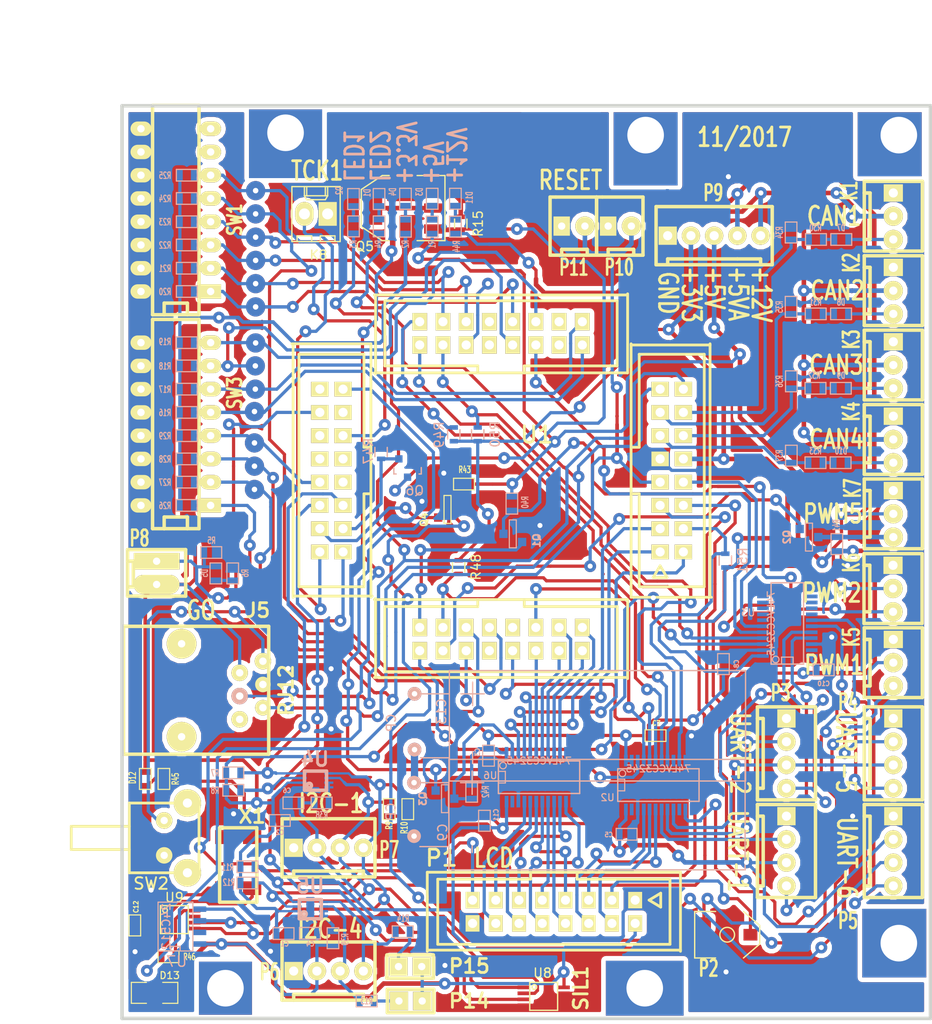
<source format=kicad_pcb>
(kicad_pcb (version 4) (host pcbnew 4.0.6)
  (title_block (title ELECTRONICAL_MAIN_BOARD_32) (date 2017-08-09) (rev "V 1-41") (company "CYBERNETIQUE EN NORD") (comment 1 F4DEB))
  (layers (0 Dessus signal) (31 Dessous signal) (34 B.Paste user) (35 F.Paste user) (36 B.SilkS user) (37 F.SilkS user) (38 B.Mask user) (39 F.Mask user) (44 Edge.Cuts user))
  (net 0 "")
  (net 1 +12V)
  (net 2 +5V)
  (net 3 /5vto3v3/D0)
  (net 4 /5vto3v3/D1)
  (net 5 /5vto3v3/D2)
  (net 6 /5vto3v3/D3)
  (net 7 /5vto3v3/D4)
  (net 8 /5vto3v3/D5)
  (net 9 /5vto3v3/D6)
  (net 10 /5vto3v3/D7)
  (net 11 /5vto3v3/E)
  (net 12 /5vto3v3/OC1)
  (net 13 /5vto3v3/OC1-5V)
  (net 14 /5vto3v3/OC2)
  (net 15 /5vto3v3/OC2-5V)
  (net 16 /5vto3v3/OC5)
  (net 17 /5vto3v3/OC5-5V)
  (net 18 /5vto3v3/RS)
  (net 19 /5vto3v3/RW)
  (net 20 /5vto3v3/SCL1)
  (net 21 /5vto3v3/SCL4)
  (net 22 /5vto3v3/SCL4-5V)
  (net 23 /5vto3v3/SDA1)
  (net 24 /5vto3v3/SDA4)
  (net 25 /5vto3v3/SDA4-5V)
  (net 26 /5vto3v3/U1RX)
  (net 27 /5vto3v3/U1RX-5V)
  (net 28 /5vto3v3/U1TX)
  (net 29 /5vto3v3/U1TX-5V)
  (net 30 /5vto3v3/U2RX)
  (net 31 /5vto3v3/U2RX-5V)
  (net 32 /5vto3v3/U2TX)
  (net 33 /5vto3v3/U2TX-5V)
  (net 34 /5vto3v3/U5RX)
  (net 35 /5vto3v3/U5RX-5V)
  (net 36 /5vto3v3/U5TX)
  (net 37 /5vto3v3/U5TX-5V)
  (net 38 /5vto3v3/U6RX)
  (net 39 /5vto3v3/U6RX-5V)
  (net 40 /5vto3v3/U6TX)
  (net 41 /5vto3v3/U6TX-5V)
  (net 42 /BD0)
  (net 43 /BD1)
  (net 44 /BD2)
  (net 45 /BD3)
  (net 46 /BD4)
  (net 47 /BD5)
  (net 48 /BD6)
  (net 49 /BD7)
  (net 50 /PIC32/CAN1)
  (net 51 /PIC32/CAN2)
  (net 52 /PIC32/CAN3)
  (net 53 /PIC32/CAN4)
  (net 54 /PIC32/GO)
  (net 55 /PIC32/LED1)
  (net 56 /PIC32/LED2)
  (net 57 /PIC32/PGEC1)
  (net 58 /PIC32/PGED1)
  (net 59 /PIC32/RST)
  (net 60 /PIC32/SW0)
  (net 61 /PIC32/SW1)
  (net 62 /PIC32/SW10)
  (net 63 /PIC32/SW11)
  (net 64 /PIC32/SW12)
  (net 65 /PIC32/SW13)
  (net 66 /PIC32/SW2)
  (net 67 /PIC32/SW3)
  (net 68 /PIC32/SW4)
  (net 69 /PIC32/SW5)
  (net 70 /PIC32/SW6)
  (net 71 /PIC32/SW7)
  (net 72 /PIC32/SW8)
  (net 73 /PIC32/SW9)
  (net 74 GND)
  (net 75 +3V3)
  (net 76 "Net-(C13-Pad2)")
  (net 77 "Net-(C12-Pad1)")
  (net 78 "Net-(C13-Pad1)")
  (net 79 "Net-(D3-Pad1)")
  (net 80 "Net-(D4-Pad1)")
  (net 81 "Net-(D5-Pad2)")
  (net 82 "Net-(D7-Pad2)")
  (net 83 "Net-(D8-Pad2)")
  (net 84 "Net-(D9-Pad2)")
  (net 85 "Net-(D10-Pad2)")
  (net 86 "Net-(D11-Pad1)")
  (net 87 "Net-(D12-Pad2)")
  (net 88 "Net-(D13-Pad2)")
  (net 89 "Net-(J1-Pad1)")
  (net 90 "Net-(J2-Pad1)")
  (net 91 "Net-(J3-Pad1)")
  (net 92 "Net-(J4-Pad1)")
  (net 93 "Net-(J5-Pad6)")
  (net 94 "Net-(J5-Pad8)")
  (net 95 "Net-(J5-Pad7)")
  (net 96 "Net-(J6-Pad1)")
  (net 97 "Net-(J7-Pad1)")
  (net 98 +5VA)
  (net 99 "Net-(P14-Pad1)")
  (net 100 "Net-(P15-Pad1)")
  (net 101 "Net-(Q3-Pad3)")
  (net 102 "Net-(Q6-Pad1)")
  (net 103 "Net-(Q5-Pad1)")
  (net 104 "Net-(R30-Pad2)")
  (net 105 "Net-(R31-Pad2)")
  (net 106 "Net-(R32-Pad2)")
  (net 107 "Net-(R33-Pad2)")
  (net 108 "Net-(R38-Pad2)")
  (net 109 "Net-(R39-Pad2)")
  (net 110 "Net-(R45-Pad2)")
  (net 111 "Net-(SW1-Pad7)")
  (net 112 "Net-(SW1-Pad8)")
  (net 113 "Net-(U1-Pad34)")
  (net 114 "Net-(U1-Pad35)")
  (net 115 "Net-(U1-Pad38)")
  (net 116 "Net-(U1-Pad41)")
  (net 117 /PIC32/T1CK)
  (net 118 "Net-(U1-Pad25)")
  (net 119 "Net-(U1-Pad26)")
  (net 120 "Net-(U1-Pad19)")
  (net 121 "Net-(U1-Pad20)")
  (net 122 "Net-(U1-Pad57)")
  (net 123 "Net-(U1-Pad56)")
  (net 124 "Net-(U2-Pad9)")
  (net 125 "Net-(U2-Pad15)")
  (net 126 "Net-(U2-Pad23)")
  (net 127 "Net-(U3-Pad7)")
  (net 128 "Net-(U3-Pad8)")
  (net 129 "Net-(U3-Pad9)")
  (net 130 "Net-(U3-Pad10)")
  (net 131 "Net-(U3-Pad14)")
  (net 132 "Net-(U3-Pad15)")
  (net 133 "Net-(U3-Pad16)")
  (net 134 "Net-(U3-Pad17)")
  (net 135 "Net-(U3-Pad23)")
  (net 136 "Net-(U6-Pad23)")
  (net 137 "Net-(U7-Pad7)")
  (net 138 "Net-(U9-Pad1)")
  (net 139 "Net-(U9-Pad3)")
  (net 140 "Net-(U9-Pad7)")
  (net 141 /CONT)
  (net 142 /BRS)
  (net 143 /BRW)
  (net 144 /BE)
  (net 145 /RETRO)
  (net 146 /SCL1-5V)
  (net 147 /SDA1-5V)
  (net 148 "Net-(U1-Pad40)")
  (net 149 "Net-(U1-Pad39)")
  (module TO_SOT_Packages_SMD:SOT-223 (layer Dessus) (at 66.421 65.278 90)
    (fp_text reference Q5 (at -4.191 -4.191 180) (layer F.SilkS))
    (fp_text value IRFL9014TRPBF)
    (pad 4 smd rect (at 0 -3.302 90) (size 3.6576 2.032) (layers Dessus F.Paste F.Mask) (net 145 /RETRO))
    (pad 2 smd rect (at 0 3.302 90) (size 1.016 2.032) (layers Dessus F.Paste F.Mask) (net 145 /RETRO))
    (pad 3 smd rect (at 2.286 3.302 90) (size 1.016 2.032) (layers Dessus F.Paste F.Mask) (net 98 +5VA))
    (pad 1 smd rect (at -2.286 3.302 90) (size 1.016 2.032) (layers Dessus F.Paste F.Mask) (net 103 "Net-(Q5-Pad1)"))
  )
  (module SMD_Packages:POT_SMD (layer Dessus) (at 101.854 144.653 270)
    (fp_text reference RVAR1 hide)
    (fp_text value 4.7K)
    (pad 1 smd rect (at -1.27 2.54 270) (size 1.27 1.524) (layers Dessus F.Paste F.Mask) (net 98 +5VA))
    (pad 2 smd rect (at 0 -2.54 270) (size 1.27 1.524) (layers Dessus F.Paste F.Mask) (net 141 /CONT))
    (pad 3 smd rect (at 1.27 2.54 270) (size 1.27 1.524) (layers Dessus F.Paste F.Mask) (net 74 GND))
  )
  (module Resistors_SMD:R_0603 (layer Dessous) (at 101.6508 103.7844 90)
    (fp_text reference R51 (at 0 1.9 90) (layer B.SilkS) (effects (justify mirror)))
    (fp_text value 10k)
    (pad 1 smd rect (at -0.75 0 90) (size 0.5 0.9) (layers Dessous B.Paste B.Mask) (net 75 +3V3))
    (pad 2 smd rect (at 0.75 0 90) (size 0.5 0.9) (layers Dessous B.Paste B.Mask) (net 40 /5vto3v3/U6TX))
  )
  (module Resistors_SMD:R_0603 (layer Dessous) (at 74.5744 89.9922 90)
    (fp_text reference R50 (at 0 1.9 90) (layer B.SilkS) (effects (justify mirror)))
    (fp_text value 10k)
    (pad 1 smd rect (at -0.75 0 90) (size 0.5 0.9) (layers Dessous B.Paste B.Mask) (net 75 +3V3))
    (pad 2 smd rect (at 0.75 0 90) (size 0.5 0.9) (layers Dessous B.Paste B.Mask) (net 36 /5vto3v3/U5TX))
  )
  (module Resistors_SMD:R_0603 (layer Dessous) (at 71.9582 89.9922 90)
    (fp_text reference R49 (at -0.0508 -1.6002 90) (layer B.SilkS) (effects (justify mirror)))
    (fp_text value 10k)
    (pad 1 smd rect (at -0.75 0 90) (size 0.5 0.9) (layers Dessous B.Paste B.Mask) (net 75 +3V3))
    (pad 2 smd rect (at 0.75 0 90) (size 0.5 0.9) (layers Dessous B.Paste B.Mask) (net 32 /5vto3v3/U2TX))
  )
  (module Resistors_SMD:R_0603 (layer Dessus) (at 72.4916 104.4956 270)
    (fp_text reference R48 (at 0 -1.9 270) (layer F.SilkS))
    (fp_text value 10k)
    (pad 1 smd rect (at -0.75 0 270) (size 0.5 0.9) (layers Dessus F.Paste F.Mask) (net 75 +3V3))
    (pad 2 smd rect (at 0.75 0 270) (size 0.5 0.9) (layers Dessus F.Paste F.Mask) (net 28 /5vto3v3/U1TX))
  )
  (module Resistors_SMD:R_0603 (layer Dessous) (at 64.008 91.9226 90)
    (fp_text reference R47 (at 0.1016 -1.397 90) (layer B.SilkS) (effects (justify mirror)))
    (fp_text value 100k)
    (pad 1 smd rect (at -0.75 0 90) (size 0.5 0.9) (layers Dessous B.Paste B.Mask) (net 102 "Net-(Q6-Pad1)"))
    (pad 2 smd rect (at 0.75 0 90) (size 0.5 0.9) (layers Dessous B.Paste B.Mask) (net 74 GND))
  )
  (module Resistors_SMD:R_0603 (layer Dessus) (at 72.7202 66.9798 270)
    (fp_text reference R15 (at 0 -1.9 270) (layer F.SilkS))
    (fp_text value 10k)
    (pad 1 smd rect (at -0.75 0 270) (size 0.5 0.9) (layers Dessus F.Paste F.Mask) (net 98 +5VA))
    (pad 2 smd rect (at 0.75 0 270) (size 0.5 0.9) (layers Dessus F.Paste F.Mask) (net 103 "Net-(Q5-Pad1)"))
  )
  (module Connectors_Molex:Molex_KK_6410-02 (layer Dessus) (at 58.166 65.913 180)
    (fp_text reference K8 (at 1 -4.5 180) (layer F.SilkS))
    (fp_text value CONN_2)
    (pad 1 thru_hole rect (at 0 0 180) (size 2 2.6) (drill 1.2) (layers *.Cu *.Mask F.SilkS) (net 74 GND))
    (pad 2 thru_hole oval (at 2.54 0 180) (size 2 2.6) (drill 1.2) (layers *.Cu *.Mask F.SilkS) (net 117 /PIC32/T1CK))
  )
  (module SOT-23 (layer Dessous) (at 66.9036 93.6752)
    (fp_text reference Q6 (at 0.7874 2.4638) (layer B.SilkS) (effects (justify mirror)))
    (fp_text value 2N7002)
    (pad 1 smd rect (at -0.95 -1.00076) (size 0.8001 0.8001) (layers Dessous B.Paste B.Mask) (net 102 "Net-(Q6-Pad1)"))
    (pad 2 smd rect (at 0.95 -1.00076) (size 0.8001 0.8001) (layers Dessous B.Paste B.Mask) (net 74 GND))
    (pad 3 smd rect (at 0 0.99822) (size 0.8001 0.8001) (layers Dessous B.Paste B.Mask) (net 103 "Net-(Q5-Pad1)"))
  )
  (module COLONETTE (layer Dessus) (at 120.61952 145.57248 270)
    (fp_text reference J7 (at 0 0 270) (layer F.SilkS) (effects (font (thickness 0.3048))))
    (fp_text value SIL1 hide)
    (pad 1 thru_hole rect (at 0 0 270) (size 7.5 7) (drill 4 (offset 0 0.5)) (layers *.Cu) (net 97 "Net-(J7-Pad1)"))
  )
  (module COLONETTE (layer Dessus) (at 53.56352 57.05348 270)
    (fp_text reference J6 (at 0 0 270) (layer F.SilkS) (effects (font (thickness 0.3048))))
    (fp_text value SIL1 hide)
    (pad 1 thru_hole rect (at 0 0 270) (size 7.5 8) (drill 4.0005 (offset 1.2 0)) (layers *.Cu) (net 96 "Net-(J6-Pad1)"))
  )
  (module COLONETTE (layer Dessus) (at 120.61952 57.30748 270)
    (fp_text reference J4 (at 0 0 270) (layer F.SilkS) (effects (font (thickness 0.3048))))
    (fp_text value SIL1 hide)
    (pad 1 thru_hole rect (at 0 0 270) (size 7 7) (drill 4.0005 (offset 1 1)) (layers *.Cu) (net 92 "Net-(J4-Pad1)"))
  )
  (module COLONETTE (layer Dessus) (at 92.93352 57.30748 90)
    (fp_text reference J1 (at 0 0 90) (layer F.SilkS) (effects (font (thickness 0.3048))))
    (fp_text value SIL1 hide)
    (pad -1.5 thru_hole rect (at 0 0 90) (size 8 7) (drill 4.0005 (offset -1.5 0)) (layers *.Cu) (net 89 "Net-(J1-Pad1)"))
  )
  (module COLONETTE (layer Dessus) (at 92.837 150.495 90)
    (fp_text reference J2 (at 0 0 90) (layer F.SilkS) (effects (font (thickness 0.3048))))
    (fp_text value SIL1 (at 0 -6.985 90) (layer F.SilkS) (effects (font (thickness 0.3048))))
    (pad 1 thru_hole rect (at 0 0 90) (size 6 8.5) (drill 4) (layers *.Cu) (net 90 "Net-(J2-Pad1)"))
  )
  (module COLONETTE (layer Dessus) (at 46.99 150.495 90)
    (fp_text reference J3 (at 0 0 90) (layer F.SilkS) (effects (font (thickness 0.3048))))
    (fp_text value SIL1 hide)
    (pad 1 thru_hole rect (at 0 0 90) (size 5.8 5.8) (drill 4.0005) (layers *.Cu) (net 91 "Net-(J3-Pad1)"))
  )
  (module VSSOP-8 (layer Dessous) (at 56.29402 141.82598)
    (fp_text reference U5 (at -0.03302 -2.50698) (layer B.SilkS) (effects (font (thickness 0.3048)) (justify mirror)))
    (fp_text value PCA9306 hide)
    (pad 4 smd rect (at -1.4732 -0.762 270) (size 0.24892 1.00076) (layers Dessous B.Paste B.Mask) (net 24 /5vto3v3/SDA4))
    (pad 3 smd rect (at -1.4732 -0.254 270) (size 0.24892 1.00076) (layers Dessous B.Paste B.Mask) (net 21 /5vto3v3/SCL4))
    (pad 2 smd rect (at -1.4732 0.254 270) (size 0.24892 1.00076) (layers Dessous B.Paste B.Mask) (net 75 +3V3))
    (pad 1 smd rect (at -1.4732 0.762 270) (size 0.24892 1.00076) (layers Dessous B.Paste B.Mask) (net 74 GND))
    (pad 5 smd rect (at 1.4224 -0.762 270) (size 0.24892 1.00076) (layers Dessous B.Paste B.Mask) (net 25 /5vto3v3/SDA4-5V))
    (pad 6 smd rect (at 1.4224 -0.254 270) (size 0.24892 1.00076) (layers Dessous B.Paste B.Mask) (net 22 /5vto3v3/SCL4-5V))
    (pad 7 smd rect (at 1.4224 0.254 270) (size 0.24892 1.00076) (layers Dessous B.Paste B.Mask) (net 109 "Net-(R39-Pad2)"))
    (pad 8 smd rect (at 1.4224 0.762 270) (size 0.24892 1.00076) (layers Dessous B.Paste B.Mask) (net 109 "Net-(R39-Pad2)"))
  )
  (module VSSOP-8 (layer Dessous) (at 56.86552 127.79248)
    (fp_text reference U4 (at -0.09652 -2.31648) (layer B.SilkS) (effects (font (thickness 0.3048)) (justify mirror)))
    (fp_text value PCA9306 hide)
    (pad 4 smd rect (at -1.4732 -0.762 270) (size 0.24892 1.00076) (layers Dessous B.Paste B.Mask) (net 23 /5vto3v3/SDA1))
    (pad 3 smd rect (at -1.4732 -0.254 270) (size 0.24892 1.00076) (layers Dessous B.Paste B.Mask) (net 20 /5vto3v3/SCL1))
    (pad 2 smd rect (at -1.4732 0.254 270) (size 0.24892 1.00076) (layers Dessous B.Paste B.Mask) (net 75 +3V3))
    (pad 1 smd rect (at -1.4732 0.762 270) (size 0.24892 1.00076) (layers Dessous B.Paste B.Mask) (net 74 GND))
    (pad 5 smd rect (at 1.4224 -0.762 270) (size 0.24892 1.00076) (layers Dessous B.Paste B.Mask) (net 147 /SDA1-5V))
    (pad 6 smd rect (at 1.4224 -0.254 270) (size 0.24892 1.00076) (layers Dessous B.Paste B.Mask) (net 146 /SCL1-5V))
    (pad 7 smd rect (at 1.4224 0.254 270) (size 0.24892 1.00076) (layers Dessous B.Paste B.Mask) (net 108 "Net-(R38-Pad2)"))
    (pad 8 smd rect (at 1.4224 0.762 270) (size 0.24892 1.00076) (layers Dessous B.Paste B.Mask) (net 108 "Net-(R38-Pad2)"))
  )
  (module RJ12_E (layer Dessus) (at 51.08702 117.94998 270)
    (fp_text reference J5 (at -8.72998 0.54102 360) (layer F.SilkS) (effects (font (thickness 0.3048))))
    (fp_text value RJ12 (at 0 -2.54 270) (layer F.SilkS) (effects (font (thickness 0.3048))))
    (pad 4 thru_hole circle (at 0.635 2.54 270) (size 1.80086 1.80086) (drill 0.8128) (layers *.Cu *.Mask B.SilkS) (net 58 /PIC32/PGED1))
    (pad 2 thru_hole circle (at -1.905 2.54 270) (size 1.80086 1.80086) (drill 0.8128) (layers *.Cu *.Mask F.SilkS) (net 75 +3V3))
    (pad 6 thru_hole circle (at 3.175 2.54 270) (size 1.80086 1.80086) (drill 0.8128) (layers *.Cu *.Mask F.SilkS) (net 93 "Net-(J5-Pad6)"))
    (pad 1 thru_hole circle (at -3.175 0 270) (size 1.80086 1.80086) (drill 0.8128) (layers *.Cu *.Mask F.SilkS) (net 59 /PIC32/RST))
    (pad 3 thru_hole circle (at -0.635 0 270) (size 1.7 1.7) (drill 0.8128) (layers *.Cu *.Mask F.SilkS) (net 74 GND))
    (pad 5 thru_hole circle (at 1.905 0 270) (size 1.7 1.7) (drill 0.8128) (layers *.Cu *.Mask F.SilkS) (net 57 /PIC32/PGEC1))
    (pad 8 thru_hole circle (at 5.08 8.89 270) (size 3.2512 3.2512) (drill 0.8128) (layers *.Cu *.Mask F.SilkS) (net 94 "Net-(J5-Pad8)"))
    (pad 7 thru_hole circle (at -5.08 8.89 270) (size 3.2512 3.2512) (drill 0.8128) (layers *.Cu *.Mask F.SilkS) (net 95 "Net-(J5-Pad7)"))
  )
  (module CAVALIER (layer Dessus) (at 65.9638 151.892)
    (fp_text reference P14 (at 7.6962 0) (layer F.SilkS) (effects (font (thickness 0.3048))))
    (fp_text value CAVALIER hide)
    (pad 1 thru_hole rect (at 0 0) (size 1.99898 1.99898) (drill 0.8001) (layers *.Cu *.Mask F.SilkS) (net 99 "Net-(P14-Pad1)"))
    (pad 2 thru_hole rect (at 2.54 0) (size 1.99898 1.99898) (drill 0.8001) (layers *.Cu *.Mask F.SilkS) (net 2 +5V))
  )
  (module CAVALIER (layer Dessus) (at 65.913 148.1328)
    (fp_text reference P15 (at 7.747 -0.0508) (layer F.SilkS) (effects (font (thickness 0.3048))))
    (fp_text value CAVALIER hide)
    (pad 1 thru_hole rect (at 0 0) (size 1.99898 1.99898) (drill 0.8001) (layers *.Cu *.Mask F.SilkS) (net 100 "Net-(P15-Pad1)"))
    (pad 2 thru_hole rect (at 2.54 0) (size 1.99898 1.99898) (drill 0.8001) (layers *.Cu *.Mask F.SilkS) (net 2 +5V))
  )
  (module KK-2 (layer Dessus) (at 86.2965 67.2465 180)
    (fp_text reference P11 (at 1.2065 -4.5085 180) (layer F.SilkS) (effects (font (size 1.73482 1.08712) (thickness 0.27178))))
    (fp_text value CONN_2 hide)
    (pad 1 thru_hole rect (at 2.54 0 180) (size 1.80086 2.10058) (drill 0.8001) (layers *.Cu *.Mask F.SilkS) (net 74 GND))
    (pad 2 thru_hole circle (at 0 0 180) (size 2.10058 2.10058) (drill 0.8001) (layers *.Cu *.Mask F.SilkS) (net 59 /PIC32/RST))
  )
  (module KK-2 (layer Dessus) (at 91.3765 67.2465 180)
    (fp_text reference P10 (at 1.3335 -4.5085 180) (layer F.SilkS) (effects (font (size 1.73482 1.08712) (thickness 0.27178))))
    (fp_text value CONN_2 hide)
    (pad 1 thru_hole rect (at 2.54 0 180) (size 1.80086 2.10058) (drill 0.8001) (layers *.Cu *.Mask F.SilkS) (net 74 GND))
    (pad 2 thru_hole circle (at 0 0 180) (size 2.10058 2.10058) (drill 0.8001) (layers *.Cu *.Mask F.SilkS) (net 59 /PIC32/RST))
  )
  (module KK-2 (layer Dessus) (at 39.46652 106.39298 90)
    (fp_text reference P8 (at 5.04698 -1.87452 180) (layer F.SilkS) (effects (font (size 1.73482 1.08712) (thickness 0.27178))))
    (fp_text value CONN_2 hide)
    (pad 1 thru_hole rect (at 2.54 0 90) (size 1.80086 5) (drill 0.8001) (layers *.Cu *.Mask F.SilkS) (net 54 /PIC32/GO))
    (pad 2 thru_hole oval (at 0 0 90) (size 2.10058 5) (drill 0.8001) (layers *.Cu *.Mask F.SilkS) (net 75 +3V3))
  )
  (module KK-5 (layer Dessus) (at 102.96652 68.29298 180)
    (fp_text reference P9 (at 2.63652 4.66598 180) (layer F.SilkS) (effects (font (size 1.73482 1.08712) (thickness 0.27178))))
    (fp_text value CONN_5 hide)
    (pad 5 thru_hole circle (at -2.54 0 180) (size 1.99898 1.99898) (drill 1.00076) (layers *.Cu *.Mask F.SilkS) (net 1 +12V))
    (pad 1 thru_hole rect (at 7.62 0 180) (size 1.99898 1.99898) (drill 1.00076) (layers *.Cu *.Mask F.SilkS) (net 74 GND))
    (pad 2 thru_hole circle (at 5.08 0 180) (size 1.99898 1.99898) (drill 1.00076) (layers *.Cu *.Mask F.SilkS) (net 75 +3V3))
    (pad 3 thru_hole circle (at 2.54 0 180) (size 1.99898 1.99898) (drill 1.00076) (layers *.Cu *.Mask F.SilkS) (net 2 +5V))
    (pad 4 thru_hole circle (at 0 0 180) (size 1.99898 1.99898) (drill 1.00076) (layers *.Cu *.Mask F.SilkS) (net 98 +5VA))
  )
  (module he10-16d (layer Dessus) (at 82.90052 142.14348 180)
    (fp_text reference P1 (at 12.28852 5.87248 180) (layer F.SilkS) (effects (font (size 1.778 1.778) (thickness 0.3048))))
    (fp_text value HE10-16 hide)
    (pad 1 thru_hole rect (at -8.89 1.27 180) (size 1.524 1.80086) (drill 1) (layers *.Cu *.Mask F.SilkS) (net 74 GND))
    (pad 2 thru_hole rect (at -8.89 -1.27 180) (size 1.524 1.80086) (drill 1) (layers *.Cu *.Mask F.SilkS) (net 2 +5V))
    (pad 3 thru_hole rect (at -6.35 1.27 180) (size 1.524 1.80086) (drill 1) (layers *.Cu *.Mask F.SilkS) (net 141 /CONT))
    (pad 4 thru_hole rect (at -6.35 -1.27 180) (size 1.524 1.80086) (drill 1) (layers *.Cu *.Mask F.SilkS) (net 142 /BRS))
    (pad 5 thru_hole rect (at -3.81 1.27 180) (size 1.524 1.80086) (drill 1) (layers *.Cu *.Mask F.SilkS) (net 143 /BRW))
    (pad 6 thru_hole rect (at -3.81 -1.27 180) (size 1.524 1.80086) (drill 1) (layers *.Cu *.Mask F.SilkS) (net 144 /BE))
    (pad 7 thru_hole rect (at -1.27 1.27 180) (size 1.524 1.80086) (drill 1) (layers *.Cu *.Mask F.SilkS) (net 42 /BD0))
    (pad 8 thru_hole rect (at -1.27 -1.27 180) (size 1.524 1.80086) (drill 1) (layers *.Cu *.Mask F.SilkS) (net 43 /BD1))
    (pad 9 thru_hole rect (at 1.27 1.27 180) (size 1.524 1.80086) (drill 1) (layers *.Cu *.Mask F.SilkS) (net 44 /BD2))
    (pad 10 thru_hole rect (at 1.27 -1.27 180) (size 1.524 1.80086) (drill 1) (layers *.Cu *.Mask F.SilkS) (net 45 /BD3))
    (pad 11 thru_hole rect (at 3.81 1.27 180) (size 1.524 1.80086) (drill 1) (layers *.Cu *.Mask F.SilkS) (net 46 /BD4))
    (pad 12 thru_hole rect (at 3.81 -1.27 180) (size 1.524 1.80086) (drill 1) (layers *.Cu *.Mask F.SilkS) (net 47 /BD5))
    (pad 13 thru_hole rect (at 6.35 1.27 180) (size 1.524 1.80086) (drill 1) (layers *.Cu *.Mask F.SilkS) (net 48 /BD6))
    (pad 14 thru_hole rect (at 6.35 -1.27 180) (size 1.524 1.80086) (drill 1) (layers *.Cu *.Mask F.SilkS) (net 49 /BD7))
    (pad 15 thru_hole rect (at 8.89 1.27 180) (size 1.524 1.80086) (drill 1) (layers *.Cu *.Mask F.SilkS) (net 145 /RETRO))
    (pad 16 thru_hole rect (at 8.89 -1.27 180) (size 1.524 1.80086) (drill 1) (layers *.Cu *.Mask F.SilkS) (net 74 GND))
  )
  (module KK-3 (layer Dessus) (at 120.015 76.835 90)
    (fp_text reference K2 (at 5.588 -4.572 90) (layer F.SilkS) (effects (font (size 1.73482 1.08712) (thickness 0.27178))))
    (fp_text value CONN_3 hide)
    (pad 1 thru_hole rect (at 5.08 0 90) (size 1.89992 2.10058) (drill 1.00076) (layers *.Cu *.Mask F.SilkS) (net 74 GND))
    (pad 2 thru_hole circle (at 2.54 0 90) (size 2.10058 2.10058) (drill 0.89916) (layers *.Cu *.Mask F.SilkS) (net 1 +12V))
    (pad 3 thru_hole circle (at 0 0 90) (size 2.10058 2.10058) (drill 0.89916) (layers *.Cu *.Mask F.SilkS) (net 51 /PIC32/CAN2))
  )
  (module KK-3 (layer Dessus) (at 120.015 93.091 90)
    (fp_text reference K4 (at 5.588 -4.572 90) (layer F.SilkS) (effects (font (size 1.73482 1.08712) (thickness 0.27178))))
    (fp_text value CONN_3 hide)
    (pad 1 thru_hole rect (at 5.08 0 90) (size 1.89992 2.10058) (drill 1.00076) (layers *.Cu *.Mask F.SilkS) (net 74 GND))
    (pad 2 thru_hole circle (at 2.54 0 90) (size 2.10058 2.10058) (drill 0.89916) (layers *.Cu *.Mask F.SilkS) (net 1 +12V))
    (pad 3 thru_hole circle (at 0 0 90) (size 2.10058 2.10058) (drill 0.89916) (layers *.Cu *.Mask F.SilkS) (net 53 /PIC32/CAN4))
  )
  (module KK-3 (layer Dessus) (at 120.015 84.963 90)
    (fp_text reference K3 (at 5.334 -4.572 90) (layer F.SilkS) (effects (font (size 1.73482 1.08712) (thickness 0.27178))))
    (fp_text value CONN_3 hide)
    (pad 1 thru_hole rect (at 5.08 0 90) (size 1.89992 2.10058) (drill 1.00076) (layers *.Cu *.Mask F.SilkS) (net 74 GND))
    (pad 2 thru_hole circle (at 2.54 0 90) (size 2.10058 2.10058) (drill 0.89916) (layers *.Cu *.Mask F.SilkS) (net 1 +12V))
    (pad 3 thru_hole circle (at 0 0 90) (size 2.10058 2.10058) (drill 0.89916) (layers *.Cu *.Mask F.SilkS) (net 52 /PIC32/CAN3))
  )
  (module KK-3 (layer Dessus) (at 120.015 68.707 90)
    (fp_text reference K1 (at 5.334 -4.826 90) (layer F.SilkS) (effects (font (size 1.73482 1.08712) (thickness 0.27178))))
    (fp_text value CONN_3 hide)
    (pad 1 thru_hole rect (at 5.08 0 90) (size 1.89992 2.10058) (drill 1.00076) (layers *.Cu *.Mask F.SilkS) (net 74 GND))
    (pad 2 thru_hole circle (at 2.54 0 90) (size 2.10058 2.10058) (drill 0.89916) (layers *.Cu *.Mask F.SilkS) (net 1 +12V))
    (pad 3 thru_hole circle (at 0 0 90) (size 2.10058 2.10058) (drill 0.89916) (layers *.Cu *.Mask F.SilkS) (net 50 /PIC32/CAN1))
  )
  (module KK-3 (layer Dessus) (at 120.015 117.475 90)
    (fp_text reference K5 (at 5.334 -4.572 90) (layer F.SilkS) (effects (font (size 1.73482 1.08712) (thickness 0.27178))))
    (fp_text value CONN_3 hide)
    (pad 1 thru_hole rect (at 5.08 0 90) (size 1.89992 2.10058) (drill 1.00076) (layers *.Cu *.Mask F.SilkS) (net 74 GND))
    (pad 2 thru_hole circle (at 2.54 0 90) (size 2.10058 2.10058) (drill 0.89916) (layers *.Cu *.Mask F.SilkS) (net 98 +5VA))
    (pad 3 thru_hole circle (at 0 0 90) (size 2.10058 2.10058) (drill 0.89916) (layers *.Cu *.Mask F.SilkS) (net 13 /5vto3v3/OC1-5V))
  )
  (module KK-3 (layer Dessus) (at 119.98452 109.37748 90)
    (fp_text reference K6 (at 5.36448 -4.54152 90) (layer F.SilkS) (effects (font (size 1.73482 1.08712) (thickness 0.27178))))
    (fp_text value CONN_3 hide)
    (pad 1 thru_hole rect (at 5.08 0 90) (size 1.89992 2.10058) (drill 1.00076) (layers *.Cu *.Mask F.SilkS) (net 74 GND))
    (pad 2 thru_hole circle (at 2.54 0 90) (size 2.10058 2.10058) (drill 0.89916) (layers *.Cu *.Mask F.SilkS) (net 98 +5VA))
    (pad 3 thru_hole circle (at 0 0 90) (size 2.10058 2.10058) (drill 0.89916) (layers *.Cu *.Mask F.SilkS) (net 15 /5vto3v3/OC2-5V))
  )
  (module KK-3 (layer Dessus) (at 120.015 101.219 90)
    (fp_text reference K7 (at 5.334 -4.445 90) (layer F.SilkS) (effects (font (size 1.73482 1.08712) (thickness 0.27178))))
    (fp_text value CONN_3 hide)
    (pad 1 thru_hole rect (at 5.08 0 90) (size 1.89992 2.10058) (drill 1.00076) (layers *.Cu *.Mask F.SilkS) (net 74 GND))
    (pad 2 thru_hole circle (at 2.54 0 90) (size 2.10058 2.10058) (drill 0.89916) (layers *.Cu *.Mask F.SilkS) (net 98 +5VA))
    (pad 3 thru_hole circle (at 0 0 90) (size 2.10058 2.10058) (drill 0.89916) (layers *.Cu *.Mask F.SilkS) (net 17 /5vto3v3/OC5-5V))
  )
  (module KK-4 (layer Dessus) (at 108.331 139.319 90)
    (fp_text reference P2 (at -9.017 -8.509 180) (layer F.SilkS) (effects (font (size 1.73482 1.08712) (thickness 0.27178))))
    (fp_text value CONN_4 hide)
    (pad 1 thru_hole rect (at 7.62 0 90) (size 1.99898 1.99898) (drill 1.00076) (layers *.Cu *.Mask F.SilkS) (net 74 GND))
    (pad 2 thru_hole circle (at 5.08 0 90) (size 1.99898 1.99898) (drill 1.00076) (layers *.Cu *.Mask F.SilkS) (net 29 /5vto3v3/U1TX-5V))
    (pad 3 thru_hole circle (at 2.54 0 90) (size 1.99898 1.99898) (drill 1.00076) (layers *.Cu *.Mask F.SilkS) (net 2 +5V))
    (pad 4 thru_hole circle (at 0 0 90) (size 1.99898 1.99898) (drill 1.00076) (layers *.Cu *.Mask F.SilkS) (net 27 /5vto3v3/U1RX-5V))
  )
  (module KK-4 (layer Dessus) (at 120.015 139.319 90)
    (fp_text reference P5 (at -3.81 -4.953 180) (layer F.SilkS) (effects (font (size 1.73482 1.08712) (thickness 0.27178))))
    (fp_text value CONN_4 hide)
    (pad 1 thru_hole rect (at 7.62 0 90) (size 1.99898 1.99898) (drill 1.00076) (layers *.Cu *.Mask F.SilkS) (net 74 GND))
    (pad 2 thru_hole circle (at 5.08 0 90) (size 1.99898 1.99898) (drill 1.00076) (layers *.Cu *.Mask F.SilkS) (net 41 /5vto3v3/U6TX-5V))
    (pad 3 thru_hole circle (at 2.54 0 90) (size 1.99898 1.99898) (drill 1.00076) (layers *.Cu *.Mask F.SilkS) (net 2 +5V))
    (pad 4 thru_hole circle (at 0 0 90) (size 1.99898 1.99898) (drill 1.00076) (layers *.Cu *.Mask F.SilkS) (net 39 /5vto3v3/U6RX-5V))
  )
  (module KK-4 (layer Dessus) (at 62.07252 148.62048 180)
    (fp_text reference P6 (at 10.25652 -0.09652 180) (layer F.SilkS) (effects (font (size 1.73482 1.08712) (thickness 0.27178))))
    (fp_text value CONN_4 hide)
    (pad 1 thru_hole rect (at 7.62 0 180) (size 1.99898 1.99898) (drill 1.00076) (layers *.Cu *.Mask F.SilkS) (net 74 GND))
    (pad 2 thru_hole circle (at 5.08 0 180) (size 1.99898 1.99898) (drill 1.00076) (layers *.Cu *.Mask F.SilkS) (net 2 +5V))
    (pad 3 thru_hole circle (at 2.54 0 180) (size 1.99898 1.99898) (drill 1.00076) (layers *.Cu *.Mask F.SilkS) (net 22 /5vto3v3/SCL4-5V))
    (pad 4 thru_hole circle (at 0 0 180) (size 1.99898 1.99898) (drill 1.00076) (layers *.Cu *.Mask F.SilkS) (net 25 /5vto3v3/SDA4-5V))
  )
  (module KK-4 (layer Dessus) (at 62.07252 135.15848 180)
    (fp_text reference P7 (at -2.82448 -0.22352 180) (layer F.SilkS) (effects (font (size 1.73482 1.08712) (thickness 0.27178))))
    (fp_text value CONN_4 hide)
    (pad 1 thru_hole rect (at 7.62 0 180) (size 1.99898 1.99898) (drill 1.00076) (layers *.Cu *.Mask F.SilkS) (net 74 GND))
    (pad 2 thru_hole circle (at 5.08 0 180) (size 1.99898 1.99898) (drill 1.00076) (layers *.Cu *.Mask F.SilkS) (net 2 +5V))
    (pad 3 thru_hole circle (at 2.54 0 180) (size 1.99898 1.99898) (drill 1.00076) (layers *.Cu *.Mask F.SilkS) (net 146 /SCL1-5V))
    (pad 4 thru_hole circle (at 0 0 180) (size 1.99898 1.99898) (drill 1.00076) (layers *.Cu *.Mask F.SilkS) (net 147 /SDA1-5V))
  )
  (module KK-4 (layer Dessus) (at 108.331 128.651 90)
    (fp_text reference P3 (at 10.414 -0.635 180) (layer F.SilkS) (effects (font (size 1.73482 1.08712) (thickness 0.27178))))
    (fp_text value CONN_4 hide)
    (pad 1 thru_hole rect (at 7.62 0 90) (size 1.99898 1.99898) (drill 1.00076) (layers *.Cu *.Mask F.SilkS) (net 74 GND))
    (pad 2 thru_hole circle (at 5.08 0 90) (size 1.99898 1.99898) (drill 1.00076) (layers *.Cu *.Mask F.SilkS) (net 33 /5vto3v3/U2TX-5V))
    (pad 3 thru_hole circle (at 2.54 0 90) (size 1.99898 1.99898) (drill 1.00076) (layers *.Cu *.Mask F.SilkS) (net 2 +5V))
    (pad 4 thru_hole circle (at 0 0 90) (size 1.99898 1.99898) (drill 1.00076) (layers *.Cu *.Mask F.SilkS) (net 31 /5vto3v3/U2RX-5V))
  )
  (module KK-4 (layer Dessus) (at 120.015 128.651 90)
    (fp_text reference P4 (at 9.398 -4.953 180) (layer F.SilkS) (effects (font (size 1.73482 1.08712) (thickness 0.27178))))
    (fp_text value CONN_4 hide)
    (pad 1 thru_hole rect (at 7.62 0 90) (size 1.99898 1.99898) (drill 1.00076) (layers *.Cu *.Mask F.SilkS) (net 74 GND))
    (pad 2 thru_hole circle (at 5.08 0 90) (size 1.99898 1.99898) (drill 1.00076) (layers *.Cu *.Mask F.SilkS) (net 37 /5vto3v3/U5TX-5V))
    (pad 3 thru_hole circle (at 2.54 0 90) (size 1.99898 1.99898) (drill 1.00076) (layers *.Cu *.Mask F.SilkS) (net 2 +5V))
    (pad 4 thru_hole circle (at 0 0 90) (size 1.99898 1.99898) (drill 1.00076) (layers *.Cu *.Mask F.SilkS) (net 35 /5vto3v3/U5RX-5V))
  )
  (module SM0603_Resistor (layer Dessous) (at 58.7502 145.034 90)
    (fp_text reference R39 (at -0.127 1.3208 90) (layer B.SilkS) (effects (font (size 0.7112 0.4572) (thickness 0.1143)) (justify mirror)))
    (fp_text value 220k hide)
    (pad 1 smd rect (at -0.762 0 90) (size 0.635 1.143) (layers Dessous B.Paste B.Mask) (net 2 +5V))
    (pad 2 smd rect (at 0.762 0 90) (size 0.635 1.143) (layers Dessous B.Paste B.Mask) (net 109 "Net-(R39-Pad2)"))
  )
  (module SOT23EBC (layer Dessus) (at 71.2724 98.1964 90)
    (fp_text reference Q4 (at -1.1176 -2.5654 90) (layer F.SilkS) (effects (font (size 0.762 0.762) (thickness 0.1905))))
    (fp_text value BSS123 hide)
    (pad 1 smd rect (at -0.889 -1.016 90) (size 0.9144 0.9144) (layers Dessus F.Paste F.Mask) (net 12 /5vto3v3/OC1))
    (pad 2 smd rect (at 0.889 -1.016 90) (size 0.9144 0.9144) (layers Dessus F.Paste F.Mask) (net 74 GND))
    (pad 3 smd rect (at 0 1.016 90) (size 0.9144 0.9144) (layers Dessus F.Paste F.Mask) (net 13 /5vto3v3/OC1-5V))
  )
  (module SOT23EBC (layer Dessous) (at 110.7948 101.219 270)
    (fp_text reference Q2 (at 0 2.413 270) (layer B.SilkS) (effects (font (size 0.762 0.762) (thickness 0.1905)) (justify mirror)))
    (fp_text value BSS123 hide)
    (pad 1 smd rect (at -0.889 1.016 270) (size 0.9144 0.9144) (layers Dessous B.Paste B.Mask) (net 16 /5vto3v3/OC5))
    (pad 2 smd rect (at 0.889 1.016 270) (size 0.9144 0.9144) (layers Dessous B.Paste B.Mask) (net 74 GND))
    (pad 3 smd rect (at 0 -1.016 270) (size 0.9144 0.9144) (layers Dessous B.Paste B.Mask) (net 17 /5vto3v3/OC5-5V))
  )
  (module SOT23EBC (layer Dessous) (at 78.4098 100.8634 90)
    (fp_text reference Q1 (at -0.7366 2.6162 90) (layer B.SilkS) (effects (font (size 0.762 0.762) (thickness 0.1905)) (justify mirror)))
    (fp_text value BSS123 hide)
    (pad 1 smd rect (at -0.889 1.016 90) (size 0.9144 0.9144) (layers Dessous B.Paste B.Mask) (net 14 /5vto3v3/OC2))
    (pad 2 smd rect (at 0.889 1.016 90) (size 0.9144 0.9144) (layers Dessous B.Paste B.Mask) (net 74 GND))
    (pad 3 smd rect (at 0 -1.016 90) (size 0.9144 0.9144) (layers Dessous B.Paste B.Mask) (net 15 /5vto3v3/OC2-5V))
  )
  (module SOT23EBC (layer Dessous) (at 70.993 129.794 270)
    (fp_text reference Q3 (at 0 2.413 270) (layer B.SilkS) (effects (font (size 0.762 0.762) (thickness 0.1905)) (justify mirror)))
    (fp_text value BSS123 hide)
    (pad 1 smd rect (at -0.889 1.016 270) (size 0.9144 0.9144) (layers Dessous B.Paste B.Mask) (net 19 /5vto3v3/RW))
    (pad 2 smd rect (at 0.889 1.016 270) (size 0.9144 0.9144) (layers Dessous B.Paste B.Mask) (net 74 GND))
    (pad 3 smd rect (at 0 -1.016 270) (size 0.9144 0.9144) (layers Dessous B.Paste B.Mask) (net 101 "Net-(Q3-Pad3)"))
  )
  (module C-10F (layer Dessous) (at 71.4756 115.7986 270)
    (fp_text reference C13 (at 4.4704 0.8636 270) (layer B.SilkS) (effects (justify mirror)))
    (fp_text value CP (at 5.715 6.35 270) (layer B.SilkS) (effects (justify mirror)))
    (pad 1 thru_hole circle (at 2.54 3.81 270) (size 1.5 1.5) (drill 0.6) (layers *.Cu *.Mask B.SilkS) (net 78 "Net-(C13-Pad1)"))
    (pad 2 thru_hole circle (at 8.636 3.81 270) (size 1.5 1.5) (drill 0.6) (layers *.Cu *.Mask B.SilkS) (net 76 "Net-(C13-Pad2)"))
  )
  (module SM0603 (layer Dessus) (at 38.227 127.635 270)
    (fp_text reference D12 (at -0.127 1.397 270) (layer F.SilkS) (effects (font (size 0.7112 0.4572) (thickness 0.127))))
    (fp_text value LED hide)
    (pad 1 smd rect (at -0.762 0 270) (size 0.635 1.143) (layers Dessus F.Paste F.Mask) (net 75 +3V3))
    (pad 2 smd rect (at 0.762 0 270) (size 0.635 1.143) (layers Dessus F.Paste F.Mask) (net 87 "Net-(D12-Pad2)"))
  )
  (module LFXTAL003000 (layer Dessus) (at 49.911 139.573 180)
    (fp_text reference X1 (at 0 7.874 180) (layer F.SilkS) (effects (font (thickness 0.3048))))
    (fp_text value CRYSTAL1 hide)
    (pad 1 smd rect (at 0 0 180) (size 2 1.5) (layers Dessus F.Paste F.Mask) (net 77 "Net-(C12-Pad1)"))
    (pad 2 smd rect (at 3.048 0 180) (size 2 1.5) (layers Dessus F.Paste F.Mask) (net 138 "Net-(U9-Pad1)"))
    (pad 3 smd rect (at 0 5.588 180) (size 2 1.524) (layers Dessus F.Paste F.Mask))
    (pad 4 smd rect (at 3.048 5.588 180) (size 2 1.524) (layers Dessus F.Paste F.Mask))
  )
  (module SM0603_Capa (layer Dessus) (at 37.084 143.637 270)
    (fp_text reference C12 (at -2.032 -0.127 270) (layer F.SilkS) (effects (font (size 0.508 0.4572) (thickness 0.1143))))
    (fp_text value C hide)
    (pad 1 smd rect (at -0.762 0 270) (size 0.635 1.143) (layers Dessus F.Paste F.Mask) (net 77 "Net-(C12-Pad1)"))
    (pad 2 smd rect (at 0.762 0 270) (size 0.635 1.143) (layers Dessus F.Paste F.Mask) (net 74 GND))
  )
  (module SM0603_Resistor (layer Dessus) (at 40.767 147.066)
    (fp_text reference R46 (at 2.286 0) (layer F.SilkS) (effects (font (size 0.7112 0.4572) (thickness 0.1143))))
    (fp_text value R hide)
    (pad 1 smd rect (at -0.762 0) (size 0.635 1.143) (layers Dessus F.Paste F.Mask) (net 78 "Net-(C13-Pad1)"))
    (pad 2 smd rect (at 0.762 0) (size 0.635 1.143) (layers Dessus F.Paste F.Mask) (net 88 "Net-(D13-Pad2)"))
  )
  (module SM0603_Resistor (layer Dessus) (at 40.259 127.635 270)
    (fp_text reference R45 (at 0 -1.27 270) (layer F.SilkS) (effects (font (size 0.7112 0.4572) (thickness 0.1143))))
    (fp_text value R hide)
    (pad 1 smd rect (at -0.762 0 270) (size 0.635 1.143) (layers Dessus F.Paste F.Mask) (net 87 "Net-(D12-Pad2)"))
    (pad 2 smd rect (at 0.762 0 270) (size 0.635 1.143) (layers Dessus F.Paste F.Mask) (net 110 "Net-(R45-Pad2)"))
  )
  (module SM1206 (layer Dessus) (at 39.243 151.003 180)
    (fp_text reference D13 (at -1.651 1.905 180) (layer F.SilkS) (effects (font (size 0.762 0.762) (thickness 0.127))))
    (fp_text value DIODESCH hide)
    (pad 1 smd rect (at -1.651 0 180) (size 1.524 2.032) (layers Dessus F.Paste F.Mask) (net 2 +5V))
    (pad 2 smd rect (at 1.651 0 180) (size 1.524 2.032) (layers Dessus F.Paste F.Mask) (net 88 "Net-(D13-Pad2)"))
  )
  (module SSOP8 (layer Dessus) (at 81.788 151.384 270)
    (fp_text reference U8 (at -2.54 0.127 360) (layer F.SilkS) (effects (font (size 1.016 1.016) (thickness 0.1524))))
    (fp_text value LM75A hide)
    (pad 1 smd rect (at -0.9779 2.2225 270) (size 0.4064 1.27) (layers Dessus F.Paste F.Mask) (net 147 /SDA1-5V))
    (pad 2 smd rect (at -0.3302 2.2225 270) (size 0.4064 1.27) (layers Dessus F.Paste F.Mask) (net 146 /SCL1-5V))
    (pad 3 smd rect (at 0.3302 2.2225 270) (size 0.4064 1.27) (layers Dessus F.Paste F.Mask) (net 110 "Net-(R45-Pad2)"))
    (pad 4 smd rect (at 0.9779 2.2225 270) (size 0.4064 1.27) (layers Dessus F.Paste F.Mask) (net 74 GND))
    (pad 5 smd rect (at 0.9779 -2.2225 270) (size 0.4064 1.27) (layers Dessus F.Paste F.Mask) (net 74 GND))
    (pad 6 smd rect (at 0.3302 -2.2225 270) (size 0.4064 1.27) (layers Dessus F.Paste F.Mask) (net 74 GND))
    (pad 7 smd rect (at -0.3302 -2.2225 270) (size 0.4064 1.27) (layers Dessus F.Paste F.Mask) (net 74 GND))
    (pad 8 smd rect (at -0.9779 -2.2225 270) (size 0.4064 1.27) (layers Dessus F.Paste F.Mask) (net 2 +5V))
  )
  (module SSOP8 (layer Dessus) (at 41.402 143.002 270)
    (fp_text reference U9 (at -2.413 0 360) (layer F.SilkS) (effects (font (size 1.016 1.016) (thickness 0.1524))))
    (fp_text value PCF8563 hide)
    (pad 1 smd rect (at -0.9779 2.2225 270) (size 0.4064 1.27) (layers Dessus F.Paste F.Mask) (net 138 "Net-(U9-Pad1)"))
    (pad 2 smd rect (at -0.3302 2.2225 270) (size 0.4064 1.27) (layers Dessus F.Paste F.Mask) (net 77 "Net-(C12-Pad1)"))
    (pad 3 smd rect (at 0.3302 2.2225 270) (size 0.4064 1.27) (layers Dessus F.Paste F.Mask) (net 139 "Net-(U9-Pad3)"))
    (pad 4 smd rect (at 0.9779 2.2225 270) (size 0.4064 1.27) (layers Dessus F.Paste F.Mask) (net 74 GND))
    (pad 5 smd rect (at 0.9779 -2.2225 270) (size 0.4064 1.27) (layers Dessus F.Paste F.Mask) (net 147 /SDA1-5V))
    (pad 6 smd rect (at 0.3302 -2.2225 270) (size 0.4064 1.27) (layers Dessus F.Paste F.Mask) (net 146 /SCL1-5V))
    (pad 7 smd rect (at -0.3302 -2.2225 270) (size 0.4064 1.27) (layers Dessus F.Paste F.Mask) (net 140 "Net-(U9-Pad7)"))
    (pad 8 smd rect (at -0.9779 -2.2225 270) (size 0.4064 1.27) (layers Dessus F.Paste F.Mask) (net 88 "Net-(D13-Pad2)"))
  )
  (module SM0603 (layer Dessous) (at 72.136 64.262 90)
    (fp_text reference D11 (at 0.127 1.524 90) (layer B.SilkS) (effects (font (size 0.7112 0.4572) (thickness 0.127)) (justify mirror)))
    (fp_text value LED hide)
    (pad 1 smd rect (at -0.762 0 90) (size 0.635 1.143) (layers Dessous B.Paste B.Mask) (net 86 "Net-(D11-Pad1)"))
    (pad 2 smd rect (at 0.762 0 90) (size 0.635 1.143) (layers Dessous B.Paste B.Mask) (net 74 GND))
  )
  (module SM0603_Resistor (layer Dessous) (at 72.136 67.31 90)
    (fp_text reference R44 (at -2.159 0.127 90) (layer B.SilkS) (effects (font (size 0.7112 0.4572) (thickness 0.1143)) (justify mirror)))
    (fp_text value 3..3k hide)
    (pad 1 smd rect (at -0.762 0 90) (size 0.635 1.143) (layers Dessous B.Paste B.Mask) (net 1 +12V))
    (pad 2 smd rect (at 0.762 0 90) (size 0.635 1.143) (layers Dessous B.Paste B.Mask) (net 86 "Net-(D11-Pad1)"))
  )
  (module SO8E (layer Dessous) (at 41.529 143.764 90)
    (fp_text reference U7 (at -3.81 0.127 180) (layer B.SilkS) (effects (font (size 1.143 1.143) (thickness 0.1524)) (justify mirror)))
    (fp_text value 24C512 (at 0 -1.016 90) (layer B.SilkS) (effects (font (size 0.889 0.889) (thickness 0.1524)) (justify mirror)))
    (pad 8 smd rect (at -1.905 2.667 90) (size 0.59944 1.39954) (layers Dessous B.Paste B.Mask) (net 2 +5V))
    (pad 1 smd rect (at -1.905 -2.667 90) (size 0.59944 1.39954) (layers Dessous B.Paste B.Mask) (net 74 GND))
    (pad 7 smd rect (at -0.635 2.667 90) (size 0.59944 1.39954) (layers Dessous B.Paste B.Mask) (net 137 "Net-(U7-Pad7)"))
    (pad 6 smd rect (at 0.635 2.667 90) (size 0.59944 1.39954) (layers Dessous B.Paste B.Mask) (net 146 /SCL1-5V))
    (pad 5 smd rect (at 1.905 2.667 90) (size 0.59944 1.39954) (layers Dessous B.Paste B.Mask) (net 147 /SDA1-5V))
    (pad 2 smd rect (at -0.635 -2.667 90) (size 0.59944 1.39954) (layers Dessous B.Paste B.Mask) (net 74 GND))
    (pad 3 smd rect (at 0.635 -2.667 90) (size 0.59944 1.39954) (layers Dessous B.Paste B.Mask) (net 74 GND))
    (pad 4 smd rect (at 1.905 -2.667 90) (size 0.59944 1.39954) (layers Dessous B.Paste B.Mask) (net 74 GND))
  )
  (module SM0603_Resistor (layer Dessus) (at 73.0758 95.4278 180)
    (fp_text reference R43 (at -0.0762 1.5748 180) (layer F.SilkS) (effects (font (size 0.7112 0.4572) (thickness 0.1143))))
    (fp_text value 4.7k hide)
    (pad 1 smd rect (at -0.762 0 180) (size 0.635 1.143) (layers Dessus F.Paste F.Mask) (net 2 +5V))
    (pad 2 smd rect (at 0.762 0 180) (size 0.635 1.143) (layers Dessus F.Paste F.Mask) (net 13 /5vto3v3/OC1-5V))
  )
  (module SM0603 (layer Dessous) (at 57.5056 130.2512)
    (fp_text reference R38 (at 0.0254 1.3208) (layer B.SilkS) (effects (font (size 0.7112 0.4572) (thickness 0.1143)) (justify mirror)))
    (fp_text value 220k hide)
    (pad 1 smd rect (at -0.762 0) (size 0.635 1.143) (layers Dessous B.Paste B.Mask) (net 2 +5V))
    (pad 2 smd rect (at 0.762 0) (size 0.635 1.143) (layers Dessous B.Paste B.Mask) (net 108 "Net-(R38-Pad2)"))
  )
  (module SM0603_Resistor (layer Dessous) (at 73.914 129.032 270)
    (fp_text reference R42 (at 0 -1.524 270) (layer B.SilkS) (effects (font (size 0.7112 0.4572) (thickness 0.1143)) (justify mirror)))
    (fp_text value 4.7k hide)
    (pad 1 smd rect (at -0.762 0 270) (size 0.635 1.143) (layers Dessous B.Paste B.Mask) (net 75 +3V3))
    (pad 2 smd rect (at 0.762 0 270) (size 0.635 1.143) (layers Dessous B.Paste B.Mask) (net 101 "Net-(Q3-Pad3)"))
  )
  (module SM0603_Resistor (layer Dessous) (at 113.8428 101.981 90)
    (fp_text reference R41 (at 2.032 -0.0508 90) (layer B.SilkS) (effects (font (size 0.7112 0.4572) (thickness 0.1143)) (justify mirror)))
    (fp_text value 4.7k hide)
    (pad 1 smd rect (at -0.762 0 90) (size 0.635 1.143) (layers Dessous B.Paste B.Mask) (net 2 +5V))
    (pad 2 smd rect (at 0.762 0 90) (size 0.635 1.143) (layers Dessous B.Paste B.Mask) (net 17 /5vto3v3/OC5-5V))
  )
  (module SM0603_Resistor (layer Dessous) (at 78.3082 97.5614 270)
    (fp_text reference R40 (at -0.1524 -1.4478 270) (layer B.SilkS) (effects (font (size 0.7112 0.4572) (thickness 0.1143)) (justify mirror)))
    (fp_text value 4.7k hide)
    (pad 1 smd rect (at -0.762 0 270) (size 0.635 1.143) (layers Dessous B.Paste B.Mask) (net 2 +5V))
    (pad 2 smd rect (at 0.762 0 270) (size 0.635 1.143) (layers Dessous B.Paste B.Mask) (net 15 /5vto3v3/OC2-5V))
  )
  (module SM0603 (layer Dessous) (at 114.2492 93.091 180)
    (fp_text reference D10 (at -0.0508 1.27 180) (layer B.SilkS) (effects (font (size 0.7112 0.4572) (thickness 0.1143)) (justify mirror)))
    (fp_text value LED hide)
    (pad 1 smd rect (at -0.762 0 180) (size 0.635 1.143) (layers Dessous B.Paste B.Mask) (net 53 /PIC32/CAN4))
    (pad 2 smd rect (at 0.762 0 180) (size 0.635 1.143) (layers Dessous B.Paste B.Mask) (net 85 "Net-(D10-Pad2)"))
  )
  (module SM0603 (layer Dessous) (at 114.2746 84.963 180)
    (fp_text reference D9 (at -0.0254 1.397 180) (layer B.SilkS) (effects (font (size 0.7112 0.4572) (thickness 0.1143)) (justify mirror)))
    (fp_text value LED hide)
    (pad 1 smd rect (at -0.762 0 180) (size 0.635 1.143) (layers Dessous B.Paste B.Mask) (net 52 /PIC32/CAN3))
    (pad 2 smd rect (at 0.762 0 180) (size 0.635 1.143) (layers Dessous B.Paste B.Mask) (net 84 "Net-(D9-Pad2)"))
  )
  (module SM0603 (layer Dessous) (at 114.3 76.835 180)
    (fp_text reference D8 (at 0 1.27 180) (layer B.SilkS) (effects (font (size 0.7112 0.4572) (thickness 0.1143)) (justify mirror)))
    (fp_text value LED hide)
    (pad 1 smd rect (at -0.762 0 180) (size 0.635 1.143) (layers Dessous B.Paste B.Mask) (net 51 /PIC32/CAN2))
    (pad 2 smd rect (at 0.762 0 180) (size 0.635 1.143) (layers Dessous B.Paste B.Mask) (net 83 "Net-(D8-Pad2)"))
  )
  (module SM0603 (layer Dessous) (at 114.3254 68.707 180)
    (fp_text reference D7 (at 0.0254 1.27 180) (layer B.SilkS) (effects (font (size 0.7112 0.4572) (thickness 0.1143)) (justify mirror)))
    (fp_text value LED hide)
    (pad 1 smd rect (at -0.762 0 180) (size 0.635 1.143) (layers Dessous B.Paste B.Mask) (net 50 /PIC32/CAN1))
    (pad 2 smd rect (at 0.762 0 180) (size 0.635 1.143) (layers Dessous B.Paste B.Mask) (net 82 "Net-(D7-Pad2)"))
  )
  (module SM0603_Resistor (layer Dessous) (at 108.8644 92.329 90)
    (fp_text reference R37 (at 0 -1.2954 90) (layer B.SilkS) (effects (font (size 0.7112 0.4572) (thickness 0.1143)) (justify mirror)))
    (fp_text value 1.5k hide)
    (pad 1 smd rect (at -0.762 0 90) (size 0.635 1.143) (layers Dessous B.Paste B.Mask) (net 107 "Net-(R33-Pad2)"))
    (pad 2 smd rect (at 0.762 0 90) (size 0.635 1.143) (layers Dessous B.Paste B.Mask) (net 74 GND))
  )
  (module SM0603_Resistor (layer Dessous) (at 108.8644 84.201 90)
    (fp_text reference R36 (at 0 -1.2954 90) (layer B.SilkS) (effects (font (size 0.7112 0.4572) (thickness 0.1143)) (justify mirror)))
    (fp_text value 1.5k hide)
    (pad 1 smd rect (at -0.762 0 90) (size 0.635 1.143) (layers Dessous B.Paste B.Mask) (net 106 "Net-(R32-Pad2)"))
    (pad 2 smd rect (at 0.762 0 90) (size 0.635 1.143) (layers Dessous B.Paste B.Mask) (net 74 GND))
  )
  (module SM0603_Resistor (layer Dessous) (at 108.839 76.073 90)
    (fp_text reference R35 (at 0 -1.27 90) (layer B.SilkS) (effects (font (size 0.7112 0.4572) (thickness 0.1143)) (justify mirror)))
    (fp_text value 1.5k hide)
    (pad 1 smd rect (at -0.762 0 90) (size 0.635 1.143) (layers Dessous B.Paste B.Mask) (net 105 "Net-(R31-Pad2)"))
    (pad 2 smd rect (at 0.762 0 90) (size 0.635 1.143) (layers Dessous B.Paste B.Mask) (net 74 GND))
  )
  (module SM0603_Resistor (layer Dessous) (at 108.839 67.945 90)
    (fp_text reference R34 (at 0 -1.27 90) (layer B.SilkS) (effects (font (size 0.7112 0.4572) (thickness 0.1143)) (justify mirror)))
    (fp_text value 1.5k hide)
    (pad 1 smd rect (at -0.762 0 90) (size 0.635 1.143) (layers Dessous B.Paste B.Mask) (net 104 "Net-(R30-Pad2)"))
    (pad 2 smd rect (at 0.762 0 90) (size 0.635 1.143) (layers Dessous B.Paste B.Mask) (net 74 GND))
  )
  (module SM0603_Resistor (layer Dessous) (at 111.506 93.091 180)
    (fp_text reference R33 (at 0 1.27 180) (layer B.SilkS) (effects (font (size 0.7112 0.4572) (thickness 0.1143)) (justify mirror)))
    (fp_text value 3.2k hide)
    (pad 1 smd rect (at -0.762 0 180) (size 0.635 1.143) (layers Dessous B.Paste B.Mask) (net 85 "Net-(D10-Pad2)"))
    (pad 2 smd rect (at 0.762 0 180) (size 0.635 1.143) (layers Dessous B.Paste B.Mask) (net 107 "Net-(R33-Pad2)"))
  )
  (module SM0603_Resistor (layer Dessous) (at 111.506 84.963 180)
    (fp_text reference R32 (at 0.127 1.397 180) (layer B.SilkS) (effects (font (size 0.7112 0.4572) (thickness 0.1143)) (justify mirror)))
    (fp_text value 3.2k hide)
    (pad 1 smd rect (at -0.762 0 180) (size 0.635 1.143) (layers Dessous B.Paste B.Mask) (net 84 "Net-(D9-Pad2)"))
    (pad 2 smd rect (at 0.762 0 180) (size 0.635 1.143) (layers Dessous B.Paste B.Mask) (net 106 "Net-(R32-Pad2)"))
  )
  (module SM0603_Resistor (layer Dessous) (at 111.5314 76.835 180)
    (fp_text reference R31 (at 0.0254 1.27 180) (layer B.SilkS) (effects (font (size 0.7112 0.4572) (thickness 0.1143)) (justify mirror)))
    (fp_text value 3.2k hide)
    (pad 1 smd rect (at -0.762 0 180) (size 0.635 1.143) (layers Dessous B.Paste B.Mask) (net 83 "Net-(D8-Pad2)"))
    (pad 2 smd rect (at 0.762 0 180) (size 0.635 1.143) (layers Dessous B.Paste B.Mask) (net 105 "Net-(R31-Pad2)"))
  )
  (module SM0603_Resistor (layer Dessous) (at 111.5568 68.707 180)
    (fp_text reference R30 (at 0.0508 1.27 180) (layer B.SilkS) (effects (font (size 0.7112 0.4572) (thickness 0.1143)) (justify mirror)))
    (fp_text value 3.2k hide)
    (pad 1 smd rect (at -0.762 0 180) (size 0.635 1.143) (layers Dessous B.Paste B.Mask) (net 82 "Net-(D7-Pad2)"))
    (pad 2 smd rect (at 0.762 0 180) (size 0.635 1.143) (layers Dessous B.Paste B.Mask) (net 104 "Net-(R30-Pad2)"))
  )
  (module DIP-16__300_ELL (layer Dessus) (at 41.56202 65.49898 90)
    (fp_text reference SW1 (at -1.04902 6.44398 90) (layer F.SilkS) (effects (font (size 1.524 1.143) (thickness 0.28702))))
    (fp_text value SWITCH_X_8 hide)
    (pad 1 thru_hole rect (at -8.89 3.81 90) (size 1.5748 2.286) (drill 0.8128) (layers *.Cu *.Mask F.SilkS) (net 72 /PIC32/SW8))
    (pad 2 thru_hole oval (at -6.35 3.81 90) (size 1.5748 2.286) (drill 0.8128) (layers *.Cu *.Mask F.SilkS) (net 73 /PIC32/SW9))
    (pad 3 thru_hole oval (at -3.81 3.81 90) (size 1.5748 2.286) (drill 0.8128) (layers *.Cu *.Mask F.SilkS) (net 62 /PIC32/SW10))
    (pad 4 thru_hole oval (at -1.27 3.81 90) (size 1.5748 2.286) (drill 0.8128) (layers *.Cu *.Mask F.SilkS) (net 63 /PIC32/SW11))
    (pad 5 thru_hole oval (at 1.27 3.81 90) (size 1.5748 2.286) (drill 0.8128) (layers *.Cu *.Mask F.SilkS) (net 64 /PIC32/SW12))
    (pad 6 thru_hole oval (at 3.81 3.81 90) (size 1.5748 2.286) (drill 0.8128) (layers *.Cu *.Mask F.SilkS) (net 65 /PIC32/SW13))
    (pad 7 thru_hole oval (at 6.35 3.81 90) (size 1.5748 2.286) (drill 0.8128) (layers *.Cu *.Mask F.SilkS) (net 111 "Net-(SW1-Pad7)"))
    (pad 8 thru_hole oval (at 8.89 3.81 90) (size 1.5748 2.286) (drill 0.8128) (layers *.Cu *.Mask F.SilkS) (net 112 "Net-(SW1-Pad8)"))
    (pad 9 thru_hole oval (at 8.89 -3.81 90) (size 1.5748 2.286) (drill 0.8128) (layers *.Cu *.Mask F.SilkS) (net 74 GND))
    (pad 10 thru_hole oval (at 6.35 -3.81 90) (size 1.5748 2.286) (drill 0.8128) (layers *.Cu *.Mask F.SilkS) (net 74 GND))
    (pad 11 thru_hole oval (at 3.81 -3.81 90) (size 1.5748 2.286) (drill 0.8128) (layers *.Cu *.Mask F.SilkS) (net 74 GND))
    (pad 12 thru_hole oval (at 1.27 -3.81 90) (size 1.5748 2.286) (drill 0.8128) (layers *.Cu *.Mask F.SilkS) (net 74 GND))
    (pad 13 thru_hole oval (at -1.27 -3.81 90) (size 1.5748 2.286) (drill 0.8128) (layers *.Cu *.Mask F.SilkS) (net 74 GND))
    (pad 14 thru_hole oval (at -3.81 -3.81 90) (size 1.5748 2.286) (drill 0.8128) (layers *.Cu *.Mask F.SilkS) (net 74 GND))
    (pad 15 thru_hole oval (at -6.35 -3.81 90) (size 1.5748 2.286) (drill 0.8128) (layers *.Cu *.Mask F.SilkS) (net 74 GND))
    (pad 16 thru_hole oval (at -8.89 -3.81 90) (size 1.5748 2.286) (drill 0.8128) (layers *.Cu *.Mask F.SilkS) (net 74 GND))
  )
  (module DIP-16__300_ELL (layer Dessus) (at 41.56202 88.86698 90)
    (fp_text reference SW3 (at 3.39598 6.44398 90) (layer F.SilkS) (effects (font (size 1.524 1.143) (thickness 0.28702))))
    (fp_text value SWITCH_X_8 hide)
    (pad 1 thru_hole rect (at -8.89 3.81 90) (size 1.5748 2.286) (drill 0.8128) (layers *.Cu *.Mask F.SilkS) (net 60 /PIC32/SW0))
    (pad 2 thru_hole oval (at -6.35 3.81 90) (size 1.5748 2.286) (drill 0.8128) (layers *.Cu *.Mask F.SilkS) (net 61 /PIC32/SW1))
    (pad 3 thru_hole oval (at -3.81 3.81 90) (size 1.5748 2.286) (drill 0.8128) (layers *.Cu *.Mask F.SilkS) (net 66 /PIC32/SW2))
    (pad 4 thru_hole oval (at -1.27 3.81 90) (size 1.5748 2.286) (drill 0.8128) (layers *.Cu *.Mask F.SilkS) (net 67 /PIC32/SW3))
    (pad 5 thru_hole oval (at 1.27 3.81 90) (size 1.5748 2.286) (drill 0.8128) (layers *.Cu *.Mask F.SilkS) (net 68 /PIC32/SW4))
    (pad 6 thru_hole oval (at 3.81 3.81 90) (size 1.5748 2.286) (drill 0.8128) (layers *.Cu *.Mask F.SilkS) (net 69 /PIC32/SW5))
    (pad 7 thru_hole oval (at 6.35 3.81 90) (size 1.5748 2.286) (drill 0.8128) (layers *.Cu *.Mask F.SilkS) (net 70 /PIC32/SW6))
    (pad 8 thru_hole oval (at 8.89 3.81 90) (size 1.5748 2.286) (drill 0.8128) (layers *.Cu *.Mask F.SilkS) (net 71 /PIC32/SW7))
    (pad 9 thru_hole oval (at 8.89 -3.81 90) (size 1.5748 2.286) (drill 0.8128) (layers *.Cu *.Mask F.SilkS) (net 74 GND))
    (pad 10 thru_hole oval (at 6.35 -3.81 90) (size 1.5748 2.286) (drill 0.8128) (layers *.Cu *.Mask F.SilkS) (net 74 GND))
    (pad 11 thru_hole oval (at 3.81 -3.81 90) (size 1.5748 2.286) (drill 0.8128) (layers *.Cu *.Mask F.SilkS) (net 74 GND))
    (pad 12 thru_hole oval (at 1.27 -3.81 90) (size 1.5748 2.286) (drill 0.8128) (layers *.Cu *.Mask F.SilkS) (net 74 GND))
    (pad 13 thru_hole oval (at -1.27 -3.81 90) (size 1.5748 2.286) (drill 0.8128) (layers *.Cu *.Mask F.SilkS) (net 74 GND))
    (pad 14 thru_hole oval (at -3.81 -3.81 90) (size 1.5748 2.286) (drill 0.8128) (layers *.Cu *.Mask F.SilkS) (net 74 GND))
    (pad 15 thru_hole oval (at -6.35 -3.81 90) (size 1.5748 2.286) (drill 0.8128) (layers *.Cu *.Mask F.SilkS) (net 74 GND))
    (pad 16 thru_hole oval (at -8.89 -3.81 90) (size 1.5748 2.286) (drill 0.8128) (layers *.Cu *.Mask F.SilkS) (net 74 GND))
  )
  (module SW (layer Dessus) (at 40.29202 137.88898 90)
    (fp_text reference SW2 (at -1.17602 -1.43002 180) (layer F.SilkS) (effects (font (size 1.27 1.27) (thickness 0.2032))))
    (fp_text value SW_PUSH_SMALL hide)
    (pad 1 thru_hole circle (at 1.905 0 90) (size 1.80086 1.80086) (drill 0.8001) (layers *.Cu *.Mask F.SilkS) (net 74 GND))
    (pad 2 thru_hole circle (at 5.715 0 90) (size 1.80086 1.80086) (drill 0.8001) (layers *.Cu *.Mask F.SilkS) (net 59 /PIC32/RST))
    (pad 3 thru_hole circle (at 0 2.54 90) (size 2.99974 2.99974) (drill 1.00076) (layers *.Cu *.Mask F.SilkS))
    (pad 4 thru_hole oval (at 7.62 2.54 90) (size 2.99974 2.99974) (drill 1.00076) (layers *.Cu *.Mask F.SilkS))
  )
  (module SSOP24 (layer Dessous) (at 94.33052 128.30048)
    (fp_text reference U2 (at -5.55752 1.36652) (layer B.SilkS) (effects (font (size 0.762 0.762) (thickness 0.127)) (justify mirror)))
    (fp_text value 74LVCC3245 (at 0 -1.778) (layer B.SilkS) (effects (font (size 0.762 0.762) (thickness 0.127)) (justify mirror)))
    (pad 1 smd rect (at -3.556 -2.667) (size 0.4064 1.27) (layers Dessous B.Paste B.Mask) (net 75 +3V3))
    (pad 2 smd rect (at -2.921 -2.667) (size 0.4064 1.27) (layers Dessous B.Paste B.Mask) (net 75 +3V3))
    (pad 3 smd rect (at -2.2606 -2.667) (size 0.4064 1.27) (layers Dessous B.Paste B.Mask) (net 19 /5vto3v3/RW))
    (pad 4 smd rect (at -1.6002 -2.667) (size 0.4064 1.27) (layers Dessous B.Paste B.Mask) (net 18 /5vto3v3/RS))
    (pad 5 smd rect (at -0.9652 -2.667) (size 0.4064 1.27) (layers Dessous B.Paste B.Mask) (net 11 /5vto3v3/E))
    (pad 6 smd rect (at -0.3048 -2.667) (size 0.4064 1.27) (layers Dessous B.Paste B.Mask) (net 28 /5vto3v3/U1TX))
    (pad 7 smd rect (at 0.3556 -2.667) (size 0.4064 1.27) (layers Dessous B.Paste B.Mask) (net 32 /5vto3v3/U2TX))
    (pad 8 smd rect (at 0.9906 -2.667) (size 0.4064 1.27) (layers Dessous B.Paste B.Mask) (net 36 /5vto3v3/U5TX))
    (pad 9 smd rect (at 1.651 -2.667) (size 0.4064 1.27) (layers Dessous B.Paste B.Mask) (net 124 "Net-(U2-Pad9)"))
    (pad 10 smd rect (at 2.286 -2.667) (size 0.4064 1.27) (layers Dessous B.Paste B.Mask) (net 40 /5vto3v3/U6TX))
    (pad 11 smd rect (at 2.9464 -2.667) (size 0.4064 1.27) (layers Dessous B.Paste B.Mask) (net 74 GND))
    (pad 12 smd rect (at 3.6068 -2.667) (size 0.4064 1.27) (layers Dessous B.Paste B.Mask) (net 74 GND))
    (pad 13 smd rect (at 3.6322 2.667) (size 0.4064 1.27) (layers Dessous B.Paste B.Mask) (net 74 GND))
    (pad 14 smd rect (at 2.9464 2.667) (size 0.4064 1.27) (layers Dessous B.Paste B.Mask) (net 41 /5vto3v3/U6TX-5V))
    (pad 15 smd rect (at 2.286 2.667) (size 0.4064 1.27) (layers Dessous B.Paste B.Mask) (net 125 "Net-(U2-Pad15)"))
    (pad 16 smd rect (at 1.651 2.667) (size 0.4064 1.27) (layers Dessous B.Paste B.Mask) (net 37 /5vto3v3/U5TX-5V))
    (pad 17 smd rect (at 0.9906 2.667) (size 0.4064 1.27) (layers Dessous B.Paste B.Mask) (net 33 /5vto3v3/U2TX-5V))
    (pad 18 smd rect (at 0.3556 2.667) (size 0.4064 1.27) (layers Dessous B.Paste B.Mask) (net 29 /5vto3v3/U1TX-5V))
    (pad 19 smd rect (at -0.3048 2.667) (size 0.4064 1.27) (layers Dessous B.Paste B.Mask) (net 144 /BE))
    (pad 20 smd rect (at -0.9652 2.667) (size 0.4064 1.27) (layers Dessous B.Paste B.Mask) (net 142 /BRS))
    (pad 21 smd rect (at -1.6002 2.667) (size 0.4064 1.27) (layers Dessous B.Paste B.Mask) (net 143 /BRW))
    (pad 22 smd rect (at -2.2606 2.667) (size 0.4064 1.27) (layers Dessous B.Paste B.Mask) (net 74 GND))
    (pad 23 smd rect (at -2.921 2.667) (size 0.4064 1.27) (layers Dessous B.Paste B.Mask) (net 126 "Net-(U2-Pad23)"))
    (pad 24 smd rect (at -3.556 2.667) (size 0.4064 1.27) (layers Dessous B.Paste B.Mask) (net 2 +5V))
  )
  (module SSOP24 (layer Dessous) (at 108.42752 110.64748 90)
    (fp_text reference U3 (at 1.17348 -4.28752 180) (layer B.SilkS) (effects (font (size 0.762 0.762) (thickness 0.127)) (justify mirror)))
    (fp_text value 74LVCC3245 (at 0 -1.778 90) (layer B.SilkS) (effects (font (size 0.762 0.762) (thickness 0.127)) (justify mirror)))
    (pad 1 smd rect (at -3.556 -2.667 90) (size 0.4064 1.27) (layers Dessous B.Paste B.Mask) (net 75 +3V3))
    (pad 2 smd rect (at -2.921 -2.667 90) (size 0.4064 1.27) (layers Dessous B.Paste B.Mask) (net 74 GND))
    (pad 3 smd rect (at -2.2606 -2.667 90) (size 0.4064 1.27) (layers Dessous B.Paste B.Mask) (net 26 /5vto3v3/U1RX))
    (pad 4 smd rect (at -1.6002 -2.667 90) (size 0.4064 1.27) (layers Dessous B.Paste B.Mask) (net 30 /5vto3v3/U2RX))
    (pad 5 smd rect (at -0.9652 -2.667 90) (size 0.4064 1.27) (layers Dessous B.Paste B.Mask) (net 34 /5vto3v3/U5RX))
    (pad 6 smd rect (at -0.3048 -2.667 90) (size 0.4064 1.27) (layers Dessous B.Paste B.Mask) (net 38 /5vto3v3/U6RX))
    (pad 7 smd rect (at 0.3556 -2.667 90) (size 0.4064 1.27) (layers Dessous B.Paste B.Mask) (net 127 "Net-(U3-Pad7)"))
    (pad 8 smd rect (at 0.9906 -2.667 90) (size 0.4064 1.27) (layers Dessous B.Paste B.Mask) (net 128 "Net-(U3-Pad8)"))
    (pad 9 smd rect (at 1.651 -2.667 90) (size 0.4064 1.27) (layers Dessous B.Paste B.Mask) (net 129 "Net-(U3-Pad9)"))
    (pad 10 smd rect (at 2.286 -2.667 90) (size 0.4064 1.27) (layers Dessous B.Paste B.Mask) (net 130 "Net-(U3-Pad10)"))
    (pad 11 smd rect (at 2.9464 -2.667 90) (size 0.4064 1.27) (layers Dessous B.Paste B.Mask) (net 74 GND))
    (pad 12 smd rect (at 3.6068 -2.667 90) (size 0.4064 1.27) (layers Dessous B.Paste B.Mask) (net 74 GND))
    (pad 13 smd rect (at 3.6322 2.667 90) (size 0.4064 1.27) (layers Dessous B.Paste B.Mask) (net 74 GND))
    (pad 14 smd rect (at 2.9464 2.667 90) (size 0.4064 1.27) (layers Dessous B.Paste B.Mask) (net 131 "Net-(U3-Pad14)"))
    (pad 15 smd rect (at 2.286 2.667 90) (size 0.4064 1.27) (layers Dessous B.Paste B.Mask) (net 132 "Net-(U3-Pad15)"))
    (pad 16 smd rect (at 1.651 2.667 90) (size 0.4064 1.27) (layers Dessous B.Paste B.Mask) (net 133 "Net-(U3-Pad16)"))
    (pad 17 smd rect (at 0.9906 2.667 90) (size 0.4064 1.27) (layers Dessous B.Paste B.Mask) (net 134 "Net-(U3-Pad17)"))
    (pad 18 smd rect (at 0.3556 2.667 90) (size 0.4064 1.27) (layers Dessous B.Paste B.Mask) (net 39 /5vto3v3/U6RX-5V))
    (pad 19 smd rect (at -0.3048 2.667 90) (size 0.4064 1.27) (layers Dessous B.Paste B.Mask) (net 35 /5vto3v3/U5RX-5V))
    (pad 20 smd rect (at -0.9652 2.667 90) (size 0.4064 1.27) (layers Dessous B.Paste B.Mask) (net 31 /5vto3v3/U2RX-5V))
    (pad 21 smd rect (at -1.6002 2.667 90) (size 0.4064 1.27) (layers Dessous B.Paste B.Mask) (net 27 /5vto3v3/U1RX-5V))
    (pad 22 smd rect (at -2.2606 2.667 90) (size 0.4064 1.27) (layers Dessous B.Paste B.Mask) (net 74 GND))
    (pad 23 smd rect (at -2.921 2.667 90) (size 0.4064 1.27) (layers Dessous B.Paste B.Mask) (net 135 "Net-(U3-Pad23)"))
    (pad 24 smd rect (at -3.556 2.667 90) (size 0.4064 1.27) (layers Dessous B.Paste B.Mask) (net 2 +5V))
  )
  (module SSOP24 (layer Dessous) (at 81.28 127.4445)
    (fp_text reference U6 (at -5.334 -0.1905) (layer B.SilkS) (effects (font (size 0.762 0.762) (thickness 0.127)) (justify mirror)))
    (fp_text value 74LVCC3245 (at 0 -1.778) (layer B.SilkS) (effects (font (size 0.762 0.762) (thickness 0.127)) (justify mirror)))
    (pad 1 smd rect (at -3.556 -2.667) (size 0.4064 1.27) (layers Dessous B.Paste B.Mask) (net 75 +3V3))
    (pad 2 smd rect (at -2.921 -2.667) (size 0.4064 1.27) (layers Dessous B.Paste B.Mask) (net 101 "Net-(Q3-Pad3)"))
    (pad 3 smd rect (at -2.2606 -2.667) (size 0.4064 1.27) (layers Dessous B.Paste B.Mask) (net 10 /5vto3v3/D7))
    (pad 4 smd rect (at -1.6002 -2.667) (size 0.4064 1.27) (layers Dessous B.Paste B.Mask) (net 9 /5vto3v3/D6))
    (pad 5 smd rect (at -0.9652 -2.667) (size 0.4064 1.27) (layers Dessous B.Paste B.Mask) (net 8 /5vto3v3/D5))
    (pad 6 smd rect (at -0.3048 -2.667) (size 0.4064 1.27) (layers Dessous B.Paste B.Mask) (net 3 /5vto3v3/D0))
    (pad 7 smd rect (at 0.3556 -2.667) (size 0.4064 1.27) (layers Dessous B.Paste B.Mask) (net 5 /5vto3v3/D2))
    (pad 8 smd rect (at 0.9906 -2.667) (size 0.4064 1.27) (layers Dessous B.Paste B.Mask) (net 4 /5vto3v3/D1))
    (pad 9 smd rect (at 1.651 -2.667) (size 0.4064 1.27) (layers Dessous B.Paste B.Mask) (net 7 /5vto3v3/D4))
    (pad 10 smd rect (at 2.286 -2.667) (size 0.4064 1.27) (layers Dessous B.Paste B.Mask) (net 6 /5vto3v3/D3))
    (pad 11 smd rect (at 2.9464 -2.667) (size 0.4064 1.27) (layers Dessous B.Paste B.Mask) (net 74 GND))
    (pad 12 smd rect (at 3.6068 -2.667) (size 0.4064 1.27) (layers Dessous B.Paste B.Mask) (net 74 GND))
    (pad 13 smd rect (at 3.6322 2.667) (size 0.4064 1.27) (layers Dessous B.Paste B.Mask) (net 74 GND))
    (pad 14 smd rect (at 2.9464 2.667) (size 0.4064 1.27) (layers Dessous B.Paste B.Mask) (net 45 /BD3))
    (pad 15 smd rect (at 2.286 2.667) (size 0.4064 1.27) (layers Dessous B.Paste B.Mask) (net 46 /BD4))
    (pad 16 smd rect (at 1.651 2.667) (size 0.4064 1.27) (layers Dessous B.Paste B.Mask) (net 43 /BD1))
    (pad 17 smd rect (at 0.9906 2.667) (size 0.4064 1.27) (layers Dessous B.Paste B.Mask) (net 44 /BD2))
    (pad 18 smd rect (at 0.3556 2.667) (size 0.4064 1.27) (layers Dessous B.Paste B.Mask) (net 42 /BD0))
    (pad 19 smd rect (at -0.3048 2.667) (size 0.4064 1.27) (layers Dessous B.Paste B.Mask) (net 47 /BD5))
    (pad 20 smd rect (at -0.9652 2.667) (size 0.4064 1.27) (layers Dessous B.Paste B.Mask) (net 48 /BD6))
    (pad 21 smd rect (at -1.6002 2.667) (size 0.4064 1.27) (layers Dessous B.Paste B.Mask) (net 49 /BD7))
    (pad 22 smd rect (at -2.2606 2.667) (size 0.4064 1.27) (layers Dessous B.Paste B.Mask) (net 74 GND))
    (pad 23 smd rect (at -2.921 2.667) (size 0.4064 1.27) (layers Dessous B.Paste B.Mask) (net 136 "Net-(U6-Pad23)"))
    (pad 24 smd rect (at -3.556 2.667) (size 0.4064 1.27) (layers Dessous B.Paste B.Mask) (net 2 +5V))
  )
  (module SM0603_Resistor (layer Dessous) (at 42.76852 71.84898)
    (fp_text reference R21 (at -2.38252 0.03302) (layer B.SilkS) (effects (font (size 0.7112 0.4572) (thickness 0.1143)) (justify mirror)))
    (fp_text value 10K hide)
    (pad 1 smd rect (at -0.762 0) (size 0.635 1.143) (layers Dessous B.Paste B.Mask) (net 75 +3V3))
    (pad 2 smd rect (at 0.762 0) (size 0.635 1.143) (layers Dessous B.Paste B.Mask) (net 73 /PIC32/SW9))
  )
  (module SM0603_Resistor (layer Dessous) (at 63.78702 67.27698 90)
    (fp_text reference R4 (at -1.93802 -0.03302 90) (layer B.SilkS) (effects (font (size 0.7112 0.4572) (thickness 0.1143)) (justify mirror)))
    (fp_text value 330 hide)
    (pad 1 smd rect (at -0.762 0 90) (size 0.635 1.143) (layers Dessous B.Paste B.Mask) (net 57 /PIC32/PGEC1))
    (pad 2 smd rect (at 0.762 0 90) (size 0.635 1.143) (layers Dessous B.Paste B.Mask) (net 56 /PIC32/LED2))
  )
  (module SM0603_Resistor (layer Dessous) (at 42.76852 90.13698)
    (fp_text reference R29 (at -2.38252 0.03302) (layer B.SilkS) (effects (font (size 0.7112 0.4572) (thickness 0.1143)) (justify mirror)))
    (fp_text value 10K hide)
    (pad 1 smd rect (at -0.762 0) (size 0.635 1.143) (layers Dessous B.Paste B.Mask) (net 75 +3V3))
    (pad 2 smd rect (at 0.762 0) (size 0.635 1.143) (layers Dessous B.Paste B.Mask) (net 67 /PIC32/SW3))
  )
  (module SM0603_Resistor (layer Dessous) (at 42.76852 92.67698)
    (fp_text reference R28 (at -2.38252 0.03302) (layer B.SilkS) (effects (font (size 0.7112 0.4572) (thickness 0.1143)) (justify mirror)))
    (fp_text value 10K hide)
    (pad 1 smd rect (at -0.762 0) (size 0.635 1.143) (layers Dessous B.Paste B.Mask) (net 75 +3V3))
    (pad 2 smd rect (at 0.762 0) (size 0.635 1.143) (layers Dessous B.Paste B.Mask) (net 66 /PIC32/SW2))
  )
  (module SM0603_Resistor (layer Dessous) (at 42.76852 95.21698)
    (fp_text reference R27 (at -2.38252 0.03302) (layer B.SilkS) (effects (font (size 0.7112 0.4572) (thickness 0.1143)) (justify mirror)))
    (fp_text value 10K hide)
    (pad 1 smd rect (at -0.762 0) (size 0.635 1.143) (layers Dessous B.Paste B.Mask) (net 75 +3V3))
    (pad 2 smd rect (at 0.762 0) (size 0.635 1.143) (layers Dessous B.Paste B.Mask) (net 61 /PIC32/SW1))
  )
  (module SM0603_Resistor (layer Dessous) (at 42.76852 97.75698)
    (fp_text reference R26 (at -2.38252 0.03302) (layer B.SilkS) (effects (font (size 0.7112 0.4572) (thickness 0.1143)) (justify mirror)))
    (fp_text value 10K hide)
    (pad 1 smd rect (at -0.762 0) (size 0.635 1.143) (layers Dessous B.Paste B.Mask) (net 75 +3V3))
    (pad 2 smd rect (at 0.762 0) (size 0.635 1.143) (layers Dessous B.Paste B.Mask) (net 60 /PIC32/SW0))
  )
  (module SM0603_Resistor (layer Dessous) (at 42.76852 61.68898)
    (fp_text reference R25 (at -2.38252 0.03302) (layer B.SilkS) (effects (font (size 0.7112 0.4572) (thickness 0.1143)) (justify mirror)))
    (fp_text value 10K hide)
    (pad 1 smd rect (at -0.762 0) (size 0.635 1.143) (layers Dessous B.Paste B.Mask) (net 75 +3V3))
    (pad 2 smd rect (at 0.762 0) (size 0.635 1.143) (layers Dessous B.Paste B.Mask) (net 65 /PIC32/SW13))
  )
  (module SM0603_Resistor (layer Dessous) (at 42.76852 64.22898)
    (fp_text reference R24 (at -2.38252 0.03302) (layer B.SilkS) (effects (font (size 0.7112 0.4572) (thickness 0.1143)) (justify mirror)))
    (fp_text value 10K hide)
    (pad 1 smd rect (at -0.762 0) (size 0.635 1.143) (layers Dessous B.Paste B.Mask) (net 75 +3V3))
    (pad 2 smd rect (at 0.762 0) (size 0.635 1.143) (layers Dessous B.Paste B.Mask) (net 64 /PIC32/SW12))
  )
  (module SM0603_Resistor (layer Dessous) (at 42.76852 66.76898)
    (fp_text reference R23 (at -2.38252 0.03302) (layer B.SilkS) (effects (font (size 0.7112 0.4572) (thickness 0.1143)) (justify mirror)))
    (fp_text value 10K hide)
    (pad 1 smd rect (at -0.762 0) (size 0.635 1.143) (layers Dessous B.Paste B.Mask) (net 75 +3V3))
    (pad 2 smd rect (at 0.762 0) (size 0.635 1.143) (layers Dessous B.Paste B.Mask) (net 63 /PIC32/SW11))
  )
  (module SM0603_Resistor (layer Dessous) (at 42.76852 69.30898)
    (fp_text reference R22 (at -2.38252 0.03302) (layer B.SilkS) (effects (font (size 0.7112 0.4572) (thickness 0.1143)) (justify mirror)))
    (fp_text value 10K hide)
    (pad 1 smd rect (at -0.762 0) (size 0.635 1.143) (layers Dessous B.Paste B.Mask) (net 75 +3V3))
    (pad 2 smd rect (at 0.762 0) (size 0.635 1.143) (layers Dessous B.Paste B.Mask) (net 62 /PIC32/SW10))
  )
  (module SM0603_Resistor (layer Dessous) (at 45.43552 102.90048)
    (fp_text reference R5 (at 0.03048 -1.30048) (layer B.SilkS) (effects (font (size 0.7112 0.4572) (thickness 0.1143)) (justify mirror)))
    (fp_text value 10K hide)
    (pad 1 smd rect (at -0.762 0) (size 0.635 1.143) (layers Dessous B.Paste B.Mask) (net 54 /PIC32/GO))
    (pad 2 smd rect (at 0.762 0) (size 0.635 1.143) (layers Dessous B.Paste B.Mask) (net 74 GND))
  )
  (module SM0603_Resistor (layer Dessous) (at 42.76852 74.38898)
    (fp_text reference R20 (at -2.38252 0.03302) (layer B.SilkS) (effects (font (size 0.7112 0.4572) (thickness 0.1143)) (justify mirror)))
    (fp_text value 10K hide)
    (pad 1 smd rect (at -0.762 0) (size 0.635 1.143) (layers Dessous B.Paste B.Mask) (net 75 +3V3))
    (pad 2 smd rect (at 0.762 0) (size 0.635 1.143) (layers Dessous B.Paste B.Mask) (net 72 /PIC32/SW8))
  )
  (module SM0603_Resistor (layer Dessous) (at 42.76852 79.97698)
    (fp_text reference R19 (at -2.38252 -0.09398) (layer B.SilkS) (effects (font (size 0.7112 0.4572) (thickness 0.1143)) (justify mirror)))
    (fp_text value 10K hide)
    (pad 1 smd rect (at -0.762 0) (size 0.635 1.143) (layers Dessous B.Paste B.Mask) (net 75 +3V3))
    (pad 2 smd rect (at 0.762 0) (size 0.635 1.143) (layers Dessous B.Paste B.Mask) (net 71 /PIC32/SW7))
  )
  (module SM0603_Resistor (layer Dessous) (at 42.76852 82.51698)
    (fp_text reference R18 (at -2.38252 0.03302) (layer B.SilkS) (effects (font (size 0.7112 0.4572) (thickness 0.1143)) (justify mirror)))
    (fp_text value 10K hide)
    (pad 1 smd rect (at -0.762 0) (size 0.635 1.143) (layers Dessous B.Paste B.Mask) (net 75 +3V3))
    (pad 2 smd rect (at 0.762 0) (size 0.635 1.143) (layers Dessous B.Paste B.Mask) (net 70 /PIC32/SW6))
  )
  (module SM0603_Resistor (layer Dessous) (at 42.76852 85.05698)
    (fp_text reference R17 (at -2.38252 0.03302) (layer B.SilkS) (effects (font (size 0.7112 0.4572) (thickness 0.1143)) (justify mirror)))
    (fp_text value 10K hide)
    (pad 1 smd rect (at -0.762 0) (size 0.635 1.143) (layers Dessous B.Paste B.Mask) (net 75 +3V3))
    (pad 2 smd rect (at 0.762 0) (size 0.635 1.143) (layers Dessous B.Paste B.Mask) (net 69 /PIC32/SW5))
  )
  (module SM0603_Resistor (layer Dessous) (at 42.76852 87.59698)
    (fp_text reference R16 (at -2.38252 0.03302) (layer B.SilkS) (effects (font (size 0.7112 0.4572) (thickness 0.1143)) (justify mirror)))
    (fp_text value 10K hide)
    (pad 1 smd rect (at -0.762 0) (size 0.635 1.143) (layers Dessous B.Paste B.Mask) (net 75 +3V3))
    (pad 2 smd rect (at 0.762 0) (size 0.635 1.143) (layers Dessous B.Paste B.Mask) (net 68 /PIC32/SW4))
  )
  (module SM0603_Resistor (layer Dessous) (at 60.99302 67.27698 90)
    (fp_text reference R3 (at -1.93802 -0.03302 90) (layer B.SilkS) (effects (font (size 0.7112 0.4572) (thickness 0.1143)) (justify mirror)))
    (fp_text value 330 hide)
    (pad 1 smd rect (at -0.762 0 90) (size 0.635 1.143) (layers Dessous B.Paste B.Mask) (net 58 /PIC32/PGED1))
    (pad 2 smd rect (at 0.762 0 90) (size 0.635 1.143) (layers Dessous B.Paste B.Mask) (net 55 /PIC32/LED1))
  )
  (module SM0603_Resistor (layer Dessous) (at 47.78502 105.18648 90)
    (fp_text reference R6 (at 0.03048 1.36398 90) (layer B.SilkS) (effects (font (size 0.7112 0.4572) (thickness 0.1143)) (justify mirror)))
    (fp_text value 330 hide)
    (pad 1 smd rect (at -0.762 0 90) (size 0.635 1.143) (layers Dessous B.Paste B.Mask) (net 81 "Net-(D5-Pad2)"))
    (pad 2 smd rect (at 0.762 0 90) (size 0.635 1.143) (layers Dessous B.Paste B.Mask) (net 74 GND))
  )
  (module SM0603_Resistor (layer Dessous) (at 62.4332 151.892 180)
    (fp_text reference R13 (at 0 0 180) (layer B.SilkS) (effects (font (size 0.7112 0.4572) (thickness 0.1143)) (justify mirror)))
    (fp_text value 1k hide)
    (pad 1 smd rect (at -0.762 0 180) (size 0.635 1.143) (layers Dessous B.Paste B.Mask) (net 99 "Net-(P14-Pad1)"))
    (pad 2 smd rect (at 0.762 0 180) (size 0.635 1.143) (layers Dessous B.Paste B.Mask) (net 22 /5vto3v3/SCL4-5V))
  )
  (module SM0603_Resistor (layer Dessous) (at 66.3702 144.3228 180)
    (fp_text reference R14 (at -0.0508 1.4478 180) (layer B.SilkS) (effects (font (size 0.7112 0.4572) (thickness 0.1143)) (justify mirror)))
    (fp_text value 1k hide)
    (pad 1 smd rect (at -0.762 0 180) (size 0.635 1.143) (layers Dessous B.Paste B.Mask) (net 100 "Net-(P15-Pad1)"))
    (pad 2 smd rect (at 0.762 0 180) (size 0.635 1.143) (layers Dessous B.Paste B.Mask) (net 25 /5vto3v3/SDA4-5V))
  )
  (module SM0603_Resistor (layer Dessus) (at 66.929 130.937 90)
    (fp_text reference R10 (at -2.032 -0.381 90) (layer F.SilkS) (effects (font (size 0.7112 0.4572) (thickness 0.1143))))
    (fp_text value 1k hide)
    (pad 1 smd rect (at -0.762 0 90) (size 0.635 1.143) (layers Dessus F.Paste F.Mask) (net 2 +5V))
    (pad 2 smd rect (at 0.762 0 90) (size 0.635 1.143) (layers Dessus F.Paste F.Mask) (net 147 /SDA1-5V))
  )
  (module SM0603_Resistor (layer Dessus) (at 64.897 130.937 90)
    (fp_text reference R9 (at -1.778 0 90) (layer F.SilkS) (effects (font (size 0.7112 0.4572) (thickness 0.1143))))
    (fp_text value 1k hide)
    (pad 1 smd rect (at -0.762 0 90) (size 0.635 1.143) (layers Dessus F.Paste F.Mask) (net 2 +5V))
    (pad 2 smd rect (at 0.762 0 90) (size 0.635 1.143) (layers Dessus F.Paste F.Mask) (net 146 /SCL1-5V))
  )
  (module SM0603_Resistor (layer Dessous) (at 49.403 137.2235)
    (fp_text reference R11 (at -2.159 0.0635) (layer B.SilkS) (effects (font (size 0.7112 0.4572) (thickness 0.1143)) (justify mirror)))
    (fp_text value 2.1k hide)
    (pad 1 smd rect (at -0.762 0) (size 0.635 1.143) (layers Dessous B.Paste B.Mask) (net 75 +3V3))
    (pad 2 smd rect (at 0.762 0) (size 0.635 1.143) (layers Dessous B.Paste B.Mask) (net 24 /5vto3v3/SDA4))
  )
  (module SM0603_Resistor (layer Dessous) (at 49.403 139.0015)
    (fp_text reference R12 (at -2.032 -0.0635) (layer B.SilkS) (effects (font (size 0.7112 0.4572) (thickness 0.1143)) (justify mirror)))
    (fp_text value 2.1k hide)
    (pad 1 smd rect (at -0.762 0) (size 0.635 1.143) (layers Dessous B.Paste B.Mask) (net 75 +3V3))
    (pad 2 smd rect (at 0.762 0) (size 0.635 1.143) (layers Dessous B.Paste B.Mask) (net 21 /5vto3v3/SCL4))
  )
  (module SM0603_Resistor (layer Dessous) (at 69.596 67.31 90)
    (fp_text reference R1 (at -1.905 0 90) (layer B.SilkS) (effects (font (size 0.7112 0.4572) (thickness 0.1143)) (justify mirror)))
    (fp_text value 1k hide)
    (pad 1 smd rect (at -0.762 0 90) (size 0.635 1.143) (layers Dessous B.Paste B.Mask) (net 2 +5V))
    (pad 2 smd rect (at 0.762 0 90) (size 0.635 1.143) (layers Dessous B.Paste B.Mask) (net 79 "Net-(D3-Pad1)"))
  )
  (module SM0603_Resistor (layer Dessous) (at 66.675 67.31 90)
    (fp_text reference R2 (at -1.905 0 90) (layer B.SilkS) (effects (font (size 0.7112 0.4572) (thickness 0.1143)) (justify mirror)))
    (fp_text value 330 hide)
    (pad 1 smd rect (at -0.762 0 90) (size 0.635 1.143) (layers Dessous B.Paste B.Mask) (net 75 +3V3))
    (pad 2 smd rect (at 0.762 0 90) (size 0.635 1.143) (layers Dessous B.Paste B.Mask) (net 80 "Net-(D4-Pad1)"))
  )
  (module SM0603_Resistor (layer Dessous) (at 47.84852 128.87198)
    (fp_text reference R8 (at -2.00152 0.03302) (layer B.SilkS) (effects (font (size 0.7112 0.4572) (thickness 0.1143)) (justify mirror)))
    (fp_text value 2.1k hide)
    (pad 1 smd rect (at -0.762 0) (size 0.635 1.143) (layers Dessous B.Paste B.Mask) (net 75 +3V3))
    (pad 2 smd rect (at 0.762 0) (size 0.635 1.143) (layers Dessous B.Paste B.Mask) (net 20 /5vto3v3/SCL1))
  )
  (module SM0603_Resistor (layer Dessous) (at 47.84852 126.96698)
    (fp_text reference R7 (at -2.00152 0.03302) (layer B.SilkS) (effects (font (size 0.7112 0.4572) (thickness 0.1143)) (justify mirror)))
    (fp_text value 2.1k hide)
    (pad 1 smd rect (at -0.762 0) (size 0.635 1.143) (layers Dessous B.Paste B.Mask) (net 75 +3V3))
    (pad 2 smd rect (at 0.762 0) (size 0.635 1.143) (layers Dessous B.Paste B.Mask) (net 23 /5vto3v3/SDA1))
  )
  (module SM0603_Capa (layer Dessous) (at 54.4322 130.2512 180)
    (fp_text reference C6 (at 0.7112 1.3462 180) (layer B.SilkS) (effects (font (size 0.508 0.4572) (thickness 0.1143)) (justify mirror)))
    (fp_text value 100n hide)
    (pad 1 smd rect (at -0.762 0 180) (size 0.635 1.143) (layers Dessous B.Paste B.Mask) (net 2 +5V))
    (pad 2 smd rect (at 0.762 0 180) (size 0.635 1.143) (layers Dessous B.Paste B.Mask) (net 74 GND))
  )
  (module SM0603_Capa (layer Dessous) (at 75.7555 125.095 270)
    (fp_text reference C3 (at -0.381 1.2065 270) (layer B.SilkS) (effects (font (size 0.508 0.4572) (thickness 0.1143)) (justify mirror)))
    (fp_text value 100n hide)
    (pad 1 smd rect (at -0.762 0 270) (size 0.635 1.143) (layers Dessous B.Paste B.Mask) (net 75 +3V3))
    (pad 2 smd rect (at 0.762 0 270) (size 0.635 1.143) (layers Dessous B.Paste B.Mask) (net 74 GND))
  )
  (module SM0603_Capa (layer Dessous) (at 90.8558 133.6802)
    (fp_text reference C5 (at -1.9558 0.0508) (layer B.SilkS) (effects (font (size 0.508 0.4572) (thickness 0.1143)) (justify mirror)))
    (fp_text value 100n hide)
    (pad 1 smd rect (at -0.762 0) (size 0.635 1.143) (layers Dessous B.Paste B.Mask) (net 2 +5V))
    (pad 2 smd rect (at 0.762 0) (size 0.635 1.143) (layers Dessous B.Paste B.Mask) (net 74 GND))
  )
  (module SM0603_Capa (layer Dessous) (at 56.23052 144.49298 180)
    (fp_text reference C4 (at -0.03048 -1.17602 180) (layer B.SilkS) (effects (font (size 0.508 0.4572) (thickness 0.1143)) (justify mirror)))
    (fp_text value 100n hide)
    (pad 1 smd rect (at -0.762 0 180) (size 0.635 1.143) (layers Dessous B.Paste B.Mask) (net 2 +5V))
    (pad 2 smd rect (at 0.762 0 180) (size 0.635 1.143) (layers Dessous B.Paste B.Mask) (net 74 GND))
  )
  (module SM0603_Capa (layer Dessous) (at 52.92852 132.17398)
    (fp_text reference C2 (at 0.03048 1.30302) (layer B.SilkS) (effects (font (size 0.508 0.4572) (thickness 0.1143)) (justify mirror)))
    (fp_text value 100n hide)
    (pad 1 smd rect (at -0.762 0) (size 0.635 1.143) (layers Dessous B.Paste B.Mask) (net 75 +3V3))
    (pad 2 smd rect (at 0.762 0) (size 0.635 1.143) (layers Dessous B.Paste B.Mask) (net 74 GND))
  )
  (module SM0603_Capa (layer Dessous) (at 53.34 144.526)
    (fp_text reference C1 (at 0.127 1.143) (layer B.SilkS) (effects (font (size 0.508 0.4572) (thickness 0.1143)) (justify mirror)))
    (fp_text value 100n hide)
    (pad 1 smd rect (at -0.762 0) (size 0.635 1.143) (layers Dessous B.Paste B.Mask) (net 75 +3V3))
    (pad 2 smd rect (at 0.762 0) (size 0.635 1.143) (layers Dessous B.Paste B.Mask) (net 74 GND))
  )
  (module SM0603 (layer Dessous) (at 45.94352 105.18648 270)
    (fp_text reference D5 (at -0.03048 1.23952 270) (layer B.SilkS) (effects (font (size 0.7112 0.4572) (thickness 0.1143)) (justify mirror)))
    (fp_text value LED hide)
    (pad 1 smd rect (at -0.762 0 270) (size 0.635 1.143) (layers Dessous B.Paste B.Mask) (net 54 /PIC32/GO))
    (pad 2 smd rect (at 0.762 0 270) (size 0.635 1.143) (layers Dessous B.Paste B.Mask) (net 81 "Net-(D5-Pad2)"))
  )
  (module SM0603 (layer Dessous) (at 66.675 64.262 90)
    (fp_text reference D4 (at 0.762 -1.397 90) (layer B.SilkS) (effects (font (size 0.7112 0.4572) (thickness 0.1143)) (justify mirror)))
    (fp_text value LED hide)
    (pad 1 smd rect (at -0.762 0 90) (size 0.635 1.143) (layers Dessous B.Paste B.Mask) (net 80 "Net-(D4-Pad1)"))
    (pad 2 smd rect (at 0.762 0 90) (size 0.635 1.143) (layers Dessous B.Paste B.Mask) (net 74 GND))
  )
  (module SM0603 (layer Dessous) (at 69.596 64.262 90)
    (fp_text reference D3 (at 0.762 -1.397 90) (layer B.SilkS) (effects (font (size 0.7112 0.4572) (thickness 0.1143)) (justify mirror)))
    (fp_text value LED hide)
    (pad 1 smd rect (at -0.762 0 90) (size 0.635 1.143) (layers Dessous B.Paste B.Mask) (net 79 "Net-(D3-Pad1)"))
    (pad 2 smd rect (at 0.762 0 90) (size 0.635 1.143) (layers Dessous B.Paste B.Mask) (net 74 GND))
  )
  (module SM0603 (layer Dessous) (at 60.99302 64.29248 90)
    (fp_text reference D2 (at 0.91948 -1.55702 90) (layer B.SilkS) (effects (font (size 0.7112 0.4572) (thickness 0.1143)) (justify mirror)))
    (fp_text value LED hide)
    (pad 1 smd rect (at -0.762 0 90) (size 0.635 1.143) (layers Dessous B.Paste B.Mask) (net 55 /PIC32/LED1))
    (pad 2 smd rect (at 0.762 0 90) (size 0.635 1.143) (layers Dessous B.Paste B.Mask) (net 74 GND))
  )
  (module SM0603 (layer Dessous) (at 63.78702 64.29248 90)
    (fp_text reference D1 (at 0.66548 -1.30302 90) (layer B.SilkS) (effects (font (size 0.7112 0.4572) (thickness 0.1143)) (justify mirror)))
    (fp_text value LED hide)
    (pad 1 smd rect (at -0.762 0 90) (size 0.635 1.143) (layers Dessous B.Paste B.Mask) (net 56 /PIC32/LED2))
    (pad 2 smd rect (at 0.762 0 90) (size 0.635 1.143) (layers Dessous B.Paste B.Mask) (net 74 GND))
  )
  (module SM0603_Capa (layer Dessus) (at 94.01302 122.90298)
    (fp_text reference C7 (at 0.09398 -1.36398) (layer F.SilkS) (effects (font (size 0.508 0.4572) (thickness 0.1143))))
    (fp_text value 100n hide)
    (pad 1 smd rect (at -0.762 0) (size 0.635 1.143) (layers Dessus F.Paste F.Mask) (net 75 +3V3))
    (pad 2 smd rect (at 0.762 0) (size 0.635 1.143) (layers Dessus F.Paste F.Mask) (net 74 GND))
  )
  (module SM0603_Capa (layer Dessous) (at 101.44252 115.09248 90)
    (fp_text reference C8 (at 0.03048 1.42748 90) (layer B.SilkS) (effects (font (size 0.508 0.4572) (thickness 0.1143)) (justify mirror)))
    (fp_text value 100n hide)
    (pad 1 smd rect (at -0.762 0 90) (size 0.635 1.143) (layers Dessous B.Paste B.Mask) (net 75 +3V3))
    (pad 2 smd rect (at 0.762 0 90) (size 0.635 1.143) (layers Dessous B.Paste B.Mask) (net 74 GND))
  )
  (module SM0603_Capa (layer Dessous) (at 112.395 115.7224)
    (fp_text reference C10 (at 0 1.4986) (layer B.SilkS) (effects (font (size 0.508 0.4572) (thickness 0.1143)) (justify mirror)))
    (fp_text value 100n hide)
    (pad 1 smd rect (at -0.762 0) (size 0.635 1.143) (layers Dessous B.Paste B.Mask) (net 2 +5V))
    (pad 2 smd rect (at 0.762 0) (size 0.635 1.143) (layers Dessous B.Paste B.Mask) (net 74 GND))
  )
  (module SM0603_Capa (layer Dessous) (at 75.311 132.207 90)
    (fp_text reference C11 (at 0.635 1.27 90) (layer B.SilkS) (effects (font (size 0.508 0.4572) (thickness 0.1143)) (justify mirror)))
    (fp_text value 100n hide)
    (pad 1 smd rect (at -0.762 0 90) (size 0.635 1.143) (layers Dessous B.Paste B.Mask) (net 2 +5V))
    (pad 2 smd rect (at 0.762 0 90) (size 0.635 1.143) (layers Dessous B.Paste B.Mask) (net 74 GND))
  )
  (module PIC32½64 (layer Dessus) (at 97.06102 102.83698 90)
    (fp_text reference U1 (at 12.79398 -16.03502 180) (layer F.SilkS) (effects (font (size 1.778 1.778) (thickness 0.3048))))
    (fp_text value PIC32MX795F512H hide)
    (pad 15 thru_hole rect (at 17.78 -2.54254) (size 1.9 1.6) (drill 1) (layers *.Cu *.Mask F.SilkS) (net 57 /PIC32/PGEC1))
    (pad 16 thru_hole rect (at 17.78 -0.00254) (size 1.9 1.6) (drill 1) (layers *.Cu *.Mask F.SilkS) (net 58 /PIC32/PGED1))
    (pad 13 thru_hole rect (at 15.24 -2.54254) (size 1.9 1.6) (drill 1) (layers *.Cu *.Mask F.SilkS) (net 105 "Net-(R31-Pad2)"))
    (pad 14 thru_hole rect (at 15.24 -0.00254) (size 1.9 1.6) (drill 1) (layers *.Cu *.Mask F.SilkS) (net 104 "Net-(R30-Pad2)"))
    (pad 11 thru_hole rect (at 12.7 -2.54254) (size 1.9 1.6) (drill 1) (layers *.Cu *.Mask F.SilkS) (net 107 "Net-(R33-Pad2)"))
    (pad 12 thru_hole rect (at 12.7 -0.00254) (size 1.9 1.6) (drill 1) (layers *.Cu *.Mask F.SilkS) (net 106 "Net-(R32-Pad2)"))
    (pad 9 thru_hole rect (at 10.16 -2.54254) (size 1.9 1.6) (drill 1) (layers *.Cu *.Mask F.SilkS) (net 74 GND))
    (pad 10 thru_hole rect (at 10.16 -0.00254) (size 1.9 1.6) (drill 1) (layers *.Cu *.Mask F.SilkS) (net 75 +3V3))
    (pad 7 thru_hole rect (at 7.62 -2.54254) (size 1.9 1.6) (drill 1) (layers *.Cu *.Mask F.SilkS) (net 59 /PIC32/RST))
    (pad 8 thru_hole rect (at 7.62 -0.00254) (size 1.9 1.6) (drill 1) (layers *.Cu *.Mask F.SilkS) (net 38 /5vto3v3/U6RX))
    (pad 5 thru_hole rect (at 5.08 -2.54254) (size 1.9 1.6) (drill 1) (layers *.Cu *.Mask F.SilkS) (net 24 /5vto3v3/SDA4))
    (pad 6 thru_hole rect (at 5.08 -0.00254) (size 1.9 1.6) (drill 1) (layers *.Cu *.Mask F.SilkS) (net 21 /5vto3v3/SCL4))
    (pad 3 thru_hole rect (at 2.54 -2.54254) (size 1.9 1.6) (drill 1) (layers *.Cu *.Mask F.SilkS) (net 10 /5vto3v3/D7))
    (pad 4 thru_hole rect (at 2.54 -0.00254) (size 1.9 1.6) (drill 1) (layers *.Cu *.Mask F.SilkS) (net 40 /5vto3v3/U6TX))
    (pad 1 thru_hole rect (at 0 -2.54254) (size 1.9 1.6) (drill 1) (layers *.Cu *.Mask F.SilkS) (net 8 /5vto3v3/D5))
    (pad 2 thru_hole rect (at 0 -0.00254) (size 1.9 1.6) (drill 1) (layers *.Cu *.Mask F.SilkS) (net 9 /5vto3v3/D6))
    (pad 34 thru_hole rect (at 17.78 -39.751) (size 1.9 1.6002) (drill 1) (layers *.Cu *.Mask F.SilkS) (net 113 "Net-(U1-Pad34)"))
    (pad 33 thru_hole rect (at 17.78 -37.211) (size 1.9 1.6002) (drill 1) (layers *.Cu *.Mask F.SilkS) (net 19 /5vto3v3/RW))
    (pad 36 thru_hole rect (at 15.24 -39.751) (size 1.9 1.6002) (drill 1) (layers *.Cu *.Mask F.SilkS) (net 54 /PIC32/GO))
    (pad 35 thru_hole rect (at 15.24 -37.211) (size 1.9 1.6002) (drill 1) (layers *.Cu *.Mask F.SilkS) (net 114 "Net-(U1-Pad35)"))
    (pad 38 thru_hole rect (at 12.7 -39.751) (size 1.9 1.6002) (drill 1) (layers *.Cu *.Mask F.SilkS) (net 115 "Net-(U1-Pad38)"))
    (pad 37 thru_hole rect (at 12.7 -37.211) (size 1.9 1.6002) (drill 1) (layers *.Cu *.Mask F.SilkS) (net 65 /PIC32/SW13))
    (pad 40 thru_hole rect (at 10.16 -39.751) (size 1.9 1.6002) (drill 1) (layers *.Cu *.Mask F.SilkS) (net 148 "Net-(U1-Pad40)"))
    (pad 39 thru_hole rect (at 10.16 -37.211) (size 1.9 1.6002) (drill 1) (layers *.Cu *.Mask F.SilkS) (net 149 "Net-(U1-Pad39)"))
    (pad 42 thru_hole rect (at 7.62 -39.751) (size 1.9 1.6002) (drill 1) (layers *.Cu *.Mask F.SilkS) (net 67 /PIC32/SW3))
    (pad 41 thru_hole rect (at 7.62 -37.211) (size 1.9 1.6002) (drill 1) (layers *.Cu *.Mask F.SilkS) (net 116 "Net-(U1-Pad41)"))
    (pad 44 thru_hole rect (at 5.08 -39.751) (size 1.9 1.6002) (drill 1) (layers *.Cu *.Mask F.SilkS) (net 20 /5vto3v3/SCL1))
    (pad 43 thru_hole rect (at 5.08 -37.211) (size 1.9 1.6002) (drill 1) (layers *.Cu *.Mask F.SilkS) (net 23 /5vto3v3/SDA1))
    (pad 46 thru_hole rect (at 2.54 -39.751) (size 1.9 1.6002) (drill 1) (layers *.Cu *.Mask F.SilkS) (net 12 /5vto3v3/OC1))
    (pad 45 thru_hole rect (at 2.54 -37.211) (size 1.9 1.6002) (drill 1) (layers *.Cu *.Mask F.SilkS) (net 102 "Net-(Q6-Pad1)"))
    (pad 48 thru_hole rect (at 0 -39.751) (size 1.9 1.6002) (drill 1) (layers *.Cu *.Mask F.SilkS) (net 117 /PIC32/T1CK))
    (pad 47 thru_hole rect (at 0 -37.211) (size 1.9 1.6002) (drill 1) (layers *.Cu *.Mask F.SilkS) (net 64 /PIC32/SW12))
    (pad 31 thru_hole rect (at 22.606 -28.829) (size 1.6002 1.89992) (drill 1) (layers *.Cu *.Mask F.SilkS) (net 30 /5vto3v3/U2RX))
    (pad 32 thru_hole rect (at 25.146 -28.829) (size 1.6002 1.89992) (drill 1) (layers *.Cu *.Mask F.SilkS) (net 32 /5vto3v3/U2TX))
    (pad 29 thru_hole rect (at 22.606 -26.289) (size 1.6002 1.89992) (drill 1) (layers *.Cu *.Mask F.SilkS) (net 36 /5vto3v3/U5TX))
    (pad 30 thru_hole rect (at 25.146 -26.289) (size 1.6002 1.89992) (drill 1) (layers *.Cu *.Mask F.SilkS) (net 63 /PIC32/SW11))
    (pad 27 thru_hole rect (at 22.606 -23.749) (size 1.6002 1.89992) (drill 1) (layers *.Cu *.Mask F.SilkS) (net 73 /PIC32/SW9))
    (pad 28 thru_hole rect (at 25.146 -23.749) (size 1.6002 1.89992) (drill 1) (layers *.Cu *.Mask F.SilkS) (net 62 /PIC32/SW10))
    (pad 25 thru_hole rect (at 22.606 -21.209) (size 1.6002 1.89992) (drill 1) (layers *.Cu *.Mask F.SilkS) (net 118 "Net-(U1-Pad25)"))
    (pad 26 thru_hole rect (at 25.146 -21.209) (size 1.6002 1.89992) (drill 1) (layers *.Cu *.Mask F.SilkS) (net 119 "Net-(U1-Pad26)"))
    (pad 23 thru_hole rect (at 22.606 -18.669) (size 1.6002 1.89992) (drill 1) (layers *.Cu *.Mask F.SilkS) (net 71 /PIC32/SW7))
    (pad 24 thru_hole rect (at 25.146 -18.669) (size 1.6002 1.89992) (drill 1) (layers *.Cu *.Mask F.SilkS) (net 72 /PIC32/SW8))
    (pad 21 thru_hole rect (at 22.606 -16.129) (size 1.6002 1.89992) (drill 1) (layers *.Cu *.Mask F.SilkS) (net 34 /5vto3v3/U5RX))
    (pad 22 thru_hole rect (at 25.146 -16.129) (size 1.6002 1.89992) (drill 1) (layers *.Cu *.Mask F.SilkS) (net 70 /PIC32/SW6))
    (pad 19 thru_hole rect (at 22.606 -13.589) (size 1.6002 1.89992) (drill 1) (layers *.Cu *.Mask F.SilkS) (net 120 "Net-(U1-Pad19)"))
    (pad 20 thru_hole rect (at 25.146 -13.589) (size 1.6002 1.89992) (drill 1) (layers *.Cu *.Mask F.SilkS) (net 121 "Net-(U1-Pad20)"))
    (pad 17 thru_hole rect (at 22.606 -11.049) (size 1.6002 1.89992) (drill 1) (layers *.Cu *.Mask F.SilkS) (net 68 /PIC32/SW4))
    (pad 18 thru_hole rect (at 25.146 -11.049) (size 1.6002 1.89992) (drill 1) (layers *.Cu *.Mask F.SilkS) (net 69 /PIC32/SW5))
    (pad 64 thru_hole rect (at -10.795 -11.049) (size 1.6002 1.89992) (drill 1) (layers *.Cu *.Mask F.SilkS) (net 7 /5vto3v3/D4))
    (pad 63 thru_hole rect (at -8.255 -11.049) (size 1.6002 1.89992) (drill 1) (layers *.Cu *.Mask F.SilkS) (net 6 /5vto3v3/D3))
    (pad 62 thru_hole rect (at -10.795 -13.589) (size 1.6002 1.89992) (drill 1) (layers *.Cu *.Mask F.SilkS) (net 5 /5vto3v3/D2))
    (pad 61 thru_hole rect (at -8.255 -13.589) (size 1.6002 1.89992) (drill 1) (layers *.Cu *.Mask F.SilkS) (net 4 /5vto3v3/D1))
    (pad 60 thru_hole rect (at -10.795 -16.129) (size 1.6002 1.89992) (drill 1) (layers *.Cu *.Mask F.SilkS) (net 3 /5vto3v3/D0))
    (pad 59 thru_hole rect (at -8.255 -16.129) (size 1.6002 1.89992) (drill 1) (layers *.Cu *.Mask F.SilkS) (net 18 /5vto3v3/RS))
    (pad 58 thru_hole rect (at -10.795 -18.669) (size 1.6002 1.89992) (drill 1) (layers *.Cu *.Mask F.SilkS) (net 11 /5vto3v3/E))
    (pad 57 thru_hole rect (at -8.255 -18.669) (size 1.6002 1.89992) (drill 1) (layers *.Cu *.Mask F.SilkS) (net 122 "Net-(U1-Pad57)"))
    (pad 56 thru_hole rect (at -10.795 -21.209) (size 1.6002 1.89992) (drill 1) (layers *.Cu *.Mask F.SilkS) (net 123 "Net-(U1-Pad56)"))
    (pad 55 thru_hole rect (at -8.255 -21.209) (size 1.6002 1.89992) (drill 1) (layers *.Cu *.Mask F.SilkS) (net 66 /PIC32/SW2))
    (pad 54 thru_hole rect (at -10.795 -23.749) (size 1.6002 1.89992) (drill 1) (layers *.Cu *.Mask F.SilkS) (net 61 /PIC32/SW1))
    (pad 53 thru_hole rect (at -8.255 -23.749) (size 1.6002 1.89992) (drill 1) (layers *.Cu *.Mask F.SilkS) (net 60 /PIC32/SW0))
    (pad 52 thru_hole rect (at -10.795 -26.289) (size 1.6002 1.89992) (drill 1) (layers *.Cu *.Mask F.SilkS) (net 16 /5vto3v3/OC5))
    (pad 51 thru_hole rect (at -8.255 -26.289) (size 1.6002 1.89992) (drill 1) (layers *.Cu *.Mask F.SilkS) (net 28 /5vto3v3/U1TX))
    (pad 50 thru_hole rect (at -10.795 -28.829) (size 1.6002 1.89992) (drill 1) (layers *.Cu *.Mask F.SilkS) (net 26 /5vto3v3/U1RX))
    (pad 49 thru_hole rect (at -8.255 -28.829) (size 1.6002 1.89992) (drill 1) (layers *.Cu *.Mask F.SilkS) (net 14 /5vto3v3/OC2))
  )
  (module C-10F (layer Dessous) (at 71.4248 125.5014 270)
    (fp_text reference C9 (at 7.9756 0.6858 270) (layer B.SilkS) (effects (justify mirror)))
    (fp_text value CP (at 5.715 6.35 270) (layer B.SilkS) (effects (justify mirror)))
    (pad 1 thru_hole circle (at 2.54 3.81 270) (size 1.5 1.5) (drill 0.6) (layers *.Cu *.Mask B.SilkS) (net 76 "Net-(C13-Pad2)"))
    (pad 2 thru_hole circle (at 8.382 3.81 270) (size 1.5 1.5) (drill 0.6) (layers *.Cu *.Mask B.SilkS) (net 74 GND))
  )
  (gr_text 11/2017 (at 103.759 57.531) (layer F.SilkS) (effects (font (size 2.032 1.524) (thickness 0.3048))))
  (gr_text GO (at 44.323 109.22) (layer F.SilkS) (effects (font (size 2.032 1.524) (thickness 0.3048))))
  (gr_text I2C-4 (at 58.42 144.018) (layer F.SilkS) (effects (font (size 2.032 1.524) (thickness 0.3048))))
  (gr_text UART-1 (at 102.997 135.509 270) (layer F.SilkS) (effects (font (size 2.032 1.524) (thickness 0.3048))))
  (gr_text UART-6 (at 114.935 136.271 270) (layer F.SilkS) (effects (font (size 2.032 1.524) (thickness 0.3048))))
  (gr_text UART-5 (at 114.808 124.714 270) (layer F.SilkS) (effects (font (size 2.032 1.524) (thickness 0.3048))))
  (gr_text UART-2 (at 103.251 124.841 270) (layer F.SilkS) (effects (font (size 2.032 1.524) (thickness 0.3048))))
  (gr_text RESET (at 84.709 62.23) (layer F.SilkS) (effects (font (size 2.032 1.524) (thickness 0.3048))))
  (gr_line (start 35.687 153.797) (end 35.687 54.102) (angle 90) (layer Edge.Cuts) (width 0.381))
  (gr_line (start 124.079 153.797) (end 35.687 153.797) (angle 90) (layer Edge.Cuts) (width 0.381))
  (gr_line (start 124.079 54.102) (end 124.079 153.797) (angle 90) (layer Edge.Cuts) (width 0.381))
  (gr_line (start 35.687 54.102) (end 124.079 54.102) (angle 90) (layer Edge.Cuts) (width 0.381))
  (gr_text LED1 (at 60.96 59.563 270) (layer B.SilkS) (effects (font (size 2.032 1.524) (thickness 0.3048)) (justify mirror)))
  (gr_text LED2 (at 63.8175 59.563 270) (layer B.SilkS) (effects (font (size 2.032 1.524) (thickness 0.3048)) (justify mirror)))
  (gr_text +3.3V (at 66.7385 59.2455 270) (layer B.SilkS) (effects (font (size 2.032 1.524) (thickness 0.3048)) (justify mirror)))
  (gr_text +5V (at 69.6595 60.325 270) (layer B.SilkS) (effects (font (size 2.032 1.524) (thickness 0.3048)) (justify mirror)))
  (gr_text +12V (at 72.1995 59.563 270) (layer B.SilkS) (effects (font (size 2.032 1.524) (thickness 0.3048)) (justify mirror)))
  (gr_text +12V (at 105.5878 74.7014 270) (layer F.SilkS) (effects (font (size 2.032 1.524) (thickness 0.3048))))
  (gr_text +5VA (at 103.0478 74.6252 270) (layer F.SilkS) (effects (font (size 2.032 1.524) (thickness 0.3048))))
  (gr_text +5V (at 100.457 74.0156 270) (layer F.SilkS) (effects (font (size 2.032 1.524) (thickness 0.3048))))
  (gr_text +3V3 (at 97.9424 74.7268 270) (layer F.SilkS) (effects (font (size 2.032 1.524) (thickness 0.3048))))
  (gr_text GND (at 95.377 74.549 270) (layer F.SilkS) (effects (font (size 2.032 1.524) (thickness 0.3048))))
  (gr_text TCK1 (at 57.023 61.214) (layer F.SilkS) (effects (font (size 2.032 1.524) (thickness 0.3048))))
  (gr_text CAN1 (at 113.538 66.167) (layer F.SilkS) (effects (font (size 2.032 1.524) (thickness 0.3048))))
  (gr_text CAN2 (at 113.919 74.295) (layer F.SilkS) (effects (font (size 2.032 1.524) (thickness 0.3048))))
  (gr_text CAN3 (at 113.792 82.423) (layer F.SilkS) (effects (font (size 2.032 1.524) (thickness 0.3048))))
  (gr_text CAN4 (at 113.792 90.551) (layer F.SilkS) (effects (font (size 2.032 1.524) (thickness 0.3048))))
  (gr_text PWM5 (at 113.411 98.679) (layer F.SilkS) (effects (font (size 2.032 1.524) (thickness 0.3048))))
  (gr_text I2C-1 (at 58.547 130.302) (layer F.SilkS) (effects (font (size 2.032 1.524) (thickness 0.3048))))
  (gr_text LCD (at 76.327 136.271) (layer F.SilkS) (effects (font (size 2.032 1.524) (thickness 0.3048))))
  (gr_text PWM1 (at 113.538 115.189) (layer F.SilkS) (effects (font (size 2.032 1.524) (thickness 0.3048))))
  (gr_text PWM2 (at 113.284 107.315) (layer F.SilkS) (effects (font (size 2.032 1.524) (thickness 0.3048))))
  (gr_text "V1-42\nF4DEB" (at 83.693 58.42) (layer Dessus) (effects (font (size 2.032 1.524) (thickness 0.3048))))
  (gr_text "ELECTRONICAL\nMAIN BOARD" (at 66.167 58.039) (layer Dessus) (effects (font (size 2.032 1.524) (thickness 0.3048))))
  (segment (start 115.4684 74.3204) (end 115.5192 74.2696) (width 0.50038) (layer Dessus) (net 0))
  (segment (start 115.4938 74.295) (end 115.4684 74.3204) (width 0.50038) (layer Dessus) (net 0))
  (segment (start 88.2904 105.2576) (end 88.2396 105.2576) (width 0.35052) (layer Dessus) (net 0))
  (segment (start 81.026 73.025) (end 80.9498 73.025) (width 0.35052) (layer Dessus) (net 1))
  (segment (start 80.9498 72.9488) (end 81.026 73.025) (width 0.35052) (layer Dessus) (net 1))
  (segment (start 80.9498 72.0598) (end 80.9498 72.9488) (width 0.35052) (layer Dessus) (net 1))
  (segment (start 80.137 71.247) (end 80.9498 72.0598) (width 0.35052) (layer Dessus) (net 1))
  (segment (start 81.8642 74.549) (end 80.9498 73.6346) (width 0.50038) (layer Dessus) (net 1))
  (segment (start 89.789 74.549) (end 81.8642 74.549) (width 0.50038) (layer Dessus) (net 1))
  (segment (start 93.472 70.866) (end 89.789 74.549) (width 0.50038) (layer Dessus) (net 1))
  (segment (start 93.472 66.929) (end 93.472 70.866) (width 0.50038) (layer Dessus) (net 1))
  (segment (start 94.742 65.659) (end 93.472 66.929) (width 0.50038) (layer Dessus) (net 1))
  (segment (start 80.9498 73.6346) (end 80.9498 73.025) (width 0.50038) (layer Dessus) (net 1))
  (segment (start 102.743 65.659) (end 94.742 65.659) (width 0.50038) (layer Dessus) (net 1))
  (segment (start 115.4938 74.295) (end 115.4684 74.3204) (width 0.50038) (layer Dessous) (net 1))
  (segment (start 120.015 74.295) (end 115.4938 74.295) (width 0.50038) (layer Dessous) (net 1))
  (segment (start 115.4938 66.2686) (end 115.5192 66.2432) (width 0.50038) (layer Dessus) (net 1))
  (segment (start 115.5192 66.2432) (end 115.5192 66.0908) (width 0.50038) (layer Dessus) (net 1))
  (via (at 115.4938 66.2686) (size 1.30048) (drill 0.55118) (layers Dessus Dessous) (net 1))
  (segment (start 115.5954 66.167) (end 115.4938 66.2686) (width 0.50038) (layer Dessous) (net 1))
  (segment (start 120.015 66.167) (end 115.5954 66.167) (width 0.50038) (layer Dessous) (net 1))
  (segment (start 115.57 90.551) (end 115.5192 90.5002) (width 0.50038) (layer Dessous) (net 1))
  (segment (start 120.015 90.551) (end 115.57 90.551) (width 0.50038) (layer Dessous) (net 1))
  (segment (start 105.50652 66.68008) (end 105.50652 68.29298) (width 0.50038) (layer Dessous) (net 1))
  (segment (start 120.015 82.423) (end 115.4938 82.423) (width 0.50038) (layer Dessous) (net 1))
  (segment (start 115.4938 82.423) (end 115.4684 82.3976) (width 0.50038) (layer Dessous) (net 1))
  (segment (start 73.3806 68.072) (end 72.136 68.072) (width 0.35052) (layer Dessous) (net 1))
  (segment (start 74.528678 69.220078) (end 73.3806 68.072) (width 0.35052) (layer Dessous) (net 1))
  (segment (start 75.819 69.220078) (end 74.528678 69.220078) (width 0.35052) (layer Dessous) (net 1))
  (segment (start 76.967078 69.220078) (end 75.819 69.220078) (width 0.35052) (layer Dessous) (net 1))
  (via (at 80.137 71.247) (size 1.30048) (drill 0.55118) (layers Dessus Dessous) (net 1))
  (segment (start 78.110078 69.220078) (end 80.137 71.247) (width 0.35052) (layer Dessous) (net 1))
  (segment (start 75.819 69.220078) (end 78.110078 69.220078) (width 0.35052) (layer Dessous) (net 1))
  (segment (start 105.537 63.627) (end 103.505 65.659) (width 0.50038) (layer Dessus) (net 1))
  (segment (start 103.505 65.659) (end 102.87 65.659) (width 0.50038) (layer Dessus) (net 1))
  (via (at 105.537 63.627) (size 1.30048) (drill 0.55118) (layers Dessus Dessous) (net 1))
  (segment (start 105.50652 63.65748) (end 105.537 63.627) (width 0.50038) (layer Dessous) (net 1))
  (segment (start 105.50652 68.29298) (end 105.50652 63.65748) (width 0.50038) (layer Dessous) (net 1))
  (segment (start 116.332 66.167) (end 113.792 63.627) (width 0.50038) (layer Dessous) (net 1))
  (via (at 113.792 63.627) (size 1.30048) (drill 0.55118) (layers Dessus Dessous) (net 1))
  (segment (start 110.236 63.627) (end 105.537 63.627) (width 0.50038) (layer Dessus) (net 1))
  (segment (start 113.792 63.627) (end 110.236 63.627) (width 0.50038) (layer Dessus) (net 1))
  (segment (start 120.015 66.167) (end 116.332 66.167) (width 0.50038) (layer Dessous) (net 1))
  (segment (start 110.236 82.423) (end 110.236 85.217) (width 0.50038) (layer Dessus) (net 1))
  (segment (start 110.236 74.295) (end 110.236 82.423) (width 0.50038) (layer Dessus) (net 1))
  (segment (start 110.236 63.627) (end 110.236 74.295) (width 0.50038) (layer Dessus) (net 1))
  (via (at 110.236 82.423) (size 1.30048) (drill 0.55118) (layers Dessus Dessous) (net 1))
  (segment (start 120.015 82.423) (end 110.236 82.423) (width 0.50038) (layer Dessous) (net 1))
  (via (at 110.236 74.295) (size 1.30048) (drill 0.55118) (layers Dessus Dessous) (net 1))
  (segment (start 120.015 74.295) (end 110.236 74.295) (width 0.50038) (layer Dessous) (net 1))
  (segment (start 110.998 90.551) (end 110.236 89.789) (width 0.50038) (layer Dessous) (net 1))
  (via (at 110.236 89.789) (size 1.30048) (drill 0.55118) (layers Dessus Dessous) (net 1))
  (segment (start 110.236 89.789) (end 110.236 85.217) (width 0.50038) (layer Dessus) (net 1))
  (segment (start 120.015 90.551) (end 110.998 90.551) (width 0.50038) (layer Dessous) (net 1))
  (segment (start 73.8378 95.4278) (end 78.3082 95.4278) (width 0.35052) (layer Dessus) (net 2))
  (segment (start 78.3082 95.4278) (end 78.359 95.377) (width 0.35052) (layer Dessus) (net 2))
  (segment (start 69.596 68.072) (end 69.596 69.088) (width 0.35052) (layer Dessous) (net 2))
  (segment (start 72.517 70.866) (end 73.787 72.136) (width 0.35052) (layer Dessus) (net 2))
  (segment (start 68.199 70.866) (end 72.517 70.866) (width 0.35052) (layer Dessus) (net 2))
  (segment (start 68.072 70.739) (end 68.199 70.866) (width 0.35052) (layer Dessus) (net 2))
  (via (at 68.072 70.739) (size 1.30048) (drill 0.55118) (layers Dessus Dessous) (net 2))
  (segment (start 68.072 70.612) (end 68.072 70.739) (width 0.35052) (layer Dessous) (net 2))
  (segment (start 69.596 69.088) (end 68.072 70.612) (width 0.35052) (layer Dessous) (net 2))
  (segment (start 52.2224 148.8694) (end 52.2224 149.8854) (width 0.50038) (layer Dessus) (net 2))
  (segment (start 52.2224 149.8854) (end 53.7464 151.4094) (width 0.50038) (layer Dessus) (net 2))
  (segment (start 53.7464 151.4094) (end 62.865 151.4094) (width 0.50038) (layer Dessus) (net 2))
  (segment (start 62.865 151.4094) (end 64.2874 149.987) (width 0.50038) (layer Dessus) (net 2))
  (segment (start 64.2874 149.987) (end 70.9676 149.987) (width 0.50038) (layer Dessus) (net 2))
  (segment (start 46.5582 145.669) (end 49.276 145.669) (width 0.50038) (layer Dessus) (net 2))
  (segment (start 52.2224 148.6154) (end 52.2224 148.8694) (width 0.50038) (layer Dessus) (net 2))
  (segment (start 49.276 145.669) (end 52.2224 148.6154) (width 0.50038) (layer Dessus) (net 2))
  (segment (start 46.5582 145.669) (end 44.958 145.669) (width 0.50038) (layer Dessus) (net 2))
  (segment (start 40.894 149.733) (end 40.894 151.003) (width 0.50038) (layer Dessus) (net 2))
  (segment (start 44.958 145.669) (end 40.894 149.733) (width 0.50038) (layer Dessus) (net 2))
  (segment (start 83.9724 148.717) (end 84.0105 148.7551) (width 0.35052) (layer Dessus) (net 2))
  (segment (start 84.0105 148.7551) (end 84.0105 150.4061) (width 0.35052) (layer Dessus) (net 2))
  (via (at 46.5582 145.669) (size 1.30048) (drill 0.55118) (layers Dessus Dessous) (net 2))
  (segment (start 54.4322 151.1808) (end 56.3372 151.1808) (width 0.35052) (layer Dessous) (net 2))
  (segment (start 49.3014 145.669) (end 52.5018 148.8694) (width 0.35052) (layer Dessous) (net 2))
  (segment (start 52.5018 148.8694) (end 52.5018 150.2156) (width 0.35052) (layer Dessous) (net 2))
  (segment (start 52.5018 150.2156) (end 53.467 151.1808) (width 0.35052) (layer Dessous) (net 2))
  (segment (start 53.467 151.1808) (end 54.4322 151.1808) (width 0.35052) (layer Dessous) (net 2))
  (segment (start 46.5582 145.669) (end 49.3014 145.669) (width 0.35052) (layer Dessous) (net 2))
  (segment (start 53.7464 151.4094) (end 52.2224 149.8854) (width 0.35052) (layer Dessus) (net 2))
  (segment (start 62.865 151.4094) (end 53.7464 151.4094) (width 0.35052) (layer Dessus) (net 2))
  (segment (start 64.2366 150.0378) (end 62.865 151.4094) (width 0.35052) (layer Dessus) (net 2))
  (segment (start 64.6684 150.0378) (end 64.2366 150.0378) (width 0.35052) (layer Dessus) (net 2))
  (segment (start 103.251 88.138) (end 109.601 94.488) (width 0.50038) (layer Dessus) (net 2))
  (segment (start 109.601 94.488) (end 109.601 101.3206) (width 0.50038) (layer Dessus) (net 2))
  (segment (start 95.3516 134.874) (end 90.805 134.874) (width 0.50038) (layer Dessus) (net 2))
  (segment (start 90.77452 132.08508) (end 90.0938 132.7658) (width 0.35052) (layer Dessous) (net 2))
  (segment (start 90.0938 132.7658) (end 90.0938 133.6802) (width 0.35052) (layer Dessous) (net 2))
  (segment (start 90.77452 130.96748) (end 90.77452 132.08508) (width 0.35052) (layer Dessous) (net 2))
  (via (at 83.9724 148.717) (size 1.30048) (drill 0.55118) (layers Dessus Dessous) (net 2))
  (segment (start 83.9724 146.2278) (end 83.9724 148.717) (width 0.35052) (layer Dessous) (net 2))
  (via (at 77.3176 133.0452) (size 1.30048) (drill 0.55118) (layers Dessus Dessous) (net 2))
  (segment (start 77.3176 133.0452) (end 77.2414 132.969) (width 0.35052) (layer Dessous) (net 2))
  (segment (start 77.2414 132.969) (end 75.311 132.969) (width 0.35052) (layer Dessous) (net 2))
  (segment (start 87.0204 132.5118) (end 77.851 132.5118) (width 0.35052) (layer Dessus) (net 2))
  (segment (start 77.851 132.5118) (end 77.3176 133.0452) (width 0.35052) (layer Dessus) (net 2))
  (segment (start 90.0938 135.5852) (end 87.0204 132.5118) (width 0.35052) (layer Dessus) (net 2))
  (via (at 90.0938 135.5852) (size 1.30048) (drill 0.55118) (layers Dessus Dessous) (net 2))
  (segment (start 90.0938 133.6802) (end 90.0938 135.5852) (width 0.35052) (layer Dessous) (net 2))
  (segment (start 77.724 132.6388) (end 77.3176 133.0452) (width 0.35052) (layer Dessous) (net 2))
  (segment (start 77.724 130.1115) (end 77.724 132.6388) (width 0.35052) (layer Dessous) (net 2))
  (segment (start 102.5398 134.2644) (end 102.5398 134.2898) (width 0.35052) (layer Dessus) (net 2))
  (segment (start 102.6922 126.0856) (end 102.5398 126.238) (width 0.35052) (layer Dessus) (net 2))
  (segment (start 102.5398 133.3754) (end 102.5398 134.2644) (width 0.35052) (layer Dessus) (net 2))
  (segment (start 102.5398 126.238) (end 102.5398 133.3754) (width 0.35052) (layer Dessus) (net 2))
  (via (at 102.6922 126.0856) (size 1.30048) (drill 0.55118) (layers Dessus Dessous) (net 2))
  (segment (start 102.7176 126.111) (end 102.6922 126.0856) (width 0.35052) (layer Dessous) (net 2))
  (segment (start 108.331 126.111) (end 102.7176 126.111) (width 0.35052) (layer Dessous) (net 2))
  (segment (start 103.9622 136.779) (end 108.331 136.779) (width 0.35052) (layer Dessous) (net 2))
  (segment (start 111.633 115.2398) (end 111.633 115.7224) (width 0.35052) (layer Dessous) (net 2))
  (segment (start 111.09452 114.70132) (end 111.633 115.2398) (width 0.35052) (layer Dessous) (net 2))
  (segment (start 111.09452 114.20348) (end 111.09452 114.70132) (width 0.35052) (layer Dessous) (net 2))
  (via (at 110.1598 116.078) (size 1.30048) (drill 0.55118) (layers Dessus Dessous) (net 2))
  (segment (start 102.6922 118.2878) (end 102.6922 126.0856) (width 0.35052) (layer Dessus) (net 2))
  (segment (start 56.99252 145.796) (end 56.99252 144.49298) (width 0.35052) (layer Dessous) (net 2))
  (segment (start 56.99252 148.62048) (end 56.99252 145.796) (width 0.35052) (layer Dessous) (net 2))
  (segment (start 57.023 145.796) (end 56.99252 145.796) (width 0.35052) (layer Dessous) (net 2))
  (segment (start 56.99252 145.796) (end 57.023 145.796) (width 0.35052) (layer Dessous) (net 2))
  (segment (start 58.7502 145.796) (end 56.99252 145.796) (width 0.35052) (layer Dessous) (net 2))
  (segment (start 46.5582 145.669) (end 44.196 145.669) (width 0.35052) (layer Dessous) (net 2))
  (segment (start 40.894 151.892) (end 40.894 149.987) (width 0.35052) (layer Dessus) (net 2))
  (segment (start 56.3372 151.1808) (end 56.99252 150.52548) (width 0.35052) (layer Dessous) (net 2))
  (segment (start 56.99252 150.52548) (end 56.99252 148.62048) (width 0.35052) (layer Dessous) (net 2))
  (segment (start 64.7446 131.5466) (end 64.897 131.699) (width 0.35052) (layer Dessus) (net 2))
  (segment (start 64.897 131.699) (end 66.929 131.699) (width 0.35052) (layer Dessus) (net 2))
  (segment (start 65.7352 131.699) (end 75.9714 131.699) (width 0.35052) (layer Dessus) (net 2))
  (segment (start 64.897 131.699) (end 65.7352 131.699) (width 0.35052) (layer Dessus) (net 2))
  (segment (start 56.99252 133.24332) (end 55.1942 131.445) (width 0.35052) (layer Dessous) (net 2))
  (segment (start 55.1942 131.445) (end 55.1942 130.2512) (width 0.35052) (layer Dessous) (net 2))
  (segment (start 56.99252 135.15848) (end 56.99252 133.24332) (width 0.35052) (layer Dessous) (net 2))
  (segment (start 55.1942 130.2512) (end 56.7436 130.2512) (width 0.35052) (layer Dessous) (net 2))
  (segment (start 68.5038 148.1836) (end 68.453 148.1328) (width 0.35052) (layer Dessous) (net 2))
  (segment (start 68.5038 150.0124) (end 68.5038 148.1836) (width 0.35052) (layer Dessous) (net 2))
  (segment (start 68.5038 151.892) (end 68.5038 150.0124) (width 0.35052) (layer Dessous) (net 2))
  (segment (start 70.9422 150.0124) (end 70.9676 149.987) (width 0.35052) (layer Dessous) (net 2))
  (segment (start 68.5038 150.0124) (end 70.9422 150.0124) (width 0.35052) (layer Dessous) (net 2))
  (segment (start 70.9168 150.0378) (end 64.6684 150.0378) (width 0.35052) (layer Dessus) (net 2))
  (segment (start 70.9676 149.987) (end 70.9168 150.0378) (width 0.35052) (layer Dessus) (net 2))
  (segment (start 56.99252 135.15848) (end 56.99252 135.80872) (width 0.35052) (layer Dessous) (net 2))
  (segment (start 56.99252 135.15848) (end 56.99252 135.65632) (width 0.35052) (layer Dessous) (net 2))
  (segment (start 82.7024 149.987) (end 83.9724 148.717) (width 0.35052) (layer Dessous) (net 2))
  (segment (start 70.9676 149.987) (end 82.7024 149.987) (width 0.35052) (layer Dessous) (net 2))
  (segment (start 56.99252 135.65632) (end 63.2714 141.9352) (width 0.35052) (layer Dessous) (net 2))
  (segment (start 63.2714 141.9352) (end 65.7098 141.9352) (width 0.35052) (layer Dessous) (net 2))
  (segment (start 65.7098 141.9352) (end 71.6788 141.9352) (width 0.35052) (layer Dessous) (net 2))
  (segment (start 71.6788 141.9352) (end 71.882 141.732) (width 0.35052) (layer Dessous) (net 2))
  (segment (start 71.882 141.986) (end 71.882 141.732) (width 0.35052) (layer Dessous) (net 2))
  (segment (start 71.882 142.5448) (end 71.882 141.986) (width 0.35052) (layer Dessous) (net 2))
  (segment (start 71.882 144.4752) (end 71.882 142.5448) (width 0.35052) (layer Dessous) (net 2))
  (segment (start 76.0984 146.2278) (end 83.9724 146.2278) (width 0.35052) (layer Dessous) (net 2))
  (segment (start 73.6346 146.2278) (end 71.882 144.4752) (width 0.35052) (layer Dessous) (net 2))
  (segment (start 76.0984 146.2278) (end 73.6346 146.2278) (width 0.35052) (layer Dessous) (net 2))
  (via (at 70.9676 149.987) (size 1.30048) (drill 0.55118) (layers Dessus Dessous) (net 2))
  (segment (start 103.9622 136.7536) (end 103.9622 136.779) (width 0.35052) (layer Dessous) (net 2))
  (segment (start 103.9622 136.779) (end 103.9622 136.7536) (width 0.35052) (layer Dessous) (net 2))
  (segment (start 103.9622 136.7536) (end 103.9622 136.779) (width 0.35052) (layer Dessous) (net 2))
  (via (at 103.9622 136.7536) (size 1.30048) (drill 0.55118) (layers Dessus Dessous) (net 2))
  (segment (start 102.5398 135.3312) (end 103.9622 136.7536) (width 0.35052) (layer Dessus) (net 2))
  (segment (start 102.5398 133.3754) (end 102.5398 135.3312) (width 0.35052) (layer Dessus) (net 2))
  (segment (start 103.9622 136.7536) (end 97.2312 136.7536) (width 0.50038) (layer Dessous) (net 2))
  (segment (start 97.2312 136.7536) (end 96.4946 136.017) (width 0.50038) (layer Dessous) (net 2))
  (segment (start 90.805 134.874) (end 90.0938 135.5852) (width 0.50038) (layer Dessus) (net 2))
  (segment (start 96.4946 136.017) (end 95.3516 134.874) (width 0.50038) (layer Dessus) (net 2))
  (via (at 96.4946 136.017) (size 1.30048) (drill 0.55118) (layers Dessus Dessous) (net 2))
  (segment (start 102.6922 116.7638) (end 102.6922 118.2878) (width 0.35052) (layer Dessus) (net 2))
  (segment (start 111.2774 116.078) (end 111.633 115.7224) (width 0.35052) (layer Dessous) (net 2))
  (segment (start 110.1598 116.078) (end 111.2774 116.078) (width 0.35052) (layer Dessous) (net 2))
  (segment (start 103.378 116.078) (end 102.6922 116.7638) (width 0.35052) (layer Dessus) (net 2))
  (segment (start 110.1598 116.078) (end 103.378 116.078) (width 0.35052) (layer Dessus) (net 2))
  (segment (start 100.42652 68.29298) (end 100.42652 78.359) (width 0.50038) (layer Dessous) (net 2))
  (segment (start 115.57 102.743) (end 115.5954 102.7176) (width 0.50038) (layer Dessous) (net 2))
  (via (at 115.5954 102.7176) (size 1.30048) (drill 0.55118) (layers Dessus Dessous) (net 2))
  (segment (start 113.8428 102.743) (end 115.57 102.743) (width 0.50038) (layer Dessous) (net 2))
  (segment (start 113.8428 102.743) (end 113.4618 102.743) (width 0.50038) (layer Dessous) (net 2))
  (via (at 112.2426 103.9622) (size 1.30048) (drill 0.55118) (layers Dessus Dessous) (net 2))
  (segment (start 113.4618 102.743) (end 112.2426 103.9622) (width 0.50038) (layer Dessous) (net 2))
  (segment (start 83.0072 90.805) (end 78.5114 95.3008) (width 0.35052) (layer Dessous) (net 2))
  (segment (start 79.6544 87.4522) (end 83.0072 90.805) (width 0.35052) (layer Dessus) (net 2))
  (segment (start 79.6544 72.5424) (end 79.6544 87.4522) (width 0.35052) (layer Dessus) (net 2))
  (via (at 83.0072 90.805) (size 1.30048) (drill 0.55118) (layers Dessus Dessous) (net 2))
  (segment (start 73.8378 95.4278) (end 76.2 95.4278) (width 0.35052) (layer Dessus) (net 2))
  (segment (start 103.251 81.18348) (end 100.42652 78.359) (width 0.50038) (layer Dessus) (net 2))
  (via (at 100.42652 78.359) (size 1.30048) (drill 0.55118) (layers Dessus Dessous) (net 2))
  (segment (start 103.251 81.2292) (end 103.251 81.18348) (width 0.35052) (layer Dessus) (net 2))
  (segment (start 103.27386 81.20634) (end 103.251 81.2292) (width 0.35052) (layer Dessus) (net 2))
  (segment (start 103.251 81.2292) (end 103.27386 81.20634) (width 0.35052) (layer Dessus) (net 2))
  (segment (start 84.1502 89.662) (end 83.0072 90.805) (width 0.35052) (layer Dessous) (net 2))
  (segment (start 90.297 89.662) (end 84.1502 89.662) (width 0.35052) (layer Dessous) (net 2))
  (segment (start 90.932 89.027) (end 90.297 89.662) (width 0.35052) (layer Dessous) (net 2))
  (segment (start 90.932 83.947) (end 90.932 89.027) (width 0.35052) (layer Dessous) (net 2))
  (segment (start 92.8116 82.0674) (end 90.932 83.947) (width 0.35052) (layer Dessous) (net 2))
  (segment (start 95.1484 82.0674) (end 102.4128 82.0674) (width 0.35052) (layer Dessous) (net 2))
  (via (at 103.251 81.2292) (size 1.30048) (drill 0.55118) (layers Dessus Dessous) (net 2))
  (segment (start 102.4128 82.0674) (end 103.251 81.2292) (width 0.35052) (layer Dessous) (net 2))
  (segment (start 94.615 82.0674) (end 95.1484 82.0674) (width 0.35052) (layer Dessous) (net 2))
  (segment (start 94.615 82.0674) (end 92.8116 82.0674) (width 0.35052) (layer Dessous) (net 2))
  (segment (start 109.601 101.3206) (end 112.2426 103.9622) (width 0.50038) (layer Dessus) (net 2))
  (segment (start 103.251 81.2292) (end 103.251 88.138) (width 0.50038) (layer Dessus) (net 2))
  (segment (start 118.618 136.779) (end 111.633 143.764) (width 0.35052) (layer Dessous) (net 2))
  (segment (start 111.633 143.764) (end 107.315 143.764) (width 0.35052) (layer Dessous) (net 2))
  (segment (start 107.315 143.764) (end 105.918 142.367) (width 0.35052) (layer Dessous) (net 2))
  (segment (start 105.918 142.367) (end 105.918 138.7094) (width 0.35052) (layer Dessous) (net 2))
  (segment (start 105.918 138.7094) (end 103.9622 136.7536) (width 0.35052) (layer Dessous) (net 2))
  (segment (start 120.015 136.779) (end 118.618 136.779) (width 0.35052) (layer Dessous) (net 2))
  (segment (start 108.331 126.111) (end 112.6236 126.111) (width 0.35052) (layer Dessous) (net 2))
  (segment (start 112.6236 126.111) (end 112.6236 126.1364) (width 0.35052) (layer Dessous) (net 2))
  (segment (start 112.6236 126.1364) (end 112.6236 126.111) (width 0.35052) (layer Dessous) (net 2))
  (segment (start 112.6236 126.1364) (end 112.6236 126.111) (width 0.35052) (layer Dessous) (net 2))
  (segment (start 112.6236 126.111) (end 120.015 126.111) (width 0.35052) (layer Dessous) (net 2))
  (segment (start 78.3082 95.4278) (end 78.3082 96.7994) (width 0.35052) (layer Dessous) (net 2))
  (segment (start 78.359 95.377) (end 78.3082 95.4278) (width 0.35052) (layer Dessous) (net 2))
  (via (at 78.359 95.377) (size 1.30048) (drill 0.55118) (layers Dessus Dessous) (net 2))
  (segment (start 78.3082 95.4278) (end 78.359 95.377) (width 0.35052) (layer Dessus) (net 2))
  (segment (start 76.2 95.4278) (end 78.3082 95.4278) (width 0.35052) (layer Dessus) (net 2))
  (segment (start 117.0686 102.7176) (end 117.983 103.632) (width 0.50038) (layer Dessus) (net 2))
  (segment (start 117.983 103.632) (end 117.983 115.062) (width 0.50038) (layer Dessus) (net 2))
  (segment (start 117.983 115.062) (end 116.967 116.078) (width 0.50038) (layer Dessus) (net 2))
  (segment (start 116.967 116.078) (end 110.1598 116.078) (width 0.50038) (layer Dessus) (net 2))
  (segment (start 115.5954 102.7176) (end 117.0686 102.7176) (width 0.50038) (layer Dessus) (net 2))
  (segment (start 91.79052 144.68348) (end 90.424 146.05) (width 0.35052) (layer Dessous) (net 2))
  (segment (start 90.424 146.05) (end 84.1502 146.05) (width 0.35052) (layer Dessous) (net 2))
  (segment (start 84.1502 146.05) (end 83.9724 146.2278) (width 0.35052) (layer Dessous) (net 2))
  (segment (start 91.79052 143.41348) (end 91.79052 144.68348) (width 0.35052) (layer Dessous) (net 2))
  (segment (start 72.771 132.969) (end 71.882 133.858) (width 0.35052) (layer Dessous) (net 2))
  (segment (start 71.882 133.858) (end 71.882 141.986) (width 0.35052) (layer Dessous) (net 2))
  (segment (start 75.311 132.969) (end 72.771 132.969) (width 0.35052) (layer Dessous) (net 2))
  (segment (start 75.9714 131.699) (end 77.3176 133.0452) (width 0.35052) (layer Dessus) (net 2))
  (segment (start 73.787 72.136) (end 79.248 72.136) (width 0.39878) (layer Dessus) (net 2))
  (segment (start 79.248 72.136) (end 79.6544 72.5424) (width 0.39878) (layer Dessus) (net 2))
  (segment (start 80.9752 113.67516) (end 80.93202 113.63198) (width 0.35052) (layer Dessous) (net 3))
  (segment (start 80.9752 124.7775) (end 80.9752 113.67516) (width 0.35052) (layer Dessous) (net 3))
  (segment (start 82.2706 118.1608) (end 82.2706 124.7775) (width 0.35052) (layer Dessous) (net 4))
  (segment (start 83.47202 111.10722) (end 84.7344 112.3696) (width 0.35052) (layer Dessous) (net 4))
  (segment (start 83.47202 111.09198) (end 83.47202 111.10722) (width 0.35052) (layer Dessous) (net 4))
  (segment (start 84.7344 112.3696) (end 84.7344 115.697) (width 0.35052) (layer Dessous) (net 4))
  (segment (start 84.7344 115.697) (end 82.2706 118.1608) (width 0.35052) (layer Dessous) (net 4))
  (segment (start 83.47202 115.94338) (end 81.6356 117.7798) (width 0.35052) (layer Dessous) (net 5))
  (segment (start 81.6356 117.7798) (end 81.6356 124.7775) (width 0.35052) (layer Dessous) (net 5))
  (segment (start 83.47202 113.63198) (end 83.47202 115.94338) (width 0.35052) (layer Dessous) (net 5))
  (segment (start 83.566 119.0244) (end 83.566 124.7775) (width 0.35052) (layer Dessous) (net 6))
  (segment (start 86.01202 111.20882) (end 87.249 112.4458) (width 0.35052) (layer Dessous) (net 6))
  (segment (start 86.01202 111.09198) (end 86.01202 111.20882) (width 0.35052) (layer Dessous) (net 6))
  (segment (start 87.249 115.3414) (end 83.566 119.0244) (width 0.35052) (layer Dessous) (net 6))
  (segment (start 87.249 112.4458) (end 87.249 115.3414) (width 0.35052) (layer Dessous) (net 6))
  (segment (start 82.931 118.5926) (end 86.01202 115.51158) (width 0.35052) (layer Dessous) (net 7))
  (segment (start 86.01202 115.51158) (end 86.01202 113.63198) (width 0.35052) (layer Dessous) (net 7))
  (segment (start 82.931 124.7775) (end 82.931 118.5926) (width 0.35052) (layer Dessous) (net 7))
  (segment (start 80.3148 119.2022) (end 79.8322 118.7196) (width 0.35052) (layer Dessous) (net 8))
  (via (at 79.8322 118.7196) (size 1.30048) (drill 0.55118) (layers Dessus Dessous) (net 8))
  (segment (start 80.3148 124.7775) (end 80.3148 119.2022) (width 0.35052) (layer Dessous) (net 8))
  (segment (start 88.011 118.7196) (end 88.0364 118.6942) (width 0.35052) (layer Dessus) (net 8))
  (via (at 88.0364 118.6942) (size 1.30048) (drill 0.55118) (layers Dessus Dessous) (net 8))
  (segment (start 79.8322 118.7196) (end 88.011 118.7196) (width 0.35052) (layer Dessus) (net 8))
  (segment (start 88.0364 116.8654) (end 88.9254 115.9764) (width 0.35052) (layer Dessous) (net 8))
  (segment (start 88.9254 115.9764) (end 88.9254 103.8352) (width 0.35052) (layer Dessous) (net 8))
  (segment (start 88.9254 103.8352) (end 89.92362 102.83698) (width 0.35052) (layer Dessous) (net 8))
  (segment (start 89.92362 102.83698) (end 94.51848 102.83698) (width 0.35052) (layer Dessous) (net 8))
  (segment (start 88.0364 118.6942) (end 88.0364 116.8654) (width 0.35052) (layer Dessous) (net 8))
  (via (at 88.0364 120.3452) (size 1.30048) (drill 0.55118) (layers Dessus Dessous) (net 9))
  (segment (start 88.011 120.3198) (end 88.0364 120.3452) (width 0.35052) (layer Dessus) (net 9))
  (segment (start 79.6798 124.7775) (end 79.6798 120.8278) (width 0.35052) (layer Dessous) (net 9))
  (via (at 79.1718 120.3198) (size 1.30048) (drill 0.55118) (layers Dessus Dessous) (net 9))
  (segment (start 79.6798 120.8278) (end 79.1718 120.3198) (width 0.35052) (layer Dessous) (net 9))
  (segment (start 79.1718 120.3198) (end 88.011 120.3198) (width 0.35052) (layer Dessus) (net 9))
  (segment (start 89.7128 115.9002) (end 89.7128 116.078) (width 0.35052) (layer Dessous) (net 9))
  (segment (start 89.7128 105.9434) (end 89.7128 115.9002) (width 0.35052) (layer Dessous) (net 9))
  (segment (start 89.7128 118.6688) (end 88.0364 120.3452) (width 0.35052) (layer Dessous) (net 9))
  (segment (start 89.7128 115.9002) (end 89.7128 118.6688) (width 0.35052) (layer Dessous) (net 9))
  (segment (start 97.05848 104.36352) (end 96.2914 105.1306) (width 0.35052) (layer Dessous) (net 9))
  (segment (start 96.2914 105.1306) (end 90.5256 105.1306) (width 0.35052) (layer Dessous) (net 9))
  (segment (start 90.5256 105.1306) (end 89.7128 105.9434) (width 0.35052) (layer Dessous) (net 9))
  (segment (start 97.05848 102.83698) (end 97.05848 104.36352) (width 0.35052) (layer Dessous) (net 9))
  (segment (start 84.963 118.745) (end 84.963 121.666) (width 0.35052) (layer Dessous) (net 10))
  (via (at 84.963 121.666) (size 1.30048) (drill 0.55118) (layers Dessus Dessous) (net 10))
  (segment (start 84.963 121.666) (end 84.9376 121.6914) (width 0.35052) (layer Dessus) (net 10))
  (segment (start 84.9376 121.6914) (end 78.1812 121.6914) (width 0.35052) (layer Dessus) (net 10))
  (via (at 78.1812 121.6914) (size 1.30048) (drill 0.55118) (layers Dessus Dessous) (net 10))
  (segment (start 78.1812 121.6914) (end 79.0194 122.5296) (width 0.35052) (layer Dessous) (net 10))
  (segment (start 79.0194 122.5296) (end 79.0194 124.7775) (width 0.35052) (layer Dessous) (net 10))
  (segment (start 88.2142 115.4938) (end 87.6554 116.0526) (width 0.35052) (layer Dessous) (net 10))
  (segment (start 87.6554 116.0526) (end 84.963 118.745) (width 0.35052) (layer Dessous) (net 10))
  (segment (start 90.55862 100.29698) (end 88.2142 102.6414) (width 0.35052) (layer Dessous) (net 10))
  (segment (start 88.2142 102.6414) (end 88.2142 115.4938) (width 0.35052) (layer Dessous) (net 10))
  (segment (start 94.51848 100.29698) (end 90.55862 100.29698) (width 0.35052) (layer Dessous) (net 10))
  (segment (start 78.39202 117.59438) (end 77.6478 118.3386) (width 0.35052) (layer Dessous) (net 11))
  (via (at 77.6478 118.3386) (size 1.30048) (drill 0.55118) (layers Dessus Dessous) (net 11))
  (segment (start 77.6478 118.3386) (end 78.6892 117.2972) (width 0.35052) (layer Dessus) (net 11))
  (segment (start 78.6892 117.2972) (end 89.2556 117.2972) (width 0.35052) (layer Dessus) (net 11))
  (segment (start 89.2556 117.2972) (end 89.5858 117.6274) (width 0.35052) (layer Dessus) (net 11))
  (segment (start 89.5858 117.6274) (end 89.5858 120.8024) (width 0.35052) (layer Dessus) (net 11))
  (segment (start 89.5858 120.8024) (end 89.916 121.1326) (width 0.35052) (layer Dessus) (net 11))
  (segment (start 89.916 121.1326) (end 91.9988 121.1326) (width 0.35052) (layer Dessus) (net 11))
  (segment (start 91.9988 121.1326) (end 93.2434 119.888) (width 0.35052) (layer Dessus) (net 11))
  (via (at 93.2434 119.888) (size 1.30048) (drill 0.55118) (layers Dessus Dessous) (net 11))
  (segment (start 93.2434 119.888) (end 93.36532 120.00992) (width 0.35052) (layer Dessous) (net 11))
  (segment (start 93.36532 120.00992) (end 93.36532 125.63348) (width 0.35052) (layer Dessous) (net 11))
  (segment (start 78.39202 113.63198) (end 78.39202 117.59438) (width 0.35052) (layer Dessous) (net 11))
  (segment (start 57.31002 100.29698) (end 57.31002 100.36302) (width 0.35052) (layer Dessous) (net 12))
  (segment (start 57.31002 100.36302) (end 58.547 101.6) (width 0.35052) (layer Dessous) (net 12))
  (segment (start 64.897 98.044) (end 66.675 98.044) (width 0.35052) (layer Dessous) (net 12))
  (segment (start 61.341 101.6) (end 64.897 98.044) (width 0.35052) (layer Dessous) (net 12))
  (segment (start 58.547 101.6) (end 61.341 101.6) (width 0.35052) (layer Dessous) (net 12))
  (segment (start 70.2564 99.0854) (end 67.7164 99.0854) (width 0.35052) (layer Dessus) (net 12))
  (via (at 66.675 98.044) (size 1.30048) (drill 0.55118) (layers Dessus Dessous) (net 12))
  (segment (start 67.7164 99.0854) (end 66.675 98.044) (width 0.35052) (layer Dessus) (net 12))
  (segment (start 73.0758 100.0252) (end 69.1388 100.0252) (width 0.35052) (layer Dessous) (net 13))
  (segment (start 64.7954 101.7016) (end 64.7954 103.7082) (width 0.35052) (layer Dessous) (net 13))
  (segment (start 65.405 101.092) (end 64.7954 101.7016) (width 0.35052) (layer Dessous) (net 13))
  (segment (start 68.072 101.092) (end 65.405 101.092) (width 0.35052) (layer Dessous) (net 13))
  (segment (start 69.1388 100.0252) (end 68.072 101.092) (width 0.35052) (layer Dessous) (net 13))
  (segment (start 65.0748 134.874) (end 65.0748 127) (width 0.35052) (layer Dessous) (net 13))
  (segment (start 68.707 120.65) (end 69.3166 120.0404) (width 0.35052) (layer Dessous) (net 13))
  (segment (start 69.3166 120.0404) (end 69.3166 117.7544) (width 0.35052) (layer Dessous) (net 13))
  (segment (start 69.3166 117.7544) (end 66.4464 114.8842) (width 0.35052) (layer Dessous) (net 13))
  (segment (start 66.4464 114.8842) (end 66.4464 108.458) (width 0.35052) (layer Dessous) (net 13))
  (segment (start 66.4464 108.458) (end 66.929 107.9754) (width 0.35052) (layer Dessous) (net 13))
  (segment (start 94.8944 145.2626) (end 96.901 143.256) (width 0.35052) (layer Dessus) (net 13))
  (segment (start 96.901 143.256) (end 96.901 141.859) (width 0.35052) (layer Dessus) (net 13))
  (segment (start 73.4568 145.2626) (end 70.8406 142.6464) (width 0.35052) (layer Dessus) (net 13))
  (segment (start 73.4568 145.2626) (end 94.8944 145.2626) (width 0.35052) (layer Dessus) (net 13))
  (segment (start 110.998 147.193) (end 112.141 146.05) (width 0.35052) (layer Dessous) (net 13))
  (segment (start 104.267 147.193) (end 110.998 147.193) (width 0.35052) (layer Dessous) (net 13))
  (segment (start 97.79 140.716) (end 104.267 147.193) (width 0.35052) (layer Dessous) (net 13))
  (via (at 97.79 140.716) (size 1.30048) (drill 0.55118) (layers Dessus Dessous) (net 13))
  (segment (start 96.901 141.605) (end 97.79 140.716) (width 0.35052) (layer Dessus) (net 13))
  (segment (start 96.901 141.859) (end 96.901 141.605) (width 0.35052) (layer Dessus) (net 13))
  (segment (start 65.0748 122.3772) (end 66.802 120.65) (width 0.35052) (layer Dessous) (net 13))
  (segment (start 66.802 120.65) (end 68.707 120.65) (width 0.35052) (layer Dessous) (net 13))
  (segment (start 65.0748 127) (end 65.0748 122.3772) (width 0.35052) (layer Dessous) (net 13))
  (segment (start 65.0748 137.5918) (end 68.072 140.589) (width 0.35052) (layer Dessous) (net 13))
  (via (at 68.072 140.589) (size 1.30048) (drill 0.55118) (layers Dessus Dessous) (net 13))
  (segment (start 68.072 140.589) (end 70.1294 142.6464) (width 0.35052) (layer Dessus) (net 13))
  (segment (start 70.1294 142.6464) (end 70.8406 142.6464) (width 0.35052) (layer Dessus) (net 13))
  (segment (start 65.0748 134.874) (end 65.0748 137.5918) (width 0.35052) (layer Dessous) (net 13))
  (segment (start 72.2884 95.4532) (end 72.3138 95.4278) (width 0.35052) (layer Dessus) (net 13))
  (segment (start 72.2884 98.1964) (end 72.2884 95.4532) (width 0.35052) (layer Dessus) (net 13))
  (segment (start 115.3414 121.9454) (end 113.4237 123.8631) (width 0.35052) (layer Dessous) (net 13))
  (segment (start 120.015 117.475) (end 118.5164 118.9736) (width 0.35052) (layer Dessous) (net 13))
  (segment (start 116.6368 121.9454) (end 115.5192 121.9454) (width 0.35052) (layer Dessous) (net 13))
  (segment (start 118.11 120.4722) (end 116.6368 121.9454) (width 0.35052) (layer Dessous) (net 13))
  (segment (start 118.11 119.324122) (end 118.11 120.4722) (width 0.35052) (layer Dessous) (net 13))
  (segment (start 118.460522 118.9736) (end 118.11 119.324122) (width 0.35052) (layer Dessous) (net 13))
  (segment (start 118.5164 118.9736) (end 118.460522 118.9736) (width 0.35052) (layer Dessous) (net 13))
  (segment (start 115.5192 121.9454) (end 115.3414 121.9454) (width 0.35052) (layer Dessous) (net 13))
  (segment (start 65.1002 103.9114) (end 65.1002 103.886) (width 0.35052) (layer Dessus) (net 13))
  (segment (start 64.9986 103.9114) (end 64.7954 103.7082) (width 0.35052) (layer Dessus) (net 13))
  (segment (start 65.1002 103.9114) (end 64.9986 103.9114) (width 0.35052) (layer Dessus) (net 13))
  (via (at 64.7954 103.7082) (size 1.30048) (drill 0.55118) (layers Dessus Dessous) (net 13))
  (via (at 73.0758 100.0252) (size 1.30048) (drill 0.55118) (layers Dessus Dessous) (net 13))
  (segment (start 73.0758 100.0252) (end 72.2884 99.2378) (width 0.35052) (layer Dessus) (net 13))
  (segment (start 72.2884 99.2378) (end 72.2884 98.1964) (width 0.35052) (layer Dessus) (net 13))
  (segment (start 113.4237 123.8631) (end 113.3602 123.9266) (width 0.35052) (layer Dessous) (net 13))
  (via (at 66.929 107.9754) (size 1.30048) (drill 0.55118) (layers Dessus Dessous) (net 13))
  (segment (start 66.929 107.9754) (end 65.1002 106.1466) (width 0.35052) (layer Dessus) (net 13))
  (segment (start 65.1002 103.9114) (end 65.1002 106.1466) (width 0.35052) (layer Dessus) (net 13))
  (segment (start 113.6904 144.5006) (end 113.6904 143.1544) (width 0.35052) (layer Dessus) (net 13))
  (segment (start 112.141 146.05) (end 113.6904 144.5006) (width 0.35052) (layer Dessus) (net 13))
  (via (at 112.141 146.05) (size 1.30048) (drill 0.55118) (layers Dessus Dessous) (net 13))
  (segment (start 114.4524 135.255) (end 114.4524 138.3538) (width 0.35052) (layer Dessus) (net 13))
  (segment (start 114.1222 138.684) (end 113.6904 139.1158) (width 0.35052) (layer Dessus) (net 13))
  (segment (start 113.6904 139.1158) (end 113.6904 143.1544) (width 0.35052) (layer Dessus) (net 13))
  (segment (start 114.4524 132.842) (end 114.4524 135.255) (width 0.35052) (layer Dessus) (net 13))
  (via (at 113.4237 123.8631) (size 1.30048) (drill 0.55118) (layers Dessus Dessous) (net 13))
  (segment (start 113.3094 123.9774) (end 113.3094 125.73) (width 0.35052) (layer Dessus) (net 13))
  (segment (start 113.4237 123.8631) (end 113.3094 123.9774) (width 0.35052) (layer Dessus) (net 13))
  (segment (start 113.3094 127.6604) (end 114.421922 128.772922) (width 0.35052) (layer Dessus) (net 13))
  (segment (start 114.421922 128.772922) (end 114.421922 132.842) (width 0.35052) (layer Dessus) (net 13))
  (segment (start 114.421922 132.842) (end 114.4524 132.842) (width 0.35052) (layer Dessus) (net 13))
  (segment (start 113.3094 125.73) (end 113.3094 127.6604) (width 0.35052) (layer Dessus) (net 13))
  (segment (start 114.4524 138.3538) (end 114.1222 138.684) (width 0.35052) (layer Dessus) (net 13))
  (via (at 68.3006 102.616) (size 1.30048) (drill 0.55118) (layers Dessus Dessous) (net 14))
  (segment (start 68.3006 102.616) (end 68.4022 102.7176) (width 0.35052) (layer Dessus) (net 14))
  (segment (start 68.4022 102.7176) (end 68.4022 106.8832) (width 0.35052) (layer Dessus) (net 14))
  (via (at 68.4022 106.8832) (size 1.30048) (drill 0.55118) (layers Dessus Dessous) (net 14))
  (segment (start 68.4022 106.8832) (end 68.23202 107.05338) (width 0.35052) (layer Dessous) (net 14))
  (segment (start 68.23202 107.05338) (end 68.23202 111.09198) (width 0.35052) (layer Dessous) (net 14))
  (segment (start 78.7654 102.616) (end 68.3006 102.616) (width 0.35052) (layer Dessous) (net 14))
  (segment (start 79.4258 101.9556) (end 78.7654 102.616) (width 0.35052) (layer Dessous) (net 14))
  (segment (start 79.4258 101.7524) (end 79.4258 101.9556) (width 0.35052) (layer Dessous) (net 14))
  (segment (start 85.09 90.932) (end 86.106 90.932) (width 0.35052) (layer Dessus) (net 15))
  (segment (start 87.122 95.123) (end 88.4936 96.4946) (width 0.35052) (layer Dessus) (net 15))
  (segment (start 87.122 91.948) (end 87.122 95.123) (width 0.35052) (layer Dessus) (net 15))
  (segment (start 86.106 90.932) (end 87.122 91.948) (width 0.35052) (layer Dessus) (net 15))
  (segment (start 81.3562 96.647) (end 81.3562 94.6658) (width 0.35052) (layer Dessous) (net 15))
  (segment (start 81.3562 94.6658) (end 85.09 90.932) (width 0.35052) (layer Dessous) (net 15))
  (segment (start 81.3562 97.028) (end 81.3562 96.647) (width 0.35052) (layer Dessous) (net 15))
  (segment (start 88.646 96.4946) (end 88.4936 96.4946) (width 0.35052) (layer Dessus) (net 15))
  (segment (start 92.329 96.4946) (end 88.646 96.4946) (width 0.35052) (layer Dessus) (net 15))
  (segment (start 98.0948 96.4946) (end 99.3648 96.4946) (width 0.35052) (layer Dessus) (net 15))
  (segment (start 100.1776 95.6818) (end 100.838 95.6818) (width 0.35052) (layer Dessus) (net 15))
  (segment (start 99.3648 96.4946) (end 100.1776 95.6818) (width 0.35052) (layer Dessus) (net 15))
  (segment (start 98.0948 96.4946) (end 92.329 96.4946) (width 0.35052) (layer Dessus) (net 15))
  (via (at 85.09 90.932) (size 1.30048) (drill 0.55118) (layers Dessus Dessous) (net 15))
  (segment (start 81.3562 97.028) (end 81.3562 97.409) (width 0.35052) (layer Dessous) (net 15))
  (segment (start 80.4418 98.3234) (end 78.3082 98.3234) (width 0.35052) (layer Dessous) (net 15))
  (segment (start 81.3562 97.409) (end 80.4418 98.3234) (width 0.35052) (layer Dessous) (net 15))
  (segment (start 105.3338 95.6818) (end 105.41 95.758) (width 0.35052) (layer Dessus) (net 15))
  (via (at 105.41 95.758) (size 1.30048) (drill 0.55118) (layers Dessus Dessous) (net 15))
  (segment (start 105.41 95.758) (end 105.791 96.139) (width 0.35052) (layer Dessous) (net 15))
  (segment (start 105.791 96.139) (end 105.791 105.283) (width 0.35052) (layer Dessous) (net 15))
  (segment (start 100.838 95.6818) (end 105.3338 95.6818) (width 0.35052) (layer Dessus) (net 15))
  (segment (start 101.4984 110.998) (end 103.8352 108.6612) (width 0.35052) (layer Dessus) (net 15))
  (via (at 101.4984 110.998) (size 1.30048) (drill 0.55118) (layers Dessus Dessous) (net 15))
  (segment (start 100.838 95.6818) (end 103.9368 95.6818) (width 0.35052) (layer Dessus) (net 15))
  (via (at 108.8136 105.6386) (size 1.30048) (drill 0.55118) (layers Dessus Dessous) (net 15))
  (segment (start 103.8352 108.6612) (end 108.839 108.6612) (width 0.35052) (layer Dessus) (net 15))
  (segment (start 77.3938 99.2378) (end 78.3082 98.3234) (width 0.35052) (layer Dessous) (net 15))
  (segment (start 77.3938 100.8634) (end 77.3938 99.2378) (width 0.35052) (layer Dessous) (net 15))
  (segment (start 105.791 105.283) (end 106.1466 105.6386) (width 0.35052) (layer Dessous) (net 15))
  (segment (start 106.1466 105.6386) (end 108.8136 105.6386) (width 0.35052) (layer Dessous) (net 15))
  (segment (start 108.8136 108.6612) (end 108.839 108.6358) (width 0.35052) (layer Dessus) (net 15))
  (segment (start 108.839 108.6358) (end 108.839 108.585) (width 0.35052) (layer Dessus) (net 15))
  (segment (start 108.839 108.585) (end 108.839 108.6612) (width 0.35052) (layer Dessus) (net 15))
  (segment (start 108.8136 105.6386) (end 108.8136 108.6612) (width 0.35052) (layer Dessus) (net 15))
  (via (at 113.665 109.093) (size 1.30048) (drill 0.55118) (layers Dessus Dessous) (net 15))
  (segment (start 113.665 109.093) (end 113.94948 109.37748) (width 0.35052) (layer Dessous) (net 15))
  (segment (start 113.94948 109.37748) (end 119.98452 109.37748) (width 0.35052) (layer Dessous) (net 15))
  (segment (start 109.2454 109.093) (end 108.8136 108.6612) (width 0.35052) (layer Dessus) (net 15))
  (segment (start 113.665 109.093) (end 109.2454 109.093) (width 0.35052) (layer Dessus) (net 15))
  (segment (start 78.867 104.394) (end 82.55 104.394) (width 0.35052) (layer Dessus) (net 16))
  (segment (start 82.55 104.394) (end 86.868 104.394) (width 0.35052) (layer Dessus) (net 16))
  (segment (start 72.0598 112.3442) (end 72.0598 108.204) (width 0.35052) (layer Dessous) (net 16))
  (segment (start 72.0598 108.204) (end 73.4822 106.7816) (width 0.35052) (layer Dessous) (net 16))
  (via (at 73.4822 106.7816) (size 1.30048) (drill 0.55118) (layers Dessus Dessous) (net 16))
  (segment (start 76.4794 106.7816) (end 78.867 104.394) (width 0.35052) (layer Dessus) (net 16))
  (segment (start 73.4822 106.7816) (end 76.4794 106.7816) (width 0.35052) (layer Dessus) (net 16))
  (segment (start 70.77202 113.63198) (end 72.0598 112.3442) (width 0.35052) (layer Dessous) (net 16))
  (segment (start 103.7844 96.4692) (end 104.521 97.2058) (width 0.35052) (layer Dessus) (net 16))
  (segment (start 104.521 97.2058) (end 105.1052 97.2058) (width 0.35052) (layer Dessus) (net 16))
  (segment (start 104.4702 97.155) (end 107.188 97.155) (width 0.35052) (layer Dessus) (net 16))
  (via (at 107.188 97.155) (size 1.30048) (drill 0.55118) (layers Dessus Dessous) (net 16))
  (segment (start 107.188 97.155) (end 109.7788 99.7458) (width 0.35052) (layer Dessous) (net 16))
  (segment (start 109.7788 99.7458) (end 109.7788 100.33) (width 0.35052) (layer Dessous) (net 16))
  (segment (start 103.7844 96.4692) (end 104.4702 97.155) (width 0.35052) (layer Dessus) (net 16))
  (via (at 90.043 99.2378) (size 1.30048) (drill 0.55118) (layers Dessus Dessous) (net 16))
  (segment (start 90.043 99.2378) (end 90.2716 99.0092) (width 0.35052) (layer Dessus) (net 16))
  (segment (start 99.1616 99.0092) (end 99.2378 99.0092) (width 0.35052) (layer Dessus) (net 16))
  (segment (start 90.2716 99.0092) (end 99.1616 99.0092) (width 0.35052) (layer Dessus) (net 16))
  (segment (start 99.1616 99.0092) (end 99.5426 99.0092) (width 0.35052) (layer Dessus) (net 16))
  (segment (start 102.0826 96.4692) (end 102.743 96.4692) (width 0.35052) (layer Dessus) (net 16))
  (segment (start 99.5426 99.0092) (end 102.0826 96.4692) (width 0.35052) (layer Dessus) (net 16))
  (segment (start 102.743 96.4692) (end 103.7844 96.4692) (width 0.35052) (layer Dessus) (net 16))
  (via (at 86.868 104.394) (size 1.30048) (drill 0.55118) (layers Dessus Dessous) (net 16))
  (segment (start 86.868 102.4128) (end 90.043 99.2378) (width 0.35052) (layer Dessous) (net 16))
  (segment (start 86.868 104.394) (end 86.868 102.4128) (width 0.35052) (layer Dessous) (net 16))
  (segment (start 113.8428 101.219) (end 120.015 101.219) (width 0.50038) (layer Dessous) (net 17))
  (segment (start 111.8108 101.219) (end 113.8428 101.219) (width 0.50038) (layer Dessous) (net 17))
  (segment (start 92.73032 121.48312) (end 91.0844 119.8372) (width 0.35052) (layer Dessous) (net 18))
  (via (at 91.0844 119.8372) (size 1.30048) (drill 0.55118) (layers Dessus Dessous) (net 18))
  (segment (start 92.73032 125.63348) (end 92.73032 121.48312) (width 0.35052) (layer Dessous) (net 18))
  (segment (start 80.93202 106.90098) (end 80.9498 106.8832) (width 0.35052) (layer Dessous) (net 18))
  (via (at 80.9498 106.8832) (size 1.30048) (drill 0.55118) (layers Dessus Dessous) (net 18))
  (segment (start 80.93202 111.09198) (end 80.93202 106.90098) (width 0.35052) (layer Dessous) (net 18))
  (segment (start 91.0844 108.839) (end 89.1286 106.8832) (width 0.35052) (layer Dessus) (net 18))
  (segment (start 89.1286 106.8832) (end 80.9498 106.8832) (width 0.35052) (layer Dessus) (net 18))
  (segment (start 91.0844 119.8372) (end 91.0844 108.839) (width 0.35052) (layer Dessus) (net 18))
  (segment (start 66.675 100.33) (end 65.024 100.33) (width 0.35052) (layer Dessous) (net 19))
  (segment (start 62.6364 102.7176) (end 62.6364 104.8766) (width 0.35052) (layer Dessous) (net 19))
  (segment (start 65.024 100.33) (end 62.6364 102.7176) (width 0.35052) (layer Dessous) (net 19))
  (segment (start 59.85002 85.05698) (end 62.83198 85.05698) (width 0.35052) (layer Dessous) (net 19))
  (segment (start 69.723 91.948) (end 69.723 92.71) (width 0.35052) (layer Dessous) (net 19))
  (segment (start 62.83198 85.05698) (end 69.723 91.948) (width 0.35052) (layer Dessous) (net 19))
  (segment (start 69.7484 97.028) (end 69.7484 98.1456) (width 0.35052) (layer Dessous) (net 19))
  (segment (start 67.564 100.33) (end 66.675 100.33) (width 0.35052) (layer Dessous) (net 19))
  (segment (start 69.7484 98.1456) (end 67.564 100.33) (width 0.35052) (layer Dessous) (net 19))
  (via (at 60.4266 117.2972) (size 1.30048) (drill 0.55118) (layers Dessus Dessous) (net 19))
  (segment (start 60.4266 117.2972) (end 60.3504 117.3734) (width 0.35052) (layer Dessus) (net 19))
  (segment (start 60.198 121.285) (end 60.3504 121.4374) (width 0.35052) (layer Dessus) (net 19))
  (via (at 60.198 121.285) (size 1.30048) (drill 0.55118) (layers Dessus Dessous) (net 19))
  (segment (start 60.4266 121.0564) (end 60.198 121.285) (width 0.35052) (layer Dessous) (net 19))
  (segment (start 60.4266 117.2972) (end 60.4266 121.0564) (width 0.35052) (layer Dessous) (net 19))
  (segment (start 62.6364 104.8766) (end 61.595 105.918) (width 0.35052) (layer Dessous) (net 19))
  (segment (start 60.4266 114.8334) (end 60.4266 117.2972) (width 0.35052) (layer Dessous) (net 19))
  (segment (start 61.595 113.665) (end 60.4266 114.8334) (width 0.35052) (layer Dessous) (net 19))
  (segment (start 61.595 105.918) (end 61.595 113.665) (width 0.35052) (layer Dessous) (net 19))
  (segment (start 69.977 126.6444) (end 70.0024 126.619) (width 0.35052) (layer Dessous) (net 19))
  (via (at 70.0024 126.619) (size 1.30048) (drill 0.55118) (layers Dessus Dessous) (net 19))
  (segment (start 69.977 128.905) (end 69.977 126.6444) (width 0.35052) (layer Dessous) (net 19))
  (segment (start 92.06992 126.92888) (end 91.5416 127.4572) (width 0.35052) (layer Dessous) (net 19))
  (segment (start 91.5416 127.4572) (end 87.9602 127.4572) (width 0.35052) (layer Dessous) (net 19))
  (via (at 87.9602 127.4572) (size 1.30048) (drill 0.55118) (layers Dessus Dessous) (net 19))
  (segment (start 87.9602 127.4572) (end 87.122 126.619) (width 0.35052) (layer Dessus) (net 19))
  (segment (start 87.122 126.619) (end 70.0024 126.619) (width 0.35052) (layer Dessus) (net 19))
  (segment (start 92.06992 125.63348) (end 92.06992 126.92888) (width 0.35052) (layer Dessous) (net 19))
  (segment (start 60.3504 125.4506) (end 61.5188 126.619) (width 0.35052) (layer Dessus) (net 19))
  (segment (start 61.5188 126.619) (end 70.0024 126.619) (width 0.35052) (layer Dessus) (net 19))
  (segment (start 60.3504 121.4374) (end 60.3504 125.4506) (width 0.35052) (layer Dessus) (net 19))
  (segment (start 69.7484 92.71) (end 69.7484 97.028) (width 0.35052) (layer Dessous) (net 19))
  (segment (start 69.723 92.71) (end 69.7484 92.71) (width 0.35052) (layer Dessous) (net 19))
  (segment (start 57.31002 97.75698) (end 56.16702 97.75698) (width 0.35052) (layer Dessous) (net 20))
  (segment (start 54.864 108.458) (end 57.0484 110.6424) (width 0.35052) (layer Dessous) (net 20))
  (segment (start 54.864 99.06) (end 54.864 108.458) (width 0.35052) (layer Dessous) (net 20))
  (segment (start 56.16702 97.75698) (end 54.864 99.06) (width 0.35052) (layer Dessous) (net 20))
  (segment (start 57.0484 110.6424) (end 57.0484 116.84) (width 0.35052) (layer Dessous) (net 20))
  (segment (start 53.15712 127.53848) (end 52.2732 128.4224) (width 0.24892) (layer Dessous) (net 20))
  (segment (start 53.15712 127.53848) (end 55.39232 127.53848) (width 0.24892) (layer Dessous) (net 20))
  (segment (start 51.82362 128.87198) (end 52.2732 128.4224) (width 0.35052) (layer Dessous) (net 20))
  (segment (start 48.61052 128.87198) (end 51.82362 128.87198) (width 0.35052) (layer Dessous) (net 20))
  (segment (start 57.0484 115.062) (end 57.0484 116.84) (width 0.35052) (layer Dessous) (net 20))
  (segment (start 57.0484 116.84) (end 57.0738 116.8654) (width 0.35052) (layer Dessus) (net 20))
  (via (at 57.0484 116.84) (size 1.30048) (drill 0.55118) (layers Dessus Dessous) (net 20))
  (segment (start 57.31002 97.75698) (end 56.42102 97.75698) (width 0.35052) (layer Dessous) (net 20))
  (segment (start 57.0484 121.0056) (end 57.023 121.031) (width 0.35052) (layer Dessous) (net 20))
  (via (at 57.023 121.031) (size 1.30048) (drill 0.55118) (layers Dessus Dessous) (net 20))
  (segment (start 57.023 121.031) (end 57.0738 121.0818) (width 0.35052) (layer Dessus) (net 20))
  (segment (start 57.0738 121.0818) (end 57.0738 123.952) (width 0.35052) (layer Dessus) (net 20))
  (segment (start 51.41722 128.87198) (end 48.61052 128.87198) (width 0.35052) (layer Dessous) (net 20))
  (segment (start 57.0738 123.952) (end 52.3494 128.6764) (width 0.35052) (layer Dessus) (net 20))
  (segment (start 52.3494 128.6764) (end 51.6128 128.6764) (width 0.35052) (layer Dessus) (net 20))
  (via (at 51.6128 128.6764) (size 1.30048) (drill 0.55118) (layers Dessus Dessous) (net 20))
  (segment (start 51.41722 128.87198) (end 51.6128 128.6764) (width 0.35052) (layer Dessous) (net 20))
  (segment (start 57.0484 115.062) (end 57.0484 121.0056) (width 0.35052) (layer Dessous) (net 20))
  (segment (start 98.3742 139.2428) (end 99.4156 138.2014) (width 0.35052) (layer Dessus) (net 21))
  (segment (start 71.882 139.2428) (end 98.3742 139.2428) (width 0.35052) (layer Dessus) (net 21))
  (segment (start 66.7258 139.2428) (end 65.913 138.43) (width 0.35052) (layer Dessus) (net 21))
  (segment (start 65.913 138.43) (end 62.103 138.43) (width 0.35052) (layer Dessus) (net 21))
  (segment (start 62.103 138.43) (end 60.452 140.081) (width 0.35052) (layer Dessus) (net 21))
  (segment (start 71.882 139.2428) (end 66.7258 139.2428) (width 0.35052) (layer Dessus) (net 21))
  (segment (start 52.1716 140.081) (end 53.3146 141.224) (width 0.35052) (layer Dessous) (net 21))
  (segment (start 51.0921 139.0015) (end 52.1716 140.081) (width 0.35052) (layer Dessous) (net 21))
  (via (at 52.1208 140.4366) (size 1.30048) (drill 0.55118) (layers Dessus Dessous) (net 21))
  (segment (start 52.1716 140.081) (end 52.1716 140.3858) (width 0.35052) (layer Dessous) (net 21))
  (segment (start 52.1716 140.3858) (end 52.1208 140.4366) (width 0.35052) (layer Dessous) (net 21))
  (segment (start 60.452 140.081) (end 52.4764 140.081) (width 0.35052) (layer Dessus) (net 21))
  (segment (start 52.4764 140.081) (end 52.1208 140.4366) (width 0.35052) (layer Dessus) (net 21))
  (segment (start 53.66258 141.57198) (end 54.82082 141.57198) (width 0.24892) (layer Dessous) (net 21))
  (segment (start 53.66258 141.57198) (end 53.3146 141.224) (width 0.24892) (layer Dessous) (net 21))
  (segment (start 50.165 139.0015) (end 51.0921 139.0015) (width 0.35052) (layer Dessous) (net 21))
  (segment (start 102.70998 97.75698) (end 97.05848 97.75698) (width 0.35052) (layer Dessous) (net 21))
  (segment (start 102.7176 97.7646) (end 102.70998 97.75698) (width 0.35052) (layer Dessous) (net 21))
  (via (at 102.7176 97.7646) (size 1.30048) (drill 0.55118) (layers Dessus Dessous) (net 21))
  (segment (start 99.4156 138.2014) (end 99.4156 135.9916) (width 0.35052) (layer Dessus) (net 21))
  (segment (start 99.4156 135.9916) (end 99.4156 129.1082) (width 0.35052) (layer Dessus) (net 21))
  (segment (start 99.4156 128.2192) (end 100.203 127.4318) (width 0.35052) (layer Dessus) (net 21))
  (segment (start 100.203 127.4318) (end 100.203 119.888) (width 0.35052) (layer Dessus) (net 21))
  (segment (start 99.4156 129.1082) (end 99.4156 128.2192) (width 0.35052) (layer Dessus) (net 21))
  (segment (start 102.7176 99.6696) (end 100.5078 101.8794) (width 0.35052) (layer Dessus) (net 21))
  (segment (start 100.5078 101.8794) (end 100.5078 106.3498) (width 0.35052) (layer Dessus) (net 21))
  (segment (start 102.7176 97.7646) (end 102.7176 99.6696) (width 0.35052) (layer Dessus) (net 21))
  (segment (start 100.5078 109.1438) (end 99.6188 110.0328) (width 0.35052) (layer Dessus) (net 21))
  (segment (start 99.6188 110.0328) (end 99.6188 119.3038) (width 0.35052) (layer Dessus) (net 21))
  (segment (start 99.6188 119.3038) (end 100.203 119.888) (width 0.35052) (layer Dessus) (net 21))
  (segment (start 100.5078 106.3498) (end 100.5078 109.1438) (width 0.35052) (layer Dessus) (net 21))
  (segment (start 60.0202 148.1328) (end 59.53252 148.62048) (width 0.35052) (layer Dessous) (net 22))
  (segment (start 59.8678 142.6718) (end 60.0202 142.8242) (width 0.35052) (layer Dessous) (net 22))
  (segment (start 60.0202 142.8242) (end 60.0202 148.1328) (width 0.35052) (layer Dessous) (net 22))
  (segment (start 57.71642 141.57198) (end 58.76798 141.57198) (width 0.24892) (layer Dessous) (net 22))
  (segment (start 58.76798 141.57198) (end 59.0296 141.8336) (width 0.24892) (layer Dessous) (net 22))
  (segment (start 59.0296 141.8336) (end 59.8678 142.6718) (width 0.35052) (layer Dessous) (net 22))
  (segment (start 59.53252 149.75332) (end 61.6712 151.892) (width 0.35052) (layer Dessous) (net 22))
  (segment (start 61.6712 151.892) (end 61.6712 151.892) (width 0.35052) (layer Dessous) (net 22))
  (segment (start 59.53252 148.62048) (end 59.53252 149.75332) (width 0.35052) (layer Dessous) (net 22))
  (segment (start 57.658 96.4946) (end 55.3974 96.4946) (width 0.35052) (layer Dessous) (net 23))
  (segment (start 53.848 108.585) (end 55.626 110.363) (width 0.35052) (layer Dessous) (net 23))
  (segment (start 53.848 98.044) (end 53.848 108.585) (width 0.35052) (layer Dessous) (net 23))
  (segment (start 55.3974 96.4946) (end 53.848 98.044) (width 0.35052) (layer Dessous) (net 23))
  (segment (start 55.626 110.363) (end 55.626 117.094) (width 0.35052) (layer Dessous) (net 23))
  (segment (start 55.626 117.094) (end 55.626 121.92) (width 0.35052) (layer Dessous) (net 23))
  (via (at 55.626 121.92) (size 1.30048) (drill 0.55118) (layers Dessus Dessous) (net 23))
  (via (at 51.5874 126.9746) (size 1.30048) (drill 0.55118) (layers Dessus Dessous) (net 23))
  (segment (start 51.308 126.96698) (end 51.57978 126.96698) (width 0.35052) (layer Dessous) (net 23))
  (segment (start 51.57978 126.96698) (end 51.5874 126.9746) (width 0.35052) (layer Dessous) (net 23))
  (segment (start 55.626 121.92) (end 51.5874 125.9586) (width 0.35052) (layer Dessus) (net 23))
  (segment (start 51.5874 125.9586) (end 51.5874 126.9746) (width 0.35052) (layer Dessus) (net 23))
  (segment (start 52.53228 127.03048) (end 52.5272 127.0254) (width 0.24892) (layer Dessous) (net 23))
  (segment (start 55.39232 127.03048) (end 52.53228 127.03048) (width 0.24892) (layer Dessous) (net 23))
  (segment (start 52.46878 126.96698) (end 52.53228 127.03048) (width 0.35052) (layer Dessous) (net 23))
  (segment (start 51.308 126.96698) (end 52.46878 126.96698) (width 0.35052) (layer Dessous) (net 23))
  (segment (start 48.61052 126.96698) (end 51.308 126.96698) (width 0.35052) (layer Dessous) (net 23))
  (segment (start 57.658 96.4946) (end 58.58764 96.4946) (width 0.35052) (layer Dessous) (net 23))
  (segment (start 58.58764 96.4946) (end 59.85002 97.75698) (width 0.35052) (layer Dessous) (net 23))
  (segment (start 52.4129 138.9507) (end 54.1274 140.6652) (width 0.35052) (layer Dessous) (net 24))
  (segment (start 50.6857 137.2235) (end 52.4129 138.9507) (width 0.35052) (layer Dessous) (net 24))
  (segment (start 54.1274 140.6652) (end 54.1274 140.8176) (width 0.35052) (layer Dessous) (net 24))
  (via (at 52.705 138.938) (size 1.30048) (drill 0.55118) (layers Dessus Dessous) (net 24))
  (segment (start 52.705 138.938) (end 52.832 139.065) (width 0.35052) (layer Dessus) (net 24))
  (segment (start 52.832 139.065) (end 60.071 139.065) (width 0.35052) (layer Dessus) (net 24))
  (segment (start 60.071 139.065) (end 61.468 137.668) (width 0.35052) (layer Dessus) (net 24))
  (segment (start 61.468 137.668) (end 66.929 137.668) (width 0.35052) (layer Dessus) (net 24))
  (segment (start 66.929 137.668) (end 67.437 138.176) (width 0.35052) (layer Dessus) (net 24))
  (segment (start 67.437 138.176) (end 97.1804 138.176) (width 0.35052) (layer Dessus) (net 24))
  (segment (start 98.7806 120.0404) (end 99.3648 120.6246) (width 0.35052) (layer Dessus) (net 24))
  (segment (start 98.7806 109.728) (end 98.7806 120.0404) (width 0.35052) (layer Dessus) (net 24))
  (segment (start 99.5934 108.9152) (end 98.7806 109.728) (width 0.35052) (layer Dessus) (net 24))
  (segment (start 99.5934 101.0412) (end 101.6 99.0346) (width 0.35052) (layer Dessus) (net 24))
  (segment (start 99.5934 106.6546) (end 99.5934 101.0412) (width 0.35052) (layer Dessus) (net 24))
  (segment (start 99.3648 126.8984) (end 98.3234 127.9398) (width 0.35052) (layer Dessus) (net 24))
  (segment (start 98.3234 137.033) (end 98.3234 127.9398) (width 0.35052) (layer Dessus) (net 24))
  (segment (start 99.3648 120.6246) (end 99.3648 126.8984) (width 0.35052) (layer Dessus) (net 24))
  (via (at 101.6 99.0346) (size 1.30048) (drill 0.55118) (layers Dessus Dessous) (net 24))
  (segment (start 99.5934 106.6546) (end 99.5934 108.9152) (width 0.35052) (layer Dessus) (net 24))
  (segment (start 97.1804 138.176) (end 98.3234 137.033) (width 0.35052) (layer Dessus) (net 24))
  (segment (start 54.82082 141.06398) (end 54.37378 141.06398) (width 0.24892) (layer Dessous) (net 24))
  (segment (start 54.37378 141.06398) (end 54.1274 140.8176) (width 0.24892) (layer Dessous) (net 24))
  (segment (start 50.165 137.2235) (end 50.6857 137.2235) (width 0.35052) (layer Dessous) (net 24))
  (segment (start 95.7961 99.0346) (end 94.51848 97.75698) (width 0.35052) (layer Dessous) (net 24))
  (segment (start 50.9905 137.2235) (end 52.705 138.938) (width 0.35052) (layer Dessous) (net 24))
  (segment (start 50.165 137.2235) (end 50.9905 137.2235) (width 0.35052) (layer Dessous) (net 24))
  (segment (start 98.5774 99.0346) (end 95.7961 99.0346) (width 0.35052) (layer Dessous) (net 24))
  (segment (start 101.6 99.0346) (end 98.5774 99.0346) (width 0.35052) (layer Dessous) (net 24))
  (segment (start 62.07252 143.60652) (end 59.8932 141.4272) (width 0.35052) (layer Dessous) (net 25))
  (segment (start 59.52998 141.06398) (end 57.71642 141.06398) (width 0.24892) (layer Dessous) (net 25))
  (segment (start 59.52998 141.06398) (end 59.8932 141.4272) (width 0.24892) (layer Dessous) (net 25))
  (segment (start 62.07252 145.669) (end 62.07252 143.60652) (width 0.35052) (layer Dessous) (net 25))
  (segment (start 62.07252 148.62048) (end 62.07252 145.669) (width 0.35052) (layer Dessous) (net 25))
  (segment (start 64.643 145.669) (end 62.07252 145.669) (width 0.35052) (layer Dessous) (net 25))
  (segment (start 65.6082 144.7038) (end 64.643 145.669) (width 0.35052) (layer Dessous) (net 25))
  (segment (start 65.6082 144.3228) (end 65.6082 144.7038) (width 0.35052) (layer Dessous) (net 25))
  (segment (start 70.1548 117.1702) (end 70.1548 120.142) (width 0.35052) (layer Dessous) (net 26))
  (segment (start 93.7768 109.9566) (end 93.7768 107.8484) (width 0.35052) (layer Dessus) (net 26))
  (via (at 93.7768 107.8484) (size 1.30048) (drill 0.55118) (layers Dessus Dessous) (net 26))
  (segment (start 91.9734 107.8484) (end 93.7768 107.8484) (width 0.35052) (layer Dessous) (net 26))
  (segment (start 90.6526 109.1692) (end 91.9734 107.8484) (width 0.35052) (layer Dessous) (net 26))
  (segment (start 90.6526 118.6434) (end 90.6526 109.1692) (width 0.35052) (layer Dessous) (net 26))
  (segment (start 89.1286 120.1674) (end 90.6526 118.6434) (width 0.35052) (layer Dessous) (net 26))
  (segment (start 89.1286 123.3932) (end 89.1286 120.1674) (width 0.35052) (layer Dessous) (net 26))
  (segment (start 88.1126 124.4092) (end 89.1286 123.3932) (width 0.35052) (layer Dessous) (net 26))
  (via (at 88.1126 124.4092) (size 1.30048) (drill 0.55118) (layers Dessus Dessous) (net 26))
  (segment (start 77.343 124.4092) (end 88.1126 124.4092) (width 0.35052) (layer Dessus) (net 26))
  (segment (start 70.1548 120.142) (end 70.1548 120.269) (width 0.35052) (layer Dessous) (net 26))
  (segment (start 70.1548 122.0978) (end 70.993 122.936) (width 0.35052) (layer Dessous) (net 26))
  (via (at 70.993 122.936) (size 1.30048) (drill 0.55118) (layers Dessus Dessous) (net 26))
  (segment (start 70.993 122.936) (end 72.4662 124.4092) (width 0.35052) (layer Dessus) (net 26))
  (segment (start 72.4662 124.4092) (end 77.2922 124.4092) (width 0.35052) (layer Dessus) (net 26))
  (segment (start 77.2922 124.4092) (end 77.343 124.46) (width 0.35052) (layer Dessus) (net 26))
  (segment (start 77.343 124.46) (end 77.343 124.4092) (width 0.35052) (layer Dessus) (net 26))
  (segment (start 70.1548 120.269) (end 70.1548 122.0978) (width 0.35052) (layer Dessous) (net 26))
  (segment (start 95.6818 111.8616) (end 93.7768 109.9566) (width 0.35052) (layer Dessus) (net 26))
  (via (at 95.6818 111.8616) (size 1.30048) (drill 0.55118) (layers Dessus Dessous) (net 26))
  (segment (start 96.72828 112.90808) (end 95.6818 111.8616) (width 0.35052) (layer Dessous) (net 26))
  (segment (start 105.76052 112.90808) (end 99.8728 112.90808) (width 0.35052) (layer Dessous) (net 26))
  (segment (start 99.8728 112.90808) (end 96.72828 112.90808) (width 0.35052) (layer Dessous) (net 26))
  (segment (start 68.23202 113.63198) (end 68.25742 113.63198) (width 0.35052) (layer Dessous) (net 26))
  (segment (start 68.23202 115.24742) (end 70.1548 117.1702) (width 0.35052) (layer Dessous) (net 26))
  (segment (start 68.23202 113.63198) (end 68.23202 115.24742) (width 0.35052) (layer Dessous) (net 26))
  (segment (start 110.5154 135.2804) (end 110.5154 118.6434) (width 0.35052) (layer Dessus) (net 27))
  (segment (start 108.966 112.5982) (end 109.31652 112.24768) (width 0.35052) (layer Dessous) (net 27))
  (segment (start 109.31652 112.24768) (end 111.09452 112.24768) (width 0.35052) (layer Dessous) (net 27))
  (segment (start 110.5154 118.6434) (end 108.966 117.094) (width 0.35052) (layer Dessous) (net 27))
  (via (at 110.5154 118.6434) (size 1.30048) (drill 0.55118) (layers Dessus Dessous) (net 27))
  (segment (start 108.966 117.094) (end 108.966 112.5982) (width 0.35052) (layer Dessous) (net 27))
  (via (at 108.331 141.986) (size 1.30048) (drill 0.55118) (layers Dessus Dessous) (net 27))
  (segment (start 108.331 141.986) (end 110.5154 139.8016) (width 0.35052) (layer Dessus) (net 27))
  (segment (start 108.331 139.319) (end 108.331 141.986) (width 0.35052) (layer Dessous) (net 27))
  (segment (start 110.5154 139.8016) (end 108.331 141.986) (width 0.35052) (layer Dessus) (net 27))
  (segment (start 110.5154 135.2804) (end 110.5154 139.8016) (width 0.35052) (layer Dessus) (net 27))
  (segment (start 94.02572 125.63348) (end 94.02572 121.16308) (width 0.35052) (layer Dessous) (net 28))
  (segment (start 70.77202 111.09198) (end 70.77202 106.91622) (width 0.35052) (layer Dessous) (net 28))
  (segment (start 72.4916 105.2456) (end 72.4274 105.2456) (width 0.35052) (layer Dessus) (net 28))
  (segment (start 72.4916 105.2456) (end 72.021 105.2456) (width 0.35052) (layer Dessus) (net 28))
  (segment (start 94.02572 121.16308) (end 94.5134 120.6754) (width 0.35052) (layer Dessous) (net 28))
  (via (at 93.091 117.856) (size 1.30048) (drill 0.55118) (layers Dessus Dessous) (net 28))
  (segment (start 93.8784 117.856) (end 93.091 117.856) (width 0.35052) (layer Dessous) (net 28))
  (segment (start 94.5134 118.491) (end 93.8784 117.856) (width 0.35052) (layer Dessous) (net 28))
  (segment (start 94.5134 120.6754) (end 94.5134 118.491) (width 0.35052) (layer Dessous) (net 28))
  (segment (start 91.821 116.586) (end 93.091 117.856) (width 0.35052) (layer Dessus) (net 28))
  (segment (start 89.3572 105.9942) (end 91.821 108.458) (width 0.35052) (layer Dessus) (net 28))
  (segment (start 91.821 108.458) (end 91.821 116.586) (width 0.35052) (layer Dessus) (net 28))
  (segment (start 70.7644 106.5022) (end 70.7644 106.9086) (width 0.35052) (layer Dessus) (net 28))
  (via (at 70.7644 106.9086) (size 1.30048) (drill 0.55118) (layers Dessus Dessous) (net 28))
  (segment (start 70.7644 106.9086) (end 70.77202 106.91622) (width 0.35052) (layer Dessous) (net 28))
  (segment (start 81.7626 105.664) (end 82.0928 105.9942) (width 0.35052) (layer Dessus) (net 28))
  (segment (start 82.0928 105.9942) (end 89.3572 105.9942) (width 0.35052) (layer Dessus) (net 28))
  (segment (start 70.77202 106.91622) (end 70.7644 106.9086) (width 0.35052) (layer Dessous) (net 28))
  (segment (start 70.7644 106.5022) (end 70.7644 106.9086) (width 0.35052) (layer Dessus) (net 28))
  (segment (start 72.021 105.2456) (end 70.7644 106.5022) (width 0.35052) (layer Dessus) (net 28))
  (segment (start 71.755 107.95) (end 76.454 107.95) (width 0.35052) (layer Dessus) (net 28))
  (segment (start 76.454 107.95) (end 78.74 105.664) (width 0.35052) (layer Dessus) (net 28))
  (segment (start 78.74 105.664) (end 81.7626 105.664) (width 0.35052) (layer Dessus) (net 28))
  (segment (start 70.7644 106.9594) (end 71.755 107.95) (width 0.35052) (layer Dessus) (net 28))
  (segment (start 70.7644 106.9086) (end 70.7644 106.9594) (width 0.35052) (layer Dessus) (net 28))
  (segment (start 94.68612 133.49732) (end 95.4278 134.239) (width 0.35052) (layer Dessous) (net 29))
  (segment (start 95.4278 134.239) (end 108.331 134.239) (width 0.35052) (layer Dessous) (net 29))
  (segment (start 94.68612 130.96748) (end 94.68612 133.49732) (width 0.35052) (layer Dessous) (net 29))
  (segment (start 72.6948 88.8746) (end 76.7588 88.8746) (width 0.35052) (layer Dessus) (net 30))
  (segment (start 68.1482 84.328) (end 72.6948 88.8746) (width 0.35052) (layer Dessus) (net 30))
  (segment (start 88.0618 100.1776) (end 76.7588 88.8746) (width 0.35052) (layer Dessus) (net 30))
  (segment (start 68.23202 84.16798) (end 68.23202 80.23098) (width 0.35052) (layer Dessous) (net 30))
  (segment (start 68.1482 84.2518) (end 68.23202 84.16798) (width 0.35052) (layer Dessous) (net 30))
  (via (at 68.1482 84.2518) (size 1.30048) (drill 0.55118) (layers Dessus Dessous) (net 30))
  (segment (start 68.1482 84.2518) (end 68.1482 84.328) (width 0.35052) (layer Dessus) (net 30))
  (segment (start 105.76052 112.24768) (end 99.4156 112.24768) (width 0.35052) (layer Dessous) (net 30))
  (segment (start 96.6724 108.204) (end 96.6724 110.9218) (width 0.35052) (layer Dessus) (net 30))
  (segment (start 96.6724 110.9218) (end 97.4852 111.7346) (width 0.35052) (layer Dessus) (net 30))
  (via (at 97.4852 111.7346) (size 1.30048) (drill 0.55118) (layers Dessus Dessous) (net 30))
  (segment (start 97.4852 111.7346) (end 97.99828 112.24768) (width 0.35052) (layer Dessous) (net 30))
  (segment (start 97.99828 112.24768) (end 99.38512 112.24768) (width 0.35052) (layer Dessous) (net 30))
  (segment (start 99.38512 112.24768) (end 99.4156 112.2172) (width 0.35052) (layer Dessous) (net 30))
  (segment (start 99.4156 112.2172) (end 99.4156 112.24768) (width 0.35052) (layer Dessous) (net 30))
  (segment (start 96.6724 107.95) (end 95.3516 106.6292) (width 0.35052) (layer Dessus) (net 30))
  (segment (start 95.3516 106.6292) (end 92.6338 106.6292) (width 0.35052) (layer Dessus) (net 30))
  (segment (start 92.6338 106.6292) (end 88.0618 102.0572) (width 0.35052) (layer Dessus) (net 30))
  (segment (start 88.0618 102.0572) (end 88.0618 100.1776) (width 0.35052) (layer Dessus) (net 30))
  (segment (start 96.6724 108.204) (end 96.6724 107.95) (width 0.35052) (layer Dessus) (net 30))
  (segment (start 111.3282 119.8626) (end 111.2774 119.8118) (width 0.35052) (layer Dessous) (net 31))
  (segment (start 111.4552 119.8626) (end 111.3282 119.8626) (width 0.35052) (layer Dessous) (net 31))
  (segment (start 112.3188 118.999) (end 111.4552 119.8626) (width 0.35052) (layer Dessous) (net 31))
  (via (at 112.3188 118.999) (size 1.30048) (drill 0.55118) (layers Dessus Dessous) (net 31))
  (segment (start 110.1344 119.8626) (end 111.2774 119.8626) (width 0.35052) (layer Dessous) (net 31))
  (segment (start 111.2774 119.8118) (end 111.2774 119.8626) (width 0.35052) (layer Dessous) (net 31))
  (segment (start 111.379 124.8918) (end 111.379 119.9388) (width 0.35052) (layer Dessus) (net 31))
  (segment (start 111.379 119.9388) (end 112.3188 118.999) (width 0.35052) (layer Dessus) (net 31))
  (segment (start 111.379 128.9558) (end 112.5982 130.175) (width 0.35052) (layer Dessus) (net 31))
  (via (at 112.5982 130.175) (size 1.30048) (drill 0.55118) (layers Dessus Dessous) (net 31))
  (segment (start 112.5982 130.175) (end 111.0742 128.651) (width 0.35052) (layer Dessous) (net 31))
  (segment (start 111.09452 111.61268) (end 108.91012 111.61268) (width 0.35052) (layer Dessous) (net 31))
  (segment (start 108.0516 117.7798) (end 110.1344 119.8626) (width 0.35052) (layer Dessous) (net 31))
  (segment (start 108.0516 112.4712) (end 108.0516 117.7798) (width 0.35052) (layer Dessous) (net 31))
  (segment (start 108.91012 111.61268) (end 108.0516 112.4712) (width 0.35052) (layer Dessous) (net 31))
  (segment (start 111.0742 128.651) (end 108.331 128.651) (width 0.35052) (layer Dessous) (net 31))
  (segment (start 111.379 124.8918) (end 111.379 128.9558) (width 0.35052) (layer Dessus) (net 31))
  (segment (start 90.3732 105.4608) (end 90.3478 105.4608) (width 0.35052) (layer Dessus) (net 32))
  (segment (start 90.3478 105.4608) (end 90.1446 105.2576) (width 0.35052) (layer Dessus) (net 32))
  (segment (start 94.2594 116.459) (end 93.218 116.459) (width 0.35052) (layer Dessus) (net 32))
  (segment (start 94.68612 121.97588) (end 95.1992 121.4628) (width 0.35052) (layer Dessous) (net 32))
  (segment (start 95.1992 121.4628) (end 95.1992 117.5512) (width 0.35052) (layer Dessous) (net 32))
  (segment (start 95.1992 117.5512) (end 94.2594 116.6114) (width 0.35052) (layer Dessous) (net 32))
  (segment (start 94.2594 116.6114) (end 94.2594 116.459) (width 0.35052) (layer Dessous) (net 32))
  (via (at 94.2594 116.459) (size 1.30048) (drill 0.55118) (layers Dessus Dessous) (net 32))
  (segment (start 94.68612 125.63348) (end 94.68612 121.97588) (width 0.35052) (layer Dessous) (net 32))
  (segment (start 92.5576 107.6452) (end 90.8558 105.9434) (width 0.35052) (layer Dessus) (net 32))
  (segment (start 92.5576 107.8738) (end 92.5576 107.6452) (width 0.35052) (layer Dessus) (net 32))
  (segment (start 92.5576 115.7986) (end 92.5576 107.8738) (width 0.35052) (layer Dessus) (net 32))
  (segment (start 93.218 116.459) (end 92.5576 115.7986) (width 0.35052) (layer Dessus) (net 32))
  (segment (start 90.8558 105.9434) (end 90.3732 105.4608) (width 0.35052) (layer Dessus) (net 32))
  (segment (start 67.24142 77.69098) (end 66.3702 78.5622) (width 0.35052) (layer Dessous) (net 32))
  (segment (start 66.3702 78.5622) (end 66.3702 84.2518) (width 0.35052) (layer Dessous) (net 32))
  (segment (start 66.3702 84.2518) (end 66.3194 84.3026) (width 0.35052) (layer Dessous) (net 32))
  (via (at 66.3194 84.3026) (size 1.30048) (drill 0.55118) (layers Dessus Dessous) (net 32))
  (segment (start 69.7484 87.7316) (end 72.0852 90.0684) (width 0.35052) (layer Dessus) (net 32))
  (segment (start 66.3194 84.3026) (end 69.7484 87.7316) (width 0.35052) (layer Dessus) (net 32))
  (segment (start 68.23202 77.69098) (end 67.24142 77.69098) (width 0.35052) (layer Dessous) (net 32))
  (segment (start 71.259 89.2422) (end 69.7484 87.7316) (width 0.35052) (layer Dessous) (net 32))
  (via (at 69.7484 87.7316) (size 1.30048) (drill 0.55118) (layers Dessus Dessous) (net 32))
  (segment (start 71.9582 89.2422) (end 71.259 89.2422) (width 0.35052) (layer Dessous) (net 32))
  (segment (start 92.5576 107.6706) (end 87.1982 102.3112) (width 0.35052) (layer Dessus) (net 32))
  (segment (start 87.1982 102.3112) (end 87.1982 100.5078) (width 0.35052) (layer Dessus) (net 32))
  (segment (start 87.1982 100.5078) (end 76.7588 90.0684) (width 0.35052) (layer Dessus) (net 32))
  (segment (start 76.7588 90.0684) (end 72.0852 90.0684) (width 0.35052) (layer Dessus) (net 32))
  (segment (start 92.5576 107.8738) (end 92.5576 107.6706) (width 0.35052) (layer Dessus) (net 32))
  (segment (start 95.32112 133.146798) (end 95.778322 133.604) (width 0.35052) (layer Dessous) (net 33))
  (segment (start 95.778322 133.604) (end 103.3272 133.604) (width 0.35052) (layer Dessous) (net 33))
  (segment (start 103.3272 133.604) (end 103.9876 132.9436) (width 0.35052) (layer Dessous) (net 33))
  (via (at 103.9876 132.9436) (size 1.30048) (drill 0.55118) (layers Dessus Dessous) (net 33))
  (segment (start 103.9876 132.9436) (end 104.0892 132.842) (width 0.35052) (layer Dessus) (net 33))
  (segment (start 104.0892 132.842) (end 104.0892 123.571) (width 0.35052) (layer Dessus) (net 33))
  (via (at 104.0892 123.571) (size 1.30048) (drill 0.55118) (layers Dessus Dessous) (net 33))
  (segment (start 104.0892 123.571) (end 108.331 123.571) (width 0.35052) (layer Dessous) (net 33))
  (segment (start 95.32112 130.96748) (end 95.32112 133.146798) (width 0.35052) (layer Dessous) (net 33))
  (segment (start 88.392 93.98) (end 88.392 95.8596) (width 0.35052) (layer Dessous) (net 34))
  (segment (start 88.392 95.8596) (end 89.027 96.4946) (width 0.35052) (layer Dessous) (net 34))
  (segment (start 80.9244 84.328) (end 81.153 84.328) (width 0.35052) (layer Dessus) (net 34))
  (via (at 88.392 93.98) (size 1.30048) (drill 0.55118) (layers Dessus Dessous) (net 34))
  (segment (start 88.392 91.567) (end 88.392 93.98) (width 0.35052) (layer Dessus) (net 34))
  (segment (start 81.153 84.328) (end 88.392 91.567) (width 0.35052) (layer Dessus) (net 34))
  (via (at 80.9244 84.328) (size 1.30048) (drill 0.55118) (layers Dessus Dessous) (net 34))
  (segment (start 80.93202 80.23098) (end 80.93202 84.32038) (width 0.35052) (layer Dessous) (net 34))
  (segment (start 80.93202 84.32038) (end 80.9244 84.328) (width 0.35052) (layer Dessous) (net 34))
  (segment (start 103.33228 111.61268) (end 105.76052 111.61268) (width 0.35052) (layer Dessous) (net 34))
  (segment (start 101.473 96.4946) (end 90.043 96.4946) (width 0.35052) (layer Dessous) (net 34))
  (segment (start 102.6922 105.4608) (end 102.6922 105.4354) (width 0.35052) (layer Dessous) (net 34))
  (segment (start 102.6922 110.9726) (end 103.33228 111.61268) (width 0.35052) (layer Dessous) (net 34))
  (segment (start 102.6922 105.7402) (end 102.6922 105.9942) (width 0.35052) (layer Dessous) (net 34))
  (segment (start 102.6922 105.9942) (end 102.6922 110.9726) (width 0.35052) (layer Dessous) (net 34))
  (segment (start 102.6922 105.7402) (end 102.6922 105.4608) (width 0.35052) (layer Dessous) (net 34))
  (segment (start 90.043 96.4946) (end 89.027 96.4946) (width 0.35052) (layer Dessous) (net 34))
  (segment (start 103.3526 96.4946) (end 104.267 97.409) (width 0.35052) (layer Dessous) (net 34))
  (segment (start 104.267 97.409) (end 104.267 103.886) (width 0.35052) (layer Dessous) (net 34))
  (segment (start 104.267 103.886) (end 102.6922 105.4608) (width 0.35052) (layer Dessous) (net 34))
  (segment (start 101.473 96.4946) (end 103.3526 96.4946) (width 0.35052) (layer Dessous) (net 34))
  (segment (start 114.4016 117.3734) (end 114.4016 111.5822) (width 0.35052) (layer Dessous) (net 35))
  (segment (start 114.4016 111.5822) (end 113.77168 110.95228) (width 0.35052) (layer Dessous) (net 35))
  (segment (start 114.4524 117.4242) (end 114.4016 117.3734) (width 0.35052) (layer Dessus) (net 35))
  (via (at 114.4016 117.3734) (size 1.30048) (drill 0.55118) (layers Dessus Dessous) (net 35))
  (segment (start 114.4524 119.2276) (end 114.4524 117.4242) (width 0.35052) (layer Dessus) (net 35))
  (segment (start 114.4524 119.2276) (end 114.4524 119.8372) (width 0.35052) (layer Dessus) (net 35))
  (segment (start 113.77168 110.95228) (end 111.09452 110.95228) (width 0.35052) (layer Dessous) (net 35))
  (segment (start 114.4524 119.8372) (end 115.9002 121.285) (width 0.35052) (layer Dessus) (net 35))
  (segment (start 115.9002 121.285) (end 115.9002 124.7648) (width 0.35052) (layer Dessus) (net 35))
  (segment (start 115.9002 127.6096) (end 115.7986 127.7112) (width 0.35052) (layer Dessus) (net 35))
  (via (at 115.7986 127.7112) (size 1.30048) (drill 0.55118) (layers Dessus Dessous) (net 35))
  (segment (start 115.7986 127.7112) (end 116.7384 128.651) (width 0.35052) (layer Dessous) (net 35))
  (segment (start 116.7384 128.651) (end 120.015 128.651) (width 0.35052) (layer Dessous) (net 35))
  (segment (start 115.9002 124.7648) (end 115.9002 127.6096) (width 0.35052) (layer Dessus) (net 35))
  (segment (start 95.32112 122.43308) (end 96.012 121.7422) (width 0.35052) (layer Dessous) (net 36))
  (segment (start 96.012 121.7422) (end 96.012 115.951) (width 0.35052) (layer Dessous) (net 36))
  (segment (start 96.012 115.951) (end 95.1738 115.1128) (width 0.35052) (layer Dessous) (net 36))
  (segment (start 95.1738 115.1128) (end 92.6592 115.1128) (width 0.35052) (layer Dessous) (net 36))
  (segment (start 92.6592 115.1128) (end 92.202 114.6556) (width 0.35052) (layer Dessous) (net 36))
  (segment (start 92.202 114.6556) (end 92.202 109.7026) (width 0.35052) (layer Dessous) (net 36))
  (segment (start 92.202 109.7026) (end 92.837 109.0676) (width 0.35052) (layer Dessous) (net 36))
  (segment (start 88.8492 100.0252) (end 76.6826 87.8586) (width 0.35052) (layer Dessus) (net 36))
  (segment (start 76.6826 87.8586) (end 74.3458 87.8586) (width 0.35052) (layer Dessus) (net 36))
  (segment (start 73.9394 87.4522) (end 70.7644 84.2772) (width 0.35052) (layer Dessus) (net 36))
  (segment (start 74.3458 87.8586) (end 73.9394 87.4522) (width 0.35052) (layer Dessus) (net 36))
  (via (at 70.7644 84.2772) (size 1.30048) (drill 0.55118) (layers Dessus Dessous) (net 36))
  (segment (start 70.7644 84.2772) (end 70.77202 84.26958) (width 0.35052) (layer Dessous) (net 36))
  (segment (start 70.77202 84.26958) (end 70.77202 80.23098) (width 0.35052) (layer Dessous) (net 36))
  (segment (start 95.32112 125.63348) (end 95.32112 122.43308) (width 0.35052) (layer Dessous) (net 36))
  (segment (start 73.9394 87.4776) (end 73.9394 87.4522) (width 0.35052) (layer Dessus) (net 36))
  (segment (start 73.9521 87.4649) (end 73.9394 87.4776) (width 0.35052) (layer Dessus) (net 36))
  (segment (start 73.9394 87.4776) (end 73.9521 87.4649) (width 0.35052) (layer Dessus) (net 36))
  (segment (start 74.5744 88.1126) (end 73.9394 87.4776) (width 0.35052) (layer Dessous) (net 36))
  (via (at 73.9394 87.4776) (size 1.30048) (drill 0.55118) (layers Dessus Dessous) (net 36))
  (segment (start 74.5744 89.2422) (end 74.5744 88.1126) (width 0.35052) (layer Dessous) (net 36))
  (segment (start 93.8784 109.0676) (end 92.8624 109.0676) (width 0.35052) (layer Dessous) (net 36))
  (segment (start 92.8624 109.0676) (end 92.837 109.0676) (width 0.35052) (layer Dessous) (net 36))
  (segment (start 94.2086 106.024678) (end 92.994478 106.024678) (width 0.35052) (layer Dessus) (net 36))
  (segment (start 92.994478 106.024678) (end 88.8492 101.8794) (width 0.35052) (layer Dessus) (net 36))
  (segment (start 88.8492 101.8794) (end 88.8492 100.0252) (width 0.35052) (layer Dessus) (net 36))
  (segment (start 96.956878 106.024678) (end 97.8662 106.934) (width 0.35052) (layer Dessus) (net 36))
  (segment (start 97.8662 106.934) (end 97.8662 108.3564) (width 0.35052) (layer Dessus) (net 36))
  (via (at 97.8662 108.3564) (size 1.30048) (drill 0.55118) (layers Dessus Dessous) (net 36))
  (segment (start 97.8662 108.3564) (end 95.3262 108.3564) (width 0.35052) (layer Dessous) (net 36))
  (segment (start 95.3262 108.3564) (end 94.615 109.0676) (width 0.35052) (layer Dessous) (net 36))
  (segment (start 94.615 109.0676) (end 93.8784 109.0676) (width 0.35052) (layer Dessous) (net 36))
  (segment (start 94.2086 106.024678) (end 96.956878 106.024678) (width 0.35052) (layer Dessus) (net 36))
  (segment (start 108.2548 118.3386) (end 109.3978 117.1956) (width 0.35052) (layer Dessus) (net 37))
  (segment (start 109.4486 117.1956) (end 110.3376 117.1956) (width 0.35052) (layer Dessus) (net 37))
  (segment (start 109.3978 117.1956) (end 109.4486 117.1956) (width 0.35052) (layer Dessus) (net 37))
  (segment (start 105.5624 118.3386) (end 108.204 118.3386) (width 0.35052) (layer Dessus) (net 37))
  (via (at 105.5624 118.3386) (size 1.30048) (drill 0.55118) (layers Dessus Dessous) (net 37))
  (segment (start 101.1174 122.7836) (end 105.5624 118.3386) (width 0.35052) (layer Dessous) (net 37))
  (segment (start 108.204 118.3386) (end 108.2548 118.3386) (width 0.35052) (layer Dessus) (net 37))
  (segment (start 110.3376 117.1956) (end 112.141 117.1956) (width 0.35052) (layer Dessus) (net 37))
  (segment (start 112.141 117.1956) (end 113.847878 118.902478) (width 0.35052) (layer Dessus) (net 37))
  (segment (start 109.4486 117.1956) (end 112.141 117.1956) (width 0.35052) (layer Dessus) (net 37))
  (segment (start 119.6848 123.571) (end 120.015 123.571) (width 0.35052) (layer Dessous) (net 37))
  (segment (start 120.015 123.571) (end 119.2276 123.571) (width 0.35052) (layer Dessous) (net 37))
  (segment (start 99.4664 132.9436) (end 101.3206 132.9436) (width 0.35052) (layer Dessous) (net 37))
  (segment (start 95.98152 132.53212) (end 96.393 132.9436) (width 0.35052) (layer Dessous) (net 37))
  (segment (start 96.393 132.9436) (end 99.4664 132.9436) (width 0.35052) (layer Dessous) (net 37))
  (segment (start 95.98152 130.96748) (end 95.98152 132.53212) (width 0.35052) (layer Dessous) (net 37))
  (segment (start 101.1174 127.2286) (end 101.1174 122.7836) (width 0.35052) (layer Dessous) (net 37))
  (segment (start 102.2604 128.3716) (end 101.1174 127.2286) (width 0.35052) (layer Dessous) (net 37))
  (segment (start 102.2604 132.0038) (end 102.2604 128.3716) (width 0.35052) (layer Dessous) (net 37))
  (segment (start 101.3206 132.9436) (end 102.2604 132.0038) (width 0.35052) (layer Dessous) (net 37))
  (segment (start 113.847878 118.902478) (end 113.847878 120.9548) (width 0.35052) (layer Dessus) (net 37))
  (segment (start 113.847878 121.061478) (end 114.7064 121.92) (width 0.35052) (layer Dessus) (net 37))
  (segment (start 114.7064 121.92) (end 114.7064 124.8156) (width 0.35052) (layer Dessus) (net 37))
  (via (at 114.7064 124.8156) (size 1.30048) (drill 0.55118) (layers Dessus Dessous) (net 37))
  (segment (start 114.7064 124.8156) (end 115.951 123.571) (width 0.35052) (layer Dessous) (net 37))
  (segment (start 115.951 123.571) (end 120.015 123.571) (width 0.35052) (layer Dessous) (net 37))
  (segment (start 113.847878 120.9548) (end 113.847878 121.061478) (width 0.35052) (layer Dessus) (net 37))
  (segment (start 103.84028 110.95228) (end 103.4288 110.5408) (width 0.35052) (layer Dessous) (net 38))
  (segment (start 103.4288 110.5408) (end 103.4288 105.9942) (width 0.35052) (layer Dessous) (net 38))
  (segment (start 105.76052 110.95228) (end 103.84028 110.95228) (width 0.35052) (layer Dessous) (net 38))
  (segment (start 103.09098 95.21698) (end 105.029 97.155) (width 0.35052) (layer Dessous) (net 38))
  (segment (start 105.029 97.155) (end 105.029 104.394) (width 0.35052) (layer Dessous) (net 38))
  (segment (start 105.029 104.394) (end 103.4288 105.9942) (width 0.35052) (layer Dessous) (net 38))
  (segment (start 97.05848 95.21698) (end 103.09098 95.21698) (width 0.35052) (layer Dessous) (net 38))
  (segment (start 115.7478 111.0742) (end 115.7478 119.2276) (width 0.35052) (layer Dessous) (net 39))
  (via (at 115.7478 119.2276) (size 1.30048) (drill 0.55118) (layers Dessus Dessous) (net 39))
  (segment (start 116.9416 119.2276) (end 117.856 120.142) (width 0.35052) (layer Dessus) (net 39))
  (segment (start 117.856 120.142) (end 117.856 137.16) (width 0.35052) (layer Dessus) (net 39))
  (segment (start 117.856 137.16) (end 117.8306 137.1854) (width 0.35052) (layer Dessus) (net 39))
  (segment (start 115.7478 119.2276) (end 116.9416 119.2276) (width 0.35052) (layer Dessus) (net 39))
  (segment (start 116.9416 119.2276) (end 115.7478 119.2276) (width 0.35052) (layer Dessus) (net 39))
  (segment (start 117.8814 137.414) (end 117.8814 120.1674) (width 0.35052) (layer Dessus) (net 39))
  (segment (start 117.8814 120.1674) (end 116.9416 119.2276) (width 0.35052) (layer Dessus) (net 39))
  (segment (start 117.8814 139.6492) (end 115.824 141.224) (width 0.35052) (layer Dessus) (net 39))
  (segment (start 117.8814 137.414) (end 117.8814 139.6492) (width 0.35052) (layer Dessus) (net 39))
  (segment (start 111.09452 110.29188) (end 114.96548 110.29188) (width 0.35052) (layer Dessous) (net 39))
  (segment (start 119.5578 139.7762) (end 120.015 139.319) (width 0.35052) (layer Dessous) (net 39))
  (via (at 115.824 141.224) (size 1.30048) (drill 0.55118) (layers Dessus Dessous) (net 39))
  (segment (start 118.2116 139.319) (end 115.824 141.224) (width 0.35052) (layer Dessous) (net 39))
  (segment (start 120.015 139.319) (end 118.2116 139.319) (width 0.35052) (layer Dessous) (net 39))
  (segment (start 114.96548 110.29188) (end 115.7478 111.0742) (width 0.35052) (layer Dessous) (net 39))
  (segment (start 97.05848 100.29698) (end 100.65258 100.29698) (width 0.35052) (layer Dessous) (net 40))
  (segment (start 96.61652 122.71248) (end 96.8248 122.5042) (width 0.35052) (layer Dessous) (net 40))
  (segment (start 96.8248 122.5042) (end 96.8248 115.316) (width 0.35052) (layer Dessous) (net 40))
  (segment (start 96.8248 115.316) (end 95.9104 114.4016) (width 0.35052) (layer Dessous) (net 40))
  (segment (start 95.9104 114.4016) (end 95.123 114.4016) (width 0.35052) (layer Dessous) (net 40))
  (segment (start 95.123 114.4016) (end 93.5482 112.8268) (width 0.35052) (layer Dessous) (net 40))
  (segment (start 93.5482 112.8268) (end 93.5482 110.8202) (width 0.35052) (layer Dessous) (net 40))
  (segment (start 93.5482 110.8202) (end 94.6658 109.7026) (width 0.35052) (layer Dessous) (net 40))
  (segment (start 94.6658 109.7026) (end 98.6536 109.7026) (width 0.35052) (layer Dessous) (net 40))
  (segment (start 98.6536 109.7026) (end 100.1014 108.2548) (width 0.35052) (layer Dessous) (net 40))
  (segment (start 100.1014 108.2548) (end 100.1014 103.5558) (width 0.35052) (layer Dessous) (net 40))
  (segment (start 100.1014 103.5558) (end 100.6228 103.0344) (width 0.35052) (layer Dessous) (net 40))
  (segment (start 100.6228 103.0344) (end 101.6508 103.0344) (width 0.35052) (layer Dessous) (net 40))
  (segment (start 96.61652 125.63348) (end 96.61652 122.71248) (width 0.35052) (layer Dessous) (net 40))
  (segment (start 100.65258 100.29698) (end 101.6508 101.2952) (width 0.35052) (layer Dessous) (net 40))
  (segment (start 101.6508 101.2952) (end 101.6508 103.0344) (width 0.35052) (layer Dessous) (net 40))
  (segment (start 97.566478 132.212078) (end 98.933 132.212078) (width 0.35052) (layer Dessous) (net 41))
  (segment (start 98.933 132.08) (end 100.584 130.429) (width 0.35052) (layer Dessous) (net 41))
  (via (at 100.584 130.429) (size 1.30048) (drill 0.55118) (layers Dessus Dessous) (net 41))
  (segment (start 100.584 130.429) (end 100.584 131.953) (width 0.35052) (layer Dessus) (net 41))
  (segment (start 98.933 132.212078) (end 98.933 132.08) (width 0.35052) (layer Dessous) (net 41))
  (segment (start 97.566478 132.212078) (end 97.27692 131.92252) (width 0.35052) (layer Dessous) (net 41))
  (segment (start 97.27692 131.92252) (end 97.27692 130.96748) (width 0.35052) (layer Dessous) (net 41))
  (via (at 110.744 142.113) (size 1.30048) (drill 0.55118) (layers Dessus Dessous) (net 41))
  (segment (start 111.379 142.113) (end 110.744 142.113) (width 0.35052) (layer Dessous) (net 41))
  (segment (start 119.253 134.239) (end 111.379 142.113) (width 0.35052) (layer Dessous) (net 41))
  (segment (start 120.015 134.239) (end 119.253 134.239) (width 0.35052) (layer Dessous) (net 41))
  (segment (start 110.744 142.113) (end 109.347 143.51) (width 0.35052) (layer Dessus) (net 41))
  (segment (start 109.347 143.51) (end 107.696 143.51) (width 0.35052) (layer Dessus) (net 41))
  (segment (start 100.584 137.414) (end 103.124 139.954) (width 0.35052) (layer Dessus) (net 41))
  (segment (start 103.124 139.954) (end 105.918 139.954) (width 0.35052) (layer Dessus) (net 41))
  (segment (start 105.918 139.954) (end 107.061 141.097) (width 0.35052) (layer Dessus) (net 41))
  (segment (start 107.061 141.097) (end 107.061 142.875) (width 0.35052) (layer Dessus) (net 41))
  (segment (start 107.061 142.875) (end 107.696 143.51) (width 0.35052) (layer Dessus) (net 41))
  (segment (start 100.584 131.953) (end 100.584 137.414) (width 0.35052) (layer Dessus) (net 41))
  (segment (start 81.6356 134.4168) (end 80.9498 135.1026) (width 0.35052) (layer Dessous) (net 42))
  (via (at 80.9498 135.1026) (size 1.30048) (drill 0.55118) (layers Dessus Dessous) (net 42))
  (segment (start 80.9498 135.1026) (end 81.4324 135.5852) (width 0.35052) (layer Dessus) (net 42))
  (segment (start 81.4324 135.5852) (end 84.1502 135.5852) (width 0.35052) (layer Dessus) (net 42))
  (via (at 84.1502 135.5852) (size 1.30048) (drill 0.55118) (layers Dessus Dessous) (net 42))
  (segment (start 84.1502 135.5852) (end 84.17052 135.60552) (width 0.35052) (layer Dessous) (net 42))
  (segment (start 84.17052 135.60552) (end 84.17052 140.87348) (width 0.35052) (layer Dessous) (net 42))
  (segment (start 81.6356 130.1115) (end 81.6356 134.4168) (width 0.35052) (layer Dessous) (net 42))
  (segment (start 82.9056 134.0612) (end 82.931 134.0358) (width 0.35052) (layer Dessous) (net 43))
  (segment (start 82.9056 142.1384) (end 82.9056 134.0612) (width 0.35052) (layer Dessous) (net 43))
  (segment (start 84.17052 143.40332) (end 82.9056 142.1384) (width 0.35052) (layer Dessous) (net 43))
  (segment (start 82.931 134.0358) (end 82.931 130.1115) (width 0.35052) (layer Dessous) (net 43))
  (segment (start 84.17052 143.41348) (end 84.17052 143.40332) (width 0.35052) (layer Dessous) (net 43))
  (segment (start 82.2706 138.811) (end 81.63052 139.45108) (width 0.35052) (layer Dessous) (net 44))
  (segment (start 81.63052 139.45108) (end 81.63052 140.87348) (width 0.35052) (layer Dessous) (net 44))
  (segment (start 82.2706 130.1115) (end 82.2706 138.811) (width 0.35052) (layer Dessous) (net 44))
  (segment (start 81.61528 143.41348) (end 80.3402 142.1384) (width 0.35052) (layer Dessous) (net 45))
  (segment (start 80.3402 142.1384) (end 80.3402 137.4394) (width 0.35052) (layer Dessous) (net 45))
  (segment (start 80.3402 137.4394) (end 81.0006 136.779) (width 0.35052) (layer Dessous) (net 45))
  (via (at 81.0006 136.779) (size 1.30048) (drill 0.55118) (layers Dessus Dessous) (net 45))
  (via (at 85.5218 136.779) (size 1.30048) (drill 0.55118) (layers Dessus Dessous) (net 45))
  (segment (start 81.0006 136.779) (end 85.5218 136.779) (width 0.35052) (layer Dessus) (net 45))
  (segment (start 81.63052 143.41348) (end 81.61528 143.41348) (width 0.35052) (layer Dessous) (net 45))
  (segment (start 85.6488 132.7912) (end 84.2264 131.3688) (width 0.35052) (layer Dessous) (net 45))
  (segment (start 84.2264 131.3688) (end 84.2264 130.1115) (width 0.35052) (layer Dessous) (net 45))
  (segment (start 85.5218 136.779) (end 85.6488 136.652) (width 0.35052) (layer Dessous) (net 45))
  (segment (start 85.6488 136.652) (end 85.6488 132.7912) (width 0.35052) (layer Dessous) (net 45))
  (segment (start 79.2734 136.779) (end 79.09052 136.96188) (width 0.35052) (layer Dessous) (net 46))
  (segment (start 79.09052 136.96188) (end 79.09052 140.87348) (width 0.35052) (layer Dessous) (net 46))
  (segment (start 83.566 130.1115) (end 83.566 133.2738) (width 0.35052) (layer Dessous) (net 46))
  (segment (start 83.566 133.2738) (end 84.201 133.9088) (width 0.35052) (layer Dessous) (net 46))
  (via (at 84.201 133.9088) (size 1.30048) (drill 0.55118) (layers Dessus Dessous) (net 46))
  (via (at 79.2734 136.779) (size 1.30048) (drill 0.55118) (layers Dessus Dessous) (net 46))
  (segment (start 80.0862 133.9088) (end 79.2734 134.7216) (width 0.35052) (layer Dessus) (net 46))
  (segment (start 79.2734 134.7216) (end 79.2734 136.779) (width 0.35052) (layer Dessus) (net 46))
  (segment (start 84.201 133.9088) (end 80.0862 133.9088) (width 0.35052) (layer Dessus) (net 46))
  (segment (start 77.8256 142.1384) (end 77.8256 139.2428) (width 0.35052) (layer Dessous) (net 47))
  (segment (start 77.8256 136.4742) (end 80.9752 133.3246) (width 0.35052) (layer Dessous) (net 47))
  (segment (start 77.8256 139.2428) (end 77.8256 136.4742) (width 0.35052) (layer Dessous) (net 47))
  (segment (start 79.09052 143.40332) (end 77.8256 142.1384) (width 0.35052) (layer Dessous) (net 47))
  (segment (start 79.09052 143.41348) (end 79.09052 143.40332) (width 0.35052) (layer Dessous) (net 47))
  (segment (start 80.9752 133.3246) (end 80.9752 130.1115) (width 0.35052) (layer Dessous) (net 47))
  (segment (start 80.3148 132.969) (end 76.55052 136.73328) (width 0.35052) (layer Dessous) (net 48))
  (segment (start 76.55052 136.73328) (end 76.55052 140.87348) (width 0.35052) (layer Dessous) (net 48))
  (segment (start 80.3148 130.1115) (end 80.3148 132.969) (width 0.35052) (layer Dessous) (net 48))
  (segment (start 79.6798 132.4356) (end 79.6798 130.1115) (width 0.35052) (layer Dessous) (net 49))
  (segment (start 75.2856 136.8298) (end 79.6798 132.4356) (width 0.35052) (layer Dessous) (net 49))
  (segment (start 75.2856 142.1384) (end 75.2856 136.8298) (width 0.35052) (layer Dessous) (net 49))
  (segment (start 76.55052 143.40332) (end 75.2856 142.1384) (width 0.35052) (layer Dessous) (net 49))
  (segment (start 76.55052 143.41348) (end 76.55052 143.40332) (width 0.35052) (layer Dessous) (net 49))
  (segment (start 115.0874 68.707) (end 120.015 68.707) (width 0.35052) (layer Dessous) (net 50))
  (segment (start 119.85752 76.99248) (end 120.015 76.835) (width 0.35052) (layer Dessous) (net 51))
  (segment (start 115.062 76.835) (end 120.015 76.835) (width 0.35052) (layer Dessous) (net 51))
  (segment (start 115.0366 84.963) (end 120.015 84.963) (width 0.35052) (layer Dessous) (net 52))
  (segment (start 115.0112 93.091) (end 120.015 93.091) (width 0.35052) (layer Dessous) (net 53))
  (segment (start 43.8404 104.4702) (end 43.22318 103.85298) (width 0.35052) (layer Dessous) (net 54))
  (segment (start 44.6786 104.4702) (end 45.8978 104.4702) (width 0.35052) (layer Dessous) (net 54))
  (segment (start 43.8404 104.4702) (end 44.6786 104.4702) (width 0.35052) (layer Dessous) (net 54))
  (segment (start 43.8404 106.2482) (end 43.8404 104.4702) (width 0.35052) (layer Dessous) (net 54))
  (segment (start 45.339 107.7468) (end 43.8404 106.2482) (width 0.35052) (layer Dessous) (net 54))
  (segment (start 46.0756 107.7468) (end 45.339 107.7468) (width 0.35052) (layer Dessous) (net 54))
  (segment (start 46.2026 107.8738) (end 46.0756 107.7468) (width 0.35052) (layer Dessous) (net 54))
  (segment (start 47.879 89.408) (end 47.879 89.789) (width 0.35052) (layer Dessus) (net 54))
  (segment (start 47.371 88.9) (end 47.879 89.408) (width 0.35052) (layer Dessus) (net 54))
  (via (at 47.371 88.9) (size 1.30048) (drill 0.55118) (layers Dessus Dessous) (net 54))
  (segment (start 47.879 97.917) (end 47.879 93.472) (width 0.35052) (layer Dessus) (net 54))
  (segment (start 47.879 89.789) (end 47.879 93.472) (width 0.35052) (layer Dessus) (net 54))
  (segment (start 48.514 88.9) (end 48.768 89.154) (width 0.35052) (layer Dessous) (net 54))
  (segment (start 48.768 89.154) (end 51.054 89.154) (width 0.35052) (layer Dessous) (net 54))
  (segment (start 51.054 89.154) (end 52.61102 87.59698) (width 0.35052) (layer Dessous) (net 54))
  (segment (start 47.371 88.9) (end 48.514 88.9) (width 0.35052) (layer Dessous) (net 54))
  (segment (start 47.879 97.917) (end 47.879 99.695) (width 0.35052) (layer Dessus) (net 54))
  (via (at 46.2026 107.8738) (size 1.30048) (drill 0.55118) (layers Dessus Dessous) (net 54))
  (segment (start 47.117 100.457) (end 47.117 102.997) (width 0.35052) (layer Dessus) (net 54))
  (segment (start 47.117 102.997) (end 48.133 104.013) (width 0.35052) (layer Dessus) (net 54))
  (segment (start 48.133 104.013) (end 48.133 106.934) (width 0.35052) (layer Dessus) (net 54))
  (segment (start 48.133 106.934) (end 47.1932 107.8738) (width 0.35052) (layer Dessus) (net 54))
  (segment (start 47.1932 107.8738) (end 46.2026 107.8738) (width 0.35052) (layer Dessus) (net 54))
  (segment (start 47.879 99.695) (end 47.117 100.457) (width 0.35052) (layer Dessus) (net 54))
  (segment (start 43.22318 103.85298) (end 39.46652 103.85298) (width 0.35052) (layer Dessous) (net 54))
  (segment (start 45.8978 104.4702) (end 45.94352 104.42448) (width 0.35052) (layer Dessous) (net 54))
  (segment (start 44.6786 102.90556) (end 44.67352 102.90048) (width 0.35052) (layer Dessous) (net 54))
  (segment (start 44.6786 104.4702) (end 44.6786 102.90556) (width 0.35052) (layer Dessous) (net 54))
  (segment (start 57.31002 87.59698) (end 52.61102 87.59698) (width 0.35052) (layer Dessous) (net 54))
  (segment (start 60.99302 65.05448) (end 60.99302 66.51498) (width 0.35052) (layer Dessous) (net 55))
  (segment (start 63.78702 65.05448) (end 63.78702 66.51498) (width 0.35052) (layer Dessous) (net 56))
  (segment (start 85.598 94.615) (end 85.598 93.472) (width 0.35052) (layer Dessous) (net 57))
  (segment (start 85.598 93.472) (end 87.757 91.313) (width 0.35052) (layer Dessous) (net 57))
  (segment (start 85.598 94.615) (end 85.598 99.568) (width 0.35052) (layer Dessous) (net 57))
  (segment (start 85.598 99.568) (end 83.566 101.6) (width 0.35052) (layer Dessous) (net 57))
  (segment (start 85.09 94.615) (end 85.598 94.615) (width 0.35052) (layer Dessus) (net 57))
  (segment (start 84.074 93.599) (end 85.09 94.615) (width 0.35052) (layer Dessus) (net 57))
  (segment (start 83.947 93.599) (end 81.661 91.313) (width 0.35052) (layer Dessus) (net 57))
  (segment (start 61.341 75.565) (end 61.945522 76.169522) (width 0.35052) (layer Dessus) (net 57))
  (segment (start 61.945522 76.169522) (end 64.358522 76.169522) (width 0.35052) (layer Dessus) (net 57))
  (segment (start 64.358522 76.169522) (end 66.421 78.232) (width 0.35052) (layer Dessus) (net 57))
  (segment (start 66.421 78.232) (end 66.421 82.042) (width 0.35052) (layer Dessus) (net 57))
  (segment (start 66.421 82.042) (end 67.056 82.677) (width 0.35052) (layer Dessus) (net 57))
  (segment (start 67.056 82.677) (end 73.025 82.677) (width 0.35052) (layer Dessus) (net 57))
  (segment (start 73.025 82.677) (end 81.661 91.313) (width 0.35052) (layer Dessus) (net 57))
  (segment (start 62.484 71.374) (end 62.484 74.422) (width 0.35052) (layer Dessous) (net 57))
  (segment (start 63.78702 70.07098) (end 62.484 71.374) (width 0.35052) (layer Dessous) (net 57))
  (segment (start 63.78702 68.03898) (end 63.78702 70.07098) (width 0.35052) (layer Dessous) (net 57))
  (segment (start 62.484 74.422) (end 61.341 75.565) (width 0.35052) (layer Dessous) (net 57))
  (via (at 61.341 75.565) (size 1.30048) (drill 0.55118) (layers Dessus Dessous) (net 57))
  (segment (start 83.947 93.599) (end 84.074 93.599) (width 0.35052) (layer Dessus) (net 57))
  (via (at 85.598 94.615) (size 1.30048) (drill 0.55118) (layers Dessus Dessous) (net 57))
  (segment (start 88.646 91.313) (end 87.757 91.313) (width 0.35052) (layer Dessous) (net 57))
  (segment (start 93.318544 85.05698) (end 92.456 85.919524) (width 0.35052) (layer Dessous) (net 57))
  (segment (start 94.51848 85.05698) (end 93.318544 85.05698) (width 0.35052) (layer Dessous) (net 57))
  (segment (start 92.456 85.919524) (end 92.456 90.551) (width 0.35052) (layer Dessous) (net 57))
  (segment (start 92.456 90.551) (end 91.694 91.313) (width 0.35052) (layer Dessous) (net 57))
  (segment (start 91.694 91.313) (end 90.043 91.313) (width 0.35052) (layer Dessous) (net 57))
  (segment (start 90.043 91.313) (end 88.646 91.313) (width 0.35052) (layer Dessous) (net 57))
  (segment (start 83.566 101.6) (end 82.931 102.235) (width 0.35052) (layer Dessous) (net 57))
  (segment (start 80.645 104.521) (end 79.375 104.521) (width 0.35052) (layer Dessous) (net 57))
  (segment (start 82.931 102.235) (end 80.645 104.521) (width 0.35052) (layer Dessous) (net 57))
  (segment (start 66.9544 104.521) (end 79.375 104.521) (width 0.35052) (layer Dessous) (net 57))
  (segment (start 63.627 120.777) (end 62.103 120.777) (width 0.35052) (layer Dessus) (net 57))
  (segment (start 64.5414 115.316) (end 64.5414 117.5766) (width 0.35052) (layer Dessous) (net 57))
  (via (at 63.627 120.777) (size 1.30048) (drill 0.55118) (layers Dessus Dessous) (net 57))
  (segment (start 64.008 120.396) (end 63.627 120.777) (width 0.35052) (layer Dessous) (net 57))
  (segment (start 64.008 118.11) (end 64.008 120.396) (width 0.35052) (layer Dessous) (net 57))
  (segment (start 64.5414 117.5766) (end 64.008 118.11) (width 0.35052) (layer Dessous) (net 57))
  (segment (start 64.5414 113.157) (end 64.5414 112.0394) (width 0.35052) (layer Dessous) (net 57))
  (segment (start 64.5414 106.934) (end 66.9544 104.521) (width 0.35052) (layer Dessous) (net 57))
  (segment (start 64.5414 112.0394) (end 64.5414 106.934) (width 0.35052) (layer Dessous) (net 57))
  (segment (start 64.5414 115.316) (end 64.5414 113.157) (width 0.35052) (layer Dessous) (net 57))
  (segment (start 62.103 120.777) (end 61.214 119.888) (width 0.35052) (layer Dessus) (net 57))
  (segment (start 53.81498 119.85498) (end 51.08702 119.85498) (width 0.35052) (layer Dessous) (net 57))
  (segment (start 53.848 119.888) (end 53.81498 119.85498) (width 0.35052) (layer Dessous) (net 57))
  (via (at 53.848 119.888) (size 1.30048) (drill 0.55118) (layers Dessus Dessous) (net 57))
  (segment (start 61.214 119.888) (end 53.848 119.888) (width 0.35052) (layer Dessus) (net 57))
  (segment (start 93.60662 85.05698) (end 94.51848 85.05698) (width 0.35052) (layer Dessous) (net 57))
  (segment (start 89.027 90.424) (end 87.503 90.424) (width 0.35052) (layer Dessous) (net 58))
  (segment (start 87.503 90.424) (end 84.328 93.599) (width 0.35052) (layer Dessous) (net 58))
  (segment (start 84.328 99.695) (end 82.423 101.6) (width 0.35052) (layer Dessous) (net 58))
  (segment (start 84.328 93.599) (end 84.328 99.695) (width 0.35052) (layer Dessous) (net 58))
  (segment (start 59.055 75.692) (end 59.055 75.946) (width 0.35052) (layer Dessus) (net 58))
  (segment (start 59.944 76.835) (end 63.754 76.835) (width 0.35052) (layer Dessus) (net 58))
  (segment (start 59.055 75.946) (end 59.944 76.835) (width 0.35052) (layer Dessus) (net 58))
  (segment (start 60.99302 71.755) (end 60.99302 73.75398) (width 0.35052) (layer Dessous) (net 58))
  (via (at 59.055 75.692) (size 1.30048) (drill 0.55118) (layers Dessus Dessous) (net 58))
  (segment (start 60.99302 73.75398) (end 59.055 75.692) (width 0.35052) (layer Dessous) (net 58))
  (segment (start 60.99302 68.03898) (end 60.99302 71.755) (width 0.35052) (layer Dessous) (net 58))
  (segment (start 65.151 78.232) (end 65.151 86.614) (width 0.35052) (layer Dessus) (net 58))
  (segment (start 63.754 76.835) (end 65.151 78.232) (width 0.35052) (layer Dessus) (net 58))
  (segment (start 66.548 102.616) (end 66.548 103.7844) (width 0.35052) (layer Dessous) (net 58))
  (segment (start 63.627 97.282) (end 63.627 99.695) (width 0.35052) (layer Dessus) (net 58))
  (via (at 66.548 102.616) (size 1.30048) (drill 0.55118) (layers Dessus Dessous) (net 58))
  (segment (start 63.627 99.695) (end 66.548 102.616) (width 0.35052) (layer Dessus) (net 58))
  (segment (start 63.627 95.123) (end 63.627 97.282) (width 0.35052) (layer Dessus) (net 58))
  (segment (start 65.913 92.837) (end 63.627 95.123) (width 0.35052) (layer Dessus) (net 58))
  (segment (start 65.913 87.376) (end 65.913 92.837) (width 0.35052) (layer Dessus) (net 58))
  (segment (start 65.151 86.614) (end 65.913 87.376) (width 0.35052) (layer Dessus) (net 58))
  (segment (start 49.80178 118.58498) (end 49.8348 118.618) (width 0.35052) (layer Dessous) (net 58))
  (segment (start 48.54702 118.58498) (end 49.80178 118.58498) (width 0.35052) (layer Dessous) (net 58))
  (segment (start 52.50942 118.58498) (end 52.5018 118.5926) (width 0.24892) (layer Dessous) (net 58))
  (segment (start 52.5018 118.58498) (end 52.50942 118.58498) (width 0.24892) (layer Dessous) (net 58))
  (segment (start 52.2224 118.58498) (end 52.5018 118.58498) (width 0.24892) (layer Dessous) (net 58))
  (segment (start 49.80178 118.58498) (end 52.2224 118.58498) (width 0.24892) (layer Dessous) (net 58))
  (segment (start 96.266 83.3628) (end 97.05848 84.15528) (width 0.35052) (layer Dessous) (net 58))
  (segment (start 92.7862 83.3628) (end 96.266 83.3628) (width 0.35052) (layer Dessous) (net 58))
  (segment (start 97.05848 84.15528) (end 97.05848 85.05698) (width 0.35052) (layer Dessous) (net 58))
  (segment (start 91.694 84.455) (end 92.7862 83.3628) (width 0.35052) (layer Dessous) (net 58))
  (segment (start 53.75402 118.58498) (end 52.2224 118.58498) (width 0.35052) (layer Dessous) (net 58))
  (segment (start 60.706 118.618) (end 54.991 118.618) (width 0.35052) (layer Dessus) (net 58))
  (segment (start 61.976 118.618) (end 60.706 118.618) (width 0.35052) (layer Dessus) (net 58))
  (segment (start 54.991 118.618) (end 54.356 117.983) (width 0.35052) (layer Dessus) (net 58))
  (via (at 54.356 117.983) (size 1.30048) (drill 0.55118) (layers Dessus Dessous) (net 58))
  (segment (start 54.356 117.983) (end 53.75402 118.58498) (width 0.35052) (layer Dessous) (net 58))
  (segment (start 61.976 118.618) (end 60.706 118.618) (width 0.35052) (layer Dessus) (net 58))
  (segment (start 62.738 119.38) (end 61.976 118.618) (width 0.35052) (layer Dessus) (net 58))
  (segment (start 62.7126 116.713) (end 62.7126 119.3546) (width 0.35052) (layer Dessous) (net 58))
  (via (at 62.738 119.38) (size 1.30048) (drill 0.55118) (layers Dessus Dessous) (net 58))
  (segment (start 62.7126 119.3546) (end 62.738 119.38) (width 0.35052) (layer Dessous) (net 58))
  (segment (start 63.7286 106.6038) (end 66.548 103.7844) (width 0.35052) (layer Dessous) (net 58))
  (segment (start 63.7286 111.76) (end 63.7286 106.6038) (width 0.35052) (layer Dessous) (net 58))
  (segment (start 63.7286 115.1636) (end 62.7126 116.1796) (width 0.35052) (layer Dessous) (net 58))
  (segment (start 62.7126 116.1796) (end 62.7126 116.713) (width 0.35052) (layer Dessous) (net 58))
  (segment (start 63.7286 111.76) (end 63.7286 115.1636) (width 0.35052) (layer Dessous) (net 58))
  (segment (start 66.548 103.7844) (end 66.802 103.7844) (width 0.35052) (layer Dessous) (net 58))
  (segment (start 66.802 103.7844) (end 79.8322 103.7844) (width 0.35052) (layer Dessous) (net 58))
  (segment (start 79.8322 103.7844) (end 80.2386 103.7844) (width 0.35052) (layer Dessous) (net 58))
  (segment (start 82.423 101.6) (end 80.2386 103.7844) (width 0.35052) (layer Dessous) (net 58))
  (segment (start 90.678 90.424) (end 91.059 90.424) (width 0.35052) (layer Dessous) (net 58))
  (segment (start 91.059 90.424) (end 91.694 89.789) (width 0.35052) (layer Dessous) (net 58))
  (segment (start 91.694 89.789) (end 91.694 84.455) (width 0.35052) (layer Dessous) (net 58))
  (segment (start 90.678 90.424) (end 89.027 90.424) (width 0.35052) (layer Dessous) (net 58))
  (segment (start 48.006 109.3724) (end 49.8094 109.3724) (width 0.35052) (layer Dessus) (net 59))
  (segment (start 59.436 114.3) (end 59.436 114.3762) (width 0.35052) (layer Dessus) (net 59))
  (segment (start 59.3598 114.3) (end 59.436 114.3) (width 0.35052) (layer Dessus) (net 59))
  (segment (start 54.737 114.3) (end 59.3598 114.3) (width 0.35052) (layer Dessus) (net 59))
  (segment (start 49.8094 109.3724) (end 54.737 114.3) (width 0.35052) (layer Dessus) (net 59))
  (segment (start 89.789 92.583) (end 87.884 92.583) (width 0.35052) (layer Dessous) (net 59))
  (segment (start 87.122 99.187) (end 83.947 102.362) (width 0.35052) (layer Dessous) (net 59))
  (segment (start 87.122 93.345) (end 87.122 99.187) (width 0.35052) (layer Dessous) (net 59))
  (segment (start 87.884 92.583) (end 87.122 93.345) (width 0.35052) (layer Dessous) (net 59))
  (segment (start 65.6209 111.6076) (end 65.6209 107.1753) (width 0.35052) (layer Dessous) (net 59))
  (segment (start 63.5 118.2116) (end 63.2714 118.2116) (width 0.35052) (layer Dessus) (net 59))
  (segment (start 63.2714 118.2116) (end 59.436 114.3762) (width 0.35052) (layer Dessus) (net 59))
  (segment (start 65.6209 111.6076) (end 65.6209 116.586) (width 0.35052) (layer Dessous) (net 59))
  (segment (start 65.6209 118.6561) (end 65.278 118.999) (width 0.35052) (layer Dessous) (net 59))
  (via (at 65.278 118.999) (size 1.30048) (drill 0.55118) (layers Dessus Dessous) (net 59))
  (segment (start 65.278 118.999) (end 64.4906 118.2116) (width 0.35052) (layer Dessus) (net 59))
  (segment (start 64.4906 118.2116) (end 63.5254 118.2116) (width 0.35052) (layer Dessus) (net 59))
  (segment (start 63.5254 118.2116) (end 63.5 118.237) (width 0.35052) (layer Dessus) (net 59))
  (segment (start 63.5 118.237) (end 63.5 118.2116) (width 0.35052) (layer Dessus) (net 59))
  (segment (start 65.6209 116.586) (end 65.6209 118.6561) (width 0.35052) (layer Dessous) (net 59))
  (segment (start 65.6209 107.1753) (end 67.4878 105.3084) (width 0.35052) (layer Dessous) (net 59))
  (segment (start 83.947 102.362) (end 81.0006 105.3084) (width 0.35052) (layer Dessous) (net 59))
  (segment (start 81.0006 105.3084) (end 67.4878 105.3084) (width 0.35052) (layer Dessous) (net 59))
  (segment (start 51.08702 112.45342) (end 51.08702 114.77498) (width 0.35052) (layer Dessous) (net 59))
  (segment (start 48.006 109.3724) (end 51.08702 112.45342) (width 0.35052) (layer Dessous) (net 59))
  (via (at 48.006 109.3724) (size 1.30048) (drill 0.55118) (layers Dessus Dessous) (net 59))
  (segment (start 42.164 109.3724) (end 48.006 109.3724) (width 0.35052) (layer Dessus) (net 59))
  (via (at 42.164 109.3724) (size 1.30048) (drill 0.55118) (layers Dessus Dessous) (net 59))
  (segment (start 39.5986 109.3724) (end 42.164 109.3724) (width 0.35052) (layer Dessous) (net 59))
  (segment (start 38.5572 110.4138) (end 39.5986 109.3724) (width 0.35052) (layer Dessous) (net 59))
  (segment (start 38.5572 131.1402) (end 38.5572 110.4138) (width 0.35052) (layer Dessous) (net 59))
  (segment (start 39.59098 132.17398) (end 38.5572 131.1402) (width 0.35052) (layer Dessous) (net 59))
  (segment (start 40.29202 132.17398) (end 39.59098 132.17398) (width 0.35052) (layer Dessous) (net 59))
  (segment (start 90.3224 70.231) (end 91.3765 69.1769) (width 0.50038) (layer Dessous) (net 59))
  (segment (start 89.281 70.231) (end 90.3224 70.231) (width 0.50038) (layer Dessous) (net 59))
  (segment (start 91.3765 69.1769) (end 91.3765 67.2465) (width 0.50038) (layer Dessous) (net 59))
  (segment (start 86.9442 70.231) (end 89.281 70.231) (width 0.50038) (layer Dessous) (net 59))
  (segment (start 86.2965 69.5833) (end 86.9442 70.231) (width 0.50038) (layer Dessous) (net 59))
  (segment (start 86.2965 67.2465) (end 86.2965 69.5833) (width 0.50038) (layer Dessous) (net 59))
  (segment (start 89.8144 88.9254) (end 89.8144 92.583) (width 0.39878) (layer Dessus) (net 59))
  (segment (start 89.8144 88.9254) (end 89.8144 88.011) (width 0.35052) (layer Dessus) (net 59))
  (segment (start 89.281 83.058) (end 89.281 70.231) (width 0.35052) (layer Dessous) (net 59))
  (segment (start 89.789 92.583) (end 89.8144 92.583) (width 0.35052) (layer Dessus) (net 59))
  (segment (start 89.8144 92.583) (end 89.789 92.583) (width 0.35052) (layer Dessus) (net 59))
  (segment (start 89.789 92.583) (end 89.8144 92.583) (width 0.35052) (layer Dessus) (net 59))
  (segment (start 92.42298 95.21698) (end 89.789 92.583) (width 0.35052) (layer Dessous) (net 59))
  (via (at 89.789 92.583) (size 1.30048) (drill 0.55118) (layers Dessus Dessous) (net 59))
  (segment (start 94.51848 95.21698) (end 92.42298 95.21698) (width 0.35052) (layer Dessous) (net 59))
  (segment (start 89.281 84.328) (end 89.789 84.836) (width 0.35052) (layer Dessous) (net 59))
  (via (at 89.789 84.836) (size 1.30048) (drill 0.55118) (layers Dessus Dessous) (net 59))
  (segment (start 89.789 84.836) (end 89.8144 84.8614) (width 0.35052) (layer Dessus) (net 59))
  (segment (start 89.8144 84.8614) (end 89.8144 87.9856) (width 0.35052) (layer Dessus) (net 59))
  (segment (start 89.8144 87.9856) (end 89.789 88.011) (width 0.35052) (layer Dessus) (net 59))
  (segment (start 89.789 88.011) (end 89.8144 88.011) (width 0.35052) (layer Dessus) (net 59))
  (segment (start 89.281 83.058) (end 89.281 84.328) (width 0.35052) (layer Dessous) (net 59))
  (segment (start 49.657 103.505) (end 49.657 108.077) (width 0.35052) (layer Dessus) (net 60))
  (segment (start 49.657 108.077) (end 50.165 108.585) (width 0.35052) (layer Dessus) (net 60))
  (segment (start 49.657 101.092) (end 49.657 102.108) (width 0.35052) (layer Dessous) (net 60))
  (segment (start 50.165 100.584) (end 49.657 101.092) (width 0.35052) (layer Dessous) (net 60))
  (segment (start 50.165 98.552) (end 50.165 100.584) (width 0.35052) (layer Dessous) (net 60))
  (segment (start 49.657 102.108) (end 49.657 103.505) (width 0.35052) (layer Dessus) (net 60))
  (via (at 49.657 102.108) (size 1.30048) (drill 0.55118) (layers Dessus Dessous) (net 60))
  (segment (start 55.118 113.538) (end 60.2488 113.538) (width 0.35052) (layer Dessus) (net 60))
  (segment (start 49.657 108.077) (end 50.165 108.585) (width 0.35052) (layer Dessus) (net 60))
  (segment (start 50.165 108.585) (end 55.118 113.538) (width 0.35052) (layer Dessus) (net 60))
  (segment (start 43.53052 97.75698) (end 45.37202 97.75698) (width 0.35052) (layer Dessous) (net 60))
  (segment (start 73.31202 111.09198) (end 74.5744 112.35436) (width 0.35052) (layer Dessous) (net 60))
  (segment (start 63.621922 116.911122) (end 60.2488 113.538) (width 0.35052) (layer Dessus) (net 60))
  (segment (start 74.6506 120.269) (end 72.517 120.269) (width 0.35052) (layer Dessus) (net 60))
  (segment (start 74.5744 120.1928) (end 74.5744 112.35436) (width 0.35052) (layer Dessous) (net 60))
  (segment (start 74.6506 120.269) (end 74.5744 120.1928) (width 0.35052) (layer Dessous) (net 60))
  (via (at 74.6506 120.269) (size 1.30048) (drill 0.55118) (layers Dessus Dessous) (net 60))
  (segment (start 72.517 120.269) (end 71.5772 119.3292) (width 0.35052) (layer Dessus) (net 60))
  (segment (start 71.5772 119.3292) (end 71.5772 118.2116) (width 0.35052) (layer Dessus) (net 60))
  (segment (start 71.5772 118.2116) (end 70.276722 116.911122) (width 0.35052) (layer Dessus) (net 60))
  (segment (start 70.276722 116.911122) (end 63.621922 116.911122) (width 0.35052) (layer Dessus) (net 60))
  (segment (start 45.37202 97.75698) (end 49.36998 97.75698) (width 0.35052) (layer Dessous) (net 60))
  (segment (start 49.36998 97.75698) (end 50.165 98.552) (width 0.35052) (layer Dessous) (net 60))
  (segment (start 49.36998 97.75698) (end 50.165 98.552) (width 0.35052) (layer Dessous) (net 60))
  (segment (start 50.8 106.426) (end 50.8 107.95) (width 0.35052) (layer Dessus) (net 61))
  (segment (start 50.8 107.95) (end 51.562 108.712) (width 0.35052) (layer Dessus) (net 61))
  (segment (start 51.943 97.917) (end 51.943 102.362) (width 0.35052) (layer Dessous) (net 61))
  (segment (start 50.8 103.505) (end 50.8 106.426) (width 0.35052) (layer Dessus) (net 61))
  (via (at 50.8 103.505) (size 1.30048) (drill 0.55118) (layers Dessus Dessous) (net 61))
  (segment (start 51.943 102.362) (end 50.8 103.505) (width 0.35052) (layer Dessous) (net 61))
  (segment (start 55.499 112.649) (end 60.5028 112.649) (width 0.35052) (layer Dessus) (net 61))
  (segment (start 51.562 108.712) (end 55.499 112.649) (width 0.35052) (layer Dessus) (net 61))
  (segment (start 43.53052 95.21698) (end 45.37202 95.21698) (width 0.35052) (layer Dessous) (net 61))
  (segment (start 73.31202 113.63198) (end 73.31202 119.04218) (width 0.35052) (layer Dessous) (net 61))
  (segment (start 73.31202 119.04218) (end 73.3044 119.0498) (width 0.35052) (layer Dessous) (net 61))
  (segment (start 45.37202 95.21698) (end 49.36998 95.21698) (width 0.35052) (layer Dessous) (net 61))
  (segment (start 51.943 97.028) (end 51.943 97.409) (width 0.35052) (layer Dessous) (net 61))
  (segment (start 51.943 97.409) (end 51.943 97.917) (width 0.35052) (layer Dessous) (net 61))
  (segment (start 50.927 96.012) (end 51.943 97.028) (width 0.35052) (layer Dessous) (net 61))
  (segment (start 50.165 96.012) (end 50.927 96.012) (width 0.35052) (layer Dessous) (net 61))
  (segment (start 49.36998 95.21698) (end 50.165 96.012) (width 0.35052) (layer Dessous) (net 61))
  (via (at 50.165 96.012) (size 2.1) (drill 0.6) (layers Dessus Dessous) (net 61))
  (segment (start 49.36998 95.21698) (end 50.165 96.012) (width 0.35052) (layer Dessous) (net 61))
  (segment (start 64.1604 116.3066) (end 71.882 116.3066) (width 0.35052) (layer Dessus) (net 61))
  (via (at 73.3044 119.0498) (size 1.30048) (drill 0.55118) (layers Dessus Dessous) (net 61))
  (segment (start 73.3044 117.729) (end 73.3044 119.0498) (width 0.35052) (layer Dessus) (net 61))
  (segment (start 71.882 116.3066) (end 73.3044 117.729) (width 0.35052) (layer Dessus) (net 61))
  (segment (start 60.5028 112.649) (end 64.1604 116.3066) (width 0.35052) (layer Dessus) (net 61))
  (segment (start 64.165478 74.198478) (end 64.389 74.198478) (width 0.35052) (layer Dessus) (net 62))
  (segment (start 60.96 70.993) (end 64.165478 74.198478) (width 0.35052) (layer Dessus) (net 62))
  (segment (start 55.372 70.993) (end 60.96 70.993) (width 0.35052) (layer Dessus) (net 62))
  (segment (start 55.372 70.993) (end 52.451 70.993) (width 0.35052) (layer Dessus) (net 62))
  (via (at 52.451 70.993) (size 1.30048) (drill 0.55118) (layers Dessus Dessous) (net 62))
  (segment (start 72.359522 74.198478) (end 73.279 73.279) (width 0.35052) (layer Dessus) (net 62))
  (segment (start 64.389 74.198478) (end 72.359522 74.198478) (width 0.35052) (layer Dessus) (net 62))
  (segment (start 48.387 70.993) (end 48.514 70.993) (width 0.35052) (layer Dessous) (net 62))
  (segment (start 46.70298 69.30898) (end 48.387 70.993) (width 0.35052) (layer Dessous) (net 62))
  (segment (start 48.514 70.993) (end 50.292 70.993) (width 0.35052) (layer Dessous) (net 62))
  (via (at 50.292 70.993) (size 2.1) (drill 0.6) (layers Dessus Dessous) (net 62))
  (segment (start 50.292 70.993) (end 51.054 70.993) (width 0.35052) (layer Dessus) (net 62))
  (segment (start 50.292 70.993) (end 52.451 70.993) (width 0.35052) (layer Dessous) (net 62))
  (segment (start 52.451 70.993) (end 52.959 70.993) (width 0.35052) (layer Dessous) (net 62))
  (segment (start 43.53052 69.30898) (end 45.37202 69.30898) (width 0.35052) (layer Dessous) (net 62))
  (segment (start 73.31202 77.69098) (end 73.31202 73.279) (width 0.35052) (layer Dessous) (net 62))
  (segment (start 45.37202 69.30898) (end 46.70298 69.30898) (width 0.35052) (layer Dessous) (net 62))
  (segment (start 73.279 73.279) (end 73.31202 73.279) (width 0.35052) (layer Dessous) (net 62))
  (segment (start 73.31202 73.279) (end 73.279 73.279) (width 0.35052) (layer Dessous) (net 62))
  (segment (start 73.279 73.279) (end 73.31202 73.279) (width 0.35052) (layer Dessous) (net 62))
  (via (at 73.279 73.279) (size 1.30048) (drill 0.55118) (layers Dessus Dessous) (net 62))
  (segment (start 51.816 68.453) (end 52.451 69.088) (width 0.35052) (layer Dessous) (net 63))
  (segment (start 59.944 68.961) (end 64.389 73.406) (width 0.35052) (layer Dessus) (net 63))
  (segment (start 52.578 68.961) (end 59.944 68.961) (width 0.35052) (layer Dessus) (net 63))
  (segment (start 52.451 69.088) (end 52.578 68.961) (width 0.35052) (layer Dessus) (net 63))
  (via (at 52.451 69.088) (size 1.30048) (drill 0.55118) (layers Dessus Dessous) (net 63))
  (via (at 50.292 68.453) (size 2.1) (drill 0.6) (layers Dessus Dessous) (net 63))
  (segment (start 50.292 68.453) (end 51.816 68.453) (width 0.35052) (layer Dessous) (net 63))
  (segment (start 64.389 73.406) (end 70.231 73.406) (width 0.35052) (layer Dessus) (net 63))
  (segment (start 52.07 68.453) (end 50.292 68.453) (width 0.35052) (layer Dessous) (net 63))
  (segment (start 46.70298 66.76898) (end 48.387 68.453) (width 0.35052) (layer Dessous) (net 63))
  (segment (start 48.387 68.453) (end 48.514 68.453) (width 0.35052) (layer Dessous) (net 63))
  (segment (start 48.514 68.453) (end 50.292 68.453) (width 0.35052) (layer Dessous) (net 63))
  (segment (start 45.37202 66.76898) (end 46.70298 66.76898) (width 0.35052) (layer Dessous) (net 63))
  (segment (start 50.292 68.453) (end 51.181 68.453) (width 0.35052) (layer Dessous) (net 63))
  (segment (start 70.231 73.406) (end 71.374 72.263) (width 0.35052) (layer Dessus) (net 63))
  (segment (start 43.53052 66.76898) (end 45.37202 66.76898) (width 0.35052) (layer Dessous) (net 63))
  (via (at 71.374 72.263) (size 1.30048) (drill 0.55118) (layers Dessus Dessous) (net 63))
  (segment (start 70.77202 76.708) (end 70.77202 72.86498) (width 0.35052) (layer Dessous) (net 63))
  (segment (start 70.77202 77.69098) (end 70.77202 76.708) (width 0.35052) (layer Dessous) (net 63))
  (segment (start 70.77202 72.86498) (end 71.374 72.263) (width 0.35052) (layer Dessous) (net 63))
  (segment (start 71.374 72.263) (end 71.12 72.009) (width 0.35052) (layer Dessus) (net 63))
  (segment (start 71.12 72.009) (end 71.374 72.263) (width 0.35052) (layer Dessus) (net 63))
  (segment (start 71.374 72.263) (end 71.12 72.263) (width 0.35052) (layer Dessus) (net 63))
  (segment (start 59.85002 102.83698) (end 59.85002 110.07598) (width 0.35052) (layer Dessous) (net 64))
  (segment (start 53.4416 107.7976) (end 53.4416 92.1766) (width 0.35052) (layer Dessus) (net 64))
  (segment (start 56.007 110.363) (end 53.4416 107.7976) (width 0.35052) (layer Dessus) (net 64))
  (segment (start 59.563 110.363) (end 56.007 110.363) (width 0.35052) (layer Dessus) (net 64))
  (via (at 59.563 110.363) (size 1.30048) (drill 0.55118) (layers Dessus Dessous) (net 64))
  (segment (start 59.85002 110.07598) (end 59.563 110.363) (width 0.35052) (layer Dessous) (net 64))
  (segment (start 56.388 72.136) (end 53.086 72.136) (width 0.35052) (layer Dessus) (net 64))
  (segment (start 51.816 73.406) (end 51.816 74.422) (width 0.35052) (layer Dessus) (net 64))
  (segment (start 53.086 72.136) (end 51.816 73.406) (width 0.35052) (layer Dessus) (net 64))
  (segment (start 54.229 69.469) (end 54.229 69.977) (width 0.35052) (layer Dessous) (net 64))
  (segment (start 51.816 74.422) (end 51.816 75.438) (width 0.35052) (layer Dessus) (net 64))
  (via (at 56.388 72.136) (size 1.30048) (drill 0.55118) (layers Dessus Dessous) (net 64))
  (segment (start 54.229 69.977) (end 56.388 72.136) (width 0.35052) (layer Dessous) (net 64))
  (segment (start 51.689 79.375) (end 51.816 79.375) (width 0.35052) (layer Dessus) (net 64))
  (segment (start 51.816 79.248) (end 51.689 79.375) (width 0.35052) (layer Dessus) (net 64))
  (segment (start 51.816 75.438) (end 51.816 79.248) (width 0.35052) (layer Dessus) (net 64))
  (segment (start 54.229 69.088) (end 54.229 69.469) (width 0.35052) (layer Dessous) (net 64))
  (segment (start 52.959 67.818) (end 54.229 69.088) (width 0.35052) (layer Dessous) (net 64))
  (segment (start 52.959 66.802) (end 52.959 67.818) (width 0.35052) (layer Dessous) (net 64))
  (segment (start 51.816 90.551) (end 53.4416 92.1766) (width 0.35052) (layer Dessus) (net 64))
  (segment (start 51.816 87.376) (end 51.816 90.551) (width 0.35052) (layer Dessus) (net 64))
  (segment (start 51.816 87.376) (end 51.816 79.375) (width 0.35052) (layer Dessus) (net 64))
  (segment (start 45.37202 64.22898) (end 46.70298 64.22898) (width 0.35052) (layer Dessous) (net 64))
  (segment (start 46.70298 64.22898) (end 48.387 65.913) (width 0.35052) (layer Dessous) (net 64))
  (segment (start 50.292 65.913) (end 52.197 65.913) (width 0.35052) (layer Dessous) (net 64))
  (segment (start 52.959 66.675) (end 52.959 66.802) (width 0.35052) (layer Dessous) (net 64))
  (segment (start 52.197 65.913) (end 52.959 66.675) (width 0.35052) (layer Dessous) (net 64))
  (via (at 50.292 65.913) (size 2.1) (drill 0.6) (layers Dessus Dessous) (net 64))
  (segment (start 48.387 65.913) (end 50.292 65.913) (width 0.35052) (layer Dessous) (net 64))
  (segment (start 43.53052 64.22898) (end 45.37202 64.22898) (width 0.35052) (layer Dessous) (net 64))
  (segment (start 59.85002 102.83698) (end 59.85002 102.82682) (width 0.35052) (layer Dessous) (net 64))
  (segment (start 56.642 76.327) (end 56.642 73.914) (width 0.35052) (layer Dessous) (net 65))
  (segment (start 56.642 73.914) (end 57.658 72.898) (width 0.35052) (layer Dessous) (net 65))
  (segment (start 64.4144 82.677) (end 64.4144 79.2734) (width 0.35052) (layer Dessus) (net 65))
  (segment (start 62.738 77.597) (end 64.4144 79.2734) (width 0.35052) (layer Dessus) (net 65))
  (segment (start 55.499 68.961) (end 56.896 68.961) (width 0.35052) (layer Dessous) (net 65))
  (segment (start 57.658 69.723) (end 57.658 72.898) (width 0.35052) (layer Dessous) (net 65))
  (segment (start 56.896 68.961) (end 57.658 69.723) (width 0.35052) (layer Dessous) (net 65))
  (segment (start 53.721 65.659) (end 53.721 67.564) (width 0.35052) (layer Dessous) (net 65))
  (segment (start 53.721 67.564) (end 55.118 68.961) (width 0.35052) (layer Dessous) (net 65))
  (segment (start 55.118 68.961) (end 55.499 68.961) (width 0.35052) (layer Dessous) (net 65))
  (via (at 50.292 63.373) (size 2.1) (drill 0.6) (layers Dessus Dessous) (net 65))
  (segment (start 50.292 63.373) (end 52.959 63.373) (width 0.35052) (layer Dessous) (net 65))
  (segment (start 48.514 63.373) (end 50.292 63.373) (width 0.35052) (layer Dessous) (net 65))
  (segment (start 48.387 63.373) (end 48.514 63.373) (width 0.35052) (layer Dessous) (net 65))
  (segment (start 46.70298 61.68898) (end 48.387 63.373) (width 0.35052) (layer Dessous) (net 65))
  (segment (start 46.70298 61.68898) (end 45.37202 61.68898) (width 0.35052) (layer Dessous) (net 65))
  (segment (start 53.721 64.135) (end 53.721 65.659) (width 0.35052) (layer Dessous) (net 65))
  (segment (start 52.959 63.373) (end 53.721 64.135) (width 0.35052) (layer Dessous) (net 65))
  (segment (start 57.912 77.597) (end 62.738 77.597) (width 0.35052) (layer Dessus) (net 65))
  (segment (start 56.642 76.327) (end 57.912 77.597) (width 0.35052) (layer Dessus) (net 65))
  (via (at 56.642 76.327) (size 1.30048) (drill 0.55118) (layers Dessus Dessous) (net 65))
  (segment (start 43.53052 61.68898) (end 45.37202 61.68898) (width 0.35052) (layer Dessous) (net 65))
  (segment (start 45.37202 61.68898) (end 46.39818 61.68898) (width 0.35052) (layer Dessous) (net 65))
  (segment (start 63.22822 90.13698) (end 59.85002 90.13698) (width 0.35052) (layer Dessous) (net 65))
  (segment (start 64.4144 88.9508) (end 63.22822 90.13698) (width 0.35052) (layer Dessous) (net 65))
  (via (at 64.4144 88.9508) (size 1.30048) (drill 0.55118) (layers Dessus Dessous) (net 65))
  (segment (start 64.4144 83.2866) (end 64.4144 88.9508) (width 0.35052) (layer Dessus) (net 65))
  (segment (start 64.4144 83.058) (end 64.4144 83.2866) (width 0.35052) (layer Dessus) (net 65))
  (segment (start 64.4144 82.677) (end 64.4144 82.9056) (width 0.35052) (layer Dessus) (net 65))
  (segment (start 64.4144 82.677) (end 64.4144 83.2866) (width 0.35052) (layer Dessus) (net 65))
  (segment (start 52.197 94.742) (end 52.197 107.95) (width 0.35052) (layer Dessus) (net 66))
  (segment (start 52.197 107.95) (end 56.007 111.76) (width 0.35052) (layer Dessus) (net 66))
  (segment (start 56.007 111.76) (end 60.7822 111.76) (width 0.35052) (layer Dessus) (net 66))
  (segment (start 77.1144 114.4016) (end 77.1144 112.35436) (width 0.35052) (layer Dessous) (net 66))
  (segment (start 77.1144 112.35436) (end 75.85202 111.09198) (width 0.35052) (layer Dessous) (net 66))
  (segment (start 73.6854 115.5954) (end 71.374 115.5954) (width 0.35052) (layer Dessus) (net 66))
  (segment (start 75.8952 117.8052) (end 73.6854 115.5954) (width 0.35052) (layer Dessus) (net 66))
  (via (at 75.8952 117.8052) (size 1.30048) (drill 0.55118) (layers Dessus Dessous) (net 66))
  (segment (start 77.1144 116.586) (end 75.8952 117.8052) (width 0.35052) (layer Dessous) (net 66))
  (segment (start 64.6176 115.5954) (end 60.7822 111.76) (width 0.35052) (layer Dessus) (net 66))
  (segment (start 71.374 115.5954) (end 64.6176 115.5954) (width 0.35052) (layer Dessus) (net 66))
  (segment (start 77.1144 114.4016) (end 77.1144 116.586) (width 0.35052) (layer Dessous) (net 66))
  (segment (start 43.53052 92.67698) (end 45.37202 92.67698) (width 0.35052) (layer Dessous) (net 66))
  (segment (start 45.40504 92.71) (end 45.37202 92.67698) (width 0.35052) (layer Dessous) (net 66))
  (segment (start 45.37202 92.67698) (end 49.36998 92.67698) (width 0.35052) (layer Dessous) (net 66))
  (segment (start 49.36998 92.67698) (end 50.165 93.472) (width 0.35052) (layer Dessous) (net 66))
  (via (at 50.165 93.472) (size 2.1) (drill 0.6) (layers Dessus Dessous) (net 66))
  (segment (start 50.927 93.472) (end 52.197 94.742) (width 0.35052) (layer Dessous) (net 66))
  (via (at 52.197 94.742) (size 1.30048) (drill 0.55118) (layers Dessus Dessous) (net 66))
  (segment (start 50.165 93.472) (end 50.927 93.472) (width 0.35052) (layer Dessous) (net 66))
  (segment (start 43.53052 90.13698) (end 45.37202 90.13698) (width 0.35052) (layer Dessous) (net 67))
  (segment (start 57.01538 95.21698) (end 57.31002 95.21698) (width 0.35052) (layer Dessous) (net 67))
  (segment (start 50.25898 90.13698) (end 50.292 90.17) (width 0.35052) (layer Dessous) (net 67))
  (segment (start 50.25898 90.13698) (end 50.292 90.17) (width 0.35052) (layer Dessus) (net 67))
  (segment (start 57.277 95.25) (end 57.31002 95.21698) (width 0.35052) (layer Dessous) (net 67))
  (segment (start 55.372 95.25) (end 57.277 95.25) (width 0.35052) (layer Dessous) (net 67))
  (segment (start 52.959 92.837) (end 55.372 95.25) (width 0.35052) (layer Dessous) (net 67))
  (segment (start 51.562 91.44) (end 52.959 92.837) (width 0.35052) (layer Dessous) (net 67))
  (segment (start 51.054 90.932) (end 51.562 91.44) (width 0.35052) (layer Dessous) (net 67))
  (segment (start 45.37202 90.13698) (end 49.36998 90.13698) (width 0.35052) (layer Dessous) (net 67))
  (via (at 50.165 90.932) (size 2.1) (drill 0.6) (layers Dessus Dessous) (net 67))
  (segment (start 49.36998 90.13698) (end 50.165 90.932) (width 0.35052) (layer Dessous) (net 67))
  (segment (start 50.165 90.932) (end 51.054 90.932) (width 0.35052) (layer Dessous) (net 67))
  (segment (start 43.53052 87.59698) (end 45.37202 87.59698) (width 0.35052) (layer Dessous) (net 68))
  (segment (start 45.37202 87.59698) (end 45.98162 87.59698) (width 0.35052) (layer Dessous) (net 68))
  (segment (start 65.4812 86.2076) (end 83.439 86.2076) (width 0.35052) (layer Dessous) (net 68))
  (segment (start 83.439 86.2076) (end 86.01202 83.63458) (width 0.35052) (layer Dessous) (net 68))
  (segment (start 86.01202 83.63458) (end 86.01202 80.23098) (width 0.35052) (layer Dessous) (net 68))
  (segment (start 65.4812 86.2076) (end 83.439 86.2076) (width 0.35052) (layer Dessous) (net 68))
  (segment (start 55.7022 83.1088) (end 62.3824 83.1088) (width 0.35052) (layer Dessous) (net 68))
  (segment (start 62.3824 83.1088) (end 65.4812 86.2076) (width 0.35052) (layer Dessous) (net 68))
  (segment (start 52.578 86.233) (end 55.7022 83.1088) (width 0.35052) (layer Dessous) (net 68))
  (segment (start 51.21402 87.59698) (end 52.578 86.233) (width 0.35052) (layer Dessous) (net 68))
  (segment (start 45.37202 87.59698) (end 51.21402 87.59698) (width 0.35052) (layer Dessous) (net 68))
  (segment (start 50.13198 87.59698) (end 50.165 87.56396) (width 0.35052) (layer Dessous) (net 68))
  (segment (start 50.165 87.56396) (end 50.165 87.503) (width 0.35052) (layer Dessous) (net 68))
  (via (at 50.165 87.503) (size 2.1) (drill 0.6) (layers Dessus Dessous) (net 68))
  (segment (start 45.37202 87.59698) (end 50.13198 87.59698) (width 0.35052) (layer Dessous) (net 68))
  (segment (start 43.53052 85.05698) (end 45.37202 85.05698) (width 0.35052) (layer Dessous) (net 69))
  (segment (start 46.13402 85.05698) (end 45.37202 85.05698) (width 0.35052) (layer Dessous) (net 69))
  (segment (start 82.9056 85.5218) (end 65.7098 85.5218) (width 0.35052) (layer Dessous) (net 69))
  (segment (start 62.611 82.423) (end 65.7098 85.5218) (width 0.35052) (layer Dessous) (net 69))
  (segment (start 52.61102 85.05698) (end 55.245 82.423) (width 0.35052) (layer Dessous) (net 69))
  (segment (start 55.245 82.423) (end 62.611 82.423) (width 0.35052) (layer Dessous) (net 69))
  (segment (start 45.37202 85.05698) (end 52.61102 85.05698) (width 0.35052) (layer Dessous) (net 69))
  (segment (start 50.25898 85.05698) (end 50.292 85.09) (width 0.35052) (layer Dessous) (net 69))
  (segment (start 50.25898 85.05698) (end 50.292 85.09) (width 0.35052) (layer Dessus) (net 69))
  (via (at 50.25898 85.05698) (size 2.1) (drill 0.6) (layers Dessus Dessous) (net 69))
  (segment (start 45.37202 85.05698) (end 50.25898 85.05698) (width 0.35052) (layer Dessous) (net 69))
  (segment (start 84.7344 80.0608) (end 84.7344 83.693) (width 0.35052) (layer Dessous) (net 69))
  (segment (start 84.7344 78.9686) (end 84.7344 80.0608) (width 0.35052) (layer Dessous) (net 69))
  (segment (start 86.01202 77.69098) (end 84.7344 78.9686) (width 0.35052) (layer Dessous) (net 69))
  (segment (start 84.7344 83.693) (end 82.9056 85.5218) (width 0.35052) (layer Dessous) (net 69))
  (segment (start 75.184 70.104) (end 76.581 70.104) (width 0.35052) (layer Dessous) (net 70))
  (segment (start 76.581 70.104) (end 80.93202 74.45502) (width 0.35052) (layer Dessous) (net 70))
  (segment (start 47.244 82.51698) (end 50.25898 82.51698) (width 0.35052) (layer Dessous) (net 70))
  (via (at 50.25898 82.51698) (size 2.1) (drill 0.6) (layers Dessus Dessous) (net 70))
  (segment (start 47.244 82.55) (end 47.244 82.51698) (width 0.35052) (layer Dessous) (net 70))
  (segment (start 47.244 82.51698) (end 47.244 82.55) (width 0.35052) (layer Dessous) (net 70))
  (segment (start 47.244 82.55) (end 47.244 82.51698) (width 0.35052) (layer Dessous) (net 70))
  (via (at 47.244 82.55) (size 1.30048) (drill 0.55118) (layers Dessus Dessous) (net 70))
  (segment (start 47.244 78.486) (end 47.244 82.55) (width 0.35052) (layer Dessus) (net 70))
  (segment (start 47.371 78.359) (end 47.244 78.486) (width 0.35052) (layer Dessus) (net 70))
  (via (at 47.371 78.359) (size 1.30048) (drill 0.55118) (layers Dessus Dessous) (net 70))
  (segment (start 51.308 78.359) (end 47.371 78.359) (width 0.35052) (layer Dessous) (net 70))
  (segment (start 43.53052 82.51698) (end 45.37202 82.51698) (width 0.35052) (layer Dessous) (net 70))
  (segment (start 80.93202 77.69098) (end 80.93202 75.0824) (width 0.35052) (layer Dessous) (net 70))
  (segment (start 80.93202 75.0824) (end 80.93202 74.45502) (width 0.35052) (layer Dessous) (net 70))
  (segment (start 45.37202 82.51698) (end 47.244 82.51698) (width 0.35052) (layer Dessous) (net 70))
  (segment (start 53.721 80.772) (end 51.308 78.359) (width 0.35052) (layer Dessous) (net 70))
  (segment (start 54.356 80.772) (end 64.516 80.772) (width 0.35052) (layer Dessous) (net 70))
  (segment (start 65.024 76.708) (end 65.024 80.264) (width 0.35052) (layer Dessous) (net 70))
  (segment (start 65.024 80.264) (end 64.516 80.772) (width 0.35052) (layer Dessous) (net 70))
  (segment (start 65.024 76.708) (end 65.024 76.327) (width 0.35052) (layer Dessous) (net 70))
  (segment (start 54.356 80.772) (end 53.721 80.772) (width 0.35052) (layer Dessous) (net 70))
  (segment (start 68.961 72.898) (end 68.961 74.295) (width 0.35052) (layer Dessous) (net 70))
  (segment (start 68.961 74.295) (end 68.326 74.93) (width 0.35052) (layer Dessous) (net 70))
  (segment (start 68.326 74.93) (end 66.421 74.93) (width 0.35052) (layer Dessous) (net 70))
  (segment (start 66.421 74.93) (end 65.024 76.327) (width 0.35052) (layer Dessous) (net 70))
  (segment (start 70.485 70.104) (end 75.184 70.104) (width 0.35052) (layer Dessous) (net 70))
  (segment (start 76.581 70.104) (end 80.93202 74.45502) (width 0.35052) (layer Dessous) (net 70))
  (segment (start 68.961 71.628) (end 70.485 70.104) (width 0.35052) (layer Dessous) (net 70))
  (segment (start 68.961 72.898) (end 68.961 71.628) (width 0.35052) (layer Dessous) (net 70))
  (segment (start 77.1398 74.7268) (end 77.1398 78.97876) (width 0.35052) (layer Dessous) (net 71))
  (segment (start 77.1398 78.97876) (end 78.39202 80.23098) (width 0.35052) (layer Dessous) (net 71))
  (segment (start 45.37202 79.97698) (end 43.53052 79.97698) (width 0.35052) (layer Dessous) (net 71))
  (segment (start 45.37202 79.97698) (end 46.70298 79.97698) (width 0.35052) (layer Dessous) (net 71))
  (segment (start 50.25898 79.97698) (end 50.292 80.01) (width 0.35052) (layer Dessous) (net 71))
  (segment (start 50.25898 79.97698) (end 50.292 80.01) (width 0.35052) (layer Dessous) (net 71))
  (segment (start 45.37202 79.97698) (end 50.25898 79.97698) (width 0.35052) (layer Dessous) (net 71))
  (segment (start 50.292 80.01) (end 50.292 80.391) (width 0.35052) (layer Dessous) (net 71))
  (segment (start 51.181 80.01) (end 51.562 80.391) (width 0.35052) (layer Dessous) (net 71))
  (via (at 50.292 80.01) (size 2.1) (drill 0.6) (layers Dessus Dessous) (net 71))
  (segment (start 50.292 80.01) (end 51.181 80.01) (width 0.35052) (layer Dessous) (net 71))
  (segment (start 52.7558 81.5848) (end 51.562 80.391) (width 0.35052) (layer Dessous) (net 71))
  (segment (start 77.1398 74.7268) (end 77.1398 72.8472) (width 0.35052) (layer Dessous) (net 71))
  (segment (start 70.866 70.993) (end 75.2856 70.993) (width 0.35052) (layer Dessous) (net 71))
  (segment (start 75.2856 70.993) (end 77.1398 72.8472) (width 0.35052) (layer Dessous) (net 71))
  (segment (start 69.723 72.136) (end 70.866 70.993) (width 0.35052) (layer Dessous) (net 71))
  (segment (start 58.547 81.5848) (end 64.9732 81.5848) (width 0.35052) (layer Dessous) (net 71))
  (segment (start 65.659 80.899) (end 65.659 78.359) (width 0.35052) (layer Dessous) (net 71))
  (segment (start 64.9732 81.5848) (end 65.659 80.899) (width 0.35052) (layer Dessous) (net 71))
  (segment (start 56.388 81.5848) (end 58.547 81.5848) (width 0.35052) (layer Dessous) (net 71))
  (segment (start 65.659 78.359) (end 65.659 76.962) (width 0.35052) (layer Dessous) (net 71))
  (segment (start 69.723 73.152) (end 69.723 74.803) (width 0.35052) (layer Dessous) (net 71))
  (segment (start 69.723 74.803) (end 68.834 75.692) (width 0.35052) (layer Dessous) (net 71))
  (segment (start 68.834 75.692) (end 66.929 75.692) (width 0.35052) (layer Dessous) (net 71))
  (segment (start 66.929 75.692) (end 65.659 76.962) (width 0.35052) (layer Dessous) (net 71))
  (segment (start 69.723 73.152) (end 69.723 72.136) (width 0.35052) (layer Dessous) (net 71))
  (segment (start 56.388 81.5848) (end 52.7558 81.5848) (width 0.35052) (layer Dessous) (net 71))
  (segment (start 51.943 76.073) (end 54.356 76.073) (width 0.35052) (layer Dessous) (net 72))
  (segment (start 58.8264 74.3966) (end 56.0324 74.3966) (width 0.35052) (layer Dessus) (net 72))
  (segment (start 65.024 75.565) (end 63.246 75.565) (width 0.35052) (layer Dessus) (net 72))
  (segment (start 63.246 75.565) (end 62.0776 74.3966) (width 0.35052) (layer Dessus) (net 72))
  (segment (start 67.056 75.565) (end 65.024 75.565) (width 0.35052) (layer Dessus) (net 72))
  (segment (start 76.454 75.565) (end 78.4098 73.6092) (width 0.35052) (layer Dessus) (net 72))
  (segment (start 67.056 75.565) (end 76.454 75.565) (width 0.35052) (layer Dessus) (net 72))
  (segment (start 58.8264 74.3966) (end 61.214 74.3966) (width 0.35052) (layer Dessus) (net 72))
  (segment (start 61.214 74.3966) (end 62.0776 74.3966) (width 0.35052) (layer Dessus) (net 72))
  (segment (start 56.0324 74.3966) (end 54.356 76.073) (width 0.35052) (layer Dessus) (net 72))
  (via (at 54.356 76.073) (size 1.30048) (drill 0.55118) (layers Dessus Dessous) (net 72))
  (segment (start 54.356 76.073) (end 52.324 76.073) (width 0.35052) (layer Dessous) (net 72))
  (via (at 50.292 76.073) (size 2.1) (drill 0.6) (layers Dessus Dessous) (net 72))
  (segment (start 50.292 76.073) (end 51.943 76.073) (width 0.35052) (layer Dessous) (net 72))
  (segment (start 51.943 76.073) (end 52.324 76.073) (width 0.35052) (layer Dessous) (net 72))
  (segment (start 50.292 76.073) (end 52.07 76.073) (width 0.35052) (layer Dessous) (net 72))
  (segment (start 48.387 76.073) (end 50.292 76.073) (width 0.35052) (layer Dessous) (net 72))
  (segment (start 46.70298 74.38898) (end 48.387 76.073) (width 0.35052) (layer Dessous) (net 72))
  (segment (start 45.37202 74.38898) (end 46.70298 74.38898) (width 0.35052) (layer Dessous) (net 72))
  (segment (start 43.53052 74.38898) (end 45.37202 74.38898) (width 0.35052) (layer Dessous) (net 72))
  (segment (start 78.4098 73.6092) (end 77.6224 74.3966) (width 0.35052) (layer Dessus) (net 72))
  (segment (start 78.39202 73.62698) (end 78.4098 73.6092) (width 0.35052) (layer Dessous) (net 72))
  (segment (start 78.39202 77.69098) (end 78.39202 73.62698) (width 0.35052) (layer Dessous) (net 72))
  (via (at 78.4098 73.6092) (size 1.30048) (drill 0.55118) (layers Dessus Dessous) (net 72))
  (segment (start 77.6224 74.3966) (end 78.4098 73.6092) (width 0.35052) (layer Dessus) (net 72))
  (segment (start 77.6224 74.3966) (end 78.4098 73.6092) (width 0.35052) (layer Dessus) (net 72))
  (segment (start 56.896 73.406) (end 54.483 73.406) (width 0.35052) (layer Dessus) (net 73))
  (segment (start 54.356 73.533) (end 52.578 73.533) (width 0.35052) (layer Dessous) (net 73))
  (via (at 54.356 73.533) (size 1.30048) (drill 0.55118) (layers Dessus Dessous) (net 73))
  (segment (start 54.483 73.406) (end 54.356 73.533) (width 0.35052) (layer Dessus) (net 73))
  (segment (start 60.579 73.406) (end 56.896 73.406) (width 0.35052) (layer Dessus) (net 73))
  (segment (start 52.578 73.533) (end 51.943 73.533) (width 0.35052) (layer Dessous) (net 73))
  (via (at 50.292 73.533) (size 2.1) (drill 0.6) (layers Dessus Dessous) (net 73))
  (segment (start 60.579 73.406) (end 60.833 73.406) (width 0.35052) (layer Dessus) (net 73))
  (segment (start 60.833 73.406) (end 61.214 73.406) (width 0.35052) (layer Dessus) (net 73))
  (segment (start 51.943 73.533) (end 50.292 73.533) (width 0.35052) (layer Dessous) (net 73))
  (segment (start 62.357 73.406) (end 63.754 74.803) (width 0.35052) (layer Dessus) (net 73))
  (segment (start 63.754 74.803) (end 74.422 74.803) (width 0.35052) (layer Dessus) (net 73))
  (segment (start 61.214 73.406) (end 62.357 73.406) (width 0.35052) (layer Dessus) (net 73))
  (segment (start 74.422 74.803) (end 75.692 73.533) (width 0.35052) (layer Dessus) (net 73))
  (segment (start 43.53052 71.84898) (end 45.37202 71.84898) (width 0.35052) (layer Dessous) (net 73))
  (segment (start 74.5744 78.9686) (end 73.31202 80.23098) (width 0.35052) (layer Dessous) (net 73))
  (segment (start 74.5744 76.962) (end 74.5744 78.9686) (width 0.35052) (layer Dessous) (net 73))
  (segment (start 74.5744 74.6506) (end 75.692 73.533) (width 0.35052) (layer Dessous) (net 73))
  (via (at 75.692 73.533) (size 1.30048) (drill 0.55118) (layers Dessus Dessous) (net 73))
  (segment (start 74.5744 76.962) (end 74.5744 74.6506) (width 0.35052) (layer Dessous) (net 73))
  (segment (start 45.37202 71.84898) (end 46.70298 71.84898) (width 0.35052) (layer Dessous) (net 73))
  (segment (start 46.70298 71.84898) (end 48.387 73.533) (width 0.35052) (layer Dessous) (net 73))
  (segment (start 48.387 73.533) (end 50.292 73.533) (width 0.35052) (layer Dessous) (net 73))
  (segment (start 47.78502 104.42448) (end 48.67148 104.42448) (width 0.35052) (layer Dessous) (net 74))
  (segment (start 53.848 109.601) (end 53.848 115.57) (width 0.35052) (layer Dessous) (net 74))
  (segment (start 48.67148 104.42448) (end 53.848 109.601) (width 0.35052) (layer Dessous) (net 74))
  (segment (start 58.547 115.5954) (end 53.8734 115.5954) (width 0.35052) (layer Dessus) (net 74))
  (via (at 58.547 115.5954) (size 1.30048) (drill 0.55118) (layers Dessus Dessous) (net 74))
  (segment (start 53.8734 115.5954) (end 53.848 115.57) (width 0.35052) (layer Dessus) (net 74))
  (via (at 53.848 115.57) (size 1.30048) (drill 0.55118) (layers Dessus Dessous) (net 74))
  (segment (start 53.848 115.57) (end 53.7972 115.57) (width 0.35052) (layer Dessous) (net 74))
  (segment (start 53.7972 115.57) (end 53.848 115.57) (width 0.35052) (layer Dessous) (net 74))
  (segment (start 53.848 115.57) (end 53.7972 115.57) (width 0.35052) (layer Dessous) (net 74))
  (segment (start 66.929 99.568) (end 64.643 99.568) (width 0.35052) (layer Dessous) (net 74))
  (segment (start 61.849 102.362) (end 61.849 103.378) (width 0.35052) (layer Dessous) (net 74))
  (segment (start 64.643 99.568) (end 61.849 102.362) (width 0.35052) (layer Dessous) (net 74))
  (segment (start 68.4784 97.3074) (end 68.4784 98.1456) (width 0.35052) (layer Dessous) (net 74))
  (segment (start 61.849 103.378) (end 61.849 104.521) (width 0.35052) (layer Dessous) (net 74))
  (segment (start 67.056 99.568) (end 66.929 99.568) (width 0.35052) (layer Dessous) (net 74))
  (segment (start 68.4784 98.1456) (end 67.056 99.568) (width 0.35052) (layer Dessous) (net 74))
  (segment (start 110.49 61.8236) (end 114.2746 61.8236) (width 0.50038) (layer Dessous) (net 74))
  (segment (start 116.078 63.627) (end 120.015 63.627) (width 0.50038) (layer Dessous) (net 74))
  (segment (start 114.2746 61.8236) (end 116.078 63.627) (width 0.50038) (layer Dessous) (net 74))
  (segment (start 101.981 61.849) (end 108.8136 61.849) (width 0.50038) (layer Dessous) (net 74))
  (segment (start 108.8136 61.849) (end 108.839 61.8236) (width 0.50038) (layer Dessous) (net 74))
  (segment (start 95.34652 63.5) (end 100.33 63.5) (width 0.50038) (layer Dessous) (net 74))
  (segment (start 100.33 63.5) (end 101.981 61.849) (width 0.50038) (layer Dessous) (net 74))
  (segment (start 89.027 146.304) (end 87.249 146.304) (width 0.50038) (layer Dessus) (net 74))
  (segment (start 86.741 146.812) (end 86.741 147.955) (width 0.50038) (layer Dessus) (net 74))
  (segment (start 87.249 146.304) (end 86.741 146.812) (width 0.50038) (layer Dessus) (net 74))
  (segment (start 101.727 148.717) (end 104.521 148.717) (width 0.50038) (layer Dessus) (net 74))
  (segment (start 114.681 143.637) (end 114.681 145.923) (width 0.35052) (layer Dessus) (net 74))
  (segment (start 111.887 148.717) (end 104.521 148.717) (width 0.35052) (layer Dessus) (net 74))
  (segment (start 114.681 145.923) (end 111.887 148.717) (width 0.35052) (layer Dessus) (net 74))
  (segment (start 101.727 148.717) (end 101.727 148.209) (width 0.50038) (layer Dessous) (net 74))
  (via (at 101.727 148.717) (size 1.30048) (drill 0.55118) (layers Dessus Dessous) (net 74))
  (segment (start 99.314 146.304) (end 101.727 148.717) (width 0.50038) (layer Dessus) (net 74))
  (segment (start 94.39148 140.87348) (end 91.79052 140.87348) (width 0.50038) (layer Dessous) (net 74))
  (segment (start 101.727 148.209) (end 94.39148 140.87348) (width 0.50038) (layer Dessous) (net 74))
  (segment (start 99.314 145.923) (end 99.314 146.304) (width 0.50038) (layer Dessus) (net 74))
  (segment (start 92.075 146.304) (end 98.933 146.304) (width 0.50038) (layer Dessus) (net 74))
  (segment (start 98.933 146.304) (end 99.314 145.923) (width 0.50038) (layer Dessus) (net 74))
  (segment (start 92.075 146.304) (end 89.027 146.304) (width 0.50038) (layer Dessus) (net 74))
  (segment (start 86.741 147.955) (end 86.741 149.86) (width 0.50038) (layer Dessus) (net 74))
  (segment (start 85.5472 151.0538) (end 84.0105 151.0538) (width 0.35052) (layer Dessus) (net 74))
  (segment (start 86.741 149.86) (end 85.5472 151.0538) (width 0.35052) (layer Dessus) (net 74))
  (segment (start 83.82 63.5) (end 77.7875 63.5) (width 0.50038) (layer Dessous) (net 74))
  (segment (start 77.7875 63.5) (end 72.136 63.5) (width 0.50038) (layer Dessous) (net 74))
  (segment (start 53.7972 116.7384) (end 53.7972 115.57) (width 0.35052) (layer Dessous) (net 74))
  (segment (start 60.833 113.3094) (end 58.547 115.5954) (width 0.35052) (layer Dessous) (net 74))
  (segment (start 54.102 128.143) (end 54.102 132.334) (width 0.35052) (layer Dessus) (net 74))
  (segment (start 58.42 123.825) (end 54.102 128.143) (width 0.35052) (layer Dessus) (net 74))
  (segment (start 58.5724 123.825) (end 58.42 123.825) (width 0.35052) (layer Dessus) (net 74))
  (via (at 58.547 122.174) (size 1.30048) (drill 0.55118) (layers Dessus Dessous) (net 74))
  (segment (start 58.547 122.174) (end 58.5724 122.1994) (width 0.35052) (layer Dessus) (net 74))
  (segment (start 58.5724 122.1994) (end 58.5724 123.6726) (width 0.35052) (layer Dessus) (net 74))
  (segment (start 58.5724 123.6726) (end 54.102 128.143) (width 0.35052) (layer Dessus) (net 74))
  (segment (start 58.547 115.5954) (end 58.547 122.174) (width 0.35052) (layer Dessous) (net 74))
  (segment (start 61.849 104.521) (end 60.833 105.537) (width 0.35052) (layer Dessous) (net 74))
  (segment (start 60.833 105.537) (end 60.833 113.3094) (width 0.35052) (layer Dessous) (net 74))
  (segment (start 70.2564 94.2086) (end 70.9168 93.5482) (width 0.35052) (layer Dessus) (net 74))
  (segment (start 70.739 94.107) (end 70.866 94.234) (width 0.35052) (layer Dessus) (net 74))
  (via (at 70.866 94.234) (size 1.30048) (drill 0.55118) (layers Dessus Dessous) (net 74))
  (segment (start 70.866 94.234) (end 71.501 93.599) (width 0.35052) (layer Dessous) (net 74))
  (segment (start 71.501 93.599) (end 71.501 93.091) (width 0.35052) (layer Dessous) (net 74))
  (segment (start 70.612 94.107) (end 70.739 94.107) (width 0.35052) (layer Dessus) (net 74))
  (segment (start 67.3728 91.1726) (end 67.8536 91.6534) (width 0.35052) (layer Dessous) (net 74))
  (segment (start 67.8536 91.6534) (end 67.8536 92.67444) (width 0.35052) (layer Dessous) (net 74))
  (segment (start 64.008 91.1726) (end 67.3728 91.1726) (width 0.35052) (layer Dessous) (net 74))
  (segment (start 70.0278 146.2532) (end 72.3646 148.59) (width 0.35052) (layer Dessus) (net 74))
  (segment (start 68.072 146.2532) (end 70.0278 146.2532) (width 0.35052) (layer Dessus) (net 74))
  (segment (start 65.7352 146.2532) (end 68.072 146.2532) (width 0.35052) (layer Dessus) (net 74))
  (segment (start 70.993 148.0058) (end 72.3646 149.3774) (width 0.35052) (layer Dessus) (net 74))
  (via (at 70.993 148.0058) (size 1.30048) (drill 0.55118) (layers Dessus Dessous) (net 74))
  (segment (start 69.9008 146.2532) (end 70.993 147.3454) (width 0.35052) (layer Dessus) (net 74))
  (segment (start 70.993 147.3454) (end 70.993 148.0058) (width 0.35052) (layer Dessus) (net 74))
  (segment (start 68.072 146.2532) (end 69.9008 146.2532) (width 0.35052) (layer Dessus) (net 74))
  (segment (start 70.993 145.3388) (end 68.4784 142.8242) (width 0.35052) (layer Dessous) (net 74))
  (segment (start 68.4784 142.8242) (end 63.237324 142.8242) (width 0.35052) (layer Dessous) (net 74))
  (segment (start 63.237324 142.8242) (end 62.797162 142.384038) (width 0.35052) (layer Dessous) (net 74))
  (segment (start 70.993 148.0058) (end 70.993 145.3388) (width 0.35052) (layer Dessous) (net 74))
  (segment (start 54.45252 148.62048) (end 54.45252 144.87652) (width 0.35052) (layer Dessous) (net 74))
  (segment (start 64.1858 146.2532) (end 65.7352 146.2532) (width 0.35052) (layer Dessus) (net 74))
  (via (at 51.9176 146.4564) (size 1.30048) (drill 0.55118) (layers Dessus Dessous) (net 74))
  (segment (start 54.34584 146.4564) (end 51.9176 146.4564) (width 0.35052) (layer Dessous) (net 74))
  (segment (start 54.45252 146.34972) (end 54.34584 146.4564) (width 0.35052) (layer Dessous) (net 74))
  (segment (start 54.45252 148.62048) (end 54.45252 146.34972) (width 0.35052) (layer Dessous) (net 74))
  (segment (start 51.9176 146.304) (end 51.3334 145.7198) (width 0.35052) (layer Dessous) (net 74))
  (segment (start 51.3334 145.7198) (end 51.3334 143.9672) (width 0.35052) (layer Dessous) (net 74))
  (segment (start 51.3334 143.9672) (end 47.0154 139.6492) (width 0.35052) (layer Dessous) (net 74))
  (segment (start 51.9176 146.4564) (end 51.9176 146.304) (width 0.35052) (layer Dessous) (net 74))
  (segment (start 63.9826 146.4564) (end 64.1858 146.2532) (width 0.35052) (layer Dessus) (net 74))
  (segment (start 51.9176 146.4564) (end 63.9826 146.4564) (width 0.35052) (layer Dessus) (net 74))
  (segment (start 70.9168 93.5482) (end 74.93 93.5482) (width 0.35052) (layer Dessus) (net 74))
  (segment (start 74.93 93.5482) (end 75.565 94.1832) (width 0.35052) (layer Dessus) (net 74))
  (segment (start 84.2264 124.7775) (end 84.8868 124.7775) (width 0.35052) (layer Dessous) (net 74))
  (segment (start 37.75202 95.21698) (end 37.75202 92.67698) (width 0.35052) (layer Dessous) (net 74))
  (segment (start 37.75202 92.67698) (end 37.75202 90.13698) (width 0.35052) (layer Dessous) (net 74))
  (segment (start 37.75202 90.13698) (end 37.75202 87.59698) (width 0.35052) (layer Dessous) (net 74))
  (segment (start 37.75202 87.59698) (end 37.75202 85.05698) (width 0.35052) (layer Dessous) (net 74))
  (segment (start 37.75202 85.05698) (end 37.75202 82.51698) (width 0.35052) (layer Dessous) (net 74))
  (segment (start 37.75202 82.51698) (end 37.75202 74.38898) (width 0.35052) (layer Dessous) (net 74))
  (segment (start 37.75202 74.38898) (end 37.75202 71.84898) (width 0.35052) (layer Dessous) (net 74))
  (segment (start 37.75202 71.84898) (end 37.75202 69.30898) (width 0.35052) (layer Dessous) (net 74))
  (segment (start 37.75202 69.30898) (end 37.75202 66.76898) (width 0.35052) (layer Dessous) (net 74))
  (segment (start 37.75202 66.76898) (end 37.75202 64.22898) (width 0.35052) (layer Dessous) (net 74))
  (segment (start 37.75202 64.22898) (end 37.75202 61.68898) (width 0.35052) (layer Dessous) (net 74))
  (segment (start 37.75202 61.68898) (end 37.75202 59.14898) (width 0.35052) (layer Dessous) (net 74))
  (segment (start 37.75202 59.14898) (end 37.75202 56.60898) (width 0.35052) (layer Dessous) (net 74))
  (segment (start 60.99302 63.53048) (end 63.78702 63.53048) (width 0.35052) (layer Dessous) (net 74))
  (segment (start 66.64452 63.53048) (end 66.675 63.5) (width 0.35052) (layer Dessous) (net 74))
  (segment (start 63.78702 63.53048) (end 66.64452 63.53048) (width 0.35052) (layer Dessous) (net 74))
  (segment (start 66.675 63.5) (end 69.596 63.5) (width 0.35052) (layer Dessous) (net 74))
  (segment (start 69.596 63.5) (end 72.136 63.5) (width 0.35052) (layer Dessous) (net 74))
  (segment (start 97.27692 125.63348) (end 97.93732 125.63348) (width 0.35052) (layer Dessous) (net 74))
  (segment (start 92.06992 132.38988) (end 91.6178 132.842) (width 0.35052) (layer Dessous) (net 74))
  (segment (start 91.6178 132.842) (end 91.6178 133.6802) (width 0.35052) (layer Dessous) (net 74))
  (segment (start 92.06992 130.96748) (end 92.06992 132.38988) (width 0.35052) (layer Dessous) (net 74))
  (segment (start 102.20452 113.56848) (end 101.44252 114.33048) (width 0.35052) (layer Dessous) (net 74))
  (segment (start 105.76052 113.56848) (end 102.20452 113.56848) (width 0.35052) (layer Dessous) (net 74))
  (segment (start 74.01052 144.92732) (end 74.3712 145.288) (width 0.35052) (layer Dessous) (net 74))
  (segment (start 74.01052 143.41348) (end 74.01052 144.92732) (width 0.35052) (layer Dessous) (net 74))
  (segment (start 84.0105 151.0538) (end 84.0105 151.7142) (width 0.35052) (layer Dessus) (net 74))
  (segment (start 84.0105 151.7142) (end 84.0105 152.3619) (width 0.35052) (layer Dessus) (net 74))
  (segment (start 79.5655 152.3619) (end 84.0105 152.3619) (width 0.35052) (layer Dessus) (net 74))
  (segment (start 91.79052 140.87348) (end 95.40748 140.87348) (width 0.35052) (layer Dessous) (net 74))
  (segment (start 38.1 144.399) (end 37.084 144.399) (width 0.35052) (layer Dessus) (net 74))
  (segment (start 38.5191 143.9799) (end 38.1 144.399) (width 0.35052) (layer Dessus) (net 74))
  (segment (start 39.1795 143.9799) (end 38.5191 143.9799) (width 0.35052) (layer Dessus) (net 74))
  (segment (start 38.862 144.399) (end 38.862 145.669) (width 0.35052) (layer Dessous) (net 74))
  (segment (start 38.862 143.129) (end 38.862 144.399) (width 0.35052) (layer Dessous) (net 74))
  (segment (start 38.862 141.859) (end 38.862 143.129) (width 0.35052) (layer Dessous) (net 74))
  (segment (start 37.9476 145.669) (end 37.1094 146.5072) (width 0.35052) (layer Dessous) (net 74))
  (via (at 37.1094 146.5072) (size 1.30048) (drill 0.55118) (layers Dessus Dessous) (net 74))
  (segment (start 37.1094 146.5072) (end 37.084 146.4818) (width 0.35052) (layer Dessus) (net 74))
  (segment (start 37.084 146.4818) (end 37.084 144.399) (width 0.35052) (layer Dessus) (net 74))
  (segment (start 38.862 145.669) (end 37.9476 145.669) (width 0.35052) (layer Dessous) (net 74))
  (segment (start 76.6064 130.8608) (end 76.0222 131.445) (width 0.35052) (layer Dessous) (net 74))
  (segment (start 76.6064 129.2606) (end 76.6064 130.8608) (width 0.35052) (layer Dessous) (net 74))
  (segment (start 77.1398 128.7272) (end 76.6064 129.2606) (width 0.35052) (layer Dessous) (net 74))
  (segment (start 78.6892 128.7272) (end 77.1398 128.7272) (width 0.35052) (layer Dessous) (net 74))
  (segment (start 76.0222 131.445) (end 75.311 131.445) (width 0.35052) (layer Dessous) (net 74))
  (segment (start 78.9686 128.7272) (end 78.6892 128.7272) (width 0.35052) (layer Dessous) (net 74))
  (segment (start 79.0194 128.7272) (end 78.9686 128.778) (width 0.35052) (layer Dessous) (net 74))
  (segment (start 78.9686 128.778) (end 78.9686 128.8034) (width 0.35052) (layer Dessous) (net 74))
  (segment (start 78.9686 128.8034) (end 78.9686 128.7272) (width 0.35052) (layer Dessous) (net 74))
  (segment (start 79.0194 130.1115) (end 79.0194 128.7272) (width 0.35052) (layer Dessous) (net 74))
  (segment (start 97.96272 125.65888) (end 97.93732 125.63348) (width 0.35052) (layer Dessous) (net 74))
  (segment (start 97.96272 128.7272) (end 97.96272 125.65888) (width 0.35052) (layer Dessous) (net 74))
  (segment (start 97.96272 130.96748) (end 97.96272 128.7272) (width 0.35052) (layer Dessous) (net 74))
  (segment (start 97.8916 128.7272) (end 97.96272 128.7272) (width 0.35052) (layer Dessous) (net 74))
  (segment (start 97.96272 128.7272) (end 97.8916 128.7272) (width 0.35052) (layer Dessous) (net 74))
  (segment (start 92.0242 128.7272) (end 97.96272 128.7272) (width 0.35052) (layer Dessous) (net 74))
  (segment (start 90.0938 128.7272) (end 92.0242 128.7272) (width 0.35052) (layer Dessous) (net 74))
  (segment (start 92.06992 128.7272) (end 92.0242 128.77292) (width 0.35052) (layer Dessous) (net 74))
  (segment (start 92.0242 128.77292) (end 92.0242 128.8542) (width 0.35052) (layer Dessous) (net 74))
  (segment (start 92.0242 128.8542) (end 92.0242 128.7272) (width 0.35052) (layer Dessous) (net 74))
  (segment (start 92.06992 130.96748) (end 92.06992 128.7272) (width 0.35052) (layer Dessous) (net 74))
  (segment (start 84.9122 124.8029) (end 84.8868 124.7775) (width 0.35052) (layer Dessous) (net 74))
  (segment (start 75.7555 127.3429) (end 77.1398 128.7272) (width 0.35052) (layer Dessous) (net 74))
  (segment (start 75.7555 125.857) (end 75.7555 127.3429) (width 0.35052) (layer Dessous) (net 74))
  (segment (start 70.8406 131.445) (end 75.311 131.445) (width 0.35052) (layer Dessous) (net 74))
  (segment (start 70.0786 130.683) (end 70.8406 131.445) (width 0.35052) (layer Dessous) (net 74))
  (segment (start 69.977 130.683) (end 70.0786 130.683) (width 0.35052) (layer Dessous) (net 74))
  (segment (start 122.301 63.9826) (end 121.9454 63.627) (width 0.35052) (layer Dessous) (net 74))
  (segment (start 121.9454 63.627) (end 120.015 63.627) (width 0.35052) (layer Dessous) (net 74))
  (segment (start 122.301 71.7804) (end 122.301 63.9826) (width 0.35052) (layer Dessous) (net 74))
  (segment (start 122.301 79.883) (end 122.301 71.7804) (width 0.35052) (layer Dessous) (net 74))
  (segment (start 122.301 88.011) (end 122.301 79.883) (width 0.35052) (layer Dessous) (net 74))
  (segment (start 122.301 96.139) (end 122.301 88.011) (width 0.35052) (layer Dessous) (net 74))
  (segment (start 122.301 104.2924) (end 122.301 96.139) (width 0.35052) (layer Dessous) (net 74))
  (segment (start 122.301 112.4204) (end 122.301 104.2924) (width 0.35052) (layer Dessous) (net 74))
  (segment (start 122.301 121.0564) (end 122.301 112.4204) (width 0.35052) (layer Dessous) (net 74))
  (segment (start 120.015 131.699) (end 121.9454 131.699) (width 0.35052) (layer Dessous) (net 74))
  (segment (start 122.301 131.3434) (end 122.301 122.7074) (width 0.35052) (layer Dessous) (net 74))
  (segment (start 121.9454 131.699) (end 122.301 131.3434) (width 0.35052) (layer Dessous) (net 74))
  (segment (start 122.301 122.7074) (end 122.301 121.0564) (width 0.35052) (layer Dessous) (net 74))
  (segment (start 122.301 71.755) (end 122.2756 71.7804) (width 0.35052) (layer Dessous) (net 74))
  (segment (start 122.2756 71.7804) (end 122.1994 71.7804) (width 0.35052) (layer Dessous) (net 74))
  (segment (start 122.1994 71.7804) (end 122.301 71.7804) (width 0.35052) (layer Dessous) (net 74))
  (segment (start 122.1994 79.883) (end 122.301 79.883) (width 0.35052) (layer Dessous) (net 74))
  (segment (start 122.301 79.883) (end 122.1994 79.883) (width 0.35052) (layer Dessous) (net 74))
  (segment (start 122.174 88.011) (end 122.301 88.011) (width 0.35052) (layer Dessous) (net 74))
  (segment (start 122.301 88.011) (end 122.174 88.011) (width 0.35052) (layer Dessous) (net 74))
  (segment (start 122.1994 96.139) (end 122.301 96.139) (width 0.35052) (layer Dessous) (net 74))
  (segment (start 122.301 96.139) (end 122.1994 96.139) (width 0.35052) (layer Dessous) (net 74))
  (segment (start 122.301 104.29748) (end 122.29592 104.2924) (width 0.35052) (layer Dessous) (net 74))
  (segment (start 122.29592 104.2924) (end 122.174 104.2924) (width 0.35052) (layer Dessous) (net 74))
  (segment (start 122.174 104.2924) (end 122.301 104.2924) (width 0.35052) (layer Dessous) (net 74))
  (segment (start 119.98452 104.29748) (end 122.301 104.29748) (width 0.35052) (layer Dessous) (net 74))
  (segment (start 122.301 112.395) (end 122.2756 112.4204) (width 0.35052) (layer Dessous) (net 74))
  (segment (start 122.2756 112.4204) (end 122.2248 112.4204) (width 0.35052) (layer Dessous) (net 74))
  (segment (start 122.2248 112.4204) (end 122.301 112.4204) (width 0.35052) (layer Dessous) (net 74))
  (segment (start 120.015 112.395) (end 122.301 112.395) (width 0.35052) (layer Dessous) (net 74))
  (segment (start 122.301 121.031) (end 122.301 121.0564) (width 0.35052) (layer Dessous) (net 74))
  (segment (start 120.015 121.031) (end 122.301 121.031) (width 0.35052) (layer Dessous) (net 74))
  (segment (start 112.92332 112.90808) (end 112.9284 112.903) (width 0.35052) (layer Dessous) (net 74))
  (segment (start 113.157 113.792) (end 113.157 113.1316) (width 0.35052) (layer Dessous) (net 74))
  (segment (start 113.157 115.7224) (end 113.157 113.792) (width 0.35052) (layer Dessous) (net 74))
  (segment (start 55.4355 144.526) (end 55.46852 144.49298) (width 0.35052) (layer Dessous) (net 74))
  (segment (start 54.102 144.526) (end 55.4355 144.526) (width 0.35052) (layer Dessous) (net 74))
  (segment (start 54.45252 144.87652) (end 54.102 144.526) (width 0.35052) (layer Dessous) (net 74))
  (segment (start 54.23662 142.58798) (end 54.102 142.7226) (width 0.24892) (layer Dessous) (net 74))
  (segment (start 54.102 142.7226) (end 54.102 144.526) (width 0.24892) (layer Dessous) (net 74))
  (segment (start 54.82082 142.58798) (end 54.23662 142.58798) (width 0.24892) (layer Dessous) (net 74))
  (segment (start 107.2642 107.04068) (end 107.2642 107.0356) (width 0.35052) (layer Dessous) (net 74))
  (segment (start 106.90352 113.56848) (end 105.76052 113.56848) (width 0.35052) (layer Dessous) (net 74))
  (segment (start 107.2642 113.2078) (end 107.2642 107.0356) (width 0.35052) (layer Dessous) (net 74))
  (segment (start 106.90352 113.56848) (end 107.2642 113.2078) (width 0.35052) (layer Dessous) (net 74))
  (segment (start 107.2388 107.04068) (end 107.2642 107.04068) (width 0.35052) (layer Dessous) (net 74))
  (segment (start 105.76052 107.04068) (end 107.2388 107.04068) (width 0.35052) (layer Dessous) (net 74))
  (segment (start 105.76052 107.70108) (end 105.76052 107.04068) (width 0.35052) (layer Dessous) (net 74))
  (segment (start 111.06912 107.04068) (end 111.09452 107.01528) (width 0.35052) (layer Dessous) (net 74))
  (segment (start 107.2388 107.04068) (end 111.06912 107.04068) (width 0.35052) (layer Dessous) (net 74))
  (segment (start 111.09452 107.01528) (end 111.62792 107.01528) (width 0.35052) (layer Dessous) (net 74))
  (segment (start 112.522 106.1212) (end 114.34572 104.29748) (width 0.35052) (layer Dessous) (net 74))
  (segment (start 111.62792 107.01528) (end 112.522 106.1212) (width 0.35052) (layer Dessous) (net 74))
  (segment (start 115.0112 104.29748) (end 119.98452 104.29748) (width 0.35052) (layer Dessous) (net 74))
  (segment (start 114.34572 104.29748) (end 115.0112 104.29748) (width 0.35052) (layer Dessous) (net 74))
  (segment (start 54.45252 132.93598) (end 53.69052 132.17398) (width 0.35052) (layer Dessous) (net 74))
  (segment (start 54.45252 135.15848) (end 54.45252 132.93598) (width 0.35052) (layer Dessous) (net 74))
  (segment (start 47.78502 103.69042) (end 46.99508 102.90048) (width 0.35052) (layer Dessous) (net 74))
  (segment (start 46.99508 102.90048) (end 46.19752 102.90048) (width 0.35052) (layer Dessous) (net 74))
  (segment (start 47.78502 104.42448) (end 47.78502 103.69042) (width 0.35052) (layer Dessous) (net 74))
  (segment (start 53.6448 130.2258) (end 53.6702 130.2512) (width 0.35052) (layer Dessous) (net 74))
  (segment (start 53.6448 129.3114) (end 53.6448 130.2258) (width 0.35052) (layer Dessous) (net 74))
  (segment (start 55.39232 128.55448) (end 54.40172 128.55448) (width 0.24892) (layer Dessous) (net 74))
  (segment (start 54.40172 128.55448) (end 54.0512 128.905) (width 0.24892) (layer Dessous) (net 74))
  (segment (start 54.0512 128.905) (end 53.6448 129.3114) (width 0.35052) (layer Dessous) (net 74))
  (segment (start 53.6702 132.15366) (end 53.69052 132.17398) (width 0.35052) (layer Dessous) (net 74))
  (segment (start 53.6702 130.2512) (end 53.6702 132.15366) (width 0.35052) (layer Dessous) (net 74))
  (segment (start 73.2409 152.3619) (end 79.5655 152.3619) (width 0.35052) (layer Dessus) (net 74))
  (segment (start 54.45252 136.41832) (end 56.9468 138.9126) (width 0.35052) (layer Dessous) (net 74))
  (segment (start 56.9468 138.9126) (end 58.166 138.9126) (width 0.35052) (layer Dessous) (net 74))
  (segment (start 54.45252 135.15848) (end 54.45252 136.41832) (width 0.35052) (layer Dessous) (net 74))
  (segment (start 59.325724 138.9126) (end 62.797162 142.384038) (width 0.35052) (layer Dessous) (net 74))
  (segment (start 58.166 138.9126) (end 59.325724 138.9126) (width 0.35052) (layer Dessous) (net 74))
  (segment (start 69.3166 133.8834) (end 69.977 133.223) (width 0.35052) (layer Dessous) (net 74))
  (segment (start 69.977 133.223) (end 69.977 130.683) (width 0.35052) (layer Dessous) (net 74))
  (segment (start 69.3166 133.8834) (end 69.977 133.223) (width 0.8001) (layer Dessous) (net 74))
  (segment (start 67.6148 133.8834) (end 69.3166 133.8834) (width 0.8001) (layer Dessous) (net 74))
  (segment (start 108.8644 89.5096) (end 110.363 88.011) (width 0.35052) (layer Dessous) (net 74))
  (segment (start 110.363 88.011) (end 120.015 88.011) (width 0.35052) (layer Dessous) (net 74))
  (segment (start 108.8644 91.567) (end 108.8644 89.5096) (width 0.35052) (layer Dessous) (net 74))
  (segment (start 108.8644 81.28) (end 110.2614 79.883) (width 0.35052) (layer Dessous) (net 74))
  (segment (start 110.2614 79.883) (end 120.015 79.883) (width 0.35052) (layer Dessous) (net 74))
  (segment (start 108.8644 83.439) (end 108.8644 81.28) (width 0.35052) (layer Dessous) (net 74))
  (segment (start 108.839 67.183) (end 108.839 65.659) (width 0.35052) (layer Dessous) (net 74))
  (segment (start 108.839 73.8124) (end 110.8964 71.755) (width 0.35052) (layer Dessous) (net 74))
  (segment (start 110.8964 71.755) (end 120.015 71.755) (width 0.35052) (layer Dessous) (net 74))
  (segment (start 108.839 75.311) (end 108.839 73.8124) (width 0.35052) (layer Dessous) (net 74))
  (segment (start 94.51848 92.67698) (end 94.53118 92.67698) (width 0.35052) (layer Dessous) (net 74))
  (segment (start 116.7892 96.139) (end 120.015 96.139) (width 0.50038) (layer Dessous) (net 74))
  (segment (start 94.53118 92.67698) (end 95.7834 93.9292) (width 0.35052) (layer Dessous) (net 74))
  (segment (start 121.9454 63.627) (end 120.015 63.627) (width 0.50038) (layer Dessous) (net 74))
  (segment (start 122.301 63.9826) (end 121.9454 63.627) (width 0.50038) (layer Dessous) (net 74))
  (segment (start 122.301 96.139) (end 122.301 63.9826) (width 0.50038) (layer Dessous) (net 74))
  (segment (start 95.34652 63.4492) (end 95.34652 68.29298) (width 0.50038) (layer Dessous) (net 74))
  (segment (start 120.015 79.883) (end 122.301 79.883) (width 0.50038) (layer Dessous) (net 74))
  (segment (start 120.015 71.755) (end 122.301 71.755) (width 0.50038) (layer Dessous) (net 74))
  (segment (start 120.015 88.011) (end 122.301 88.011) (width 0.50038) (layer Dessous) (net 74))
  (segment (start 120.015 96.139) (end 122.301 96.139) (width 0.50038) (layer Dessous) (net 74))
  (segment (start 122.301 131.2164) (end 121.8184 131.699) (width 0.50038) (layer Dessous) (net 74))
  (segment (start 121.8184 131.699) (end 120.015 131.699) (width 0.50038) (layer Dessous) (net 74))
  (segment (start 122.301 96.139) (end 122.301 131.2164) (width 0.50038) (layer Dessous) (net 74))
  (segment (start 120.015 131.699) (end 115.57 131.699) (width 0.50038) (layer Dessous) (net 74))
  (segment (start 95.34652 63.5) (end 95.29572 63.4492) (width 0.50038) (layer Dessous) (net 74))
  (segment (start 95.29572 63.4492) (end 95.2754 63.4492) (width 0.50038) (layer Dessous) (net 74))
  (segment (start 95.2754 63.4492) (end 95.34652 63.4492) (width 0.50038) (layer Dessous) (net 74))
  (segment (start 88.8238 63.5) (end 95.34652 63.5) (width 0.50038) (layer Dessous) (net 74))
  (segment (start 83.7946 63.5) (end 83.82 63.5) (width 0.50038) (layer Dessous) (net 74))
  (segment (start 83.82 63.5) (end 88.8238 63.5) (width 0.50038) (layer Dessous) (net 74))
  (segment (start 88.8365 63.5) (end 88.8238 63.5127) (width 0.50038) (layer Dessous) (net 74))
  (segment (start 88.8238 63.5127) (end 88.8238 63.6778) (width 0.50038) (layer Dessous) (net 74))
  (segment (start 88.8238 63.6778) (end 88.8238 63.5) (width 0.50038) (layer Dessous) (net 74))
  (segment (start 88.8365 67.2465) (end 88.8365 63.5) (width 0.50038) (layer Dessous) (net 74))
  (segment (start 83.7565 63.5) (end 83.7946 63.5381) (width 0.50038) (layer Dessous) (net 74))
  (segment (start 83.7946 63.5381) (end 83.7946 63.6524) (width 0.50038) (layer Dessous) (net 74))
  (segment (start 83.7946 63.6524) (end 83.7946 63.5) (width 0.50038) (layer Dessous) (net 74))
  (segment (start 83.7565 67.2465) (end 83.7565 63.5) (width 0.50038) (layer Dessous) (net 74))
  (segment (start 47.0154 139.6492) (end 47.0154 136.144) (width 0.35052) (layer Dessous) (net 74))
  (segment (start 38.862 141.859) (end 38.862 139.7762) (width 0.35052) (layer Dessous) (net 74))
  (segment (start 38.862 135.4074) (end 38.862 139.7762) (width 0.35052) (layer Dessus) (net 74))
  (segment (start 39.8526 134.4168) (end 38.862 135.4074) (width 0.35052) (layer Dessus) (net 74))
  (via (at 38.862 139.7762) (size 1.30048) (drill 0.55118) (layers Dessus Dessous) (net 74))
  (segment (start 42.9514 134.4168) (end 41.8592 134.4168) (width 0.35052) (layer Dessus) (net 74))
  (segment (start 45.8724 131.4958) (end 42.9514 134.4168) (width 0.35052) (layer Dessus) (net 74))
  (segment (start 41.8592 134.4168) (end 39.8526 134.4168) (width 0.35052) (layer Dessus) (net 74))
  (segment (start 38.862 137.414) (end 40.29202 135.98398) (width 0.35052) (layer Dessous) (net 74))
  (segment (start 38.862 139.7762) (end 38.862 137.414) (width 0.35052) (layer Dessous) (net 74))
  (segment (start 51.08702 117.31498) (end 53.22062 117.31498) (width 0.35052) (layer Dessous) (net 74))
  (segment (start 97.93732 125.63348) (end 97.93732 122.936) (width 0.35052) (layer Dessous) (net 74))
  (segment (start 113.157 118.237) (end 113.4872 118.5672) (width 0.35052) (layer Dessous) (net 74))
  (segment (start 113.157 115.7224) (end 113.157 118.237) (width 0.35052) (layer Dessous) (net 74))
  (via (at 115.57 131.699) (size 1.30048) (drill 0.55118) (layers Dessus Dessous) (net 74))
  (segment (start 37.75202 99.42322) (end 39.3192 100.9904) (width 0.35052) (layer Dessous) (net 74))
  (segment (start 39.3192 100.9904) (end 45.2628 100.9904) (width 0.35052) (layer Dessous) (net 74))
  (segment (start 45.2628 100.9904) (end 46.19752 101.92512) (width 0.35052) (layer Dessous) (net 74))
  (segment (start 46.19752 101.92512) (end 46.19752 102.90048) (width 0.35052) (layer Dessous) (net 74))
  (segment (start 37.75202 97.75698) (end 37.75202 99.42322) (width 0.35052) (layer Dessous) (net 74))
  (segment (start 97.9424 122.936) (end 97.93732 122.936) (width 0.35052) (layer Dessous) (net 74))
  (segment (start 97.93732 122.936) (end 97.9424 122.936) (width 0.35052) (layer Dessous) (net 74))
  (segment (start 97.9424 122.936) (end 97.93732 122.936) (width 0.35052) (layer Dessous) (net 74))
  (segment (start 97.90938 122.90298) (end 97.9424 122.936) (width 0.35052) (layer Dessus) (net 74))
  (via (at 97.9424 122.936) (size 1.30048) (drill 0.55118) (layers Dessus Dessous) (net 74))
  (segment (start 94.77502 122.90298) (end 97.90938 122.90298) (width 0.35052) (layer Dessus) (net 74))
  (via (at 68.4784 97.3074) (size 1.30048) (drill 0.55118) (layers Dessus Dessous) (net 74))
  (segment (start 68.4784 97.3074) (end 68.7578 97.028) (width 0.35052) (layer Dessous) (net 74))
  (segment (start 68.7578 97.028) (end 68.7578 93.57864) (width 0.35052) (layer Dessous) (net 74))
  (segment (start 68.7578 93.57864) (end 67.8536 92.67444) (width 0.35052) (layer Dessous) (net 74))
  (segment (start 70.2564 97.3074) (end 68.4784 97.3074) (width 0.35052) (layer Dessus) (net 74))
  (segment (start 83.7438 67.2592) (end 83.7565 67.2465) (width 0.50038) (layer Dessous) (net 74))
  (segment (start 109.7788 103.378) (end 112.522 106.1212) (width 0.50038) (layer Dessous) (net 74))
  (segment (start 109.7788 102.108) (end 109.7788 103.378) (width 0.50038) (layer Dessous) (net 74))
  (segment (start 115.0112 104.3178) (end 115.0112 104.29748) (width 0.35052) (layer Dessous) (net 74))
  (segment (start 115.0112 104.29748) (end 115.0112 104.3178) (width 0.35052) (layer Dessous) (net 74))
  (segment (start 115.0112 104.3178) (end 115.0112 104.29748) (width 0.35052) (layer Dessous) (net 74))
  (via (at 115.0112 104.3178) (size 1.30048) (drill 0.55118) (layers Dessus Dessous) (net 74))
  (segment (start 98.6028 122.936) (end 104.8004 116.7384) (width 0.35052) (layer Dessous) (net 74))
  (segment (start 104.8004 116.7384) (end 106.426 116.7384) (width 0.35052) (layer Dessous) (net 74))
  (segment (start 106.426 116.7384) (end 107.061 117.3734) (width 0.35052) (layer Dessous) (net 74))
  (segment (start 107.061 117.3734) (end 107.061 118.491) (width 0.35052) (layer Dessous) (net 74))
  (segment (start 107.061 118.491) (end 108.331 119.761) (width 0.35052) (layer Dessous) (net 74))
  (segment (start 108.331 119.761) (end 108.331 121.031) (width 0.35052) (layer Dessous) (net 74))
  (segment (start 97.9424 122.936) (end 98.6028 122.936) (width 0.35052) (layer Dessous) (net 74))
  (segment (start 70.2564 97.3074) (end 70.2564 94.2086) (width 0.35052) (layer Dessus) (net 74))
  (segment (start 112.4712 121.031) (end 113.4872 120.015) (width 0.35052) (layer Dessous) (net 74))
  (segment (start 113.4872 120.015) (end 113.4872 118.5672) (width 0.35052) (layer Dessous) (net 74))
  (segment (start 108.331 121.031) (end 112.4712 121.031) (width 0.35052) (layer Dessous) (net 74))
  (segment (start 37.75202 97.75698) (end 37.75202 95.21698) (width 0.35052) (layer Dessous) (net 74))
  (segment (start 37.75202 79.97698) (end 37.75202 82.51698) (width 0.35052) (layer Dessous) (net 74))
  (segment (start 107.3658 94.7166) (end 115.3668 94.7166) (width 0.50038) (layer Dessous) (net 74))
  (segment (start 115.3668 94.7166) (end 116.7892 96.139) (width 0.50038) (layer Dessous) (net 74))
  (segment (start 79.4258 99.9744) (end 81.3562 99.9744) (width 0.35052) (layer Dessous) (net 74))
  (segment (start 60.42152 63.53048) (end 60.99302 63.53048) (width 0.35052) (layer Dessous) (net 74))
  (segment (start 58.166 65.786) (end 60.42152 63.53048) (width 0.35052) (layer Dessous) (net 74))
  (segment (start 58.166 65.913) (end 58.166 65.786) (width 0.35052) (layer Dessous) (net 74))
  (segment (start 108.839 64.516) (end 108.839 64.389) (width 0.50038) (layer Dessous) (net 74))
  (segment (start 108.839 67.183) (end 108.839 64.516) (width 0.50038) (layer Dessous) (net 74))
  (segment (start 110.49 61.8236) (end 108.839 61.8236) (width 0.50038) (layer Dessous) (net 74))
  (segment (start 108.839 61.976) (end 108.839 61.8236) (width 0.50038) (layer Dessous) (net 74))
  (segment (start 108.839 61.8236) (end 108.839 61.976) (width 0.50038) (layer Dessous) (net 74))
  (segment (start 108.839 67.183) (end 108.839 61.8236) (width 0.50038) (layer Dessous) (net 74))
  (segment (start 115.57 131.699) (end 108.331 131.699) (width 0.50038) (layer Dessous) (net 74))
  (segment (start 112.92332 112.90808) (end 113.284 112.5474) (width 0.35052) (layer Dessous) (net 74))
  (segment (start 113.157 112.6744) (end 113.157 113.792) (width 0.35052) (layer Dessous) (net 74))
  (segment (start 113.284 112.5474) (end 113.157 112.6744) (width 0.35052) (layer Dessous) (net 74))
  (via (at 113.284 112.141) (size 1.30048) (drill 0.55118) (layers Dessus Dessous) (net 74))
  (segment (start 113.284 112.141) (end 113.284 112.5474) (width 0.35052) (layer Dessous) (net 74))
  (segment (start 111.09452 112.90808) (end 112.92332 112.90808) (width 0.35052) (layer Dessous) (net 74))
  (segment (start 116.2558 104.3178) (end 117.094 105.156) (width 0.35052) (layer Dessus) (net 74))
  (segment (start 117.094 105.156) (end 117.094 110.363) (width 0.35052) (layer Dessus) (net 74))
  (segment (start 117.094 110.363) (end 115.316 112.141) (width 0.35052) (layer Dessus) (net 74))
  (segment (start 115.316 112.141) (end 113.284 112.141) (width 0.35052) (layer Dessus) (net 74))
  (segment (start 115.0112 104.3178) (end 116.2558 104.3178) (width 0.35052) (layer Dessus) (net 74))
  (segment (start 47.0154 134.5946) (end 47.879 133.731) (width 0.35052) (layer Dessous) (net 74))
  (segment (start 47.879 133.731) (end 47.879 131.445) (width 0.35052) (layer Dessous) (net 74))
  (via (at 47.879 131.445) (size 1.30048) (drill 0.55118) (layers Dessus Dessous) (net 74))
  (segment (start 47.879 131.445) (end 47.8282 131.4958) (width 0.35052) (layer Dessus) (net 74))
  (segment (start 47.8282 131.4958) (end 45.8724 131.4958) (width 0.35052) (layer Dessus) (net 74))
  (segment (start 47.0154 136.144) (end 47.0154 134.5946) (width 0.35052) (layer Dessous) (net 74))
  (via (at 101.981 61.849) (size 1.30048) (drill 0.55118) (layers Dessus Dessous) (net 74))
  (segment (start 101.981 61.849) (end 98.679 62.611) (width 0.50038) (layer Dessus) (net 74))
  (segment (start 95.7834 93.9292) (end 98.8822 93.9292) (width 0.35052) (layer Dessous) (net 74))
  (segment (start 98.8822 93.9292) (end 103.632 93.9292) (width 0.50038) (layer Dessous) (net 74))
  (segment (start 106.5784 93.9292) (end 107.3658 94.7166) (width 0.50038) (layer Dessous) (net 74))
  (segment (start 103.632 93.9292) (end 106.5784 93.9292) (width 0.50038) (layer Dessous) (net 74))
  (segment (start 53.22062 117.31498) (end 53.7972 116.7384) (width 0.35052) (layer Dessous) (net 74))
  (segment (start 84.9122 128.7272) (end 78.9686 128.7272) (width 0.35052) (layer Dessous) (net 74))
  (segment (start 90.0938 128.7272) (end 84.9122 128.7272) (width 0.35052) (layer Dessous) (net 74))
  (segment (start 84.9122 128.778) (end 84.9122 128.7272) (width 0.35052) (layer Dessous) (net 74))
  (segment (start 84.9122 128.7272) (end 84.9122 128.778) (width 0.35052) (layer Dessous) (net 74))
  (segment (start 84.9122 128.7526) (end 84.9122 128.7272) (width 0.35052) (layer Dessous) (net 74))
  (segment (start 84.9122 130.1115) (end 84.9122 128.7526) (width 0.35052) (layer Dessous) (net 74))
  (segment (start 84.9122 128.7526) (end 84.9122 124.8029) (width 0.35052) (layer Dessous) (net 74))
  (segment (start 84.8868 128.7272) (end 84.9122 128.7526) (width 0.35052) (layer Dessous) (net 74))
  (segment (start 84.8868 124.7775) (end 84.8868 128.7272) (width 0.35052) (layer Dessous) (net 74))
  (segment (start 114.681 143.637) (end 114.681 143.7894) (width 0.35052) (layer Dessus) (net 74))
  (segment (start 114.681 140.5382) (end 114.681 143.637) (width 0.35052) (layer Dessus) (net 74))
  (segment (start 115.57 135.89) (end 115.57 131.699) (width 0.35052) (layer Dessus) (net 74))
  (segment (start 115.57 139.6492) (end 114.681 140.5382) (width 0.35052) (layer Dessus) (net 74))
  (segment (start 115.57 135.89) (end 115.57 139.6492) (width 0.35052) (layer Dessus) (net 74))
  (segment (start 54.102 132.334) (end 54.8386 133.0706) (width 0.35052) (layer Dessus) (net 74))
  (segment (start 64.1604 133.0706) (end 64.9732 133.8834) (width 0.35052) (layer Dessus) (net 74))
  (segment (start 64.9732 133.8834) (end 67.6148 133.8834) (width 0.35052) (layer Dessus) (net 74))
  (segment (start 54.8386 133.0706) (end 64.1604 133.0706) (width 0.35052) (layer Dessus) (net 74))
  (segment (start 81.3816 99.949) (end 80.4418 99.0092) (width 0.35052) (layer Dessus) (net 74))
  (via (at 81.3816 99.949) (size 1.30048) (drill 0.55118) (layers Dessus Dessous) (net 74))
  (segment (start 81.3562 99.9744) (end 81.3816 99.949) (width 0.35052) (layer Dessous) (net 74))
  (segment (start 74.3712 145.288) (end 90.043 145.288) (width 0.35052) (layer Dessous) (net 74))
  (segment (start 90.043 145.288) (end 90.4748 144.8562) (width 0.35052) (layer Dessous) (net 74))
  (segment (start 90.4748 144.8562) (end 90.4748 142.1892) (width 0.35052) (layer Dessous) (net 74))
  (segment (start 90.4748 142.1892) (end 91.79052 140.87348) (width 0.35052) (layer Dessous) (net 74))
  (segment (start 72.3646 151.4856) (end 73.2409 152.3619) (width 0.35052) (layer Dessus) (net 74))
  (segment (start 72.3646 148.59) (end 72.3646 151.4856) (width 0.35052) (layer Dessus) (net 74))
  (segment (start 72.3646 149.3774) (end 72.3646 151.4856) (width 0.35052) (layer Dessus) (net 74))
  (segment (start 75.565 94.1832) (end 77.597 94.1832) (width 0.35052) (layer Dessus) (net 74))
  (segment (start 80.4418 99.0092) (end 80.4418 96.393) (width 0.35052) (layer Dessus) (net 74))
  (segment (start 80.4418 96.0882) (end 80.4418 96.393) (width 0.35052) (layer Dessus) (net 74))
  (segment (start 79.5782 94.1832) (end 80.4418 95.0468) (width 0.35052) (layer Dessus) (net 74))
  (segment (start 80.4418 95.0468) (end 80.4418 96.0882) (width 0.35052) (layer Dessus) (net 74))
  (segment (start 77.597 94.1832) (end 79.5782 94.1832) (width 0.35052) (layer Dessus) (net 74))
  (segment (start 42.00652 61.68898) (end 42.00652 64.22898) (width 0.35052) (layer Dessous) (net 75))
  (segment (start 42.00652 64.22898) (end 42.00652 66.76898) (width 0.35052) (layer Dessous) (net 75))
  (segment (start 42.00652 66.76898) (end 42.00652 69.30898) (width 0.35052) (layer Dessous) (net 75))
  (segment (start 42.00652 69.30898) (end 42.00652 71.84898) (width 0.35052) (layer Dessous) (net 75))
  (segment (start 42.00652 71.84898) (end 42.00652 74.38898) (width 0.35052) (layer Dessous) (net 75))
  (segment (start 42.00652 77.216) (end 42.00652 79.97698) (width 0.35052) (layer Dessous) (net 75))
  (segment (start 42.00652 74.38898) (end 42.00652 77.216) (width 0.35052) (layer Dessous) (net 75))
  (segment (start 42.00652 79.97698) (end 42.00652 82.51698) (width 0.35052) (layer Dessous) (net 75))
  (segment (start 42.00652 82.51698) (end 42.00652 85.05698) (width 0.35052) (layer Dessous) (net 75))
  (segment (start 42.00652 85.05698) (end 42.00652 87.59698) (width 0.35052) (layer Dessous) (net 75))
  (segment (start 42.00652 90.13698) (end 42.00652 87.59698) (width 0.35052) (layer Dessous) (net 75))
  (segment (start 42.00652 90.13698) (end 42.00652 92.67698) (width 0.35052) (layer Dessous) (net 75))
  (segment (start 42.00652 92.67698) (end 42.00652 97.75698) (width 0.35052) (layer Dessous) (net 75))
  (segment (start 104.59212 114.20348) (end 105.76052 114.20348) (width 0.35052) (layer Dessous) (net 75))
  (segment (start 102.94112 115.85448) (end 104.59212 114.20348) (width 0.35052) (layer Dessous) (net 75))
  (segment (start 101.44252 115.85448) (end 102.94112 115.85448) (width 0.35052) (layer Dessous) (net 75))
  (segment (start 48.641 137.2235) (end 48.641 139.0015) (width 0.35052) (layer Dessous) (net 75))
  (segment (start 76.6318 124.333) (end 77.0763 124.7775) (width 0.35052) (layer Dessous) (net 75))
  (segment (start 77.0763 124.7775) (end 77.724 124.7775) (width 0.35052) (layer Dessous) (net 75))
  (segment (start 75.7555 124.333) (end 76.6318 124.333) (width 0.35052) (layer Dessous) (net 75))
  (segment (start 74.7014 124.333) (end 75.7555 124.333) (width 0.35052) (layer Dessous) (net 75))
  (segment (start 73.914 128.27) (end 73.914 125.1204) (width 0.35052) (layer Dessous) (net 75))
  (segment (start 90.77452 125.63348) (end 91.40952 125.63348) (width 0.35052) (layer Dessous) (net 75))
  (segment (start 90.7796 122.8852) (end 90.77452 122.89028) (width 0.35052) (layer Dessous) (net 75))
  (segment (start 90.77452 122.89028) (end 90.77452 125.63348) (width 0.35052) (layer Dessous) (net 75))
  (segment (start 93.25102 122.90298) (end 90.79738 122.90298) (width 0.35052) (layer Dessus) (net 75))
  (segment (start 75.7428 122.8852) (end 75.7555 122.8979) (width 0.35052) (layer Dessous) (net 75))
  (segment (start 75.7555 122.8979) (end 75.7555 124.333) (width 0.35052) (layer Dessous) (net 75))
  (segment (start 48.641 140.0048) (end 48.641 139.0015) (width 0.35052) (layer Dessous) (net 75))
  (segment (start 54.82082 142.07998) (end 52.72278 142.07998) (width 0.24892) (layer Dessous) (net 75))
  (segment (start 52.72278 142.07998) (end 52.4256 141.7828) (width 0.24892) (layer Dessous) (net 75))
  (segment (start 48.641 140.0048) (end 48.641 139.0015) (width 0.35052) (layer Dessous) (net 75))
  (segment (start 50.419 141.7828) (end 48.641 140.0048) (width 0.35052) (layer Dessous) (net 75))
  (segment (start 52.4256 141.7828) (end 50.419 141.7828) (width 0.35052) (layer Dessous) (net 75))
  (segment (start 52.578 141.9352) (end 52.72278 142.07998) (width 0.35052) (layer Dessous) (net 75))
  (segment (start 52.578 144.526) (end 52.578 141.9352) (width 0.35052) (layer Dessous) (net 75))
  (segment (start 47.08652 126.96698) (end 47.08652 128.87198) (width 0.35052) (layer Dessous) (net 75))
  (segment (start 52.197 132.1435) (end 52.16652 132.17398) (width 0.35052) (layer Dessous) (net 75))
  (segment (start 52.197 130.2512) (end 52.197 132.1435) (width 0.35052) (layer Dessous) (net 75))
  (segment (start 55.39232 128.04648) (end 53.79212 128.04648) (width 0.24892) (layer Dessous) (net 75))
  (segment (start 47.08652 129.78892) (end 47.5488 130.2512) (width 0.35052) (layer Dessous) (net 75))
  (segment (start 47.5488 130.2512) (end 50.419 130.2512) (width 0.35052) (layer Dessous) (net 75))
  (segment (start 47.08652 128.87198) (end 47.08652 129.78892) (width 0.35052) (layer Dessous) (net 75))
  (segment (start 48.641 135.6614) (end 50.3936 133.9088) (width 0.35052) (layer Dessous) (net 75))
  (segment (start 50.3936 133.9088) (end 51.562 133.9088) (width 0.35052) (layer Dessous) (net 75))
  (segment (start 51.562 133.9088) (end 52.16652 133.30428) (width 0.35052) (layer Dessous) (net 75))
  (segment (start 52.16652 133.30428) (end 52.16652 132.17398) (width 0.35052) (layer Dessous) (net 75))
  (segment (start 48.641 137.2235) (end 48.641 135.6614) (width 0.35052) (layer Dessous) (net 75))
  (segment (start 38.227 125.8824) (end 38.5318 125.5776) (width 0.35052) (layer Dessus) (net 75))
  (segment (start 38.5318 125.5776) (end 40.767 125.5776) (width 0.35052) (layer Dessus) (net 75))
  (via (at 50.419 130.2512) (size 1.30048) (drill 0.55118) (layers Dessus Dessous) (net 75))
  (segment (start 38.227 126.873) (end 38.227 125.8824) (width 0.35052) (layer Dessus) (net 75))
  (segment (start 48.54702 112.27562) (end 48.54702 116.04498) (width 0.35052) (layer Dessous) (net 75))
  (segment (start 42.66438 106.39298) (end 48.54702 112.27562) (width 0.35052) (layer Dessous) (net 75))
  (segment (start 39.46652 106.39298) (end 42.66438 106.39298) (width 0.35052) (layer Dessous) (net 75))
  (segment (start 42.00652 77.216) (end 46.2788 77.216) (width 0.35052) (layer Dessous) (net 75))
  (segment (start 48.9204 125.5776) (end 50.419 127.0762) (width 0.35052) (layer Dessus) (net 75))
  (segment (start 40.767 125.5776) (end 48.9204 125.5776) (width 0.35052) (layer Dessus) (net 75))
  (segment (start 38.227 126.873) (end 38.227 107.6325) (width 0.35052) (layer Dessus) (net 75))
  (segment (start 46.2788 77.2414) (end 46.2788 77.216) (width 0.35052) (layer Dessous) (net 75))
  (segment (start 46.2788 77.216) (end 46.2788 77.2414) (width 0.35052) (layer Dessous) (net 75))
  (segment (start 46.2788 77.2414) (end 46.2788 77.216) (width 0.35052) (layer Dessous) (net 75))
  (via (at 46.2788 77.2414) (size 1.30048) (drill 0.55118) (layers Dessus Dessous) (net 75))
  (segment (start 66.7512 121.6914) (end 63.246 125.1966) (width 0.35052) (layer Dessus) (net 75))
  (via (at 63.246 125.1966) (size 1.30048) (drill 0.55118) (layers Dessus Dessous) (net 75))
  (segment (start 93.25102 121.75998) (end 93.8022 121.2088) (width 0.35052) (layer Dessus) (net 75))
  (segment (start 93.25102 122.90298) (end 93.25102 121.75998) (width 0.35052) (layer Dessus) (net 75))
  (segment (start 101.44252 115.85448) (end 101.44252 117.88648) (width 0.35052) (layer Dessous) (net 75))
  (segment (start 101.46538 92.67698) (end 101.473 92.6846) (width 0.50038) (layer Dessous) (net 75))
  (segment (start 95.4532 78.5368) (end 97.88652 76.10348) (width 0.50038) (layer Dessous) (net 75))
  (segment (start 97.88652 76.10348) (end 97.88652 68.29298) (width 0.50038) (layer Dessous) (net 75))
  (segment (start 97.05848 92.67698) (end 101.46538 92.67698) (width 0.50038) (layer Dessous) (net 75))
  (segment (start 72.4916 103.7456) (end 72.4782 103.7456) (width 0.35052) (layer Dessus) (net 75))
  (segment (start 71.7416 90.7422) (end 74.5744 90.7422) (width 0.35052) (layer Dessous) (net 75))
  (segment (start 101.6 104.5972) (end 101.6 109.1692) (width 0.35052) (layer Dessous) (net 75))
  (segment (start 101.6 109.1692) (end 100.3554 110.4138) (width 0.35052) (layer Dessous) (net 75))
  (segment (start 100.3554 110.4138) (end 98.933 110.4138) (width 0.35052) (layer Dessous) (net 75))
  (segment (start 99.42068 115.85448) (end 101.44252 115.85448) (width 0.35052) (layer Dessous) (net 75))
  (segment (start 42.00652 95.21698) (end 42.00652 97.75698) (width 0.35052) (layer Dessous) (net 75))
  (segment (start 101.6 104.775) (end 101.6508 104.5344) (width 0.35052) (layer Dessous) (net 75))
  (segment (start 101.6508 104.7242) (end 101.6 104.775) (width 0.35052) (layer Dessous) (net 75))
  (segment (start 101.6508 104.5344) (end 101.6508 104.7242) (width 0.35052) (layer Dessous) (net 75))
  (segment (start 101.6508 104.5344) (end 102.4502 104.5344) (width 0.35052) (layer Dessous) (net 75))
  (segment (start 102.4502 104.5344) (end 102.997 103.9876) (width 0.35052) (layer Dessous) (net 75))
  (segment (start 99.42068 115.85448) (end 101.44252 115.85448) (width 0.35052) (layer Dessous) (net 75))
  (segment (start 95.1738 110.4138) (end 94.4372 111.1504) (width 0.35052) (layer Dessous) (net 75))
  (segment (start 94.4372 111.1504) (end 94.4372 112.4966) (width 0.35052) (layer Dessous) (net 75))
  (segment (start 94.4372 112.4966) (end 95.6818 113.7412) (width 0.35052) (layer Dessous) (net 75))
  (segment (start 95.6818 113.7412) (end 97.3074 113.7412) (width 0.35052) (layer Dessous) (net 75))
  (segment (start 97.3074 113.7412) (end 99.42068 115.85448) (width 0.35052) (layer Dessous) (net 75))
  (segment (start 98.933 110.4138) (end 95.1738 110.4138) (width 0.35052) (layer Dessous) (net 75))
  (via (at 85.725 86.995) (size 1.30048) (drill 0.55118) (layers Dessus Dessous) (net 75))
  (segment (start 85.725 86.995) (end 85.09 87.63) (width 0.35052) (layer Dessous) (net 75))
  (segment (start 85.09 87.63) (end 82.55 87.63) (width 0.35052) (layer Dessous) (net 75))
  (segment (start 82.55 87.63) (end 79.4378 90.7422) (width 0.35052) (layer Dessous) (net 75))
  (segment (start 79.4378 90.7422) (end 74.5744 90.7422) (width 0.35052) (layer Dessous) (net 75))
  (segment (start 74.5744 92.964) (end 74.5744 90.7422) (width 0.35052) (layer Dessous) (net 75))
  (segment (start 52.197 77.724) (end 54.483 80.01) (width 0.35052) (layer Dessous) (net 75))
  (segment (start 48.895 77.724) (end 52.197 77.724) (width 0.35052) (layer Dessous) (net 75))
  (segment (start 48.4124 77.2414) (end 48.895 77.724) (width 0.35052) (layer Dessous) (net 75))
  (segment (start 58.801 80.01) (end 61.722 80.01) (width 0.35052) (layer Dessous) (net 75))
  (segment (start 61.722 80.01) (end 63.881 80.01) (width 0.35052) (layer Dessous) (net 75))
  (segment (start 63.881 80.01) (end 64.262 79.629) (width 0.35052) (layer Dessous) (net 75))
  (segment (start 54.483 80.01) (end 58.801 80.01) (width 0.35052) (layer Dessous) (net 75))
  (segment (start 46.2788 77.2414) (end 48.4124 77.2414) (width 0.35052) (layer Dessous) (net 75))
  (segment (start 102.997 104.013) (end 102.997 103.9876) (width 0.35052) (layer Dessous) (net 75))
  (segment (start 102.997 103.9876) (end 102.997 104.013) (width 0.35052) (layer Dessous) (net 75))
  (segment (start 102.997 101.346) (end 102.997 103.124) (width 0.35052) (layer Dessous) (net 75))
  (segment (start 102.997 103.124) (end 102.997 103.9876) (width 0.35052) (layer Dessous) (net 75))
  (segment (start 74.5744 97.5614) (end 75.692 98.679) (width 0.35052) (layer Dessous) (net 75))
  (via (at 75.692 98.679) (size 1.30048) (drill 0.55118) (layers Dessus Dessous) (net 75))
  (segment (start 75.692 98.679) (end 75.819 98.806) (width 0.35052) (layer Dessus) (net 75))
  (segment (start 75.819 98.806) (end 75.819 100.4182) (width 0.35052) (layer Dessus) (net 75))
  (segment (start 75.819 100.4182) (end 72.4916 103.7456) (width 0.35052) (layer Dessus) (net 75))
  (segment (start 74.5744 92.964) (end 74.5744 97.5614) (width 0.35052) (layer Dessous) (net 75))
  (segment (start 47.9044 125.1966) (end 47.08652 126.01448) (width 0.35052) (layer Dessous) (net 75))
  (segment (start 47.08652 126.01448) (end 47.08652 126.96698) (width 0.35052) (layer Dessous) (net 75))
  (segment (start 63.246 125.1966) (end 47.9044 125.1966) (width 0.35052) (layer Dessous) (net 75))
  (segment (start 66.675 73.533) (end 64.262 75.946) (width 0.35052) (layer Dessous) (net 75))
  (segment (start 66.675 73.533) (end 64.262 75.946) (width 0.39878) (layer Dessous) (net 75))
  (segment (start 66.675 68.072) (end 66.675 73.533) (width 0.39878) (layer Dessous) (net 75))
  (segment (start 48.4124 77.2414) (end 46.2788 77.2414) (width 0.39878) (layer Dessous) (net 75))
  (segment (start 48.895 77.724) (end 48.4124 77.2414) (width 0.39878) (layer Dessous) (net 75))
  (segment (start 52.197 77.724) (end 48.895 77.724) (width 0.39878) (layer Dessous) (net 75))
  (segment (start 54.483 80.01) (end 52.197 77.724) (width 0.39878) (layer Dessous) (net 75))
  (segment (start 63.881 80.01) (end 54.483 80.01) (width 0.39878) (layer Dessous) (net 75))
  (segment (start 64.262 79.629) (end 63.881 80.01) (width 0.39878) (layer Dessous) (net 75))
  (segment (start 64.262 75.946) (end 64.262 79.629) (width 0.39878) (layer Dessous) (net 75))
  (segment (start 42.03192 77.2414) (end 42.00652 77.216) (width 0.39878) (layer Dessous) (net 75))
  (segment (start 46.2788 77.2414) (end 42.03192 77.2414) (width 0.39878) (layer Dessous) (net 75))
  (segment (start 43.08602 106.39298) (end 39.46652 106.39298) (width 0.39878) (layer Dessus) (net 75))
  (segment (start 43.688 105.791) (end 43.08602 106.39298) (width 0.39878) (layer Dessus) (net 75))
  (segment (start 38.227 125.5776) (end 38.227 126.873) (width 0.39878) (layer Dessus) (net 75))
  (segment (start 38.227 107.6325) (end 38.227 125.5776) (width 0.39878) (layer Dessus) (net 75))
  (segment (start 39.46652 106.39298) (end 38.227 107.6325) (width 0.39878) (layer Dessus) (net 75))
  (segment (start 48.9204 125.5776) (end 38.227 125.5776) (width 0.39878) (layer Dessus) (net 75))
  (segment (start 50.419 127.0762) (end 48.9204 125.5776) (width 0.39878) (layer Dessus) (net 75))
  (segment (start 50.419 130.2512) (end 50.419 127.0762) (width 0.39878) (layer Dessus) (net 75))
  (segment (start 53.79212 128.04648) (end 52.959 128.8796) (width 0.24892) (layer Dessous) (net 75))
  (segment (start 52.197 129.6416) (end 52.197 130.2512) (width 0.35052) (layer Dessous) (net 75))
  (segment (start 52.959 128.8796) (end 52.197 129.6416) (width 0.35052) (layer Dessous) (net 75))
  (segment (start 50.419 130.2512) (end 52.197 130.2512) (width 0.35052) (layer Dessous) (net 75))
  (via (at 101.473 92.6846) (size 1.30048) (drill 0.55118) (layers Dessus Dessous) (net 75))
  (via (at 95.4532 78.5368) (size 1.30048) (drill 0.55118) (layers Dessus Dessous) (net 75))
  (segment (start 85.725 86.614) (end 93.8022 78.5368) (width 0.35052) (layer Dessus) (net 75))
  (segment (start 93.8022 78.5368) (end 95.4532 78.5368) (width 0.35052) (layer Dessus) (net 75))
  (segment (start 85.725 86.995) (end 85.725 86.614) (width 0.35052) (layer Dessus) (net 75))
  (segment (start 101.473 84.5566) (end 95.4532 78.5368) (width 0.50038) (layer Dessus) (net 75))
  (segment (start 101.473 92.6846) (end 101.473 84.5566) (width 0.50038) (layer Dessus) (net 75))
  (via (at 102.997 101.346) (size 1.30048) (drill 0.55118) (layers Dessus Dessous) (net 75))
  (segment (start 106.1466 92.6846) (end 108.458 94.996) (width 0.50038) (layer Dessus) (net 75))
  (segment (start 108.458 94.996) (end 108.458 100.0506) (width 0.50038) (layer Dessus) (net 75))
  (segment (start 108.458 100.0506) (end 107.1626 101.346) (width 0.50038) (layer Dessus) (net 75))
  (segment (start 107.1626 101.346) (end 102.997 101.346) (width 0.50038) (layer Dessus) (net 75))
  (segment (start 101.473 92.6846) (end 106.1466 92.6846) (width 0.50038) (layer Dessus) (net 75))
  (segment (start 41.3258 78.0034) (end 42.0878 77.2414) (width 0.35052) (layer Dessus) (net 75))
  (segment (start 43.688 102.108) (end 43.688 105.791) (width 0.39878) (layer Dessus) (net 75))
  (segment (start 41.3258 99.7458) (end 43.688 102.108) (width 0.39878) (layer Dessus) (net 75))
  (segment (start 41.3258 78.0034) (end 41.3258 99.7458) (width 0.39878) (layer Dessus) (net 75))
  (segment (start 42.0878 77.2414) (end 41.3258 78.0034) (width 0.39878) (layer Dessus) (net 75))
  (segment (start 46.2788 77.2414) (end 42.0878 77.2414) (width 0.39878) (layer Dessus) (net 75))
  (segment (start 98.1202 121.2088) (end 98.2218 121.1072) (width 0.35052) (layer Dessus) (net 75))
  (segment (start 93.8022 121.2088) (end 98.1202 121.2088) (width 0.35052) (layer Dessus) (net 75))
  (segment (start 101.44252 117.88648) (end 98.1202 121.2088) (width 0.35052) (layer Dessous) (net 75))
  (via (at 98.1202 121.2088) (size 1.30048) (drill 0.55118) (layers Dessus Dessous) (net 75))
  (segment (start 90.79738 122.90298) (end 90.7796 122.8852) (width 0.35052) (layer Dessus) (net 75))
  (via (at 90.7796 122.8852) (size 1.30048) (drill 0.55118) (layers Dessus Dessous) (net 75))
  (segment (start 90.7796 122.8852) (end 79.9846 122.8852) (width 0.35052) (layer Dessus) (net 75))
  (via (at 75.7428 122.8852) (size 1.30048) (drill 0.55118) (layers Dessus Dessous) (net 75))
  (segment (start 79.9846 122.8852) (end 75.7428 122.8852) (width 0.35052) (layer Dessus) (net 75))
  (segment (start 68.834 121.6914) (end 66.7512 121.6914) (width 0.35052) (layer Dessus) (net 75))
  (segment (start 74.549 121.6914) (end 75.7428 122.8852) (width 0.35052) (layer Dessus) (net 75))
  (segment (start 68.834 121.6914) (end 74.549 121.6914) (width 0.35052) (layer Dessus) (net 75))
  (segment (start 73.914 125.1204) (end 74.7014 124.333) (width 0.35052) (layer Dessous) (net 75))
  (segment (start 67.6148 124.4854) (end 67.6656 124.4346) (width 0.35052) (layer Dessous) (net 76))
  (segment (start 67.6148 128.0414) (end 67.6148 124.4854) (width 0.35052) (layer Dessous) (net 76))
  (segment (start 67.6656 127.9906) (end 67.6148 128.0414) (width 0.8001) (layer Dessous) (net 76))
  (segment (start 67.6656 124.4346) (end 67.6656 127.9906) (width 0.8001) (layer Dessous) (net 76))
  (segment (start 37.8206 142.6718) (end 39.1795 142.6718) (width 0.35052) (layer Dessus) (net 77))
  (segment (start 37.6174 142.875) (end 37.8206 142.6718) (width 0.35052) (layer Dessus) (net 77))
  (segment (start 37.084 142.875) (end 37.6174 142.875) (width 0.35052) (layer Dessus) (net 77))
  (segment (start 40.5384 142.6718) (end 42.1894 141.0208) (width 0.35052) (layer Dessus) (net 77))
  (segment (start 42.1894 141.0208) (end 44.958 141.0208) (width 0.35052) (layer Dessus) (net 77))
  (segment (start 44.958 141.0208) (end 45.212 141.2748) (width 0.35052) (layer Dessus) (net 77))
  (segment (start 45.212 141.2748) (end 49.149 141.2748) (width 0.35052) (layer Dessus) (net 77))
  (segment (start 49.149 141.2748) (end 49.911 140.5128) (width 0.35052) (layer Dessus) (net 77))
  (segment (start 49.911 140.5128) (end 49.911 139.573) (width 0.35052) (layer Dessus) (net 77))
  (segment (start 39.1795 142.6718) (end 40.5384 142.6718) (width 0.35052) (layer Dessus) (net 77))
  (segment (start 40.005 147.066) (end 39.9288 147.066) (width 0.35052) (layer Dessus) (net 78))
  (segment (start 38.4048 148.59) (end 39.9288 147.066) (width 0.35052) (layer Dessus) (net 78))
  (via (at 38.4048 148.59) (size 1.30048) (drill 0.55118) (layers Dessus Dessous) (net 78))
  (segment (start 38.4048 148.59) (end 41.9608 145.034) (width 0.35052) (layer Dessous) (net 78))
  (segment (start 41.9608 145.034) (end 41.9608 144.399) (width 0.35052) (layer Dessous) (net 78))
  (segment (start 67.6656 118.3386) (end 67.2084 118.3386) (width 0.35052) (layer Dessous) (net 78))
  (segment (start 47.117 124.333) (end 61.6712 124.333) (width 0.35052) (layer Dessous) (net 78))
  (segment (start 61.6712 124.333) (end 67.6656 118.3386) (width 0.35052) (layer Dessous) (net 78))
  (segment (start 41.9608 144.399) (end 41.9608 141.9352) (width 0.35052) (layer Dessous) (net 78))
  (segment (start 41.9608 141.9352) (end 46.101 137.795) (width 0.35052) (layer Dessous) (net 78))
  (segment (start 46.101 137.795) (end 46.101 125.349) (width 0.35052) (layer Dessous) (net 78))
  (segment (start 46.101 125.349) (end 47.117 124.333) (width 0.35052) (layer Dessous) (net 78))
  (segment (start 69.596 65.024) (end 69.596 66.548) (width 0.35052) (layer Dessous) (net 79))
  (segment (start 66.675 65.024) (end 66.675 66.548) (width 0.35052) (layer Dessous) (net 80))
  (segment (start 45.94352 105.94848) (end 47.78502 105.94848) (width 0.35052) (layer Dessous) (net 81))
  (segment (start 112.3188 68.707) (end 113.5634 68.707) (width 0.35052) (layer Dessous) (net 82))
  (segment (start 113.4745 76.8985) (end 113.538 76.835) (width 0.35052) (layer Dessous) (net 83))
  (segment (start 112.2934 76.835) (end 113.538 76.835) (width 0.35052) (layer Dessous) (net 83))
  (segment (start 112.268 84.963) (end 113.5126 84.963) (width 0.35052) (layer Dessous) (net 84))
  (segment (start 112.268 93.091) (end 113.4872 93.091) (width 0.35052) (layer Dessous) (net 85))
  (segment (start 72.136 65.024) (end 72.136 66.548) (width 0.35052) (layer Dessous) (net 86))
  (segment (start 40.005 126.873) (end 40.259 126.873) (width 0.35052) (layer Dessus) (net 87))
  (segment (start 38.481 128.397) (end 40.005 126.873) (width 0.35052) (layer Dessus) (net 87))
  (segment (start 38.227 128.397) (end 38.481 128.397) (width 0.35052) (layer Dessus) (net 87))
  (segment (start 42.4307 142.0241) (end 41.529 142.9258) (width 0.35052) (layer Dessus) (net 88))
  (segment (start 43.6245 142.0241) (end 42.4307 142.0241) (width 0.35052) (layer Dessus) (net 88))
  (segment (start 41.529 142.9258) (end 41.529 147.066) (width 0.35052) (layer Dessus) (net 88))
  (segment (start 41.529 147.5994) (end 41.529 147.066) (width 0.35052) (layer Dessus) (net 88))
  (segment (start 37.592 151.5364) (end 41.529 147.5994) (width 0.35052) (layer Dessus) (net 88))
  (segment (start 37.592 151.892) (end 37.592 151.5364) (width 0.35052) (layer Dessus) (net 88))
  (segment (start 111.506 62.0776) (end 114.0206 62.0776) (width 0.50038) (layer Dessus) (net 98))
  (segment (start 114.0206 62.0776) (end 117.9322 65.9892) (width 0.50038) (layer Dessus) (net 98))
  (via (at 102.9716 63.7286) (size 1.30048) (drill 0.55118) (layers Dessus Dessous) (net 98))
  (segment (start 102.96652 63.73368) (end 102.9716 63.7286) (width 0.50038) (layer Dessous) (net 98))
  (segment (start 102.9716 63.7286) (end 104.6226 62.0776) (width 0.50038) (layer Dessus) (net 98))
  (segment (start 104.6226 62.0776) (end 106.3498 62.0776) (width 0.50038) (layer Dessus) (net 98))
  (segment (start 106.3498 62.0776) (end 111.506 62.0776) (width 0.50038) (layer Dessus) (net 98))
  (segment (start 72.7202 64.4906) (end 75.819 64.4906) (width 0.50038) (layer Dessus) (net 98))
  (segment (start 71.2216 62.992) (end 72.7202 64.4906) (width 0.50038) (layer Dessus) (net 98))
  (segment (start 102.2096 64.4906) (end 102.9716 63.7286) (width 0.50038) (layer Dessus) (net 98))
  (segment (start 75.819 64.4906) (end 102.2096 64.4906) (width 0.50038) (layer Dessus) (net 98))
  (segment (start 114.3508 101.5492) (end 114.3508 98.7044) (width 0.35052) (layer Dessus) (net 98))
  (via (at 114.3508 98.7044) (size 1.30048) (drill 0.55118) (layers Dessus Dessous) (net 98))
  (segment (start 114.3508 98.7044) (end 114.3762 98.679) (width 0.35052) (layer Dessous) (net 98))
  (segment (start 114.3762 98.679) (end 120.015 98.679) (width 0.35052) (layer Dessous) (net 98))
  (segment (start 114.3254 106.807) (end 114.3508 106.807) (width 0.35052) (layer Dessus) (net 98))
  (segment (start 114.3508 106.807) (end 114.3254 106.807) (width 0.35052) (layer Dessus) (net 98))
  (segment (start 114.3254 106.807) (end 114.3508 106.807) (width 0.35052) (layer Dessus) (net 98))
  (via (at 114.3254 106.807) (size 1.30048) (drill 0.55118) (layers Dessus Dessous) (net 98))
  (segment (start 114.35588 106.83748) (end 114.3254 106.807) (width 0.35052) (layer Dessous) (net 98))
  (segment (start 119.98452 106.83748) (end 114.35588 106.83748) (width 0.35052) (layer Dessous) (net 98))
  (segment (start 102.96652 68.29298) (end 102.96652 63.73368) (width 0.50038) (layer Dessous) (net 98))
  (segment (start 116.4082 98.7044) (end 114.3508 98.7044) (width 0.50038) (layer Dessus) (net 98))
  (segment (start 117.9322 97.1804) (end 116.4082 98.7044) (width 0.50038) (layer Dessus) (net 98))
  (segment (start 117.9322 65.9892) (end 117.9322 97.1804) (width 0.50038) (layer Dessus) (net 98))
  (segment (start 72.7202 64.4906) (end 72.7202 66.2298) (width 0.50038) (layer Dessus) (net 98))
  (segment (start 114.3254 106.6038) (end 113.4618 105.7402) (width 0.35052) (layer Dessus) (net 98))
  (segment (start 113.4618 105.283) (end 113.4618 102.4382) (width 0.35052) (layer Dessus) (net 98))
  (segment (start 113.4618 105.7402) (end 113.4618 105.283) (width 0.35052) (layer Dessus) (net 98))
  (segment (start 113.4618 102.4382) (end 114.3508 101.5492) (width 0.35052) (layer Dessus) (net 98))
  (segment (start 114.3254 106.807) (end 114.3254 106.6038) (width 0.35052) (layer Dessus) (net 98))
  (segment (start 120.015 114.935) (end 118.2878 114.935) (width 0.35052) (layer Dessous) (net 98))
  (segment (start 117.348 115.8748) (end 117.348 119.8118) (width 0.35052) (layer Dessous) (net 98))
  (segment (start 118.2878 114.935) (end 117.348 115.8748) (width 0.35052) (layer Dessous) (net 98))
  (segment (start 113.411 105.283) (end 113.4618 105.283) (width 0.35052) (layer Dessus) (net 98))
  (segment (start 113.4618 105.283) (end 113.411 105.283) (width 0.35052) (layer Dessus) (net 98))
  (segment (start 111.379 105.283) (end 113.4618 105.283) (width 0.35052) (layer Dessus) (net 98))
  (segment (start 110.5154 104.4194) (end 111.379 105.283) (width 0.35052) (layer Dessus) (net 98))
  (segment (start 109.601 104.4194) (end 110.5154 104.4194) (width 0.35052) (layer Dessus) (net 98))
  (segment (start 99.314 141.097) (end 99.695 140.716) (width 0.35052) (layer Dessus) (net 98))
  (via (at 99.695 140.716) (size 1.30048) (drill 0.55118) (layers Dessus Dessous) (net 98))
  (segment (start 99.695 140.716) (end 102.3493 143.3703) (width 0.35052) (layer Dessous) (net 98))
  (segment (start 99.314 143.383) (end 99.314 141.097) (width 0.35052) (layer Dessus) (net 98))
  (segment (start 69.723 62.992) (end 71.2216 62.992) (width 0.50038) (layer Dessus) (net 98))
  (segment (start 101.5238 105.0036) (end 101.5238 107.1626) (width 0.35052) (layer Dessus) (net 98))
  (segment (start 102.108 104.4194) (end 101.5238 105.0036) (width 0.35052) (layer Dessus) (net 98))
  (segment (start 109.601 104.4194) (end 108.3056 104.4194) (width 0.35052) (layer Dessus) (net 98))
  (segment (start 108.3056 104.4194) (end 102.108 104.4194) (width 0.35052) (layer Dessus) (net 98))
  (segment (start 101.5238 109.3216) (end 100.33 110.5154) (width 0.35052) (layer Dessus) (net 98))
  (segment (start 100.33 110.5154) (end 100.33 118.5418) (width 0.35052) (layer Dessus) (net 98))
  (segment (start 100.33 118.5418) (end 101.0412 119.253) (width 0.35052) (layer Dessus) (net 98))
  (segment (start 101.5238 107.1626) (end 101.5238 109.3216) (width 0.35052) (layer Dessus) (net 98))
  (segment (start 112.141 122.9868) (end 112.649 122.4788) (width 0.35052) (layer Dessus) (net 98))
  (segment (start 112.141 128.0668) (end 112.141 122.9868) (width 0.35052) (layer Dessus) (net 98))
  (segment (start 115.3414 120.8024) (end 113.7666 120.8024) (width 0.35052) (layer Dessous) (net 98))
  (via (at 112.649 122.4788) (size 1.30048) (drill 0.55118) (layers Dessus Dessous) (net 98))
  (segment (start 112.649 121.92) (end 112.649 122.4788) (width 0.35052) (layer Dessous) (net 98))
  (segment (start 113.7666 120.8024) (end 112.649 121.92) (width 0.35052) (layer Dessous) (net 98))
  (segment (start 113.8174 129.7432) (end 112.141 128.0668) (width 0.35052) (layer Dessus) (net 98))
  (segment (start 113.8174 130.81) (end 113.8174 129.7432) (width 0.35052) (layer Dessus) (net 98))
  (segment (start 113.8174 137.5156) (end 112.5474 138.7856) (width 0.35052) (layer Dessus) (net 98))
  (segment (start 113.8174 130.81) (end 113.8174 137.5156) (width 0.35052) (layer Dessus) (net 98))
  (segment (start 104.8512 142.9766) (end 104.4829 143.3449) (width 0.35052) (layer Dessous) (net 98))
  (segment (start 104.5083 143.3449) (end 104.4829 143.3449) (width 0.35052) (layer Dessous) (net 98))
  (segment (start 104.5337 143.3703) (end 104.5083 143.3449) (width 0.35052) (layer Dessous) (net 98))
  (segment (start 106.7054 145.542) (end 104.5337 143.3703) (width 0.35052) (layer Dessous) (net 98))
  (via (at 106.7054 145.542) (size 1.30048) (drill 0.55118) (layers Dessus Dessous) (net 98))
  (segment (start 109.6518 145.542) (end 106.7054 145.542) (width 0.35052) (layer Dessus) (net 98))
  (segment (start 112.5474 142.6464) (end 109.6518 145.542) (width 0.35052) (layer Dessus) (net 98))
  (segment (start 112.5474 138.7856) (end 112.5474 142.6464) (width 0.35052) (layer Dessus) (net 98))
  (segment (start 102.3493 143.3703) (end 104.5337 143.3703) (width 0.35052) (layer Dessous) (net 98))
  (segment (start 116.3574 120.8024) (end 115.3414 120.8024) (width 0.35052) (layer Dessous) (net 98))
  (segment (start 117.348 119.8118) (end 116.3574 120.8024) (width 0.35052) (layer Dessous) (net 98))
  (segment (start 101.7778 136.8298) (end 103.7082 138.7602) (width 0.35052) (layer Dessus) (net 98))
  (segment (start 103.7082 138.7602) (end 103.886 138.7602) (width 0.35052) (layer Dessus) (net 98))
  (via (at 103.886 138.7602) (size 1.30048) (drill 0.55118) (layers Dessus Dessous) (net 98))
  (segment (start 103.886 138.7602) (end 104.8512 139.7254) (width 0.35052) (layer Dessous) (net 98))
  (segment (start 104.8512 139.7254) (end 104.8512 142.9766) (width 0.35052) (layer Dessous) (net 98))
  (segment (start 101.0412 119.253) (end 101.0412 126.4412) (width 0.35052) (layer Dessus) (net 98))
  (segment (start 101.7778 132.588) (end 101.7778 135.3566) (width 0.35052) (layer Dessus) (net 98))
  (segment (start 101.7778 135.3566) (end 101.7778 136.8298) (width 0.35052) (layer Dessus) (net 98))
  (segment (start 101.7778 127.5842) (end 101.0412 126.8476) (width 0.35052) (layer Dessus) (net 98))
  (segment (start 101.0412 126.8476) (end 101.0412 126.4666) (width 0.35052) (layer Dessus) (net 98))
  (segment (start 101.0412 126.4666) (end 101.0158 126.4412) (width 0.35052) (layer Dessus) (net 98))
  (segment (start 101.0158 126.4412) (end 101.0412 126.4412) (width 0.35052) (layer Dessus) (net 98))
  (segment (start 101.7778 132.588) (end 101.7778 127.5842) (width 0.35052) (layer Dessus) (net 98))
  (segment (start 63.1952 151.892) (end 65.9638 151.892) (width 0.35052) (layer Dessous) (net 99))
  (segment (start 67.1322 145.542) (end 67.1322 144.3228) (width 0.35052) (layer Dessous) (net 100))
  (segment (start 65.913 146.7612) (end 67.1322 145.542) (width 0.35052) (layer Dessous) (net 100))
  (segment (start 65.913 148.1328) (end 65.913 146.7612) (width 0.35052) (layer Dessous) (net 100))
  (segment (start 72.009 129.794) (end 73.914 129.794) (width 0.35052) (layer Dessous) (net 101))
  (segment (start 78.359 123.7996) (end 76.3016 121.7422) (width 0.35052) (layer Dessous) (net 101))
  (segment (start 78.359 124.7775) (end 78.359 123.7996) (width 0.35052) (layer Dessous) (net 101))
  (segment (start 72.009 128.016) (end 73.0758 126.9492) (width 0.35052) (layer Dessous) (net 101))
  (segment (start 72.009 129.794) (end 72.009 128.016) (width 0.35052) (layer Dessous) (net 101))
  (segment (start 76.3016 121.7422) (end 75.057 121.7422) (width 0.35052) (layer Dessous) (net 101))
  (segment (start 73.0758 126.9492) (end 73.0758 123.7234) (width 0.35052) (layer Dessous) (net 101))
  (segment (start 73.0758 123.7234) (end 75.057 121.7422) (width 0.35052) (layer Dessous) (net 101))
  (segment (start 59.85002 100.29698) (end 61.24702 100.29698) (width 0.35052) (layer Dessous) (net 102))
  (segment (start 64.008 97.536) (end 64.008 92.6726) (width 0.35052) (layer Dessous) (net 102))
  (segment (start 61.24702 100.29698) (end 64.008 97.536) (width 0.35052) (layer Dessous) (net 102))
  (segment (start 64.02762 92.67698) (end 64.0334 92.6712) (width 0.35052) (layer Dessous) (net 102))
  (segment (start 65.95036 92.6712) (end 65.9536 92.67444) (width 0.35052) (layer Dessous) (net 102))
  (segment (start 64.0334 92.6712) (end 65.95036 92.6712) (width 0.35052) (layer Dessous) (net 102))
  (segment (start 88.392 76.2) (end 88.392 73.025) (width 0.35052) (layer Dessous) (net 103))
  (via (at 78.867 67.564) (size 1.30048) (drill 0.55118) (layers Dessus Dessous) (net 103))
  (segment (start 80.645 67.564) (end 78.867 67.564) (width 0.35052) (layer Dessous) (net 103))
  (segment (start 84.201 71.12) (end 80.645 67.564) (width 0.35052) (layer Dessous) (net 103))
  (segment (start 86.487 71.12) (end 84.201 71.12) (width 0.35052) (layer Dessous) (net 103))
  (segment (start 88.392 73.025) (end 86.487 71.12) (width 0.35052) (layer Dessous) (net 103))
  (segment (start 69.723 67.564) (end 78.867 67.564) (width 0.35052) (layer Dessus) (net 103))
  (segment (start 72.7082 67.7418) (end 72.7202 67.7298) (width 0.35052) (layer Dessus) (net 103))
  (segment (start 70.0786 67.7418) (end 72.7082 67.7418) (width 0.35052) (layer Dessus) (net 103))
  (segment (start 88.392 88.138) (end 88.392 76.2) (width 0.35052) (layer Dessous) (net 103))
  (segment (start 87.757 88.773) (end 88.392 88.138) (width 0.35052) (layer Dessous) (net 103))
  (segment (start 83.312 88.773) (end 87.757 88.773) (width 0.35052) (layer Dessous) (net 103))
  (via (at 77.47 92.583) (size 1.30048) (drill 0.55118) (layers Dessus Dessous) (net 103))
  (segment (start 77.47 92.583) (end 79.502 92.583) (width 0.35052) (layer Dessous) (net 103))
  (segment (start 79.502 92.583) (end 83.312 88.773) (width 0.35052) (layer Dessous) (net 103))
  (segment (start 77.47 92.583) (end 71.501 92.583) (width 0.35052) (layer Dessus) (net 103))
  (segment (start 66.9036 94.7674) (end 66.9036 94.67342) (width 0.35052) (layer Dessous) (net 103))
  (segment (start 69.088 92.583) (end 65.532 96.139) (width 0.35052) (layer Dessus) (net 103))
  (via (at 65.532 96.139) (size 1.30048) (drill 0.55118) (layers Dessus Dessous) (net 103))
  (segment (start 65.532 96.139) (end 66.9036 94.7674) (width 0.35052) (layer Dessous) (net 103))
  (segment (start 71.501 92.583) (end 69.088 92.583) (width 0.35052) (layer Dessus) (net 103))
  (segment (start 108.839 68.707) (end 110.7948 68.707) (width 0.35052) (layer Dessous) (net 104))
  (segment (start 105.57002 87.59698) (end 105.9942 87.1728) (width 0.35052) (layer Dessous) (net 104))
  (segment (start 105.9942 87.1728) (end 105.9942 72.4662) (width 0.35052) (layer Dessous) (net 104))
  (segment (start 105.9942 72.4662) (end 108.839 69.6214) (width 0.35052) (layer Dessous) (net 104))
  (segment (start 108.839 69.6214) (end 108.839 68.707) (width 0.35052) (layer Dessous) (net 104))
  (segment (start 97.05848 87.59698) (end 105.57002 87.59698) (width 0.35052) (layer Dessous) (net 104))
  (segment (start 108.839 76.835) (end 110.7694 76.835) (width 0.35052) (layer Dessous) (net 105))
  (segment (start 94.51848 87.59698) (end 94.52102 87.59698) (width 0.35052) (layer Dessous) (net 105))
  (segment (start 107.8484 76.835) (end 107.2134 77.47) (width 0.35052) (layer Dessous) (net 105))
  (segment (start 107.2134 77.47) (end 107.2134 87.4268) (width 0.35052) (layer Dessous) (net 105))
  (segment (start 107.2134 87.4268) (end 105.791 88.8492) (width 0.35052) (layer Dessous) (net 105))
  (segment (start 105.791 88.8492) (end 95.7707 88.8492) (width 0.35052) (layer Dessous) (net 105))
  (segment (start 95.7707 88.8492) (end 94.51848 87.59698) (width 0.35052) (layer Dessous) (net 105))
  (segment (start 108.839 76.835) (end 107.8484 76.835) (width 0.35052) (layer Dessous) (net 105))
  (segment (start 108.8644 84.963) (end 110.744 84.963) (width 0.35052) (layer Dessous) (net 106))
  (segment (start 105.84942 90.13698) (end 108.8644 87.122) (width 0.35052) (layer Dessous) (net 106))
  (segment (start 108.8644 87.122) (end 108.8644 84.963) (width 0.35052) (layer Dessous) (net 106))
  (segment (start 97.05848 90.13698) (end 105.84942 90.13698) (width 0.35052) (layer Dessous) (net 106))
  (segment (start 108.8644 93.091) (end 110.744 93.091) (width 0.35052) (layer Dessous) (net 107))
  (segment (start 107.5436 93.091) (end 108.8644 93.091) (width 0.35052) (layer Dessous) (net 107))
  (segment (start 94.53118 90.13698) (end 95.8088 91.4146) (width 0.35052) (layer Dessous) (net 107))
  (segment (start 94.51848 90.13698) (end 94.53118 90.13698) (width 0.35052) (layer Dessous) (net 107))
  (segment (start 105.8672 91.4146) (end 107.5436 93.091) (width 0.35052) (layer Dessous) (net 107))
  (segment (start 95.8088 91.4146) (end 105.8672 91.4146) (width 0.35052) (layer Dessous) (net 107))
  (segment (start 58.28792 128.04648) (end 58.28792 128.55448) (width 0.24892) (layer Dessous) (net 108))
  (segment (start 58.28792 130.25628) (end 58.2676 130.2766) (width 0.24892) (layer Dessous) (net 108))
  (segment (start 58.28792 128.55448) (end 58.28792 130.25628) (width 0.24892) (layer Dessous) (net 108))
  (segment (start 58.7502 143.62176) (end 57.71642 142.58798) (width 0.35052) (layer Dessous) (net 109))
  (segment (start 58.7502 144.272) (end 58.7502 143.62176) (width 0.35052) (layer Dessous) (net 109))
  (segment (start 57.71642 142.07998) (end 57.71642 142.58798) (width 0.24892) (layer Dessous) (net 109))
  (via (at 51.8668 136.4488) (size 1.30048) (drill 0.55118) (layers Dessus Dessous) (net 110))
  (segment (start 51.8668 132.6388) (end 51.8668 136.4488) (width 0.35052) (layer Dessus) (net 110))
  (segment (start 51.0032 131.7752) (end 51.8668 132.6388) (width 0.35052) (layer Dessus) (net 110))
  (segment (start 49.657 131.7752) (end 51.0032 131.7752) (width 0.35052) (layer Dessus) (net 110))
  (segment (start 41.6052 127.889) (end 42.545 127.889) (width 0.35052) (layer Dessus) (net 110))
  (segment (start 41.0972 128.397) (end 41.6052 127.889) (width 0.35052) (layer Dessus) (net 110))
  (segment (start 40.259 128.397) (end 41.0972 128.397) (width 0.35052) (layer Dessus) (net 110))
  (segment (start 73.896222 151.7142) (end 79.5655 151.7142) (width 0.35052) (layer Dessus) (net 110))
  (segment (start 47.7012 127.889) (end 49.0474 129.2352) (width 0.35052) (layer Dessus) (net 110))
  (segment (start 49.0474 129.2352) (end 49.0474 131.1656) (width 0.35052) (layer Dessus) (net 110))
  (segment (start 49.0474 131.1656) (end 49.657 131.7752) (width 0.35052) (layer Dessus) (net 110))
  (segment (start 42.545 127.889) (end 47.7012 127.889) (width 0.35052) (layer Dessus) (net 110))
  (segment (start 67.6656 145.2626) (end 64.5414 145.2626) (width 0.35052) (layer Dessus) (net 110))
  (segment (start 64.5414 145.2626) (end 63.4238 144.145) (width 0.35052) (layer Dessus) (net 110))
  (via (at 63.4238 144.145) (size 1.30048) (drill 0.55118) (layers Dessus Dessous) (net 110))
  (segment (start 55.2704 139.8524) (end 59.4106 139.8524) (width 0.35052) (layer Dessous) (net 110))
  (segment (start 59.4106 139.8524) (end 63.4238 143.8656) (width 0.35052) (layer Dessous) (net 110))
  (segment (start 63.4238 143.8656) (end 63.4238 144.145) (width 0.35052) (layer Dessous) (net 110))
  (segment (start 51.8668 136.4488) (end 55.2704 139.8524) (width 0.35052) (layer Dessous) (net 110))
  (segment (start 70.0532 145.2626) (end 73.1012 148.3106) (width 0.35052) (layer Dessus) (net 110))
  (segment (start 67.6656 145.2626) (end 70.0532 145.2626) (width 0.35052) (layer Dessus) (net 110))
  (segment (start 73.1012 148.3106) (end 73.1012 150.919178) (width 0.35052) (layer Dessus) (net 110))
  (segment (start 73.1012 150.919178) (end 73.896222 151.7142) (width 0.35052) (layer Dessus) (net 110))
  (segment (start 57.31002 102.83698) (end 57.31002 108.99902) (width 0.35052) (layer Dessous) (net 117))
  (segment (start 54.864 104.902) (end 54.8894 104.902) (width 0.35052) (layer Dessus) (net 117))
  (segment (start 54.8894 104.9274) (end 54.864 104.902) (width 0.35052) (layer Dessus) (net 117))
  (segment (start 54.8894 106.5784) (end 54.8894 104.9274) (width 0.35052) (layer Dessus) (net 117))
  (segment (start 57.404 109.093) (end 54.8894 106.5784) (width 0.35052) (layer Dessus) (net 117))
  (via (at 57.404 109.093) (size 1.30048) (drill 0.55118) (layers Dessus Dessous) (net 117))
  (segment (start 57.31002 108.99902) (end 57.404 109.093) (width 0.35052) (layer Dessous) (net 117))
  (segment (start 54.8894 101.727) (end 54.8894 104.902) (width 0.35052) (layer Dessus) (net 117))
  (segment (start 54.737 84.582) (end 54.8894 84.582) (width 0.35052) (layer Dessus) (net 117))
  (segment (start 54.8894 84.4296) (end 54.737 84.582) (width 0.35052) (layer Dessus) (net 117))
  (segment (start 54.8894 81.788) (end 54.8894 84.4296) (width 0.35052) (layer Dessus) (net 117))
  (segment (start 54.8894 84.582) (end 54.8894 99.314) (width 0.35052) (layer Dessus) (net 117))
  (segment (start 54.8894 99.314) (end 54.8894 101.727) (width 0.35052) (layer Dessus) (net 117))
  (segment (start 57.912 74.803) (end 57.912 77.724) (width 0.35052) (layer Dessous) (net 117))
  (segment (start 57.912 77.724) (end 56.896 78.74) (width 0.35052) (layer Dessous) (net 117))
  (segment (start 56.896 78.74) (end 55.753 78.74) (width 0.35052) (layer Dessous) (net 117))
  (via (at 55.753 78.74) (size 1.30048) (drill 0.55118) (layers Dessus Dessous) (net 117))
  (segment (start 55.753 78.74) (end 54.8894 79.6036) (width 0.35052) (layer Dessus) (net 117))
  (segment (start 54.8894 79.6036) (end 54.8894 81.7626) (width 0.35052) (layer Dessus) (net 117))
  (segment (start 54.8894 81.7626) (end 54.864 81.788) (width 0.35052) (layer Dessus) (net 117))
  (segment (start 54.864 81.788) (end 54.8894 81.788) (width 0.35052) (layer Dessus) (net 117))
  (segment (start 58.674 74.041) (end 57.912 74.803) (width 0.35052) (layer Dessous) (net 117))
  (segment (start 57.31002 102.83698) (end 56.80202 102.83698) (width 0.35052) (layer Dessous) (net 117))
  (segment (start 58.674 73.406) (end 58.674 74.041) (width 0.35052) (layer Dessous) (net 117))
  (segment (start 55.626 67.945) (end 55.626 65.913) (width 0.35052) (layer Dessous) (net 117))
  (segment (start 55.626 67.945) (end 55.88 68.199) (width 0.35052) (layer Dessous) (net 117))
  (segment (start 55.88 68.199) (end 56.388 68.199) (width 0.35052) (layer Dessous) (net 117))
  (segment (start 57.404 68.199) (end 58.674 69.469) (width 0.35052) (layer Dessous) (net 117))
  (segment (start 58.674 69.469) (end 58.674 73.406) (width 0.35052) (layer Dessous) (net 117))
  (segment (start 58.674 73.406) (end 58.674 74.041) (width 0.35052) (layer Dessous) (net 117))
  (segment (start 56.388 68.199) (end 57.404 68.199) (width 0.35052) (layer Dessous) (net 117))
  (segment (start 45.1104 139.573) (end 44.3992 140.2842) (width 0.35052) (layer Dessus) (net 138))
  (segment (start 44.3992 140.2842) (end 41.6306 140.2842) (width 0.35052) (layer Dessus) (net 138))
  (segment (start 41.6306 140.2842) (end 39.8907 142.0241) (width 0.35052) (layer Dessus) (net 138))
  (segment (start 39.8907 142.0241) (end 39.1795 142.0241) (width 0.35052) (layer Dessus) (net 138))
  (segment (start 46.863 139.573) (end 45.1104 139.573) (width 0.35052) (layer Dessus) (net 138))
  (segment (start 104.394 142.113) (end 102.997 140.716) (width 0.35052) (layer Dessus) (net 141))
  (segment (start 102.997 140.716) (end 101.473 140.716) (width 0.35052) (layer Dessus) (net 141))
  (via (at 101.473 140.716) (size 1.30048) (drill 0.55118) (layers Dessus Dessous) (net 141))
  (segment (start 101.473 140.716) (end 101.2444 140.4874) (width 0.35052) (layer Dessous) (net 141))
  (segment (start 101.2444 140.4874) (end 101.2444 139.1666) (width 0.35052) (layer Dessous) (net 141))
  (segment (start 89.25052 139.50188) (end 89.25052 140.87348) (width 0.35052) (layer Dessous) (net 141))
  (segment (start 89.9668 138.7856) (end 100.8634 138.7856) (width 0.35052) (layer Dessous) (net 141))
  (segment (start 89.25052 139.50188) (end 89.9668 138.7856) (width 0.35052) (layer Dessous) (net 141))
  (segment (start 100.8634 138.7856) (end 101.2444 139.1666) (width 0.35052) (layer Dessous) (net 141))
  (segment (start 104.394 144.653) (end 104.394 142.113) (width 0.35052) (layer Dessus) (net 141))
  (segment (start 91.4146 137.6426) (end 88.5952 137.6426) (width 0.35052) (layer Dessous) (net 142))
  (segment (start 88.5952 137.6426) (end 87.9602 138.2776) (width 0.35052) (layer Dessous) (net 142))
  (segment (start 87.9602 138.2776) (end 87.9602 142.12316) (width 0.35052) (layer Dessous) (net 142))
  (segment (start 87.9602 142.12316) (end 89.25052 143.41348) (width 0.35052) (layer Dessous) (net 142))
  (segment (start 93.36532 135.69188) (end 91.4146 137.6426) (width 0.35052) (layer Dessous) (net 142))
  (segment (start 93.36532 130.96748) (end 93.36532 135.69188) (width 0.35052) (layer Dessous) (net 142))
  (segment (start 92.73032 135.38708) (end 91.186 136.9314) (width 0.35052) (layer Dessous) (net 143))
  (segment (start 91.186 136.9314) (end 88.519 136.9314) (width 0.35052) (layer Dessous) (net 143))
  (segment (start 92.73032 130.96748) (end 92.73032 135.38708) (width 0.35052) (layer Dessous) (net 143))
  (segment (start 88.2142 136.9314) (end 86.71052 138.43508) (width 0.35052) (layer Dessous) (net 143))
  (segment (start 86.71052 138.43508) (end 86.71052 140.87348) (width 0.35052) (layer Dessous) (net 143))
  (segment (start 88.519 136.9314) (end 88.2142 136.9314) (width 0.35052) (layer Dessous) (net 143))
  (segment (start 86.71052 143.40332) (end 85.4202 142.113) (width 0.35052) (layer Dessous) (net 144))
  (segment (start 85.4202 142.113) (end 85.4202 140.3096) (width 0.35052) (layer Dessous) (net 144))
  (segment (start 85.4202 138.5316) (end 87.503 136.4488) (width 0.35052) (layer Dessous) (net 144))
  (segment (start 85.4202 140.3096) (end 85.4202 138.5316) (width 0.35052) (layer Dessous) (net 144))
  (segment (start 87.5538 136.2456) (end 87.5538 135.7884) (width 0.35052) (layer Dessus) (net 144))
  (via (at 87.5538 135.7884) (size 1.30048) (drill 0.55118) (layers Dessus Dessous) (net 144))
  (segment (start 87.5538 135.7884) (end 87.5538 136.398) (width 0.35052) (layer Dessous) (net 144))
  (segment (start 87.5538 136.398) (end 87.503 136.3472) (width 0.35052) (layer Dessous) (net 144))
  (segment (start 87.503 136.3472) (end 87.503 136.4488) (width 0.35052) (layer Dessous) (net 144))
  (segment (start 86.71052 143.41348) (end 86.71052 143.40332) (width 0.35052) (layer Dessous) (net 144))
  (segment (start 94.02572 136.67232) (end 94.0562 136.7028) (width 0.35052) (layer Dessous) (net 144))
  (via (at 94.0562 136.7028) (size 1.30048) (drill 0.55118) (layers Dessus Dessous) (net 144))
  (segment (start 94.0562 136.7028) (end 88.011 136.7028) (width 0.35052) (layer Dessus) (net 144))
  (segment (start 88.011 136.7028) (end 87.5538 136.2456) (width 0.35052) (layer Dessus) (net 144))
  (segment (start 94.02572 130.96748) (end 94.02572 136.67232) (width 0.35052) (layer Dessous) (net 144))
  (segment (start 61.976 78.994) (end 62.103 78.867) (width 0.35052) (layer Dessus) (net 145))
  (segment (start 61.976 81.661) (end 61.976 78.994) (width 0.35052) (layer Dessus) (net 145))
  (segment (start 65.151 70.993) (end 65.151 69.977) (width 0.35052) (layer Dessous) (net 145))
  (segment (start 63.5 72.644) (end 65.151 70.993) (width 0.35052) (layer Dessous) (net 145))
  (segment (start 63.5 77.47) (end 63.5 72.644) (width 0.35052) (layer Dessous) (net 145))
  (segment (start 62.103 78.867) (end 63.5 77.47) (width 0.35052) (layer Dessous) (net 145))
  (via (at 62.103 78.867) (size 1.30048) (drill 0.55118) (layers Dessus Dessous) (net 145))
  (via (at 65.151 69.977) (size 1.30048) (drill 0.55118) (layers Dessus Dessous) (net 145))
  (segment (start 63.0936 65.2526) (end 63.119 65.278) (width 0.50038) (layer Dessus) (net 145))
  (segment (start 63.754 105.029) (end 61.976 103.251) (width 0.35052) (layer Dessus) (net 145))
  (segment (start 61.976 103.251) (end 61.976 81.661) (width 0.35052) (layer Dessus) (net 145))
  (segment (start 74.01052 140.87348) (end 74.01052 134.65048) (width 0.35052) (layer Dessous) (net 145))
  (via (at 74.041 134.62) (size 1.30048) (drill 0.55118) (layers Dessus Dessous) (net 145))
  (segment (start 74.01052 134.65048) (end 74.041 134.62) (width 0.35052) (layer Dessous) (net 145))
  (segment (start 74.041 134.62) (end 72.644 134.62) (width 0.35052) (layer Dessus) (net 145))
  (segment (start 60.706 123.317) (end 61.722 122.301) (width 0.35052) (layer Dessous) (net 145))
  (segment (start 46.736 123.317) (end 60.706 123.317) (width 0.35052) (layer Dessous) (net 145))
  (segment (start 45.085 124.968) (end 46.736 123.317) (width 0.35052) (layer Dessous) (net 145))
  (segment (start 61.722 122.301) (end 61.722 120.396) (width 0.35052) (layer Dessous) (net 145))
  (segment (start 61.849 116.586) (end 61.849 115.316) (width 0.35052) (layer Dessous) (net 145))
  (segment (start 61.722 120.396) (end 61.468 120.142) (width 0.35052) (layer Dessous) (net 145))
  (segment (start 61.468 120.142) (end 61.468 118.491) (width 0.35052) (layer Dessous) (net 145))
  (segment (start 61.468 118.491) (end 61.849 118.11) (width 0.35052) (layer Dessous) (net 145))
  (segment (start 61.849 118.11) (end 61.849 116.586) (width 0.35052) (layer Dessous) (net 145))
  (segment (start 44.196 135.128) (end 45.085 134.239) (width 0.35052) (layer Dessous) (net 145))
  (segment (start 72.644 134.62) (end 70.231 137.033) (width 0.35052) (layer Dessus) (net 145))
  (segment (start 70.231 137.033) (end 60.198 137.033) (width 0.35052) (layer Dessus) (net 145))
  (segment (start 60.198 137.033) (end 59.563 137.668) (width 0.35052) (layer Dessus) (net 145))
  (segment (start 59.563 137.668) (end 51.054 137.668) (width 0.35052) (layer Dessus) (net 145))
  (segment (start 51.054 137.668) (end 50.292 136.906) (width 0.35052) (layer Dessus) (net 145))
  (segment (start 50.292 136.906) (end 45.974 136.906) (width 0.35052) (layer Dessus) (net 145))
  (segment (start 45.974 136.906) (end 44.196 135.128) (width 0.35052) (layer Dessus) (net 145))
  (via (at 44.196 135.128) (size 1.30048) (drill 0.55118) (layers Dessus Dessous) (net 145))
  (segment (start 45.085 134.239) (end 45.085 124.968) (width 0.35052) (layer Dessous) (net 145))
  (segment (start 62.611 106.172) (end 63.754 105.029) (width 0.35052) (layer Dessous) (net 145))
  (segment (start 62.611 114.554) (end 62.611 106.172) (width 0.35052) (layer Dessous) (net 145))
  (segment (start 61.849 115.316) (end 62.611 114.554) (width 0.35052) (layer Dessous) (net 145))
  (via (at 63.754 105.029) (size 1.30048) (drill 0.55118) (layers Dessus Dessous) (net 145))
  (segment (start 61.976 81.661) (end 61.976 81.534) (width 0.35052) (layer Dessus) (net 145))
  (segment (start 65.151 69.977) (end 65.405 69.723) (width 0.35052) (layer Dessus) (net 145))
  (segment (start 65.405 69.723) (end 65.405 65.532) (width 0.35052) (layer Dessus) (net 145))
  (segment (start 63.119 65.278) (end 69.723 65.278) (width 0.50038) (layer Dessus) (net 145))
  (segment (start 65.151 65.786) (end 64.643 65.278) (width 0.35052) (layer Dessus) (net 145))
  (segment (start 64.643 65.278) (end 63.119 65.278) (width 0.35052) (layer Dessus) (net 145))
  (segment (start 65.659 65.278) (end 69.723 65.278) (width 0.35052) (layer Dessus) (net 145))
  (segment (start 65.151 65.786) (end 65.659 65.278) (width 0.35052) (layer Dessus) (net 145))
  (segment (start 65.151 69.977) (end 65.151 65.786) (width 0.35052) (layer Dessus) (net 145))
  (segment (start 48.641 143.3322) (end 47.5742 143.3322) (width 0.35052) (layer Dessus) (net 146))
  (segment (start 48.641 143.3576) (end 48.641 143.3322) (width 0.35052) (layer Dessus) (net 146))
  (segment (start 48.641 143.3322) (end 48.641 143.3576) (width 0.35052) (layer Dessus) (net 146))
  (segment (start 48.641 143.3576) (end 48.641 143.3322) (width 0.35052) (layer Dessus) (net 146))
  (segment (start 47.371 143.129) (end 47.5742 143.3322) (width 0.35052) (layer Dessous) (net 146))
  (via (at 47.5742 143.3322) (size 1.30048) (drill 0.55118) (layers Dessus Dessous) (net 146))
  (segment (start 51.4858 143.3322) (end 53.848 140.97) (width 0.35052) (layer Dessus) (net 146))
  (segment (start 53.848 140.97) (end 61.4172 140.97) (width 0.35052) (layer Dessus) (net 146))
  (segment (start 61.4172 140.97) (end 62.7126 139.6746) (width 0.35052) (layer Dessus) (net 146))
  (segment (start 47.5742 143.3322) (end 51.4858 143.3322) (width 0.35052) (layer Dessus) (net 146))
  (segment (start 47.5742 143.3322) (end 43.6245 143.3322) (width 0.35052) (layer Dessus) (net 146))
  (segment (start 62.611 130.175) (end 64.897 130.175) (width 0.35052) (layer Dessus) (net 146))
  (segment (start 59.49188 127.53848) (end 59.9694 128.016) (width 0.24892) (layer Dessous) (net 146))
  (segment (start 58.28792 127.53848) (end 59.49188 127.53848) (width 0.24892) (layer Dessous) (net 146))
  (segment (start 59.9694 128.016) (end 60.2234 128.27) (width 0.35052) (layer Dessous) (net 146))
  (segment (start 80.7974 151.0538) (end 79.5655 151.0538) (width 0.35052) (layer Dessus) (net 146))
  (via (at 62.7126 139.6746) (size 1.30048) (drill 0.55118) (layers Dessus Dessous) (net 146))
  (segment (start 59.53252 136.49452) (end 62.7126 139.6746) (width 0.35052) (layer Dessous) (net 146))
  (segment (start 59.53252 135.15848) (end 59.53252 136.49452) (width 0.35052) (layer Dessous) (net 146))
  (segment (start 44.196 143.129) (end 47.371 143.129) (width 0.35052) (layer Dessous) (net 146))
  (segment (start 62.611 131.572) (end 62.611 130.175) (width 0.35052) (layer Dessous) (net 146))
  (via (at 62.611 130.175) (size 1.30048) (drill 0.55118) (layers Dessus Dessous) (net 146))
  (segment (start 59.53252 134.65048) (end 62.611 131.572) (width 0.35052) (layer Dessous) (net 146))
  (segment (start 59.53252 135.15848) (end 59.53252 134.65048) (width 0.35052) (layer Dessous) (net 146))
  (segment (start 62.611 129.286) (end 61.595 128.27) (width 0.35052) (layer Dessous) (net 146))
  (segment (start 61.595 128.27) (end 60.2234 128.27) (width 0.35052) (layer Dessous) (net 146))
  (segment (start 62.611 130.175) (end 62.611 129.286) (width 0.35052) (layer Dessous) (net 146))
  (segment (start 64.9986 139.6746) (end 68.961 143.637) (width 0.35052) (layer Dessus) (net 146))
  (segment (start 62.7126 139.6746) (end 64.9986 139.6746) (width 0.35052) (layer Dessus) (net 146))
  (segment (start 81.1022 150.749) (end 80.7974 151.0538) (width 0.35052) (layer Dessus) (net 146))
  (segment (start 81.1022 149.7584) (end 81.1022 150.749) (width 0.35052) (layer Dessus) (net 146))
  (segment (start 80.645 149.3012) (end 81.1022 149.7584) (width 0.35052) (layer Dessus) (net 146))
  (segment (start 75.184 149.3012) (end 80.645 149.3012) (width 0.35052) (layer Dessus) (net 146))
  (segment (start 74.8792 148.9964) (end 75.184 149.3012) (width 0.35052) (layer Dessus) (net 146))
  (segment (start 74.8792 147.6248) (end 74.8792 148.9964) (width 0.35052) (layer Dessus) (net 146))
  (segment (start 70.8914 143.637) (end 74.8792 147.6248) (width 0.35052) (layer Dessus) (net 146))
  (segment (start 68.961 143.637) (end 70.8914 143.637) (width 0.35052) (layer Dessus) (net 146))
  (segment (start 60.8457 127.4191) (end 60.8584 127.4318) (width 0.24892) (layer Dessous) (net 147))
  (segment (start 60.45708 127.03048) (end 60.8457 127.4191) (width 0.24892) (layer Dessous) (net 147))
  (segment (start 63.246 128.27) (end 62.3951 127.4191) (width 0.35052) (layer Dessous) (net 147))
  (segment (start 62.3951 127.4191) (end 60.8457 127.4191) (width 0.35052) (layer Dessous) (net 147))
  (segment (start 62.07252 136.652) (end 62.07252 135.15848) (width 0.35052) (layer Dessous) (net 147))
  (segment (start 58.28792 127.03048) (end 60.45708 127.03048) (width 0.24892) (layer Dessous) (net 147))
  (segment (start 73.8378 147.8788) (end 70.358 144.399) (width 0.35052) (layer Dessus) (net 147))
  (segment (start 73.8378 149.606) (end 73.8378 147.8788) (width 0.35052) (layer Dessus) (net 147))
  (segment (start 74.6379 150.4061) (end 73.8378 149.606) (width 0.35052) (layer Dessus) (net 147))
  (segment (start 79.5655 150.4061) (end 74.6379 150.4061) (width 0.35052) (layer Dessus) (net 147))
  (segment (start 64.3382 140.7668) (end 67.564 144.399) (width 0.35052) (layer Dessus) (net 147))
  (segment (start 67.564 144.399) (end 70.358 144.399) (width 0.35052) (layer Dessus) (net 147))
  (via (at 64.3382 140.7668) (size 1.30048) (drill 0.55118) (layers Dessus Dessous) (net 147))
  (segment (start 64.4652 139.827) (end 64.3382 140.7668) (width 0.35052) (layer Dessous) (net 147))
  (segment (start 62.07252 137.43432) (end 64.4652 139.827) (width 0.35052) (layer Dessous) (net 147))
  (segment (start 62.07252 136.652) (end 62.07252 137.43432) (width 0.35052) (layer Dessous) (net 147))
  (segment (start 46.4947 143.9799) (end 47.0408 144.526) (width 0.35052) (layer Dessus) (net 147))
  (segment (start 43.6245 143.9799) (end 46.4947 143.9799) (width 0.35052) (layer Dessus) (net 147))
  (segment (start 47.8282 141.859) (end 44.196 141.859) (width 0.35052) (layer Dessous) (net 147))
  (segment (start 66.929 129.921) (end 66.929 130.175) (width 0.35052) (layer Dessus) (net 147))
  (segment (start 63.881 128.27) (end 65.278 128.27) (width 0.35052) (layer Dessus) (net 147))
  (segment (start 65.278 128.27) (end 66.929 129.921) (width 0.35052) (layer Dessus) (net 147))
  (segment (start 63.881 133.35) (end 62.07252 135.15848) (width 0.35052) (layer Dessous) (net 147))
  (segment (start 50.0126 144.0434) (end 47.8282 141.859) (width 0.35052) (layer Dessous) (net 147))
  (via (at 63.881 128.27) (size 1.30048) (drill 0.55118) (layers Dessus Dessous) (net 147))
  (segment (start 63.881 128.27) (end 63.246 128.27) (width 0.35052) (layer Dessous) (net 147))
  (segment (start 63.881 128.27) (end 63.881 133.35) (width 0.35052) (layer Dessous) (net 147))
  (segment (start 50.0126 144.526) (end 50.0126 144.5514) (width 0.35052) (layer Dessus) (net 147))
  (segment (start 50.0126 144.5514) (end 50.0126 144.526) (width 0.35052) (layer Dessus) (net 147))
  (segment (start 50.0126 144.526) (end 50.0126 144.5514) (width 0.35052) (layer Dessus) (net 147))
  (via (at 50.0126 144.526) (size 1.30048) (drill 0.55118) (layers Dessus Dessous) (net 147))
  (segment (start 47.0408 144.526) (end 50.0126 144.526) (width 0.35052) (layer Dessus) (net 147))
  (segment (start 50.0126 144.526) (end 50.0126 144.0434) (width 0.35052) (layer Dessous) (net 147))
  (segment (start 50.0126 144.526) (end 51.816 144.526) (width 0.35052) (layer Dessus) (net 147))
  (segment (start 51.816 144.526) (end 50.0126 144.526) (width 0.35052) (layer Dessus) (net 147))
  (segment (start 63.246 141.859) (end 54.483 141.859) (width 0.35052) (layer Dessus) (net 147))
  (segment (start 54.483 141.859) (end 51.816 144.526) (width 0.35052) (layer Dessus) (net 147))
  (segment (start 64.3382 140.7668) (end 63.246 141.859) (width 0.35052) (layer Dessus) (net 147))
  (segment (start 56.98998 92.67698) (end 57.31002 92.67698) (width 0.35052) (layer Dessous) (net 148))
  (zone (net 74) (net_name GND) (layer Dessus) (connect_pads yes (clearance 0.508)) (min_thickness 0.254) (fill yes (arc_segments 16) (thermal_gap 0.508) (thermal_bridge_width 0.508))
    (polygon (pts (xy 123.952 154.432) (xy 35.687 154.432) (xy 35.687 54.229) (xy 124.079 54.102)))
  )
  (zone (net 74) (net_name GND) (layer Dessous) (connect_pads yes (clearance 0.508)) (min_thickness 0.254) (fill yes (arc_segments 16) (thermal_gap 0.508) (thermal_bridge_width 0.508))
    (polygon (pts (xy 123.952 154.432) (xy 35.687 154.432) (xy 35.687 54.229) (xy 123.952 54.229)))
  )
  (zone (net 0) (net_name "") (layer Dessous) (connect_pads (clearance 0.508)) (min_thickness 0.254)
    (keepout (tracks not_allowed) (vias not_allowed) (copperpour not_allowed))
    (fill (arc_segments 16) (thermal_gap 0.508) (thermal_bridge_width 0.508))
    (polygon (pts (xy 56.388 127.127) (xy 57.15 127.127) (xy 57.15 128.524) (xy 56.388 128.524) (xy 56.388 128.397)))
  )
)
</source>
